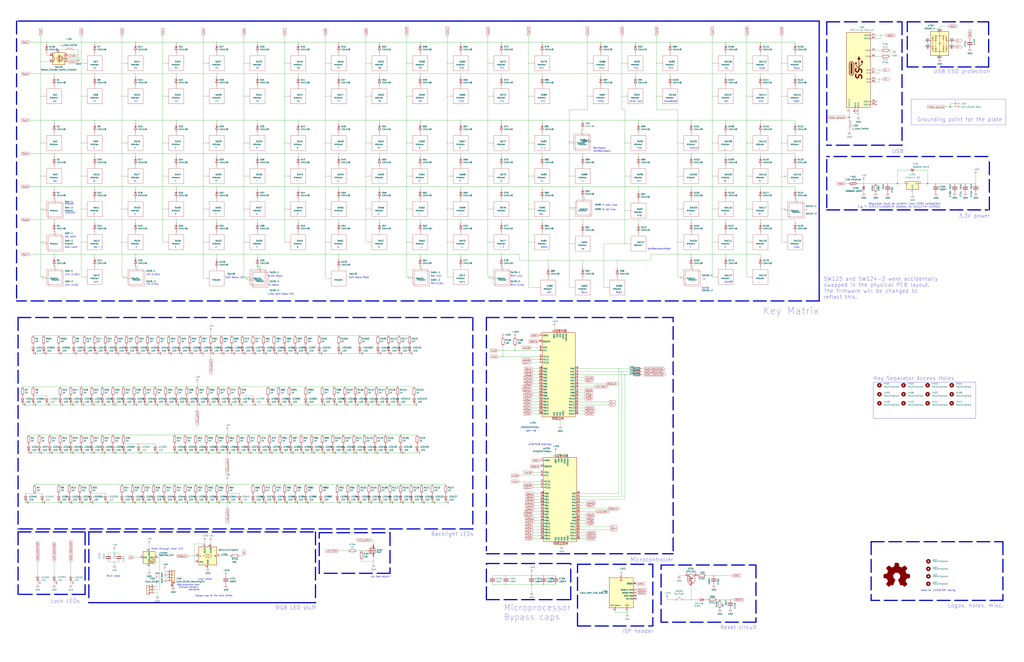
<source format=kicad_sch>
(kicad_sch (version 20230121) (generator eeschema)
  (paper "D")
  (junction (at 67.31 424.18) (diameter 0.3048))
  (junction (at 35.56 204.47) (diameter 0.3048))
  (junction (at 205.74 120.65) (diameter 0.3048))
  (junction (at 377.19 204.47) (diameter 0.3048))
  (junction (at 182.88 382.27) (diameter 0.3048))
  (junction (at 308.61 326.39) (diameter 0.3048))
  (junction (at 346.71 424.18) (diameter 0.3048))
  (junction (at 104.14 326.39) (diameter 0.3048))
  (junction (at 62.23 298.45) (diameter 0.3048))
  (junction (at 298.45 382.27) (diameter 0.3048))
  (junction (at 491.49 157.48) (diameter 0.3048))
  (junction (at 326.39 326.39) (diameter 0.3048))
  (junction (at 114.3 224.79) (diameter 0.3048))
  (junction (at 111.76 424.18) (diameter 0.3048))
  (junction (at 285.75 214.63) (diameter 0.3048))
  (junction (at 582.93 157.48) (diameter 0.3048))
  (junction (at 320.04 408.94) (diameter 0.3048))
  (junction (at 274.32 120.65) (diameter 0.3048))
  (junction (at 457.2 157.48) (diameter 0.3048))
  (junction (at 641.35 101.6) (diameter 0.3048))
  (junction (at 200.66 382.27) (diameter 0.3048))
  (junction (at 243.84 326.39) (diameter 0.3048))
  (junction (at 641.35 62.23) (diameter 0.3048))
  (junction (at 77.47 326.39) (diameter 0.3048))
  (junction (at 304.8 464.82) (diameter 0.3048))
  (junction (at 157.48 326.39) (diameter 0.3048))
  (junction (at 182.88 408.94) (diameter 0.3048))
  (junction (at 311.15 408.94) (diameter 0.3048))
  (junction (at 68.58 176.53) (diameter 0.3048))
  (junction (at 171.45 120.65) (diameter 0.3048))
  (junction (at 284.48 408.94) (diameter 0.3048))
  (junction (at 166.37 326.39) (diameter 0.3048))
  (junction (at 285.75 129.54) (diameter 0.3048))
  (junction (at 77.47 341.63) (diameter 0.3048))
  (junction (at 71.12 283.21) (diameter 0.3048))
  (junction (at 318.77 298.45) (diameter 0.3048))
  (junction (at 320.04 35.56) (diameter 0.3048))
  (junction (at 422.91 129.54) (diameter 0.3048))
  (junction (at 445.77 176.53) (diameter 0.3048))
  (junction (at 524.51 313.69) (diameter 0.3048))
  (junction (at 182.88 185.42) (diameter 0.3048))
  (junction (at 217.17 35.56) (diameter 0.3048))
  (junction (at 213.36 341.63) (diameter 0.3048))
  (junction (at 171.45 53.34) (diameter 0.3048))
  (junction (at 600.71 120.65) (diameter 0.3048))
  (junction (at 171.45 81.28) (diameter 0.3048))
  (junction (at 445.77 148.59) (diameter 0.3048))
  (junction (at 308.61 341.63) (diameter 0.3048))
  (junction (at 424.18 300.99) (diameter 0.3048))
  (junction (at 659.13 53.34) (diameter 0.3048))
  (junction (at 582.93 129.54) (diameter 0.3048))
  (junction (at 45.72 101.6) (diameter 0.3048))
  (junction (at 102.87 424.18) (diameter 0.3048))
  (junction (at 95.25 367.03) (diameter 0.3048))
  (junction (at 354.33 129.54) (diameter 0.3048))
  (junction (at 582.93 214.63) (diameter 0.3048))
  (junction (at 182.88 101.6) (diameter 0.3048))
  (junction (at 271.78 341.63) (diameter 0.3048))
  (junction (at 600.71 53.34) (diameter 0.3048))
  (junction (at 66.04 49.53) (diameter 0.3048))
  (junction (at 661.67 176.53) (diameter 0.3048))
  (junction (at 327.66 298.45) (diameter 0.3048))
  (junction (at 308.61 81.28) (diameter 0.3048))
  (junction (at 218.44 367.03) (diameter 0.3048))
  (junction (at 411.48 176.53) (diameter 0.3048))
  (junction (at 805.18 154.94) (diameter 0.3048))
  (junction (at 147.32 382.27) (diameter 0.3048))
  (junction (at 111.76 408.94) (diameter 0.3048))
  (junction (at 45.72 195.58) (diameter 0.3048))
  (junction (at 303.53 283.21) (diameter 0.3048))
  (junction (at 173.99 382.27) (diameter 0.3048))
  (junction (at 251.46 129.54) (diameter 0.3048))
  (junction (at 377.19 120.65) (diameter 0.3048))
  (junction (at 231.14 408.94) (diameter 0.3048))
  (junction (at 491.49 101.6) (diameter 0.3048))
  (junction (at 34.29 148.59) (diameter 0.3048))
  (junction (at 222.25 283.21) (diameter 0.3048))
  (junction (at 243.84 341.63) (diameter 0.3048))
  (junction (at 728.345 154.94) (diameter 0.3048))
  (junction (at 527.05 120.65) (diameter 0.3048))
  (junction (at 104.14 382.27) (diameter 0.3048))
  (junction (at 342.9 120.65) (diameter 0.3048))
  (junction (at 165.1 382.27) (diameter 0.3048))
  (junction (at 641.35 157.48) (diameter 0.3048))
  (junction (at 130.81 382.27) (diameter 0.3048))
  (junction (at 138.43 408.94) (diameter 0.3048))
  (junction (at 600.71 176.53) (diameter 0.3048))
  (junction (at 445.77 81.28) (diameter 0.3048))
  (junction (at 480.06 120.65) (diameter 0.3048))
  (junction (at 524.51 81.28) (diameter 0.3048))
  (junction (at 68.58 148.59) (diameter 0.3048))
  (junction (at 320.04 157.48) (diameter 0.3048))
  (junction (at 134.62 487.68) (diameter 0.3048))
  (junction (at 59.69 382.27) (diameter 0.3048))
  (junction (at 491.49 219.71) (diameter 0.3048))
  (junction (at 471.17 383.54) (diameter 0.3048))
  (junction (at 114.3 185.42) (diameter 0.3048))
  (junction (at 316.23 382.27) (diameter 0.3048))
  (junction (at 80.01 62.23) (diameter 0.3048))
  (junction (at 284.48 424.18) (diameter 0.3048))
  (junction (at 121.92 341.63) (diameter 0.3048))
  (junction (at 274.32 176.53) (diameter 0.3048))
  (junction (at 34.29 81.28) (diameter 0.3048))
  (junction (at 234.95 341.63) (diameter 0.3048))
  (junction (at 142.24 298.45) (diameter 0.3048))
  (junction (at 45.72 167.64) (diameter 0.3048))
  (junction (at 495.3 81.28) (diameter 0.3048))
  (junction (at 173.99 408.94) (diameter 0.3048))
  (junction (at 388.62 101.6) (diameter 0.3048))
  (junction (at 27.94 334.01) (diameter 0.3048))
  (junction (at 177.8 283.21) (diameter 0.3048))
  (junction (at 222.25 298.45) (diameter 0.3048))
  (junction (at 269.24 298.45) (diameter 0.3048))
  (junction (at 147.32 424.18) (diameter 0.3048))
  (junction (at 659.13 81.28) (diameter 0.3048))
  (junction (at 262.89 367.03) (diameter 0.3048))
  (junction (at 240.03 120.65) (diameter 0.3048))
  (junction (at 472.44 278.13) (diameter 0.3048))
  (junction (at 299.72 326.39) (diameter 0.3048))
  (junction (at 76.2 408.94) (diameter 0.3048))
  (junction (at 240.03 424.18) (diameter 0.3048))
  (junction (at 245.11 367.03) (diameter 0.3048))
  (junction (at 137.16 176.53) (diameter 0.3048))
  (junction (at 422.91 224.79) (diameter 0.3048))
  (junction (at 814.07 154.94) (diameter 0.3048))
  (junction (at 156.21 424.18) (diameter 0.3048))
  (junction (at 175.26 341.63) (diameter 0.3048))
  (junction (at 607.06 506.095) (diameter 0.3048))
  (junction (at 50.8 326.39) (diameter 0.3048))
  (junction (at 629.92 53.34) (diameter 0.3048))
  (junction (at 388.62 157.48) (diameter 0.3048))
  (junction (at 480.06 148.59) (diameter 0.3048))
  (junction (at 168.91 298.45) (diameter 0.3048))
  (junction (at 227.33 367.03) (diameter 0.3048))
  (junction (at 354.33 224.79) (diameter 0.3048))
  (junction (at 171.45 148.59) (diameter 0.3048))
  (junction (at 68.58 367.03) (diameter 0.3048))
  (junction (at 285.75 157.48) (diameter 0.3048))
  (junction (at 227.33 382.27) (diameter 0.3048))
  (junction (at 468.63 383.54) (diameter 0.3048))
  (junction (at 257.81 341.63) (diameter 0.3048))
  (junction (at 33.02 382.27) (diameter 0.3048))
  (junction (at 601.98 485.775) (diameter 0.3048))
  (junction (at 476.25 383.54) (diameter 0.3048))
  (junction (at 388.62 129.54) (diameter 0.3048))
  (junction (at 302.26 424.18) (diameter 0.3048))
  (junction (at 411.48 81.28) (diameter 0.3048))
  (junction (at 33.02 367.03) (diameter 0.3048))
  (junction (at 257.81 326.39) (diameter 0.3048))
  (junction (at 318.77 283.21) (diameter 0.3048))
  (junction (at 251.46 157.48) (diameter 0.3048))
  (junction (at 104.14 374.65) (diameter 0.3048))
  (junction (at 204.47 283.21) (diameter 0.3048))
  (junction (at 59.69 367.03) (diameter 0.3048))
  (junction (at 520.7 219.71) (diameter 0.3048))
  (junction (at 473.71 459.74) (diameter 0.3048))
  (junction (at 377.19 176.53) (diameter 0.3048))
  (junction (at 281.94 326.39) (diameter 0.3048))
  (junction (at 137.16 53.34) (diameter 0.3048))
  (junction (at 629.92 204.47) (diameter 0.3048))
  (junction (at 822.96 154.94) (diameter 0.3048))
  (junction (at 629.92 81.28) (diameter 0.3048))
  (junction (at 130.81 326.39) (diameter 0.3048))
  (junction (at 289.56 382.27) (diameter 0.3048))
  (junction (at 130.81 341.63) (diameter 0.3048))
  (junction (at 124.46 298.45) (diameter 0.3048))
  (junction (at 571.5 176.53) (diameter 0.3048))
  (junction (at 801.37 90.17))
  (junction (at 137.16 81.28) (diameter 0.3048))
  (junction (at 521.97 311.15) (diameter 0.3048))
  (junction (at 538.48 101.6) (diameter 0.3048))
  (junction (at 45.72 62.23) (diameter 0.3048))
  (junction (at 344.17 233.68) (diameter 0.3048))
  (junction (at 102.87 120.65) (diameter 0.3048))
  (junction (at 748.665 154.94) (diameter 0.3048))
  (junction (at 102.87 204.47) (diameter 0.3048))
  (junction (at 191.77 382.27) (diameter 0.3048))
  (junction (at 88.9 298.45) (diameter 0.3048))
  (junction (at 388.62 35.56) (diameter 0.3048))
  (junction (at 553.72 81.28) (diameter 0.3048))
  (junction (at 750.57 42.545) (diameter 0.3048))
  (junction (at 58.42 408.94) (diameter 0.3048))
  (junction (at 116.84 374.65) (diameter 0.3048))
  (junction (at 582.93 506.095) (diameter 0.3048))
  (junction (at 147.32 367.03) (diameter 0.3048))
  (junction (at 659.13 176.53) (diameter 0.3048))
  (junction (at 137.16 148.59) (diameter 0.3048))
  (junction (at 213.36 424.18) (diameter 0.3048))
  (junction (at 39.37 35.56) (diameter 0.3048))
  (junction (at 213.36 408.94) (diameter 0.3048))
  (junction (at 148.59 129.54) (diameter 0.3048))
  (junction (at 86.36 367.03) (diameter 0.3048))
  (junction (at 27.94 326.39) (diameter 0.3048))
  (junction (at 612.14 157.48) (diameter 0.3048))
  (junction (at 151.13 298.45) (diameter 0.3048))
  (junction (at 68.58 53.34) (diameter 0.3048))
  (junction (at 248.92 298.45) (diameter 0.3048))
  (junction (at 659.13 148.59) (diameter 0.3048))
  (junction (at 226.06 326.39) (diameter 0.3048))
  (junction (at 285.75 62.23) (diameter 0.3048))
  (junction (at 226.06 341.63) (diameter 0.3048))
  (junction (at 320.04 101.6) (diameter 0.3048))
  (junction (at 641.35 185.42) (diameter 0.3048))
  (junction (at 311.15 424.18) (diameter 0.3048))
  (junction (at 217.17 157.48) (diameter 0.3048))
  (junction (at 39.37 341.63) (diameter 0.3048))
  (junction (at 629.92 120.65) (diameter 0.3048))
  (junction (at 217.17 214.63) (diameter 0.3048))
  (junction (at 77.47 382.27) (diameter 0.3048))
  (junction (at 80.01 214.63) (diameter 0.3048))
  (junction (at 175.26 326.39) (diameter 0.3048))
  (junction (at 165.1 367.03) (diameter 0.3048))
  (junction (at 527.05 177.8) (diameter 0.3048))
  (junction (at 95.25 341.63) (diameter 0.3048))
  (junction (at 205.74 176.53) (diameter 0.3048))
  (junction (at 182.88 424.18) (diameter 0.3048))
  (junction (at 217.17 129.54) (diameter 0.3048))
  (junction (at 58.42 424.18) (diameter 0.3048))
  (junction (at 457.2 35.56) (diameter 0.3048))
  (junction (at 68.58 382.27) (diameter 0.3048))
  (junction (at 467.36 278.13) (diameter 0.3048))
  (junction (at 68.58 204.47) (diameter 0.3048))
  (junction (at 50.8 367.03) (diameter 0.3048))
  (junction (at 86.36 326.39) (diameter 0.3048))
  (junction (at 469.9 278.13) (diameter 0.3048))
  (junction (at 254 382.27) (diameter 0.3048))
  (junction (at 114.3 129.54) (diameter 0.3048))
  (junction (at 96.52 474.345) (diameter 0.3048))
  (junction (at 165.1 408.94) (diameter 0.3048))
  (junction (at 326.39 341.63) (diameter 0.3048))
  (junction (at 240.03 148.59) (diameter 0.3048))
  (junction (at 240.03 53.34) (diameter 0.3048))
  (junction (at 195.58 283.21) (diameter 0.3048))
  (junction (at 527.05 148.59) (diameter 0.3048))
  (junction (at 756.92 154.94))
  (junction (at 148.59 341.63) (diameter 0.3048))
  (junction (at 218.44 382.27) (diameter 0.3048))
  (junction (at 612.14 185.42) (diameter 0.3048))
  (junction (at 257.81 408.94) (diameter 0.3048))
  (junction (at 115.57 298.45) (diameter 0.3048))
  (junction (at 270.51 408.94) (diameter 0.3048))
  (junction (at 342.9 204.47) (diameter 0.3048))
  (junction (at 182.88 214.63) (diameter 0.3048))
  (junction (at 458.47 493.395) (diameter 0.3048))
  (junction (at 35.56 176.53) (diameter 0.3048))
  (junction (at 285.75 185.42) (diameter 0.3048))
  (junction (at 308.61 148.59) (diameter 0.3048))
  (junction (at 553.72 53.34) (diameter 0.3048))
  (junction (at 166.37 341.63) (diameter 0.3048))
  (junction (at 535.94 62.23) (diameter 0.3048))
  (junction (at 629.92 176.53) (diameter 0.3048))
  (junction (at 173.99 367.03) (diameter 0.3048))
  (junction (at 231.14 298.45) (diameter 0.3048))
  (junction (at 457.2 185.42) (diameter 0.3048))
  (junction (at 274.32 53.34) (diameter 0.3048))
  (junction (at 205.74 148.59) (diameter 0.3048))
  (junction (at 257.81 283.21) (diameter 0.3048))
  (junction (at 133.35 283.21) (diameter 0.3048))
  (junction (at 422.91 214.63) (diameter 0.3048))
  (junction (at 213.36 298.45) (diameter 0.3048))
  (junction (at 289.56 367.03) (diameter 0.3048))
  (junction (at 68.58 81.28) (diameter 0.3048))
  (junction (at 342.9 176.53) (diameter 0.3048))
  (junction (at 45.72 214.63) (diameter 0.3048))
  (junction (at 36.83 283.21) (diameter 0.3048))
  (junction (at 102.87 176.53) (diameter 0.3048))
  (junction (at 285.75 283.21) (diameter 0.3048))
  (junction (at 280.67 367.03) (diameter 0.3048))
  (junction (at 411.48 120.65) (diameter 0.3048))
  (junction (at 182.88 367.03) (diameter 0.3048))
  (junction (at 191.77 424.18) (diameter 0.3048))
  (junction (at 193.04 341.63) (diameter 0.3048))
  (junction (at 240.03 283.21) (diameter 0.3048))
  (junction (at 86.36 341.63) (diameter 0.3048))
  (junction (at 77.47 367.03) (diameter 0.3048))
  (junction (at 35.56 233.68) (diameter 0.3048))
  (junction (at 186.69 283.21) (diameter 0.3048))
  (junction (at 45.72 157.48) (diameter 0.3048))
  (junction (at 236.22 382.27) (diameter 0.3048))
  (junction (at 251.46 35.56) (diameter 0.3048))
  (junction (at 600.71 81.28) (diameter 0.3048))
  (junction (at 34.29 176.53) (diameter 0.3048))
  (junction (at 201.93 334.01) (diameter 0.3048))
  (junction (at 205.74 53.34) (diameter 0.3048))
  (junction (at 741.68 59.055) (diameter 0.3048))
  (junction (at 320.04 185.42) (diameter 0.3048))
  (junction (at 113.03 341.63) (diameter 0.3048))
  (junction (at 274.32 148.59) (diameter 0.3048))
  (junction (at 96.52 466.725) (diameter 0.3048))
  (junction (at 231.14 424.18) (diameter 0.3048))
  (junction (at 412.75 233.68) (diameter 0.3048))
  (junction (at 129.54 408.94) (diameter 0.3048))
  (junction (at 308.61 120.65) (diameter 0.3048))
  (junction (at 346.71 408.94) (diameter 0.3048))
  (junction (at 248.92 283.21) (diameter 0.3048))
  (junction (at 86.36 382.27) (diameter 0.3048))
  (junction (at 491.49 129.54) (diameter 0.3048))
  (junction (at 290.83 326.39) (diameter 0.3048))
  (junction (at 612.14 62.23) (diameter 0.3048))
  (junction (at 434.34 295.91) (diameter 0.3048))
  (junction (at 148.59 157.48) (diameter 0.3048))
  (junction (at 209.55 382.27) (diameter 0.3048))
  (junction (at 538.48 185.42) (diameter 0.3048))
  (junction (at 240.03 298.45) (diameter 0.3048))
  (junction (at 364.49 408.94) (diameter 0.3048))
  (junction (at 448.31 493.395) (diameter 0.3048))
  (junction (at 68.58 120.65) (diameter 0.3048))
  (junction (at 213.36 283.21) (diameter 0.3048))
  (junction (at 354.33 62.23) (diameter 0.3048))
  (junction (at 218.44 224.79) (diameter 0.3048))
  (junction (at 245.11 382.27) (diameter 0.3048))
  (junction (at 41.91 382.27) (diameter 0.3048))
  (junction (at 88.9 283.21) (diameter 0.3048))
  (junction (at 491.49 166.37) (diameter 0.3048))
  (junction (at 285.75 298.45) (diameter 0.3048))
  (junction (at 481.33 175.26) (diameter 0.3048))
  (junction (at 186.69 298.45) (diameter 0.3048))
  (junction (at 317.5 326.39) (diameter 0.3048))
  (junction (at 121.92 326.39) (diameter 0.3048))
  (junction (at 104.14 367.03) (diameter 0.3048))
  (junction (at 271.78 326.39) (diameter 0.3048))
  (junction (at 582.93 101.6) (diameter 0.3048))
  (junction (at 480.06 119.38) (diameter 0.3048))
  (junction (at 102.87 81.28) (diameter 0.3048))
  (junction (at 661.67 148.59) (diameter 0.3048))
  (junction (at 538.48 157.48) (diameter 0.3048))
  (junction (at 354.33 185.42) (diameter 0.3048))
  (junction (at 50.8 341.63) (diameter 0.3048))
  (junction (at 527.05 205.74) (diameter 0.3048))
  (junction (at 612.14 129.54) (diameter 0.3048))
  (junction (at 88.9 424.18) (diameter 0.3048))
  (junction (at 271.78 382.27) (diameter 0.3048))
  (junction (at 457.2 101.6) (diameter 0.3048))
  (junction (at 723.9 95.885) (diameter 0.3048))
  (junction (at 148.59 185.42) (diameter 0.3048))
  (junction (at 62.23 283.21) (diameter 0.3048))
  (junction (at 49.53 283.21) (diameter 0.3048))
  (junction (at 377.19 148.59) (diameter 0.3048))
  (junction (at 782.32 154.94))
  (junction (at 738.505 154.94) (diameter 0.3048))
  (junction (at 600.71 148.59) (diameter 0.3048))
  (junction (at 148.59 101.6) (diameter 0.3048))
  (junction (at 34.29 52.07) (diameter 0.3048))
  (junction (at 742.95 29.845) (diameter 0.3048))
  (junction (at 298.45 367.03) (diameter 0.3048))
  (junction (at 182.88 157.48) (diameter 0.3048))
  (junction (at 240.03 408.94) (diameter 0.3048))
  (junction (at 222.25 424.18) (diameter 0.3048))
  (junction (at 524.51 53.34) (diameter 0.3048))
  (junction (at 314.96 473.71) (diameter 0.3048))
  (junction (at 160.02 283.21) (diameter 0.3048))
  (junction (at 285.75 35.56) (diameter 0.3048))
  (junction (at 354.33 101.6) (diameter 0.3048))
  (junction (at 342.9 53.34) (diameter 0.3048))
  (junction (at 411.48 204.47) (diameter 0.3048))
  (junction (at 142.24 283.21) (diameter 0.3048))
  (junction (at 50.8 382.27) (diameter 0.3048))
  (junction (at 629.92 148.59) (diameter 0.3048))
  (junction (at 195.58 298.45) (diameter 0.3048))
  (junction (at 495.3 53.34) (diameter 0.3048))
  (junction (at 328.93 408.94) (diameter 0.3048))
  (junction (at 270.51 424.18) (diameter 0.3048))
  (junction (at 95.25 326.39) (diameter 0.3048))
  (junction (at 615.95 506.095) (diameter 0.3048))
  (junction (at 80.01 157.48) (diameter 0.3048))
  (junction (at 114.3 62.23) (diameter 0.3048))
  (junction (at 120.65 408.94) (diameter 0.3048))
  (junction (at 257.81 298.45) (diameter 0.3048))
  (junction (at 612.14 35.56) (diameter 0.3048))
  (junction (at 205.74 81.28) (diameter 0.3048))
  (junction (at 411.48 148.59) (diameter 0.3048))
  (junction (at 217.17 224.79) (diameter 0.3048))
  (junction (at 45.72 129.54) (diameter 0.3048))
  (junction (at 182.88 35.56) (diameter 0.3048))
  (junction (at 113.03 326.39) (diameter 0.3048))
  (junction (at 271.78 367.03) (diameter 0.3048))
  (junction (at 106.68 283.21) (diameter 0.3048))
  (junction (at 274.32 81.28) (diameter 0.3048))
  (junction (at 76.2 424.18) (diameter 0.3048))
  (junction (at 236.22 367.03) (diameter 0.3048))
  (junction (at 457.2 62.23) (diameter 0.3048))
  (junction (at 114.3 157.48) (diameter 0.3048))
  (junction (at 115.57 283.21) (diameter 0.3048))
  (junction (at 95.25 382.27) (diameter 0.3048))
  (junction (at 426.72 493.395) (diameter 0.3048))
  (junction (at 290.83 341.63) (diameter 0.3048))
  (junction (at 716.28 99.06))
  (junction (at 336.55 283.21) (diameter 0.3048))
  (junction (at 293.37 408.94) (diameter 0.3048))
  (junction (at 789.305 154.94) (diameter 0.3048))
  (junction (at 538.48 129.54) (diameter 0.3048))
  (junction (at 335.28 326.39) (diameter 0.3048))
  (junction (at 612.14 101.6) (diameter 0.3048))
  (junction (at 45.72 224.79) (diameter 0.3048))
  (junction (at 67.31 408.94) (diameter 0.3048))
  (junction (at 274.32 204.47) (diameter 0.3048))
  (junction (at 491.49 185.42) (diameter 0.3048))
  (junction (at 565.15 62.23) (diameter 0.3048))
  (junction (at 248.92 424.18) (diameter 0.3048))
  (junction (at 337.82 382.27) (diameter 0.3048))
  (junction (at 307.34 367.03) (diameter 0.3048))
  (junction (at 151.13 283.21) (diameter 0.3048))
  (junction (at 528.955 516.89) (diameter 0.3048))
  (junction (at 49.53 298.45) (diameter 0.3048))
  (junction (at 445.77 53.34) (diameter 0.3048))
  (junction (at 80.01 298.45) (diameter 0.3048))
  (junction (at 104.14 341.63) (diameter 0.3048))
  (junction (at 337.82 408.94) (diameter 0.3048))
  (junction (at 388.62 214.63) (diameter 0.3048))
  (junction (at 80.01 283.21) (diameter 0.3048))
  (junction (at 328.93 424.18) (diameter 0.3048))
  (junction (at 208.28 234.95) (diameter 0.3048))
  (junction (at 76.2 416.56) (diameter 0.3048))
  (junction (at 45.72 185.42) (diameter 0.3048))
  (junction (at 231.14 283.21) (diameter 0.3048))
  (junction (at 171.45 176.53) (diameter 0.3048))
  (junction (at 476.25 459.74) (diameter 0.3048))
  (junction (at 355.6 424.18) (diameter 0.3048))
  (junction (at 480.06 175.26) (diameter 0.3048))
  (junction (at 165.1 424.18) (diameter 0.3048))
  (junction (at 41.91 367.03) (diameter 0.3048))
  (junction (at 251.46 101.6) (diameter 0.3048))
  (junction (at 222.25 408.94) (diameter 0.3048))
  (junction (at 137.16 120.65) (diameter 0.3048))
  (junction (at 307.34 382.27) (diameter 0.3048))
  (junction (at 388.62 185.42) (diameter 0.3048))
  (junction (at 327.66 283.21) (diameter 0.3048))
  (junction (at 354.33 214.63) (diameter 0.3048))
  (junction (at 600.71 204.47) (diameter 0.3048))
  (junction (at 133.35 298.45) (diameter 0.3048))
  (junction (at 527.05 316.23) (diameter 0.3048))
  (junction (at 59.69 326.39) (diameter 0.3048))
  (junction (at 472.44 354.33) (diameter 0.3048))
  (junction (at 582.93 224.79) (diameter 0.3048))
  (junction (at 27.94 341.63) (diameter 0.3048))
  (junction (at 574.04 233.68) (diameter 0.3048))
  (junction (at 471.17 459.74) (diameter 0.3048))
  (junction (at 102.87 148.59) (diameter 0.3048))
  (junction (at 480.06 205.74) (diameter 0.3048))
  (junction (at 316.23 367.03) (diameter 0.3048))
  (junction (at 182.88 62.23) (diameter 0.3048))
  (junction (at 156.21 382.27) (diameter 0.3048))
  (junction (at 254 367.03) (diameter 0.3048))
  (junction (at 80.01 35.56) (diameter 0.3048))
  (junction (at 102.87 53.34) (diameter 0.3048))
  (junction (at 248.92 408.94) (diameter 0.3048))
  (junction (at 641.35 129.54) (diameter 0.3048))
  (junction (at 320.04 424.18) (diameter 0.3048))
  (junction (at 422.91 35.56) (diameter 0.3048))
  (junction (at 582.93 185.42) (diameter 0.3048))
  (junction (at 257.81 424.18) (diameter 0.3048))
  (junction (at 269.24 283.21) (diameter 0.3048))
  (junction (at 217.17 62.23) (diameter 0.3048))
  (junction (at 204.47 298.45) (diameter 0.3048))
  (junction (at 80.01 185.42) (diameter 0.3048))
  (junction (at 491.49 109.22) (diameter 0.3048))
  (junction (at 184.15 341.63) (diameter 0.3048))
  (junction (at 49.53 424.18) (diameter 0.3048))
  (junction (at 251.46 185.42) (diameter 0.3048))
  (junction (at 303.53 298.45) (diameter 0.3048))
  (junction (at 68.58 341.63) (diameter 0.3048))
  (junction (at 97.79 298.45) (diameter 0.3048))
  (junction (at 388.62 62.23) (diameter 0.3048))
  (junction (at 207.01 233.68) (diameter 0.3048))
  (junction (at 191.77 416.56) (diameter 0.3048))
  (junction (at 426.72 485.775) (diameter 0.3048))
  (junction (at 422.91 62.23) (diameter 0.3048))
  (junction (at 114.3 101.6) (diameter 0.3048))
  (junction (at 469.9 354.33) (diameter 0.3048))
  (junction (at 474.98 278.13) (diameter 0.3048))
  (junction (at 49.53 408.94) (diameter 0.3048))
  (junction (at 156.21 408.94) (diameter 0.3048))
  (junction (at 571.5 204.47) (diameter 0.3048))
  (junction (at 139.7 341.63) (diameter 0.3048))
  (junction (at 124.46 283.21) (diameter 0.3048))
  (junction (at 148.59 326.39) (diameter 0.3048))
  (junction (at 106.68 298.45) (diameter 0.3048))
  (junction (at 320.04 129.54) (diameter 0.3048))
  (junction (at 59.69 341.63) (diameter 0.3048))
  (junction (at 120.65 424.18) (diameter 0.3048))
  (junction (at 473.71 383.54) (diameter 0.3048))
  (junction (at 422.91 101.6) (diameter 0.3048))
  (junction (at 138.43 424.18) (diameter 0.3048))
  (junction (at 506.73 62.23) (diameter 0.3048))
  (junction (at 80.01 129.54) (diameter 0.3048))
  (junction (at 354.33 157.48) (diameter 0.3048))
  (junction (at 741.68 66.675) (diameter 0.3048))
  (junction (at 317.5 341.63) (diameter 0.3048))
  (junction (at 342.9 81.28) (diameter 0.3048))
  (junction (at 182.88 129.54) (diameter 0.3048))
  (junction (at 251.46 62.23) (diameter 0.3048))
  (junction (at 68.58 326.39) (diameter 0.3048))
  (junction (at 411.48 53.34) (diameter 0.3048))
  (junction (at 308.61 176.53) (diameter 0.3048))
  (junction (at 205.74 204.47) (diameter 0.3048))
  (junction (at 156.21 367.03) (diameter 0.3048))
  (junction (at 337.82 424.18) (diameter 0.3048))
  (junction (at 280.67 382.27) (diameter 0.3048))
  (junction (at 336.55 298.45) (diameter 0.3048))
  (junction (at 462.28 219.71) (diameter 0.3048))
  (junction (at 240.03 81.28) (diameter 0.3048))
  (junction (at 147.32 408.94) (diameter 0.3048))
  (junction (at 571.5 120.65) (diameter 0.3048))
  (junction (at 129.54 424.18) (diameter 0.3048))
  (junction (at 299.72 341.63) (diameter 0.3048))
  (junction (at 506.73 35.56) (diameter 0.3048))
  (junction (at 191.77 367.03) (diameter 0.3048))
  (junction (at 191.77 408.94) (diameter 0.3048))
  (junction (at 102.87 408.94) (diameter 0.3048))
  (junction (at 670.56 167.64) (diameter 0.3048))
  (junction (at 458.47 485.775) (diameter 0.3048))
  (junction (at 200.66 367.03) (diameter 0.3048))
  (junction (at 355.6 408.94) (diameter 0.3048))
  (junction (at 342.9 148.59) (diameter 0.3048))
  (junction (at 184.15 326.39) (diameter 0.3048))
  (junction (at 168.91 283.21) (diameter 0.3048))
  (junction (at 354.33 35.56) (diameter 0.3048))
  (junction (at 422.91 185.42) (diameter 0.3048))
  (junction (at 335.28 341.63) (diameter 0.3048))
  (junction (at 157.48 341.63) (diameter 0.3048))
  (junction (at 659.13 120.65) (diameter 0.3048))
  (junction (at 234.95 326.39) (diameter 0.3048))
  (junction (at 337.82 367.03) (diameter 0.3048))
  (junction (at 325.12 367.03) (diameter 0.3048))
  (junction (at 320.04 62.23) (diameter 0.3048))
  (junction (at 201.93 424.18) (diameter 0.3048))
  (junction (at 612.14 214.63) (diameter 0.3048))
  (junction (at 364.49 424.18) (diameter 0.3048))
  (junction (at 114.3 35.56) (diameter 0.3048))
  (junction (at 36.83 298.45) (diameter 0.3048))
  (junction (at 285.75 101.6) (diameter 0.3048))
  (junction (at 34.29 204.47) (diameter 0.3048))
  (junction (at 445.77 204.47) (diameter 0.3048))
  (junction (at 148.59 62.23) (diameter 0.3048))
  (junction (at 80.01 101.6) (diameter 0.3048))
  (junction (at 116.84 382.27) (diameter 0.3048))
  (junction (at 35.56 424.18) (diameter 0.3048))
  (junction (at 571.5 148.59) (diameter 0.3048))
  (junction (at 201.93 341.63) (diameter 0.3048))
  (junction (at 293.37 424.18) (diameter 0.3048))
  (junction (at 114.3 214.63) (diameter 0.3048))
  (junction (at 457.2 129.54) (diameter 0.3048))
  (junction (at 201.93 326.39) (diameter 0.3048))
  (junction (at 71.12 298.45) (diameter 0.3048))
  (junction (at 173.99 424.18) (diameter 0.3048))
  (junction (at 172.72 459.105) (diameter 0.3048))
  (junction (at 422.91 157.48) (diameter 0.3048))
  (junction (at 193.04 326.39) (diameter 0.3048))
  (junction (at 262.89 382.27) (diameter 0.3048))
  (junction (at 308.61 53.34) (diameter 0.3048))
  (junction (at 209.55 367.03) (diameter 0.3048))
  (junction (at 240.03 176.53) (diameter 0.3048))
  (junction (at 448.31 485.775) (diameter 0.3048))
  (junction (at 29.21 416.56) (diameter 0.3048))
  (junction (at 171.45 204.47) (diameter 0.3048))
  (junction (at 325.12 382.27) (diameter 0.3048))
  (junction (at 217.17 101.6) (diameter 0.3048))
  (junction (at 641.35 35.56) (diameter 0.3048))
  (junction (at 34.29 120.65) (diameter 0.3048))
  (junction (at 139.7 326.39) (diameter 0.3048))
  (junction (at 104.14 233.68) (diameter 0.3048))
  (junction (at 217.17 185.42) (diameter 0.3048))
  (junction (at 377.19 81.28) (diameter 0.3048))
  (junction (at 302.26 408.94) (diameter 0.3048))
  (junction (at 377.19 53.34) (diameter 0.3048))
  (junction (at 535.94 35.56) (diameter 0.3048))
  (junction (at 160.02 298.45) (diameter 0.3048))
  (junction (at 177.8 298.45) (diameter 0.3048))
  (junction (at 281.94 341.63) (diameter 0.3048))
  (junction (at 445.77 120.65) (diameter 0.3048))
  (junction (at 565.15 35.56) (diameter 0.3048))
  (junction (at 148.59 35.56) (diameter 0.3048))
  (junction (at 97.79 283.21) (diameter 0.3048))
  (no_connect (at 536.575 505.46))
  (no_connect (at 739.14 88.265))
  (no_connect (at 739.14 85.725))
  (no_connect (at 536.575 502.92))
  (wire (pts (xy 148.59 62.23) (xy 182.88 62.23)))
  (wire (pts (xy 449.58 441.96) (xy 455.93 441.96)))
  (wire (pts (xy 473.71 459.74) (xy 473.71 461.01)))
  (wire (pts (xy 251.46 36.83) (xy 251.46 35.56)))
  (wire (pts (xy 38.1 234.95) (xy 35.56 234.95)))
  (wire (pts (xy 71.12 204.47) (xy 68.58 204.47)))
  (wire (pts (xy 364.49 424.18) (xy 355.6 424.18)))
  (wire (pts (xy 205.74 53.34) (xy 205.74 30.48)))
  (wire (pts (xy 471.17 459.74) (xy 473.71 459.74)))
  (polyline (pts (xy 734.695 457.2) (xy 845.82 457.2)) (stroke (width 0.9906) (type dash)))
  (wire (pts (xy 487.68 346.71) (xy 492.76 346.71)))
  (wire (pts (xy 739.14 32.385) (xy 742.95 32.385)))
  (wire (pts (xy 68.58 148.59) (xy 68.58 120.65)))
  (wire (pts (xy 242.57 81.28) (xy 240.03 81.28)))
  (wire (pts (xy 173.99 408.94) (xy 165.1 408.94)))
  (polyline (pts (xy 833.12 132.08) (xy 697.23 132.08)) (stroke (width 0.9906) (type dash)))
  (wire (pts (xy 535.94 35.56) (xy 535.94 36.83)))
  (wire (pts (xy 468.63 459.74) (xy 471.17 459.74)))
  (wire (pts (xy 661.67 204.47) (xy 659.13 204.47)))
  (wire (pts (xy 25.4 129.54) (xy 45.72 129.54)))
  (wire (pts (xy 364.49 424.18) (xy 375.92 424.18)))
  (wire (pts (xy 148.59 185.42) (xy 182.88 185.42)))
  (wire (pts (xy 191.77 424.18) (xy 201.93 424.18)))
  (wire (pts (xy 328.93 408.94) (xy 320.04 408.94)))
  (wire (pts (xy 173.99 367.03) (xy 165.1 367.03)))
  (wire (pts (xy 285.75 157.48) (xy 285.75 160.02)))
  (wire (pts (xy 251.46 101.6) (xy 285.75 101.6)))
  (wire (pts (xy 487.68 331.47) (xy 492.76 331.47)))
  (wire (pts (xy 457.2 185.42) (xy 491.49 185.42)))
  (wire (pts (xy 538.48 185.42) (xy 582.93 185.42)))
  (wire (pts (xy 445.77 81.28) (xy 445.77 120.65)))
  (wire (pts (xy 422.91 157.48) (xy 457.2 157.48)))
  (wire (pts (xy 201.93 424.18) (xy 213.36 424.18)))
  (wire (pts (xy 177.8 283.21) (xy 177.8 279.4)))
  (wire (pts (xy 600.71 204.47) (xy 600.71 176.53)))
  (wire (pts (xy 205.74 467.995) (xy 205.74 469.265)))
  (wire (pts (xy 104.14 374.65) (xy 116.84 374.65)))
  (wire (pts (xy 25.4 101.6) (xy 45.72 101.6)))
  (wire (pts (xy 105.41 176.53) (xy 102.87 176.53)))
  (wire (pts (xy 139.7 120.65) (xy 137.16 120.65)))
  (wire (pts (xy 612.14 101.6) (xy 612.14 104.14)))
  (wire (pts (xy 388.62 129.54) (xy 388.62 132.08)))
  (wire (pts (xy 488.95 416.56) (xy 521.97 416.56)))
  (wire (pts (xy 342.9 53.34) (xy 342.9 81.28)))
  (wire (pts (xy 138.43 408.94) (xy 129.54 408.94)))
  (wire (pts (xy 641.35 129.54) (xy 641.35 132.08)))
  (polyline (pts (xy 269.24 449.58) (xy 328.93 449.58)) (stroke (width 0.9906) (type dash)))
  (wire (pts (xy 527.05 92.71) (xy 527.05 120.65)))
  (wire (pts (xy 448.31 148.59) (xy 445.77 148.59)))
  (polyline (pts (xy 697.23 134.62) (xy 697.23 175.26)) (stroke (width 0.9906) (type dash)))
  (wire (pts (xy 31.75 493.395) (xy 31.75 492.125)))
  (wire (pts (xy 488.95 449.58) (xy 494.03 449.58)))
  (wire (pts (xy 285.75 35.56) (xy 251.46 35.56)))
  (wire (pts (xy 308.61 53.34) (xy 308.61 30.48)))
  (polyline (pts (xy 487.045 528.32) (xy 487.045 476.25)) (stroke (width 1) (type dash)))
  (wire (pts (xy 448.31 53.34) (xy 445.77 53.34)))
  (polyline (pts (xy 833.755 18.415) (xy 833.755 56.515)) (stroke (width 0.9906) (type dash)))
  (wire (pts (xy 120.65 424.18) (xy 111.76 424.18)))
  (wire (pts (xy 77.47 326.39) (xy 68.58 326.39)))
  (wire (pts (xy 448.31 339.09) (xy 454.66 339.09)))
  (wire (pts (xy 468.63 485.775) (xy 458.47 485.775)))
  (wire (pts (xy 134.62 487.68) (xy 134.62 470.535)))
  (wire (pts (xy 140.97 487.68) (xy 134.62 487.68)))
  (wire (pts (xy 148.59 157.48) (xy 148.59 160.02)))
  (polyline (pts (xy 557.53 525.145) (xy 557.53 476.885)) (stroke (width 0.9906) (type dash)))
  (wire (pts (xy 567.69 506.095) (xy 562.61 506.095)))
  (wire (pts (xy 271.78 382.27) (xy 262.89 382.27)))
  (wire (pts (xy 205.74 53.34) (xy 205.74 81.28)))
  (wire (pts (xy 299.72 341.63) (xy 290.83 341.63)))
  (wire (pts (xy 285.75 62.23) (xy 320.04 62.23)))
  (wire (pts (xy 632.46 204.47) (xy 629.92 204.47)))
  (wire (pts (xy 411.48 81.28) (xy 411.48 120.65)))
  (wire (pts (xy 76.2 424.18) (xy 67.31 424.18)))
  (wire (pts (xy 91.44 466.725) (xy 96.52 466.725)))
  (wire (pts (xy 612.14 62.23) (xy 641.35 62.23)))
  (wire (pts (xy 415.29 493.395) (xy 426.72 493.395)))
  (wire (pts (xy 538.48 129.54) (xy 538.48 132.08)))
  (wire (pts (xy 102.87 53.34) (xy 102.87 81.28)))
  (wire (pts (xy 76.2 408.94) (xy 102.87 408.94)))
  (wire (pts (xy 177.8 456.565) (xy 177.8 459.105)))
  (wire (pts (xy 217.17 214.63) (xy 285.75 214.63)))
  (wire (pts (xy 45.72 62.23) (xy 80.01 62.23)))
  (wire (pts (xy 80.01 214.63) (xy 80.01 217.17)))
  (wire (pts (xy 274.32 204.47) (xy 274.32 234.95)))
  (wire (pts (xy 422.91 185.42) (xy 457.2 185.42)))
  (wire (pts (xy 337.82 367.03) (xy 351.79 367.03)))
  (wire (pts (xy 337.82 424.18) (xy 328.93 424.18)))
  (wire (pts (xy 231.14 298.45) (xy 222.25 298.45)))
  (wire (pts (xy 422.91 62.23) (xy 422.91 64.77)))
  (wire (pts (xy 121.92 326.39) (xy 113.03 326.39)))
  (wire (pts (xy 448.31 493.395) (xy 458.47 493.395)))
  (wire (pts (xy 96.52 464.185) (xy 96.52 466.725)))
  (wire (pts (xy 739.14 47.625) (xy 742.95 47.625)))
  (wire (pts (xy 285.75 185.42) (xy 320.04 185.42)))
  (wire (pts (xy 88.9 283.21) (xy 80.01 283.21)))
  (wire (pts (xy 448.31 81.28) (xy 445.77 81.28)))
  (wire (pts (xy 574.04 148.59) (xy 571.5 148.59)))
  (wire (pts (xy 600.71 53.34) (xy 600.71 30.48)))
  (wire (pts (xy 414.02 120.65) (xy 411.48 120.65)))
  (wire (pts (xy 454.66 293.37) (xy 448.31 293.37)))
  (wire (pts (xy 603.25 176.53) (xy 600.71 176.53)))
  (wire (pts (xy 355.6 408.94) (xy 346.71 408.94)))
  (wire (pts (xy 529.59 120.65) (xy 527.05 120.65)))
  (wire (pts (xy 166.37 326.39) (xy 157.48 326.39)))
  (wire (pts (xy 336.55 298.45) (xy 327.66 298.45)))
  (wire (pts (xy 201.93 334.01) (xy 213.36 334.01)))
  (wire (pts (xy 210.82 236.22) (xy 208.28 236.22)))
  (wire (pts (xy 86.36 382.27) (xy 77.47 382.27)))
  (wire (pts (xy 182.88 214.63) (xy 217.17 214.63)))
  (wire (pts (xy 320.04 424.18) (xy 311.15 424.18)))
  (wire (pts (xy 243.84 341.63) (xy 257.81 341.63)))
  (wire (pts (xy 600.71 233.68) (xy 600.71 204.47)))
  (wire (pts (xy 741.68 69.215) (xy 741.68 66.675)))
  (wire (pts (xy 612.14 129.54) (xy 641.35 129.54)))
  (wire (pts (xy 320.04 129.54) (xy 320.04 132.08)))
  (polyline (pts (xy 637.54 525.145) (xy 557.53 525.145)) (stroke (width 0.9906) (type dash)))
  (wire (pts (xy 45.72 224.79) (xy 46.99 224.79)))
  (wire (pts (xy 248.92 424.18) (xy 240.03 424.18)))
  (polyline (pts (xy 567.69 464.82) (xy 567.69 267.97)) (stroke (width 0.9906) (type dash)))
  (wire (pts (xy 105.41 120.65) (xy 102.87 120.65)))
  (wire (pts (xy 156.21 367.03) (xy 147.32 367.03)))
  (wire (pts (xy 553.72 92.71) (xy 553.72 81.28)))
  (wire (pts (xy 506.73 35.56) (xy 506.73 36.83)))
  (wire (pts (xy 450.85 429.26) (xy 455.93 429.26)))
  (wire (pts (xy 527.05 205.74) (xy 527.05 177.8)))
  (wire (pts (xy 782.32 154.94) (xy 789.305 154.94)))
  (wire (pts (xy 449.58 316.23) (xy 454.66 316.23)))
  (wire (pts (xy 163.83 474.345) (xy 163.83 459.105)))
  (wire (pts (xy 227.33 367.03) (xy 218.44 367.03)))
  (wire (pts (xy 320.04 185.42) (xy 354.33 185.42)))
  (wire (pts (xy 191.77 416.56) (xy 201.93 416.56)))
  (wire (pts (xy 116.84 374.65) (xy 130.81 374.65)))
  (wire (pts (xy 139.7 341.63) (xy 130.81 341.63)))
  (wire (pts (xy 248.92 408.94) (xy 240.03 408.94)))
  (wire (pts (xy 457.2 157.48) (xy 457.2 160.02)))
  (wire (pts (xy 76.2 408.94) (xy 67.31 408.94)))
  (wire (pts (xy 354.33 62.23) (xy 354.33 64.77)))
  (wire (pts (xy 34.29 52.07) (xy 34.29 81.28)))
  (wire (pts (xy 68.58 53.34) (xy 68.58 81.28)))
  (wire (pts (xy 335.28 341.63) (xy 326.39 341.63)))
  (wire (pts (xy 173.99 382.27) (xy 165.1 382.27)))
  (wire (pts (xy 67.31 408.94) (xy 58.42 408.94)))
  (wire (pts (xy 388.62 36.83) (xy 388.62 35.56)))
  (polyline (pts (xy 822.96 353.06) (xy 736.6 353.06)))
  (wire (pts (xy 487.68 328.93) (xy 492.76 328.93)))
  (wire (pts (xy 457.2 129.54) (xy 457.2 132.08)))
  (wire (pts (xy 491.49 129.54) (xy 491.49 132.08)))
  (wire (pts (xy 455.93 398.78) (xy 449.58 398.78)))
  (wire (pts (xy 723.9 98.425) (xy 723.9 95.885)))
  (wire (pts (xy 457.2 36.83) (xy 457.2 35.56)))
  (polyline (pts (xy 550.545 476.25) (xy 550.545 528.32)) (stroke (width 1) (type dash)))
  (wire (pts (xy 172.72 456.565) (xy 172.72 459.105)))
  (wire (pts (xy 148.59 326.39) (xy 139.7 326.39)))
  (polyline (pts (xy 410.21 475.615) (xy 481.33 475.615)) (stroke (width 0.9906) (type dash)))
  (wire (pts (xy 471.17 383.54) (xy 473.71 383.54)))
  (wire (pts (xy 756.92 154.94) (xy 762 154.94)))
  (polyline (pts (xy 487.045 476.25) (xy 550.545 476.25)) (stroke (width 1) (type dash)))
  (wire (pts (xy 222.25 408.94) (xy 213.36 408.94)))
  (polyline (pts (xy 15.24 448.945) (xy 15.24 501.65)) (stroke (width 0.9906) (type dash)))
  (wire (pts (xy 388.62 35.56) (xy 354.33 35.56)))
  (wire (pts (xy 195.58 298.45) (xy 186.69 298.45)))
  (wire (pts (xy 222.25 283.21) (xy 213.36 283.21)))
  (wire (pts (xy 304.8 464.82) (xy 300.99 464.82)))
  (wire (pts (xy 91.44 474.345) (xy 96.52 474.345)))
  (wire (pts (xy 274.32 234.95) (xy 276.86 234.95)))
  (wire (pts (xy 457.2 62.23) (xy 457.2 64.77)))
  (wire (pts (xy 245.11 382.27) (xy 236.22 382.27)))
  (wire (pts (xy 148.59 62.23) (xy 148.59 64.77)))
  (wire (pts (xy 488.95 441.96) (xy 494.03 441.96)))
  (wire (pts (xy 139.7 148.59) (xy 137.16 148.59)))
  (wire (pts (xy 527.05 53.34) (xy 524.51 53.34)))
  (wire (pts (xy 177.8 298.45) (xy 168.91 298.45)))
  (wire (pts (xy 104.14 382.27) (xy 116.84 382.27)))
  (wire (pts (xy 182.88 101.6) (xy 217.17 101.6)))
  (wire (pts (xy 480.06 120.65) (xy 480.06 119.38)))
  (wire (pts (xy 166.37 346.71) (xy 166.37 341.63)))
  (wire (pts (xy 293.37 424.18) (xy 284.48 424.18)))
  (wire (pts (xy 308.61 53.34) (xy 308.61 81.28)))
  (wire (pts (xy 303.53 298.45) (xy 318.77 298.45)))
  (wire (pts (xy 213.36 341.63) (xy 226.06 341.63)))
  (wire (pts (xy 422.91 101.6) (xy 422.91 104.14)))
  (wire (pts (xy 182.88 367.03) (xy 173.99 367.03)))
  (polyline (pts (xy 74.93 448.945) (xy 266.065 448.945)) (stroke (width 0.9906) (type dash)))
  (wire (pts (xy 565.15 62.23) (xy 612.14 62.23)))
  (wire (pts (xy 438.15 406.4) (xy 455.93 406.4)))
  (wire (pts (xy 35.56 234.95) (xy 35.56 233.68)))
  (wire (pts (xy 325.12 382.27) (xy 316.23 382.27)))
  (wire (pts (xy 217.17 157.48) (xy 251.46 157.48)))
  (wire (pts (xy 191.77 408.94) (xy 182.88 408.94)))
  (wire (pts (xy 454.66 313.69) (xy 449.58 313.69)))
  (polyline (pts (xy 697.23 177.165) (xy 833.12 177.165)) (stroke (width 0.9906) (type dash)))
  (wire (pts (xy 102.87 233.68) (xy 102.87 204.47)))
  (wire (pts (xy 102.87 81.28) (xy 102.87 120.65)))
  (wire (pts (xy 114.3 101.6) (xy 148.59 101.6)))
  (wire (pts (xy 612.14 214.63) (xy 582.93 214.63)))
  (wire (pts (xy 448.31 485.775) (xy 448.31 483.235)))
  (wire (pts (xy 739.14 69.215) (xy 741.68 69.215)))
  (wire (pts (xy 411.48 176.53) (xy 411.48 148.59)))
  (wire (pts (xy 207.01 234.95) (xy 207.01 233.68)))
  (wire (pts (xy 345.44 53.34) (xy 342.9 53.34)))
  (wire (pts (xy 257.81 341.63) (xy 271.78 341.63)))
  (wire (pts (xy 538.48 185.42) (xy 538.48 189.23)))
  (wire (pts (xy 165.1 474.345) (xy 163.83 474.345)))
  (wire (pts (xy 354.33 214.63) (xy 354.33 217.17)))
  (polyline (pts (xy 15.24 448.945) (xy 71.755 448.945)) (stroke (width 0.9906) (type dash)))
  (wire (pts (xy 472.44 354.33) (xy 474.98 354.33)))
  (wire (pts (xy 68.58 176.53) (xy 68.58 148.59)))
  (polyline (pts (xy 410.21 506.095) (xy 410.21 475.615)) (stroke (width 0.9906) (type dash)))
  (wire (pts (xy 248.92 283.21) (xy 240.03 283.21)))
  (wire (pts (xy 129.54 424.18) (xy 120.65 424.18)))
  (wire (pts (xy 68.58 53.34) (xy 68.58 30.48)))
  (wire (pts (xy 137.16 53.34) (xy 137.16 81.28)))
  (wire (pts (xy 217.17 62.23) (xy 217.17 64.77)))
  (wire (pts (xy 600.71 120.65) (xy 600.71 148.59)))
  (wire (pts (xy 388.62 214.63) (xy 388.62 217.17)))
  (wire (pts (xy 320.04 35.56) (xy 285.75 35.56)))
  (wire (pts (xy 208.28 53.34) (xy 205.74 53.34)))
  (wire (pts (xy 582.93 157.48) (xy 612.14 157.48)))
  (wire (pts (xy 254 382.27) (xy 245.11 382.27)))
  (wire (pts (xy 62.23 41.91) (xy 66.04 41.91)))
  (wire (pts (xy 97.79 283.21) (xy 88.9 283.21)))
  (wire (pts (xy 342.9 176.53) (xy 342.9 148.59)))
  (wire (pts (xy 488.95 447.04) (xy 514.35 447.04)))
  (wire (pts (xy 741.68 66.675) (xy 739.14 66.675)))
  (wire (pts (xy 311.15 120.65) (xy 308.61 120.65)))
  (wire (pts (xy 450.85 439.42) (xy 455.93 439.42)))
  (polyline (pts (xy 768.35 83.82) (xy 848.36 83.82)))
  (wire (pts (xy 68.58 367.03) (xy 59.69 367.03)))
  (wire (pts (xy 204.47 283.21) (xy 195.58 283.21)))
  (wire (pts (xy 139.7 326.39) (xy 130.81 326.39)))
  (wire (pts (xy 77.47 367.03) (xy 68.58 367.03)))
  (wire (pts (xy 524.51 313.69) (xy 533.4 313.69)))
  (wire (pts (xy 68.58 341.63) (xy 59.69 341.63)))
  (wire (pts (xy 595.63 506.095) (xy 596.9 506.095)))
  (wire (pts (xy 528.955 515.62) (xy 528.955 516.89)))
  (wire (pts (xy 173.99 234.95) (xy 171.45 234.95)))
  (wire (pts (xy 71.12 298.45) (xy 62.23 298.45)))
  (wire (pts (xy 632.46 53.34) (xy 629.92 53.34)))
  (wire (pts (xy 240.03 283.21) (xy 231.14 283.21)))
  (wire (pts (xy 227.33 382.27) (xy 218.44 382.27)))
  (wire (pts (xy 497.84 81.28) (xy 495.3 81.28)))
  (wire (pts (xy 124.46 283.21) (xy 115.57 283.21)))
  (wire (pts (xy 487.68 349.25) (xy 492.76 349.25)))
  (polyline (pts (xy 736.6 322.58) (xy 822.96 322.58)))
  (wire (pts (xy 632.46 233.68) (xy 629.92 233.68)))
  (wire (pts (xy 307.34 367.03) (xy 298.45 367.03)))
  (wire (pts (xy 45.72 101.6) (xy 45.72 104.14)))
  (polyline (pts (xy 697.23 18.415) (xy 697.23 122.555)) (stroke (width 0.9906) (type dash)))
  (wire (pts (xy 217.17 35.56) (xy 182.88 35.56)))
  (wire (pts (xy 121.92 341.63) (xy 113.03 341.63)))
  (wire (pts (xy 728.345 154.94) (xy 738.505 154.94)))
  (wire (pts (xy 600.71 81.28) (xy 600.71 53.34)))
  (wire (pts (xy 124.46 298.45) (xy 115.57 298.45)))
  (wire (pts (xy 629.92 204.47) (xy 629.92 176.53)))
  (wire (pts (xy 337.82 382.27) (xy 351.79 382.27)))
  (polyline (pts (xy 848.36 83.82) (xy 848.36 105.41)))
  (wire (pts (xy 311.15 204.47) (xy 308.61 204.47)))
  (wire (pts (xy 524.51 419.1) (xy 524.51 313.69)))
  (polyline (pts (xy 13.97 17.78) (xy 13.97 254)) (stroke (width 0.9906) (type dash)))
  (wire (pts (xy 139.7 53.34) (xy 137.16 53.34)))
  (wire (pts (xy 615.95 506.095) (xy 607.06 506.095)))
  (wire (pts (xy 325.12 382.27) (xy 337.82 382.27)))
  (wire (pts (xy 59.69 492.125) (xy 59.69 493.395)))
  (wire (pts (xy 34.29 81.28) (xy 34.29 120.65)))
  (wire (pts (xy 285.75 298.45) (xy 303.53 298.45)))
  (polyline (pts (xy 266.065 448.945) (xy 266.065 508.635)) (stroke (width 0.9906) (type dash)))
  (wire (pts (xy 186.69 283.21) (xy 177.8 283.21)))
  (wire (pts (xy 137.16 148.59) (xy 137.16 120.65)))
  (wire (pts (xy 448.31 120.65) (xy 445.77 120.65)))
  (polyline (pts (xy 697.23 18.415) (xy 760.73 18.415)) (stroke (width 0.9906) (type dash)))
  (wire (pts (xy 320.04 62.23) (xy 354.33 62.23)))
  (wire (pts (xy 313.69 455.93) (xy 314.96 455.93)))
  (wire (pts (xy 438.15 401.32) (xy 455.93 401.32)))
  (wire (pts (xy 299.72 326.39) (xy 290.83 326.39)))
  (wire (pts (xy 86.36 326.39) (xy 77.47 326.39)))
  (wire (pts (xy 68.58 81.28) (xy 68.58 120.65)))
  (wire (pts (xy 106.68 298.45) (xy 97.79 298.45)))
  (wire (pts (xy 607.06 506.095) (xy 604.52 506.095)))
  (wire (pts (xy 612.14 62.23) (xy 612.14 64.77)))
  (wire (pts (xy 491.49 157.48) (xy 538.48 157.48)))
  (wire (pts (xy 571.5 92.71) (xy 571.5 120.65)))
  (wire (pts (xy 354.33 129.54) (xy 388.62 129.54)))
  (wire (pts (xy 553.72 53.34) (xy 553.72 30.48)))
  (wire (pts (xy 96.52 474.345) (xy 96.52 476.885)))
  (wire (pts (xy 521.97 416.56) (xy 521.97 311.15)))
  (wire (pts (xy 208.28 233.68) (xy 207.01 233.68)))
  (wire (pts (xy 449.58 321.31) (xy 454.66 321.31)))
  (wire (pts (xy 354.33 36.83) (xy 354.33 35.56)))
  (wire (pts (xy 354.33 185.42) (xy 388.62 185.42)))
  (wire (pts (xy 612.14 129.54) (xy 612.14 132.08)))
  (wire (pts (xy 450.85 421.64) (xy 455.93 421.64)))
  (wire (pts (xy 165.1 424.18) (xy 156.21 424.18)))
  (wire (pts (xy 251.46 62.23) (xy 285.75 62.23)))
  (wire (pts (xy 455.93 419.1) (xy 450.85 419.1)))
  (wire (pts (xy 245.11 367.03) (xy 236.22 367.03)))
  (polyline (pts (xy 768.35 83.82) (xy 768.35 105.41)))
  (polyline (pts (xy 410.21 467.36) (xy 567.69 467.36)) (stroke (width 0.9906) (type dash)))
  (wire (pts (xy 582.93 494.665) (xy 582.93 506.095)))
  (wire (pts (xy 595.63 485.775) (xy 601.98 485.775)))
  (wire (pts (xy 548.64 219.71) (xy 548.64 214.63)))
  (wire (pts (xy 95.25 326.39) (xy 86.36 326.39)))
  (wire (pts (xy 670.56 62.23) (xy 670.56 64.77)))
  (wire (pts (xy 473.71 383.54) (xy 476.25 383.54)))
  (wire (pts (xy 138.43 424.18) (xy 129.54 424.18)))
  (wire (pts (xy 113.03 470.535) (xy 118.11 470.535)))
  (wire (pts (xy 35.56 204.47) (xy 34.29 204.47)))
  (wire (pts (xy 191.77 382.27) (xy 182.88 382.27)))
  (wire (pts (xy 448.31 336.55) (xy 454.66 336.55)))
  (wire (pts (xy 50.8 382.27) (xy 41.91 382.27)))
  (wire (pts (xy 601.98 485.775) (xy 617.22 485.775)))
  (wire (pts (xy 565.15 35.56) (xy 565.15 36.83)))
  (wire (pts (xy 66.04 41.91) (xy 66.04 49.53)) (stroke (width 0.1524)))
  (wire (pts (xy 158.75 469.265) (xy 165.1 469.265)))
  (wire (pts (xy 742.95 29.845) (xy 739.14 29.845)))
  (wire (pts (xy 535.94 35.56) (xy 565.15 35.56)))
  (wire (pts (xy 741.68 61.595) (xy 741.68 59.055)))
  (wire (pts (xy 325.12 367.03) (xy 316.23 367.03)))
  (wire (pts (xy 182.88 214.63) (xy 182.88 218.44)))
  (wire (pts (xy 218.44 382.27) (xy 209.55 382.27)))
  (wire (pts (xy 234.95 341.63) (xy 226.06 341.63)))
  (wire (pts (xy 251.46 157.48) (xy 251.46 160.02)))
  (wire (pts (xy 243.84 341.63) (xy 234.95 341.63)))
  (wire (pts (xy 308.61 176.53) (xy 308.61 148.59)))
  (wire (pts (xy 242.57 120.65) (xy 240.03 120.65)))
  (wire (pts (xy 45.72 157.48) (xy 80.01 157.48)))
  (wire (pts (xy 335.28 341.63) (xy 349.25 341.63)))
  (wire (pts (xy 414.02 176.53) (xy 411.48 176.53)))
  (wire (pts (xy 488.95 436.88) (xy 494.03 436.88)))
  (wire (pts (xy 449.58 449.58) (xy 455.93 449.58)))
  (wire (pts (xy 86.36 367.03) (xy 77.47 367.03)))
  (wire (pts (xy 454.66 303.53) (xy 448.31 303.53)))
  (wire (pts (xy 191.77 429.26) (xy 191.77 424.18)))
  (wire (pts (xy 491.49 167.64) (xy 491.49 166.37)))
  (wire (pts (xy 208.28 204.47) (xy 205.74 204.47)))
  (wire (pts (xy 207.01 233.68) (xy 205.74 233.68)))
  (wire (pts (xy 476.25 383.54) (xy 478.79 383.54)))
  (wire (pts (xy 414.02 148.59) (xy 411.48 148.59)))
  (wire (pts (xy 106.68 234.95) (xy 104.14 234.95)))
  (wire (pts (xy 342.9 53.34) (xy 342.9 30.48)))
  (wire (pts (xy 342.9 233.68) (xy 342.9 204.47)))
  (wire (pts (xy 346.71 424.18) (xy 337.82 424.18)))
  (wire (pts (xy 191.77 408.94) (xy 191.77 405.13)))
  (wire (pts (xy 35.56 177.8) (xy 35.56 176.53)))
  (wire (pts (xy 354.33 157.48) (xy 388.62 157.48)))
  (wire (pts (xy 27.94 334.01) (xy 39.37 334.01)))
  (wire (pts (xy 449.58 318.77) (xy 454.66 318.77)))
  (wire (pts (xy 388.62 62.23) (xy 388.62 64.77)))
  (wire (pts (xy 276.86 53.34) (xy 274.32 53.34)))
  (wire (pts (xy 125.73 478.155) (xy 125.73 481.965)))
  (wire (pts (xy 285.75 101.6) (xy 285.75 104.14)))
  (wire (pts (xy 449.58 452.12) (xy 455.93 452.12)))
  (wire (pts (xy 231.14 283.21) (xy 222.25 283.21)))
  (wire (pts (xy 641.35 185.42) (xy 612.14 185.42)))
  (wire (pts (xy 217.17 129.54) (xy 217.17 132.08)))
  (wire (pts (xy 276.86 204.47) (xy 274.32 204.47)))
  (wire (pts (xy 314.96 476.25) (xy 314.96 473.71)))
  (wire (pts (xy 113.03 341.63) (xy 104.14 341.63)))
  (wire (pts (xy 449.58 431.8) (xy 455.93 431.8)))
  (wire (pts (xy 182.88 157.48) (xy 217.17 157.48)))
  (wire (pts (xy 165.1 367.03) (xy 156.21 367.03)))
  (wire (pts (xy 641.35 35.56) (xy 670.56 35.56)))
  (wire (pts (xy 139.7 204.47) (xy 137.16 204.47)))
  (wire (pts (xy 521.97 311.15) (xy 533.4 311.15)))
  (wire (pts (xy 472.44 278.13) (xy 474.98 278.13)))
  (wire (pts (xy 354.33 62.23) (xy 388.62 62.23)))
  (polyline (pts (xy 845.82 457.2) (xy 845.82 506.73)) (stroke (width 0.9906) (type dash)))
  (wire (pts (xy 45.72 214.63) (xy 80.01 214.63)))
  (wire (pts (xy 308.61 81.28) (xy 308.61 120.65)))
  (wire (pts (xy 274.32 176.53) (xy 274.32 148.59)))
  (wire (pts (xy 242.57 176.53) (xy 240.03 176.53)))
  (wire (pts (xy 58.42 408.94) (xy 49.53 408.94)))
  (wire (pts (xy 449.58 323.85) (xy 454.66 323.85)))
  (wire (pts (xy 80.01 157.48) (xy 114.3 157.48)))
  (wire (pts (xy 480.06 175.26) (xy 480.06 205.74)))
  (wire (pts (xy 553.72 81.28) (xy 553.72 53.34)))
  (wire (pts (xy 422.91 129.54) (xy 457.2 129.54)))
  (wire (pts (xy 422.91 224.79) (xy 424.18 224.79)))
  (wire (pts (xy 388.62 157.48) (xy 422.91 157.48)))
  (wire (pts (xy 80.01 298.45) (xy 71.12 298.45)))
  (wire (pts (xy 671.83 140.97) (xy 670.56 140.97)))
  (wire (pts (xy 311.15 148.59) (xy 308.61 148.59)))
  (wire (pts (xy 411.48 204.47) (xy 411.48 176.53)))
  (wire (pts (xy 582.93 104.14) (xy 582.93 101.6)))
  (wire (pts (xy 120.65 408.94) (xy 111.76 408.94)))
  (wire (pts (xy 450.85 436.88) (xy 455.93 436.88)))
  (wire (pts (xy 716.28 108.585) (xy 716.28 111.125)))
  (wire (pts (xy 280.67 382.27) (xy 271.78 382.27)))
  (wire (pts (xy 422.91 185.42) (xy 422.91 187.96)))
  (wire (pts (xy 157.48 341.63) (xy 148.59 341.63)))
  (wire (pts (xy 302.26 424.18) (xy 293.37 424.18)))
  (wire (pts (xy 46.99 168.91) (xy 46.99 167.64)))
  (wire (pts (xy 129.54 408.94) (xy 120.65 408.94)))
  (wire (pts (xy 243.84 326.39) (xy 234.95 326.39)))
  (wire (pts (xy 541.02 311.15) (xy 543.56 311.15)))
  (polyline (pts (xy 328.93 449.58) (xy 328.93 483.87)) (stroke (width 0.9906) (type dash)))
  (wire (pts (xy 285.75 129.54) (xy 320.04 129.54)))
  (wire (pts (xy 661.67 148.59) (xy 659.13 148.59)))
  (wire (pts (xy 571.5 101.6) (xy 582.93 101.6)))
  (wire (pts (xy 182.88 36.83) (xy 182.88 35.56)))
  (wire (pts (xy 276.86 148.59) (xy 274.32 148.59)))
  (wire (pts (xy 148.59 129.54) (xy 148.59 132.08)))
  (wire (pts (xy 311.15 53.34) (xy 308.61 53.34)))
  (wire (pts (xy 293.37 408.94) (xy 284.48 408.94)))
  (wire (pts (xy 556.26 81.28) (xy 553.72 81.28)))
  (wire (pts (xy 106.68 283.21) (xy 97.79 283.21)))
  (wire (pts (xy 271.78 367.03) (xy 262.89 367.03)))
  (wire (pts (xy 450.85 424.18) (xy 455.93 424.18)))
  (wire (pts (xy 148.59 129.54) (xy 182.88 129.54)))
  (wire (pts (xy 201.93 341.63) (xy 213.36 341.63)))
  (wire (pts (xy 68.58 233.68) (xy 68.58 204.47)))
  (wire (pts (xy 467.36 354.33) (xy 469.9 354.33)))
  (wire (pts (xy 285.75 283.21) (xy 303.53 283.21)))
  (wire (pts (xy 240.03 81.28) (xy 240.03 120.65)))
  (wire (pts (xy 182.88 185.42) (xy 182.88 187.96)))
  (wire (pts (xy 27.94 326.39) (xy 50.8 326.39)))
  (wire (pts (xy 574.04 204.47) (xy 571.5 204.47)))
  (wire (pts (xy 165.1 382.27) (xy 156.21 382.27)))
  (wire (pts (xy 814.07 154.94) (xy 822.96 154.94)))
  (wire (pts (xy 222.25 424.18) (xy 213.36 424.18)))
  (wire (pts (xy 302.26 408.94) (xy 293.37 408.94)))
  (wire (pts (xy 661.67 177.8) (xy 661.67 176.53)))
  (wire (pts (xy 528.955 516.89) (xy 518.795 516.89)))
  (wire (pts (xy 130.81 341.63) (xy 121.92 341.63)))
  (wire (pts (xy 102.87 53.34) (xy 102.87 30.48)))
  (wire (pts (xy 71.12 233.68) (xy 68.58 233.68)))
  (wire (pts (xy 290.83 326.39) (xy 281.94 326.39)))
  (wire (pts (xy 274.32 148.59) (xy 274.32 120.65)))
  (wire (pts (xy 481.33 176.53) (xy 481.33 175.26)))
  (wire (pts (xy 205.74 233.68) (xy 205.74 204.47)))
  (wire (pts (xy 487.68 318.77) (xy 492.76 318.77)))
  (wire (pts (xy 148.59 35.56) (xy 114.3 35.56)))
  (wire (pts (xy 34.29 120.65) (xy 34.29 148.59)))
  (wire (pts (xy 270.51 408.94) (xy 284.48 408.94)))
  (wire (pts (xy 488.95 419.1) (xy 524.51 419.1)))
  (wire (pts (xy 285.75 101.6) (xy 320.04 101.6)))
  (wire (pts (xy 171.45 53.34) (xy 171.45 30.48)))
  (wire (pts (xy 574.04 176.53) (xy 571.5 176.53)))
  (wire (pts (xy 434.34 292.1) (xy 434.34 295.91)))
  (wire (pts (xy 308.61 148.59) (xy 308.61 120.65)))
  (wire (pts (xy 257.81 408.94) (xy 248.92 408.94)))
  (wire (pts (xy 217.17 36.83) (xy 217.17 35.56)))
  (wire (pts (xy 641.35 157.48) (xy 670.56 157.48)))
  (wire (pts (xy 201.93 341.63) (xy 193.04 341.63)))
  (wire (pts (xy 603.25 233.68) (xy 600.71 233.68)))
  (wire (pts (xy 450.85 426.72) (xy 455.93 426.72)))
  (wire (pts (xy 19.05 326.39) (xy 27.94 326.39)))
  (wire (pts (xy 102.87 204.47) (xy 102.87 176.53)))
  (wire (pts (xy 457.2 185.42) (xy 457.2 187.96)))
  (wire (pts (xy 612.14 185.42) (xy 582.93 185.42)))
  (wire (pts (xy 411.48 233.68) (xy 411.48 204.47)))
  (wire (pts (xy 462.28 219.71) (xy 491.49 219.71)))
  (wire (pts (xy 491.49 219.71) (xy 491.49 226.06)))
  (wire (pts (xy 274.32 204.47) (xy 274.32 176.53)))
  (wire (pts (xy 632.46 148.59) (xy 629.92 148.59)))
  (wire (pts (xy 565.15 35.56) (xy 612.14 35.56)))
  (wire (pts (xy 36.83 233.68) (xy 35.56 233.68)))
  (wire (pts (xy 80.01 101.6) (xy 114.3 101.6)))
  (wire (pts (xy 242.57 204.47) (xy 240.03 204.47)))
  (wire (pts (xy 59.69 367.03) (xy 50.8 367.03)))
  (wire (pts (xy 538.48 129.54) (xy 582.93 129.54)))
  (wire (pts (xy 311.15 81.28) (xy 308.61 81.28)))
  (wire (pts (xy 285.75 214.63) (xy 354.33 214.63)))
  (wire (pts (xy 77.47 382.27) (xy 68.58 382.27)))
  (wire (pts (xy 661.67 120.65) (xy 659.13 120.65)))
  (polyline (pts (xy 15.24 267.97) (xy 398.78 267.97)) (stroke (width 0.9906) (type dash)))
  (wire (pts (xy 217.17 101.6) (xy 251.46 101.6)))
  (wire (pts (xy 548.64 214.63) (xy 582.93 214.63)))
  (wire (pts (xy 346.71 408.94) (xy 337.82 408.94)))
  (wire (pts (xy 414.02 81.28) (xy 411.48 81.28)))
  (wire (pts (xy 293.37 464.82) (xy 285.75 464.82)))
  (wire (pts (xy 311.15 424.18) (xy 302.26 424.18)))
  (wire (pts (xy 68.58 326.39) (xy 59.69 326.39)))
  (wire (pts (xy 750.57 47.625) (xy 750.57 42.545)))
  (wire (pts (xy 462.28 226.06) (xy 462.28 219.71)))
  (wire (pts (xy 535.94 62.23) (xy 565.15 62.23)))
  (wire (pts (xy 506.73 35.56) (xy 535.94 35.56)))
  (wire (pts (xy 45.72 185.42) (xy 45.72 187.96)))
  (wire (pts (xy 147.32 408.94) (xy 138.43 408.94)))
  (wire (pts (xy 723.9 95.885) (xy 721.36 95.885)))
  (wire (pts (xy 354.33 214.63) (xy 388.62 214.63)))
  (wire (pts (xy 209.55 367.03) (xy 200.66 367.03)))
  (wire (pts (xy 105.41 233.68) (xy 104.14 233.68)))
  (wire (pts (xy 184.15 326.39) (xy 175.26 326.39)))
  (wire (pts (xy 612.14 157.48) (xy 641.35 157.48)))
  (wire (pts (xy 716.28 99.06) (xy 716.28 100.965)))
  (wire (pts (xy 217.17 214.63) (xy 217.17 217.17)))
  (wire (pts (xy 377.19 204.47) (xy 377.19 176.53)))
  (wire (pts (xy 114.3 185.42) (xy 148.59 185.42)))
  (wire (pts (xy 320.04 157.48) (xy 354.33 157.48)))
  (wire (pts (xy 182.88 129.54) (xy 182.88 132.08)))
  (wire (pts (xy 68.58 382.27) (xy 59.69 382.27)))
  (wire (pts (xy 659.13 120.65) (xy 659.13 148.59)))
  (wire (pts (xy 739.14 61.595) (xy 741.68 61.595)))
  (wire (pts (xy 213.36 283.21) (xy 204.47 283.21)))
  (wire (pts (xy 803.91 87.63) (xy 801.37 87.63)))
  (wire (pts (xy 388.62 62.23) (xy 422.91 62.23)))
  (wire (pts (xy 45.72 62.23) (xy 45.72 64.77)))
  (wire (pts (xy 156.21 408.94) (xy 147.32 408.94)))
  (polyline (pts (xy 822.96 322.58) (xy 822.96 353.06)))
  (wire (pts (xy 641.35 101.6) (xy 670.56 101.6)))
  (wire (pts (xy 213.36 298.45) (xy 204.47 298.45)))
  (wire (pts (xy 148.59 101.6) (xy 182.88 101.6)))
  (wire (pts (xy 488.95 452.12) (xy 494.03 452.12)))
  (wire (pts (xy 411.48 53.34) (xy 411.48 81.28)))
  (wire (pts (xy 137.16 204.47) (xy 137.16 176.53)))
  (wire (pts (xy 97.79 298.45) (xy 88.9 298.45)))
  (wire (pts (xy 377.19 53.34) (xy 377.19 81.28)))
  (wire (pts (xy 104.14 326.39) (xy 95.25 326.39)))
  (polyline (pts (xy 71.755 448.945) (xy 71.755 501.65)) (stroke (width 0.9906) (type dash)))
  (wire (pts (xy 36.83 148.59) (xy 34.29 148.59)))
  (wire (pts (xy 448.31 349.25) (xy 454.66 349.25)))
  (wire (pts (xy 488.95 424.18) (xy 494.03 424.18)))
  (wire (pts (xy 527.05 421.64) (xy 527.05 316.23)))
  (wire (pts (xy 105.41 53.34) (xy 102.87 53.34)))
  (wire (pts (xy 488.95 426.72) (xy 494.03 426.72)))
  (wire (pts (xy 298.45 367.03) (xy 289.56 367.03)))
  (wire (pts (xy 448.31 328.93) (xy 454.66 328.93)))
  (wire (pts (xy 173.99 204.47) (xy 171.45 204.47)))
  (wire (pts (xy 799.465 22.225) (xy 792.48 22.225)))
  (wire (pts (xy 445.77 148.59) (xy 445.77 120.65)))
  (wire (pts (xy 487.68 316.23) (xy 527.05 316.23)))
  (wire (pts (xy 308.61 326.39) (xy 299.72 326.39)))
  (wire (pts (xy 412.75 234.95) (xy 412.75 233.68)))
  (wire (pts (xy 415.29 234.95) (xy 412.75 234.95)))
  (wire (pts (xy 46.99 195.58) (xy 45.72 195.58)))
  (wire (pts (xy 388.62 129.54) (xy 422.91 129.54)))
  (wire (pts (xy 316.23 382.27) (xy 307.34 382.27)))
  (wire (pts (xy 480.06 119.38) (xy 480.06 92.71)))
  (wire (pts (xy 133.35 470.535) (xy 134.62 470.535)))
  (wire (pts (xy 491.49 185.42) (xy 491.49 189.23)))
  (wire (pts (xy 148.59 341.63) (xy 139.7 341.63)))
  (wire (pts (xy 588.01 506.095) (xy 582.93 506.095)))
  (wire (pts (xy 160.02 283.21) (xy 151.13 283.21)))
  (wire (pts (xy 355.6 424.18) (xy 346.71 424.18)))
  (wire (pts (xy 535.94 62.23) (xy 535.94 64.77)))
  (wire (pts (xy 36.83 204.47) (xy 35.56 204.47)))
  (wire (pts (xy 495.3 53.34) (xy 495.3 81.28)))
  (wire (pts (xy 45.72 129.54) (xy 45.72 132.08)))
  (wire (pts (xy 33.02 382.27) (xy 24.13 382.27)))
  (wire (pts (xy 457.2 101.6) (xy 457.2 104.14)))
  (polyline (pts (xy 845.82 506.73) (xy 734.695 506.73)) (stroke (width 0.9906) (type dash)))
  (wire (pts (xy 777.24 154.94) (xy 782.32 154.94)))
  (wire (pts (xy 39.37 341.63) (xy 50.8 341.63)))
  (wire (pts (xy 201.93 326.39) (xy 193.04 326.39)))
  (wire (pts (xy 219.71 224.79) (xy 219.71 227.33)))
  (wire (pts (xy 95.25 382.27) (xy 86.36 382.27)))
  (wire (pts (xy 342.9 204.47) (xy 342.9 176.53)))
  (wire (pts (xy 182.88 424.18) (xy 173.99 424.18)))
  (wire (pts (xy 487.68 326.39) (xy 501.65 326.39)))
  (wire (pts (xy 506.73 62.23) (xy 506.73 64.77)))
  (wire (pts (xy 354.33 35.56) (xy 320.04 35.56)))
  (wire (pts (xy 659.13 81.28) (xy 659.13 120.65)))
  (wire (pts (xy 518.795 516.89) (xy 518.795 515.62)))
  (wire (pts (xy 476.25 459.74) (xy 478.79 459.74)))
  (polyline (pts (xy 690.88 254) (xy 13.97 254)) (stroke (width 0.9906) (type dash)))
  (wire (pts (xy 574.04 120.65) (xy 571.5 120.65)))
  (wire (pts (xy 449.58 447.04) (xy 455.93 447.04)))
  (polyline (pts (xy 328.93 483.87) (xy 269.24 483.87)) (stroke (width 0.9906) (type dash)))
  (wire (pts (xy 71.12 81.28) (xy 68.58 81.28)))
  (wire (pts (xy 801.37 87.63) (xy 801.37 90.17)))
  (wire (pts (xy 236.22 367.03) (xy 227.33 367.03)))
  (wire (pts (xy 38.1 177.8) (xy 35.56 177.8)))
  (wire (pts (xy 388.62 185.42) (xy 422.91 185.42)))
  (wire (pts (xy 422.91 157.48) (xy 422.91 160.02)))
  (wire (pts (xy 41.91 52.07) (xy 34.29 52.07)))
  (wire (pts (xy 415.29 485.775) (xy 426.72 485.775)))
  (wire (pts (xy 308.61 341.63) (xy 299.72 341.63)))
  (wire (pts (xy 104.14 233.68) (xy 102.87 233.68)))
  (wire (pts (xy 46.99 196.85) (xy 46.99 195.58)))
  (wire (pts (xy 182.88 382.27) (xy 173.99 382.27)))
  (wire (pts (xy 257.81 408.94) (xy 270.51 408.94)))
  (wire (pts (xy 148.59 36.83) (xy 148.59 35.56)))
  (wire (pts (xy 345.44 176.53) (xy 342.9 176.53)))
  (wire (pts (xy 345.44 204.47) (xy 342.9 204.47)))
  (polyline (pts (xy 765.175 18.415) (xy 833.755 18.415)) (stroke (width 0.9906) (type dash)))
  (wire (pts (xy 218.44 367.03) (xy 209.55 367.03)))
  (polyline (pts (xy 848.36 105.41) (xy 768.35 105.41)))
  (wire (pts (xy 354.33 101.6) (xy 388.62 101.6)))
  (wire (pts (xy 662.94 149.86) (xy 661.67 149.86)))
  (wire (pts (xy 325.12 367.03) (xy 337.82 367.03)))
  (wire (pts (xy 173.99 424.18) (xy 165.1 424.18)))
  (wire (pts (xy 772.16 143.51) (xy 782.32 143.51)))
  (wire (pts (xy 426.72 493.395) (xy 448.31 493.395)))
  (wire (pts (xy 173.99 120.65) (xy 171.45 120.65)))
  (wire (pts (xy 492.76 166.37) (xy 491.49 166.37)))
  (wire (pts (xy 139.065 482.6) (xy 139.065 480.695)))
  (wire (pts (xy 140.97 482.6) (xy 139.065 482.6)))
  (wire (pts (xy 449.58 434.34) (xy 455.93 434.34)))
  (wire (pts (xy 661.67 81.28) (xy 659.13 81.28)))
  (wire (pts (xy 77.47 341.63) (xy 68.58 341.63)))
  (wire (pts (xy 345.44 233.68) (xy 344.17 233.68)))
  (wire (pts (xy 114.3 62.23) (xy 148.59 62.23)))
  (wire (pts (xy 612.14 185.42) (xy 612.14 187.96)))
  (wire (pts (xy 251.46 129.54) (xy 285.75 129.54)))
  (wire (pts (xy 86.36 341.63) (xy 77.47 341.63)))
  (wire (pts (xy 506.73 62.23) (xy 535.94 62.23)))
  (wire (pts (xy 39.37 36.83) (xy 39.37 35.56)))
  (wire (pts (xy 612.14 35.56) (xy 612.14 36.83)))
  (wire (pts (xy 285.75 129.54) (xy 285.75 132.08)))
  (wire (pts (xy 217.17 62.23) (xy 251.46 62.23)))
  (wire (pts (xy 326.39 326.39) (xy 317.5 326.39)))
  (wire (pts (xy 467.36 278.13) (xy 467.36 275.59)))
  (wire (pts (xy 575.31 234.95) (xy 574.04 234.95)))
  (wire (pts (xy 59.69 474.345) (xy 59.69 484.505)))
  (wire (pts (xy 458.47 485.775) (xy 448.31 485.775)))
  (wire (pts (xy 49.53 283.21) (xy 62.23 283.21)))
  (wire (pts (xy 577.85 506.095) (xy 582.93 506.095)))
  (wire (pts (xy 641.35 214.63) (xy 641.35 217.17)))
  (wire (pts (xy 115.57 283.21) (xy 106.68 283.21)))
  (wire (pts (xy 262.89 367.03) (xy 254 367.03)))
  (wire (pts (xy 251.46 185.42) (xy 251.46 187.96)))
  (wire (pts (xy 114.3 101.6) (xy 114.3 104.14)))
  (wire (pts (xy 473.71 459.74) (xy 476.25 459.74)))
  (wire (pts (xy 789.305 154.94) (xy 805.18 154.94)))
  (wire (pts (xy 805.18 154.94) (xy 814.07 154.94)))
  (wire (pts (xy 327.66 283.21) (xy 318.77 283.21)))
  (wire (pts (xy 377.19 176.53) (xy 377.19 148.59)))
  (wire (pts (xy 450.85 416.56) (xy 455.93 416.56)))
  (wire (pts (xy 191.77 367.03) (xy 182.88 367.03)))
  (wire (pts (xy 317.5 341.63) (xy 308.61 341.63)))
  (wire (pts (xy 422.91 35.56) (xy 457.2 35.56)))
  (wire (pts (xy 251.46 101.6) (xy 251.46 104.14)))
  (wire (pts (xy 257.81 298.45) (xy 248.92 298.45)))
  (wire (pts (xy 175.26 341.63) (xy 166.37 341.63)))
  (wire (pts (xy 577.85 485.775) (xy 572.77 485.775)))
  (wire (pts (xy 509.27 205.74) (xy 527.05 205.74)))
  (wire (pts (xy 289.56 382.27) (xy 280.67 382.27)))
  (polyline (pts (xy 398.78 267.97) (xy 398.78 446.405)) (stroke (width 0.9906) (type dash)))
  (wire (pts (xy 411.48 53.34) (xy 411.48 30.48)))
  (wire (pts (xy 25.4 157.48) (xy 45.72 157.48)))
  (wire (pts (xy 792.48 22.225) (xy 792.48 24.13)))
  (wire (pts (xy 320.04 62.23) (xy 320.04 64.77)))
  (wire (pts (xy 274.32 81.28) (xy 274.32 120.65)))
  (wire (pts (xy 603.25 148.59) (xy 600.71 148.59)))
  (wire (pts (xy 723.265 154.94) (xy 728.345 154.94)))
  (wire (pts (xy 171.45 176.53) (xy 171.45 148.59)))
  (wire (pts (xy 19.05 341.63) (xy 27.94 341.63)))
  (wire (pts (xy 490.22 110.49) (xy 490.22 109.22)))
  (wire (pts (xy 104.14 234.95) (xy 104.14 233.68)))
  (wire (pts (xy 285.75 62.23) (xy 285.75 64.77)))
  (wire (pts (xy 713.105 154.94) (xy 715.645 154.94)))
  (wire (pts (xy 298.45 382.27) (xy 289.56 382.27)))
  (wire (pts (xy 424.18 224.79) (xy 424.18 226.06)))
  (wire (pts (xy 80.01 129.54) (xy 114.3 129.54)))
  (wire (pts (xy 424.18 292.1) (xy 424.18 300.99)))
  (wire (pts (xy 200.66 382.27) (xy 191.77 382.27)))
  (wire (pts (xy 182.88 408.94) (xy 173.99 408.94)))
  (polyline (pts (xy 834.39 177.165) (xy 834.39 133.35)) (stroke (width 0.9906) (type dash)))
  (wire (pts (xy 742.95 42.545) (xy 739.14 42.545)))
  (wire (pts (xy 205.74 204.47) (xy 205.74 176.53)))
  (wire (pts (xy 231.14 408.94) (xy 222.25 408.94)))
  (wire (pts (xy 104.14 367.03) (xy 147.32 367.03)))
  (wire (pts (xy 482.6 148.59) (xy 480.06 148.59)))
  (wire (pts (xy 538.48 157.48) (xy 538.48 161.29)))
  (wire (pts (xy 36.83 81.28) (xy 34.29 81.28)))
  (wire (pts (xy 379.73 176.53) (xy 377.19 176.53)))
  (wire (pts (xy 603.25 120.65) (xy 600.71 120.65)))
  (wire (pts (xy 35.56 176.53) (xy 34.29 176.53)))
  (wire (pts (xy 574.04 234.95) (xy 574.04 233.68)))
  (wire (pts (xy 600.71 81.28) (xy 600.71 120.65)))
  (wire (pts (xy 217.17 224.79) (xy 218.44 224.79)))
  (wire (pts (xy 491.49 101.6) (xy 538.48 101.6)))
  (wire (pts (xy 68.58 204.47) (xy 68.58 176.53)))
  (wire (pts (xy 345.44 81.28) (xy 342.9 81.28)))
  (wire (pts (xy 257.81 283.21) (xy 248.92 283.21)))
  (wire (pts (xy 114.3 224.79) (xy 115.57 224.79)))
  (wire (pts (xy 487.68 344.17) (xy 492.76 344.17)))
  (wire (pts (xy 346.71 234.95) (xy 344.17 234.95)))
  (wire (pts (xy 449.58 331.47) (xy 454.66 331.47)))
  (wire (pts (xy 482.6 205.74) (xy 480.06 205.74)))
  (wire (pts (xy 35.56 205.74) (xy 35.56 204.47)))
  (wire (pts (xy 285.75 36.83) (xy 285.75 35.56)))
  (wire (pts (xy 151.13 283.21) (xy 142.24 283.21)))
  (wire (pts (xy 379.73 233.68) (xy 377.19 233.68)))
  (wire (pts (xy 217.17 157.48) (xy 217.17 160.02)))
  (wire (pts (xy 641.35 129.54) (xy 670.56 129.54)))
  (wire (pts (xy 25.4 35.56) (xy 39.37 35.56)))
  (wire (pts (xy 248.92 298.45) (xy 240.03 298.45)))
  (wire (pts (xy 641.35 214.63) (xy 612.14 214.63)))
  (wire (pts (xy 320.04 101.6) (xy 320.04 104.14)))
  (wire (pts (xy 422.91 62.23) (xy 457.2 62.23)))
  (wire (pts (xy 422.91 214.63) (xy 438.15 214.63)))
  (wire (pts (xy 422.91 36.83) (xy 422.91 35.56)))
  (wire (pts (xy 612.14 35.56) (xy 641.35 35.56)))
  (wire (pts (xy 125.73 459.105) (xy 125.73 462.915)))
  (wire (pts (xy 481.33 175.26) (xy 480.06 175.26)))
  (polyline (pts (xy 765.175 56.515) (xy 765.175 18.415)) (stroke (width 0.9906) (type dash)))
  (wire (pts (xy 240.03 53.34) (xy 240.03 81.28)))
  (wire (pts (xy 177.8 303.53) (xy 177.8 298.45)))
  (wire (pts (xy 148.59 157.48) (xy 182.88 157.48)))
  (wire (pts (xy 527.05 316.23) (xy 533.4 316.23)))
  (wire (pts (xy 354.33 129.54) (xy 354.33 132.08)))
  (wire (pts (xy 41.91 382.27) (xy 33.02 382.27)))
  (wire (pts (xy 741.68 59.055) (xy 739.14 59.055)))
  (wire (pts (xy 584.2 224.79) (xy 582.93 224.79)))
  (wire (pts (xy 495.3 92.71) (xy 480.06 92.71)))
  (wire (pts (xy 276.86 176.53) (xy 274.32 176.53)))
  (wire (pts (xy 137.16 176.53) (xy 137.16 148.59)))
  (wire (pts (xy 422.91 101.6) (xy 457.2 101.6)))
  (wire (pts (xy 320.04 157.48) (xy 320.04 160.02)))
  (wire (pts (xy 327.66 298.45) (xy 318.77 298.45)))
  (wire (pts (xy 449.58 444.5) (xy 455.93 444.5)))
  (wire (pts (xy 728.345 152.4) (xy 728.345 154.94)))
  (wire (pts (xy 670.56 185.42) (xy 641.35 185.42)))
  (wire (pts (xy 173.99 148.59) (xy 171.45 148.59)))
  (wire (pts (xy 173.99 53.34) (xy 171.45 53.34)))
  (wire (pts (xy 105.41 204.47) (xy 102.87 204.47)))
  (wire (pts (xy 303.53 283.21) (xy 318.77 283.21)))
  (wire (pts (xy 76.2 424.18) (xy 88.9 424.18)))
  (wire (pts (xy 182.88 101.6) (xy 182.88 104.14)))
  (wire (pts (xy 671.83 168.91) (xy 671.83 167.64)))
  (wire (pts (xy 659.13 176.53) (xy 659.13 204.47)))
  (wire (pts (xy 345.44 283.21) (xy 336.55 283.21)))
  (wire (pts (xy 139.7 176.53) (xy 137.16 176.53)))
  (wire (pts (xy 754.38 42.545) (xy 750.57 42.545)))
  (wire (pts (xy 582.93 129.54) (xy 582.93 132.08)))
  (wire (pts (xy 114.3 185.42) (xy 114.3 187.96)))
  (wire (pts (xy 448.31 346.71) (xy 454.66 346.71)))
  (wire (pts (xy 142.24 283.21) (xy 133.35 283.21)))
  (wire (pts (xy 269.24 298.45) (xy 285.75 298.45)))
  (wire (pts (xy 488.95 439.42) (xy 494.03 439.42)))
  (wire (pts (xy 46.99 167.64) (xy 45.72 167.64)))
  (wire (pts (xy 632.46 81.28) (xy 629.92 81.28)))
  (wire (pts (xy 659.13 81.28) (xy 659.13 53.34)))
  (polyline (pts (xy 398.78 446.405) (xy 15.24 446.405)) (stroke (width 0.9906) (type dash)))
  (wire (pts (xy 328.93 424.18) (xy 320.04 424.18)))
  (wire (pts (xy 257.81 424.18) (xy 270.51 424.18)))
  (wire (pts (xy 217.17 185.42) (xy 251.46 185.42)))
  (wire (pts (xy 487.68 334.01) (xy 492.76 334.01)))
  (wire (pts (xy 115.57 224.79) (xy 115.57 226.06)))
  (wire (pts (xy 218.44 224.79) (xy 218.44 226.06)))
  (wire (pts (xy 420.37 300.99) (xy 424.18 300.99)))
  (wire (pts (xy 482.6 242.57) (xy 480.06 242.57)))
  (wire (pts (xy 165.1 408.94) (xy 156.21 408.94)))
  (wire (pts (xy 251.46 185.42) (xy 285.75 185.42)))
  (wire (pts (xy 487.68 339.09) (xy 513.08 339.09)))
  (wire (pts (xy 670.56 157.48) (xy 670.56 160.02)))
  (wire (pts (xy 426.72 485.775) (xy 448.31 485.775)))
  (wire (pts (xy 345.44 120.65) (xy 342.9 120.65)))
  (wire (pts (xy 320.04 101.6) (xy 354.33 101.6)))
  (wire (pts (xy 600.71 176.53) (xy 600.71 148.59)))
  (wire (pts (xy 59.69 326.39) (xy 50.8 326.39)))
  (wire (pts (xy 137.16 30.48) (xy 137.16 53.34)))
  (wire (pts (xy 156.21 382.27) (xy 147.32 382.27)))
  (wire (pts (xy 45.72 157.48) (xy 45.72 160.02)))
  (wire (pts (xy 742.95 32.385) (xy 742.95 29.845)))
  (wire (pts (xy 191.77 367.03) (xy 191.77 363.22)))
  (wire (pts (xy 414.02 233.68) (xy 412.75 233.68)))
  (wire (pts (xy 364.49 408.94) (xy 355.6 408.94)))
  (wire (pts (xy 388.62 157.48) (xy 388.62 160.02)))
  (wire (pts (xy 491.49 158.75) (xy 491.49 157.48)))
  (wire (pts (xy 166.37 341.63) (xy 157.48 341.63)))
  (wire (pts (xy 240.03 298.45) (xy 231.14 298.45)))
  (wire (pts (xy 488.95 454.66) (xy 494.03 454.66)))
  (wire (pts (xy 662.94 177.8) (xy 661.67 177.8)))
  (wire (pts (xy 177.8 283.21) (xy 168.91 283.21)))
  (wire (pts (xy 208.28 176.53) (xy 205.74 176.53)))
  (wire (pts (xy 130.175 495.3) (xy 132.08 495.3)))
  (wire (pts (xy 132.08 495.3) (xy 132.08 488.315)))
  (wire (pts (xy 495.3 81.28) (xy 495.3 92.71)))
  (wire (pts (xy 173.99 176.53) (xy 171.45 176.53)))
  (wire (pts (xy 67.31 424.18) (xy 58.42 424.18)))
  (wire (pts (xy 36.83 283.21) (xy 27.94 283.21)))
  (wire (pts (xy 448.31 306.07) (xy 454.66 306.07)))
  (wire (pts (xy 114.3 62.23) (xy 114.3 64.77)))
  (wire (pts (xy 538.48 157.48) (xy 582.93 157.48)))
  (wire (pts (xy 274.32 53.34) (xy 274.32 30.48)))
  (wire (pts (xy 314.96 455.93) (xy 314.96 459.74)))
  (wire (pts (xy 39.37 46.99) (xy 39.37 44.45)))
  (wire (pts (xy 632.46 176.53) (xy 629.92 176.53)))
  (wire (pts (xy 80.01 185.42) (xy 80.01 187.96)))
  (wire (pts (xy 271.78 326.39) (xy 281.94 326.39)))
  (wire (pts (xy 377.19 148.59) (xy 377.19 120.65)))
  (wire (pts (xy 27.94 341.63) (xy 39.37 341.63)))
  (wire (pts (xy 641.35 101.6) (xy 641.35 104.14)))
  (wire (pts (xy 217.17 101.6) (xy 217.17 104.14)))
  (wire (pts (xy 114.3 157.48) (xy 114.3 160.02)))
  (wire (pts (xy 254 367.03) (xy 245.11 367.03)))
  (wire (pts (xy 335.28 326.39) (xy 326.39 326.39)))
  (wire (pts (xy 104.14 341.63) (xy 95.25 341.63)))
  (wire (pts (xy 491.49 219.71) (xy 520.7 219.71)))
  (wire (pts (xy 104.14 382.27) (xy 95.25 382.27)))
  (wire (pts (xy 612.14 214.63) (xy 612.14 217.17)))
  (wire (pts (xy 114.3 36.83) (xy 114.3 35.56)))
  (wire (pts (xy 524.51 81.28) (xy 524.51 92.71)))
  (wire (pts (xy 160.02 298.45) (xy 151.13 298.45)))
  (wire (pts (xy 455.93 408.94) (xy 449.58 408.94)))
  (wire (pts (xy 240.03 148.59) (xy 240.03 120.65)))
  (wire (pts (xy 449.58 411.48) (xy 455.93 411.48)))
  (wire (pts (xy 96.52 474.345) (xy 100.33 474.345)))
  (wire (pts (xy 379.73 81.28) (xy 377.19 81.28)))
  (wire (pts (xy 482.6 176.53) (xy 481.33 176.53)))
  (wire (pts (xy 354.33 185.42) (xy 354.33 187.96)))
  (wire (pts (xy 744.22 66.675) (xy 741.68 66.675)))
  (wire (pts (xy 205.74 176.53) (xy 205.74 148.59)))
  (wire (pts (xy 491.49 185.42) (xy 538.48 185.42)))
  (wire (pts (xy 186.69 298.45) (xy 177.8 298.45)))
  (wire (pts (xy 104.14 367.03) (xy 95.25 367.03)))
  (wire (pts (xy 200.66 367.03) (xy 191.77 367.03)))
  (wire (pts (xy 320.04 129.54) (xy 354.33 129.54)))
  (wire (pts (xy 41.91 367.03) (xy 33.02 367.03)))
  (wire (pts (xy 449.58 334.01) (xy 454.66 334.01)))
  (wire (pts (xy 524.51 53.34) (xy 524.51 30.48)))
  (wire (pts (xy 251.46 62.23) (xy 251.46 64.77)))
  (wire (pts (xy 289.56 367.03) (xy 280.67 367.03)))
  (wire (pts (xy 483.87 175.26) (xy 481.33 175.26)))
  (wire (pts (xy 388.62 101.6) (xy 388.62 104.14)))
  (wire (pts (xy 728.345 156.21) (xy 728.345 154.94)))
  (wire (pts (xy 71.12 176.53) (xy 68.58 176.53)))
  (wire (pts (xy 582.93 157.48) (xy 582.93 160.02)))
  (wire (pts (xy 36.83 176.53) (xy 35.56 176.53)))
  (wire (pts (xy 113.03 326.39) (xy 104.14 326.39)))
  (wire (pts (xy 234.95 326.39) (xy 226.06 326.39)))
  (wire (pts (xy 171.45 204.47) (xy 171.45 234.95)))
  (wire (pts (xy 641.35 62.23) (xy 670.56 62.23)))
  (wire (pts (xy 629.92 176.53) (xy 629.92 148.59)))
  (wire (pts (xy 474.98 278.13) (xy 477.52 278.13)))
  (wire (pts (xy 243.84 326.39) (xy 257.81 326.39)))
  (wire (pts (xy 36.83 120.65) (xy 34.29 120.65)))
  (wire (pts (xy 71.12 148.59) (xy 68.58 148.59)))
  (wire (pts (xy 377.19 81.28) (xy 377.19 120.65)))
  (wire (pts (xy 738.505 154.94) (xy 748.665 154.94)))
  (wire (pts (xy 748.665 154.94) (xy 756.92 154.94)))
  (wire (pts (xy 242.57 53.34) (xy 240.03 53.34)))
  (wire (pts (xy 524.51 81.28) (xy 524.51 53.34)))
  (wire (pts (xy 114.3 214.63) (xy 182.88 214.63)))
  (wire (pts (xy 448.31 326.39) (xy 454.66 326.39)))
  (wire (pts (xy 242.57 148.59) (xy 240.03 148.59)))
  (wire (pts (xy 205.74 81.28) (xy 205.74 120.65)))
  (wire (pts (xy 257.81 283.21) (xy 269.24 283.21)))
  (wire (pts (xy 541.02 313.69) (xy 543.56 313.69)))
  (wire (pts (xy 208.28 234.95) (xy 207.01 234.95)))
  (wire (pts (xy 304.8 473.71) (xy 304.8 472.44)))
  (wire (pts (xy 151.13 298.45) (xy 142.24 298.45)))
  (wire (pts (xy 411.48 53.34) (xy 414.02 53.34)))
  (wire (pts (xy 25.4 214.63) (xy 45.72 214.63)))
  (wire (pts (xy 457.2 35.56) (xy 506.73 35.56)))
  (wire (pts (xy 524.51 92.71) (xy 527.05 92.71)))
  (wire (pts (xy 342.9 148.59) (xy 342.9 120.65)))
  (wire (pts (xy 414.02 204.47) (xy 411.48 204.47)))
  (wire (pts (xy 422.91 214.63) (xy 422.91 217.17)))
  (wire (pts (xy 257.81 326.39) (xy 271.78 326.39)))
  (wire (pts (xy 612.14 101.6) (xy 641.35 101.6)))
  (wire (pts (xy 208.28 148.59) (xy 205.74 148.59)))
  (wire (pts (xy 438.15 214.63) (xy 438.15 219.71)))
  (wire (pts (xy 629.92 233.68) (xy 629.92 204.47)))
  (wire (pts (xy 191.77 424.18) (xy 182.88 424.18)))
  (wire (pts (xy 438.15 219.71) (xy 462.28 219.71)))
  (wire (pts (xy 36.83 298.45) (xy 49.53 298.45)))
  (wire (pts (xy 209.55 382.27) (xy 200.66 382.27)))
  (wire (pts (xy 209.55 234.95) (xy 208.28 234.95)))
  (wire (pts (xy 529.59 148.59) (xy 527.05 148.59)))
  (wire (pts (xy 21.59 424.18) (xy 35.56 424.18)))
  (wire (pts (xy 133.35 298.45) (xy 124.46 298.45)))
  (wire (pts (xy 320.04 36.83) (xy 320.04 35.56)))
  (wire (pts (xy 801.37 90.17) (xy 803.91 90.17)))
  (polyline (pts (xy 410.21 506.095) (xy 481.33 506.095)) (stroke (width 0.9906) (type dash)))
  (wire (pts (xy 270.51 424.18) (xy 284.48 424.18)))
  (wire (pts (xy 39.37 35.56) (xy 80.01 35.56)))
  (wire (pts (xy 469.9 354.33) (xy 472.44 354.33)))
  (wire (pts (xy 308.61 204.47) (xy 308.61 176.53)))
  (polyline (pts (xy 833.755 56.515) (xy 765.175 56.515)) (stroke (width 0.9906) (type dash)))
  (wire (pts (xy 208.28 120.65) (xy 205.74 120.65)))
  (wire (pts (xy 661.67 176.53) (xy 659.13 176.53)))
  (wire (pts (xy 448.31 204.47) (xy 445.77 204.47)))
  (polyline (pts (xy 637.54 476.885) (xy 637.54 525.145)) (stroke (width 0.9906) (type dash)))
  (wire (pts (xy 142.24 298.45) (xy 133.35 298.45)))
  (wire (pts (xy 38.1 205.74) (xy 35.56 205.74)))
  (wire (pts (xy 364.49 408.94) (xy 375.92 408.94)))
  (wire (pts (xy 34.29 176.53) (xy 34.29 204.47)))
  (polyline (pts (xy 71.755 501.65) (xy 15.24 501.65)) (stroke (width 0.9906) (type dash)))
  (wire (pts (xy 208.28 236.22) (xy 208.28 234.95)))
  (wire (pts (xy 274.32 53.34) (xy 274.32 81.28)))
  (wire (pts (xy 276.86 81.28) (xy 274.32 81.28)))
  (wire (pts (xy 538.48 101.6) (xy 571.5 101.6)))
  (polyline (pts (xy 736.6 322.58) (xy 736.6 353.06)))
  (polyline (pts (xy 690.88 17.78) (xy 690.88 254)) (stroke (width 0.9906) (type solid)))
  (wire (pts (xy 480.06 148.59) (xy 480.06 175.26)))
  (wire (pts (xy 495.3 53.34) (xy 495.3 30.48)))
  (wire (pts (xy 511.81 242.57) (xy 509.27 242.57)))
  (polyline (pts (xy 15.24 17.78) (xy 690.88 17.78)) (stroke (width 0.9906) (type solid)))
  (wire (pts (xy 240.03 53.34) (xy 240.03 30.48)))
  (wire (pts (xy 354.33 101.6) (xy 354.33 104.14)))
  (wire (pts (xy 582.93 185.42) (xy 582.93 187.96)))
  (wire (pts (xy 487.68 341.63) (xy 513.08 341.63)))
  (wire (pts (xy 424.18 300.99) (xy 454.66 300.99)))
  (wire (pts (xy 756.92 143.51) (xy 756.92 154.94)))
  (wire (pts (xy 629.92 81.28) (xy 629.92 53.34)))
  (wire (pts (xy 541.02 316.23) (xy 543.56 316.23)))
  (wire (pts (xy 355.6 224.79) (xy 355.6 226.06)))
  (wire (pts (xy 134.62 487.68) (xy 134.62 497.84)))
  (wire (pts (xy 134.62 497.84) (xy 130.175 497.84)))
  (wire (pts (xy 76.2 416.56) (xy 88.9 416.56)))
  (wire (pts (xy 29.21 416.56) (xy 35.56 416.56)))
  (polyline (pts (xy 760.73 18.415) (xy 760.73 122.555)) (stroke (width 0.9906) (type dash)))
  (wire (pts (xy 488.95 421.64) (xy 527.05 421.64)))
  (wire (pts (xy 422.91 129.54) (xy 422.91 132.08)))
  (wire (pts (xy 527.05 177.8) (xy 527.05 148.59)))
  (wire (pts (xy 116.84 382.27) (xy 130.81 382.27)))
  (polyline (pts (xy 760.73 122.555) (xy 697.23 122.555)) (stroke (width 0.9906) (type dash)))
  (wire (pts (xy 46.99 226.06) (xy 46.99 224.79)))
  (wire (pts (xy 487.68 336.55) (xy 492.76 336.55)))
  (wire (pts (xy 251.46 35.56) (xy 217.17 35.56)))
  (wire (pts (xy 285.75 157.48) (xy 320.04 157.48)))
  (wire (pts (xy 344.17 234.95) (xy 344.17 233.68)))
  (wire (pts (xy 269.24 283.21) (xy 285.75 283.21)))
  (wire (pts (xy 80.01 283.21) (xy 71.12 283.21)))
  (wire (pts (xy 45.72 129.54) (xy 80.01 129.54)))
  (wire (pts (xy 31.75 474.345) (xy 31.75 484.505)))
  (wire (pts (xy 344.17 233.68) (xy 342.9 233.68)))
  (wire (pts (xy 193.04 326.39) (xy 184.15 326.39)))
  (polyline (pts (xy 481.33 506.095) (xy 481.33 475.615)) (stroke (width 0.9906) (type dash)))
  (wire (pts (xy 529.59 177.8) (xy 527.05 177.8)))
  (wire (pts (xy 71.12 120.65) (xy 68.58 120.65)))
  (wire (pts (xy 257.81 424.18) (xy 248.92 424.18)))
  (wire (pts (xy 420.37 295.91) (xy 434.34 295.91)))
  (wire (pts (xy 171.45 204.47) (xy 171.45 176.53)))
  (wire (pts (xy 45.72 101.6) (xy 80.01 101.6)))
  (wire (pts (xy 457.2 101.6) (xy 491.49 101.6)))
  (wire (pts (xy 217.17 185.42) (xy 217.17 187.96)))
  (wire (pts (xy 713.74 99.06) (xy 716.28 99.06)))
  (wire (pts (xy 156.21 424.18) (xy 147.32 424.18)))
  (wire (pts (xy 137.16 81.28) (xy 137.16 120.65)))
  (wire (pts (xy 670.56 101.6) (xy 670.56 104.14)))
  (wire (pts (xy 320.04 185.42) (xy 320.04 187.96)))
  (wire (pts (xy 182.88 35.56) (xy 148.59 35.56)))
  (wire (pts (xy 582.93 214.63) (xy 582.93 217.17)))
  (wire (pts (xy 96.52 466.725) (xy 100.33 466.725)))
  (wire (pts (xy 797.56 90.17) (xy 801.37 90.17)))
  (wire (pts (xy 582.93 101.6) (xy 612.14 101.6)))
  (polyline (pts (xy 410.21 267.97) (xy 567.69 267.97)) (stroke (width 0.9906) (type dash)))
  (wire (pts (xy 487.68 323.85) (xy 511.81 323.85)))
  (wire (pts (xy 148.59 185.42) (xy 148.59 187.96)))
  (wire (pts (xy 782.32 143.51) (xy 782.32 154.94)))
  (wire (pts (xy 166.37 326.39) (xy 166.37 322.58)))
  (wire (pts (xy 671.83 167.64) (xy 670.56 167.64)))
  (wire (pts (xy 102.87 176.53) (xy 102.87 148.59)))
  (wire (pts (xy 388.62 35.56) (xy 422.91 35.56)))
  (wire (pts (xy 582.93 129.54) (xy 612.14 129.54)))
  (wire (pts (xy 618.49 506.095) (xy 615.95 506.095)))
  (wire (pts (xy 88.9 424.18) (xy 102.87 424.18)))
  (wire (pts (xy 217.17 129.54) (xy 251.46 129.54)))
  (wire (pts (xy 102.87 148.59) (xy 102.87 120.65)))
  (wire (pts (xy 767.08 143.51) (xy 756.92 143.51)))
  (wire (pts (xy 130.175 500.38) (xy 132.715 500.38)))
  (wire (pts (xy 132.715 500.38) (xy 132.715 502.92)))
  (wire (pts (xy 218.44 224.79) (xy 219.71 224.79)))
  (wire (pts (xy 49.53 41.91) (xy 54.61 41.91)))
  (wire (pts (xy 307.34 382.27) (xy 298.45 382.27)))
  (wire (pts (xy 445.77 204.47) (xy 445.77 242.57)))
  (wire (pts (xy 21.59 416.56) (xy 29.21 416.56)))
  (wire (pts (xy 571.5 148.59) (xy 571.5 120.65)))
  (wire (pts (xy 434.34 295.91) (xy 454.66 295.91)))
  (wire (pts (xy 520.7 219.71) (xy 520.7 226.06)))
  (wire (pts (xy 472.44 354.33) (xy 472.44 359.41)))
  (wire (pts (xy 445.77 204.47) (xy 445.77 176.53)))
  (wire (pts (xy 307.34 464.82) (xy 304.8 464.82)))
  (wire (pts (xy 603.25 53.34) (xy 600.71 53.34)))
  (wire (pts (xy 538.48 101.6) (xy 538.48 104.14)))
  (wire (pts (xy 173.99 81.28) (xy 171.45 81.28)))
  (wire (pts (xy 240.03 176.53) (xy 240.03 148.59)))
  (wire (pts (xy 377.19 233.68) (xy 377.19 204.47)))
  (wire (pts (xy 168.91 283.21) (xy 160.02 283.21)))
  (wire (pts (xy 354.33 224.79) (xy 355.6 224.79)))
  (wire (pts (xy 111.76 424.18) (xy 102.87 424.18)))
  (wire (pts (xy 269.24 298.45) (xy 257.81 298.45)))
  (wire (pts (xy 222.25 298.45) (xy 213.36 298.45)))
  (wire (pts (xy 728.345 162.56) (xy 728.345 161.29)))
  (wire (pts (xy 50.8 367.03) (xy 41.91 367.03)))
  (wire (pts (xy 148.59 101.6) (xy 148.59 104.14)))
  (wire (pts (xy 449.58 311.15) (xy 454.66 311.15)))
  (wire (pts (xy 314.96 473.71) (xy 314.96 469.9)))
  (wire (pts (xy 80.01 36.83) (xy 80.01 35.56)))
  (wire (pts (xy 448.31 176.53) (xy 445.77 176.53)))
  (wire (pts (xy 603.25 81.28) (xy 600.71 81.28)))
  (wire (pts (xy 556.26 53.34) (xy 553.72 53.34)))
  (wire (pts (xy 80.01 101.6) (xy 80.01 104.14)))
  (wire (pts (xy 114.3 214.63) (xy 114.3 217.17)))
  (wire (pts (xy 314.96 473.71) (xy 304.8 473.71)))
  (wire (pts (xy 251.46 129.54) (xy 251.46 132.08)))
  (wire (pts (xy 458.47 493.395) (xy 468.63 493.395)))
  (wire (pts (xy 130.81 326.39) (xy 121.92 326.39)))
  (wire (pts (xy 629.92 120.65) (xy 629.92 148.59)))
  (wire (pts (xy 388.62 214.63) (xy 422.91 214.63)))
  (wire (pts (xy 487.68 321.31) (xy 492.76 321.31)))
  (wire (pts (xy 574.04 233.68) (xy 571.5 233.68)))
  (wire (pts (xy 527.05 81.28) (xy 524.51 81.28)))
  (wire (pts (xy 520.7 219.71) (xy 548.64 219.71)))
  (wire (pts (xy 641.35 157.48) (xy 641.35 160.02)))
  (wire (pts (xy 345.44 148.59) (xy 342.9 148.59)))
  (wire (pts (xy 29.21 408.94) (xy 49.53 408.94)))
  (wire (pts (xy 629.92 120.65) (xy 629.92 81.28)))
  (wire (pts (xy 354.33 157.48) (xy 354.33 160.02)))
  (wire (pts (xy 45.72 214.63) (xy 45.72 217.17)))
  (wire (pts (xy 175.26 326.39) (xy 166.37 326.39)))
  (wire (pts (xy 276.86 120.65) (xy 274.32 120.65)))
  (wire (pts (xy 527.05 205.74) (xy 529.59 205.74)))
  (wire (pts (xy 80.01 62.23) (xy 114.3 62.23)))
  (wire (pts (xy 629.92 53.34) (xy 629.92 30.48)))
  (wire (pts (xy 326.39 341.63) (xy 317.5 341.63)))
  (wire (pts (xy 379.73 148.59) (xy 377.19 148.59)))
  (wire (pts (xy 528.955 516.89) (xy 528.955 518.16)))
  (wire (pts (xy 66.04 49.53) (xy 57.15 49.53)))
  (wire (pts (xy 182.88 62.23) (xy 182.88 64.77)))
  (wire (pts (xy 240.03 424.18) (xy 231.14 424.18)))
  (wire (pts (xy 49.53 298.45) (xy 62.23 298.45)))
  (wire (pts (xy 262.89 382.27) (xy 254 382.27)))
  (wire (pts (xy 191.77 408.94) (xy 213.36 408.94)))
  (wire (pts (xy 661.67 149.86) (xy 661.67 148.59)))
  (wire (pts (xy 182.88 62.23) (xy 217.17 62.23)))
  (wire (pts (xy 641.35 185.42) (xy 641.35 187.96)))
  (wire (pts (xy 280.67 367.03) (xy 271.78 367.03)))
  (wire (pts (xy 191.77 387.35) (xy 191.77 382.27)))
  (wire (pts (xy 35.56 233.68) (xy 34.29 233.68)))
  (wire (pts (xy 185.42 469.265) (xy 194.31 469.265)))
  (polyline (pts (xy 734.695 457.2) (xy 734.695 506.73)) (stroke (width 0.9906) (type dash)))
  (wire (pts (xy 641.35 62.23) (xy 641.35 64.77)))
  (wire (pts (xy 201.93 469.265) (xy 205.74 469.265)))
  (wire (pts (xy 612.14 157.48) (xy 612.14 160.02)))
  (wire (pts (xy 240.03 204.47) (xy 240.03 176.53)))
  (wire (pts (xy 670.56 35.56) (xy 670.56 36.83)))
  (wire (pts (xy 487.68 313.69) (xy 524.51 313.69)))
  (wire (pts (xy 36.83 283.21) (xy 49.53 283.21)))
  (wire (pts (xy 377.19 53.34) (xy 377.19 30.48)))
  (wire (pts (xy 488.95 429.26) (xy 513.08 429.26)))
  (wire (pts (xy 491.49 129.54) (xy 538.48 129.54)))
  (wire (pts (xy 320.04 408.94) (xy 311.15 408.94)))
  (wire (pts (xy 480.06 120.65) (xy 482.6 120.65)))
  (wire (pts (xy 34.29 30.48) (xy 34.29 52.07)))
  (wire (pts (xy 379.73 204.47) (xy 377.19 204.47)))
  (wire (pts (xy 659.13 53.34) (xy 659.13 30.48)))
  (wire (pts (xy 290.83 341.63) (xy 281.94 341.63)))
  (wire (pts (xy 509.27 205.74) (xy 509.27 242.57)))
  (wire (pts (xy 25.4 62.23) (xy 45.72 62.23)))
  (wire (pts (xy 487.68 311.15) (xy 521.97 311.15)))
  (wire (pts (xy 95.25 367.03) (xy 86.36 367.03)))
  (wire (pts (xy 111.76 408.94) (xy 102.87 408.94)))
  (wire (pts (xy 95.25 341.63) (xy 86.36 341.63)))
  (wire (pts (xy 744.22 59.055) (xy 741.68 59.055)))
  (wire (pts (xy 453.39 242.57) (xy 445.77 242.57)))
  (wire (pts (xy 480.06 148.59) (xy 480.06 120.65)))
  (wire (pts (xy 80.01 157.48) (xy 80.01 160.02)))
  (wire (pts (xy 240.03 408.94) (xy 231.14 408.94)))
  (wire (pts (xy 157.48 326.39) (xy 148.59 326.39)))
  (wire (pts (xy 467.36 278.13) (xy 469.9 278.13)))
  (wire (pts (xy 114.3 129.54) (xy 148.59 129.54)))
  (wire (pts (xy 388.62 185.42) (xy 388.62 187.96)))
  (wire (pts (xy 71.12 53.34) (xy 68.58 53.34)))
  (wire (pts (xy 182.88 129.54) (xy 217.17 129.54)))
  (wire (pts (xy 445.77 176.53) (xy 445.77 148.59)))
  (wire (pts (xy 571.5 204.47) (xy 571.5 176.53)))
  (wire (pts (xy 448.31 341.63) (xy 454.66 341.63)))
  (wire (pts (xy 71.12 283.21) (xy 62.23 283.21)))
  (wire (pts (xy 565.15 62.23) (xy 565.15 64.77)))
  (wire (pts (xy 171.45 81.28) (xy 171.45 120.65)))
  (wire (pts (xy 25.4 185.42) (xy 45.72 185.42)))
  (wire (pts (xy 603.25 204.47) (xy 600.71 204.47)))
  (wire (pts (xy 469.9 278.13) (xy 472.44 278.13)))
  (wire (pts (xy 208.28 81.28) (xy 205.74 81.28)))
  (wire (pts (xy 457.2 129.54) (xy 491.49 129.54)))
  (wire (pts (xy 205.74 148.59) (xy 205.74 120.65)))
  (wire (pts (xy 36.83 298.45) (xy 27.94 298.45)))
  (wire (pts (xy 193.04 341.63) (xy 184.15 341.63)))
  (wire (pts (xy 88.9 298.45) (xy 80.01 298.45)))
  (wire (pts (xy 105.41 81.28) (xy 102.87 81.28)))
  (wire (pts (xy 251.46 157.48) (xy 285.75 157.48)))
  (wire (pts (xy 412.75 233.68) (xy 411.48 233.68)))
  (wire (pts (xy 133.35 283.21) (xy 124.46 283.21)))
  (wire (pts (xy 445.77 53.34) (xy 445.77 81.28)))
  (wire (pts (xy 491.49 109.22) (xy 491.49 111.76)))
  (wire (pts (xy 457.2 157.48) (xy 491.49 157.48)))
  (wire (pts (xy 80.01 214.63) (xy 114.3 214.63)))
  (wire (pts (xy 58.42 424.18) (xy 49.53 424.18)))
  (wire (pts (xy 345.44 298.45) (xy 336.55 298.45)))
  (wire (pts (xy 468.63 383.54) (xy 471.17 383.54)))
  (wire (pts (xy 553.72 92.71) (xy 571.5 92.71)))
  (wire (pts (xy 182.88 185.42) (xy 217.17 185.42)))
  (wire (pts (xy 168.91 298.45) (xy 160.02 298.45)))
  (polyline (pts (xy 487.045 528.32) (xy 550.545 528.32)) (stroke (width 1) (type dash)))
  (wire (pts (xy 379.73 53.34) (xy 377.19 53.34)))
  (wire (pts (xy 80.01 129.54) (xy 80.01 132.08)))
  (wire (pts (xy 59.69 382.27) (xy 50.8 382.27)))
  (wire (pts (xy 641.35 35.56) (xy 641.35 36.83)))
  (wire (pts (xy 114.3 157.48) (xy 148.59 157.48)))
  (wire (pts (xy 41.91 46.99) (xy 39.37 46.99)))
  (wire (pts (xy 379.73 120.65) (xy 377.19 120.65)))
  (wire (pts (xy 659.13 148.59) (xy 659.13 176.53)))
  (wire (pts (xy 45.72 493.395) (xy 45.72 492.125)))
  (wire (pts (xy 411.48 148.59) (xy 411.48 120.65)))
  (wire (pts (xy 488.95 434.34) (xy 494.03 434.34)))
  (wire (pts (xy 311.15 408.94) (xy 302.26 408.94)))
  (wire (pts (xy 163.83 459.105) (xy 172.72 459.105)))
  (wire (pts (xy 336.55 283.21) (xy 327.66 283.21)))
  (wire (pts (xy 34.29 148.59) (xy 34.29 176.53)))
  (wire (pts (xy 114.3 129.54) (xy 114.3 132.08)))
  (wire (pts (xy 33.02 367.03) (xy 24.13 367.03)))
  (wire (pts (xy 80.01 62.23) (xy 80.01 64.77)))
  (wire (pts (xy 201.93 326.39) (xy 226.06 326.39)))
  (wire (pts (xy 105.41 148.59) (xy 102.87 148.59)))
  (polyline (pts (xy 266.065 508.635) (xy 74.93 508.635)) (stroke (width 0.9906) (type solid)))
  (wire (pts (xy 445.77 53.34) (xy 445.77 30.48)))
  (wire (pts (xy 311.15 176.53) (xy 308.61 176.53)))
  (wire (pts (xy 746.76 29.845) (xy 742.95 29.845)))
  (wire (pts (xy 271.78 341.63) (xy 281.94 341.63)))
  (wire (pts (xy 182.88 157.48) (xy 182.88 160.02)))
  (wire (pts (xy 317.5 326.39) (xy 308.61 326.39)))
  (wire (pts (xy 45.72 185.42) (xy 80.01 185.42)))
  (wire (pts (xy 822.96 154.94) (xy 822.96 147.32)))
  (wire (pts (xy 562.61 506.095) (xy 562.61 504.825)))
  (wire (pts (xy 195.58 283.21) (xy 186.69 283.21)))
  (wire (pts (xy 184.15 341.63) (xy 175.26 341.63)))
  (wire (pts (xy 571.5 176.53) (xy 571.5 148.59)))
  (wire (pts (xy 35.56 424.18) (xy 49.53 424.18)))
  (polyline (pts (xy 15.24 267.97) (xy 15.24 446.405)) (stroke (width 0.9906) (type dash)))
  (wire (pts (xy 342.9 81.28) (xy 342.9 120.65)))
  (polyline (pts (xy 269.24 483.87) (xy 269.24 449.58)) (stroke (width 0.9906) (type dash)))
  (wire (pts (xy 716.28 95.885) (xy 716.28 99.06)))
  (wire (pts (xy 45.72 474.345) (xy 45.72 484.505)))
  (wire (pts (xy 130.81 382.27) (xy 147.32 382.27)))
  (wire (pts (xy 670.56 129.54) (xy 670.56 132.08)))
  (wire (pts (xy 337.82 408.94) (xy 328.93 408.94)))
  (wire (pts (xy 139.7 81.28) (xy 137.16 81.28)))
  (wire (pts (xy 584.2 226.06) (xy 584.2 224.79)))
  (wire (pts (xy 571.5 233.68) (xy 571.5 204.47)))
  (wire (pts (xy 285.75 214.63) (xy 285.75 218.44)))
  (wire (pts (xy 285.75 185.42) (xy 285.75 187.96)))
  (wire (pts (xy 488.95 431.8) (xy 502.92 431.8)))
  (polyline (pts (xy 410.21 267.97) (xy 410.21 464.82)) (stroke (width 0.9906) (type dash)))
  (wire (pts (xy 335.28 326.39) (xy 349.25 326.39)))
  (wire (pts (xy 457.2 62.23) (xy 506.73 62.23)))
  (wire (pts (xy 527.05 148.59) (xy 527.05 120.65)))
  (wire (pts (xy 316.23 367.03) (xy 307.34 367.03)))
  (wire (pts (xy 80.01 185.42) (xy 114.3 185.42)))
  (wire (pts (xy 34.29 204.47) (xy 34.29 233.68)))
  (wire (pts (xy 488.95 444.5) (xy 514.35 444.5)))
  (wire (pts (xy 147.32 424.18) (xy 138.43 424.18)))
  (polyline (pts (xy 74.93 448.945) (xy 74.93 508.635)) (stroke (width 0.9906) (type dash)))
  (wire (pts (xy 448.31 493.395) (xy 448.31 499.745)))
  (wire (pts (xy 114.3 35.56) (xy 80.01 35.56)))
  (wire (pts (xy 236.22 382.27) (xy 227.33 382.27)))
  (wire (pts (xy 632.46 120.65) (xy 629.92 120.65)))
  (wire (pts (xy 480.06 119.38) (xy 481.33 119.38)))
  (wire (pts (xy 59.69 341.63) (xy 50.8 341.63)))
  (wire (pts (xy 448.31 344.17) (xy 454.66 344.17)))
  (wire (pts (xy 449.58 454.66) (xy 455.93 454.66)))
  (wire (pts (xy 231.14 424.18) (xy 222.25 424.18)))
  (wire (pts (xy 490.22 109.22) (xy 491.49 109.22)))
  (wire (pts (xy 388.62 101.6) (xy 422.91 101.6)))
  (polyline (pts (xy 557.53 476.885) (xy 637.54 476.885)) (stroke (width 0.9906) (type dash)))
  (wire (pts (xy 769.62 162.56) (xy 769.62 164.465)))
  (wire (pts (xy 670.56 185.42) (xy 670.56 187.96)))
  (wire (pts (xy 661.67 53.34) (xy 659.13 53.34)))
  (wire (pts (xy 171.45 148.59) (xy 171.45 120.65)))
  (wire (pts (xy 480.06 205.74) (xy 480.06 242.57)))
  (wire (pts (xy 204.47 298.45) (xy 195.58 298.45)))
  (wire (pts (xy 115.57 298.45) (xy 106.68 298.45)))
  (wire (pts (xy 497.84 53.34) (xy 495.3 53.34)))
  (wire (pts (xy 171.45 53.34) (xy 171.45 81.28)))
  (wire (pts (xy 468.63 383.54) (xy 468.63 381)))
  (text "; :" (at 387.35 181.61 0) (effects (font (size 1.27 1.27)) (justify left bottom)))
  (text "F1" (at 78.74 86.36 0) (effects (font (size 1.27 1.27)) (justify left bottom)))
  (text "=" (at 669.29 153.67 0) (effects (font (size 1.27 1.27)) (justify left bottom)))
  (text "P18" (at 537.21 182.88 0) (effects (font (size 1.27 1.27)) (justify left bottom)))
  (text "M" (at 318.77 209.55 0) (effects (font (size 1.27 1.27)) (justify left bottom)))
  (text "9" (at 640.08 153.67 0) (effects (font (size 1.27 1.27)) (justify left bottom)))
  (text "/ ?" (at 421.64 209.55 0) (effects (font (size 1.27 1.27)) (justify left bottom)))
  (text "P2" (at 113.03 58.42 0) (effects (font (size 1.27 1.27)) (justify left bottom)))
  (text "LWin" (at 78.74 238.76 0) (effects (font (size 1.27 1.27)) (justify left bottom)))
  (text "Enter" (at 669.29 209.55 0) (effects (font (size 1.27 1.27)) (justify left bottom)))
  (text "UFQFPN48 alternate " (at 466.09 375.92 0) (effects (font (size 1.27 1.27)) (justify right bottom)))
  (text "1" (at 78.74 125.73 0) (effects (font (size 1.27 1.27)) (justify left bottom)))
  (text "7" (at 581.66 153.67 0) (effects (font (size 1.27 1.27)) (justify left bottom)))
  (text "O" (at 353.06 153.67 0) (effects (font (size 1.27 1.27)) (justify left bottom)))
  (text "C" (at 181.61 209.55 0) (effects (font (size 1.27 1.27)) (justify left bottom)))
  (text "1" (at 581.66 209.55 0) (effects (font (size 1.27 1.27)) (justify left bottom)))
  (text "P11" (at 421.64 58.42 0) (effects (font (size 1.27 1.27)) (justify left bottom)))
  (text "F8" (at 318.77 86.36 0) (effects (font (size 1.27 1.27)) (justify left bottom)))
  (text "3.3V power" (at 835.025 184.15 0) (effects (font (size 3.175 3.175)) (justify right bottom)))
  (text "L" (at 353.06 181.61 0) (effects (font (size 1.27 1.27)) (justify left bottom)))
  (text "RCtrl (1u)" (at 430.53 233.68 0) (effects (font (size 1.27 1.27)) (justify left bottom)))
  (text "J" (at 284.48 181.61 0) (effects (font (size 1.27 1.27)) (justify left bottom)))
  (text "ISO `~{}" (at 454.66 181.61 0) (effects (font (size 1.27 1.27)) (justify left bottom)))
  (text "LCtrl (1.5u)" (at 54.61 241.3 0) (effects (font (size 1.27 1.27)) (justify left bottom)))
  (text "P16" (at 537.21 125.73 0) (effects (font (size 1.27 1.27)) (justify left bottom)))
  (text "RAlt (1.5u)" (at 363.22 240.03 0) (effects (font (size 1.27 1.27)) (justify left bottom)))
  (text "E" (at 147.32 153.67 0) (effects (font (size 1.27 1.27)) (justify left bottom)))
  (text "P5" (at 215.9 58.42 0) (effects (font (size 1.27 1.27)) (justify left bottom)))
  (text "ISO Enter\n" (at 510.54 177.8 0) (effects (font (size 1.27 1.27)) (justify left bottom)))
  (text "G" (at 215.9 181.61 0) (effects (font (size 1.27 1.27)) (justify left bottom)))
  (text "P3" (at 147.32 58.42 0) (effects (font (size 1.27 1.27)) (justify left bottom)))
  (text "[{" (at 421.64 153.67 0) (effects (font (size 1.27 1.27)) (justify left bottom)))
  (text "4" (at 581.66 181.61 0) (effects (font (size 1.27 1.27)) (justify left bottom)))
  (text "Microcontroller" (at 567.69 474.345 0) (effects (font (size 3.175 3.175)) (justify right bottom)))
  (text "N" (at 284.48 209.55 0) (effects (font (size 1.27 1.27)) (justify left bottom)))
  (text "D\n" (at 147.32 181.61 0) (effects (font (size 1.27 1.27)) (justify left bottom)))
  (text "ANSI Lshift\n" (at 54.61 209.55 0) (effects (font (size 1.27 1.27)) (justify left bottom)))
  (text "3" (at 640.08 209.55 0) (effects (font (size 1.27 1.27)) (justify left bottom)))
  (text "S" (at 113.03 181.61 0) (effects (font (size 1.27 1.27)) (justify left bottom)))
  (text "I" (at 318.77 153.67 0) (effects (font (size 1.27 1.27)) (justify left bottom)))
  (text "F7" (at 284.48 86.36 0) (effects (font (size 1.27 1.27)) (justify left bottom)))
  (text "9" (at 353.06 125.73 0) (effects (font (size 1.27 1.27)) (justify left bottom)))
  (text "7u Space" (at 226.06 241.3 0) (effects (font (size 1.27 1.27)) (justify left bottom)))
  (text "F2" (at 113.03 86.36 0) (effects (font (size 1.27 1.27)) (justify left bottom)))
  (text "5" (at 215.9 125.73 0) (effects (font (size 1.27 1.27)) (justify left bottom)))
  (text ". >" (at 387.35 209.55 0) (effects (font (size 1.27 1.27)) (justify left bottom)))
  (text "U" (at 284.48 153.67 0) (effects (font (size 1.27 1.27)) (justify left bottom)))
  (text "T" (at 215.9 153.67 0) (effects (font (size 1.27 1.27)) (justify left bottom)))
  (text "B" (at 250.19 209.55 0) (effects (font (size 1.27 1.27)) (justify left bottom)))
  (text "Backlight LEDs" (at 399.415 452.755 0) (effects (font (size 3.175 3.175)) (justify right bottom)))
  (text "SW123 and SW124-2 were accidentally \nswapped in the physical PCB layout. \nThe firmware will be changed to \nreflect this." (at 694.69 252.73 0) (effects (font (size 3.175 3.175)) (justify left bottom)))
  (text "`~{}" (at 44.45 125.73 0) (effects (font (size 1.27 1.27)) (justify left bottom)))
  (text "Split Space Left" (at 205.74 234.95 0) (effects (font (size 1.27 1.27)) (justify right bottom)))
  (text "Menu" (at 387.35 238.76 0) (effects (font (size 1.27 1.27)) (justify left bottom)))
  (text "NumLck" (at 581.66 125.73 0) (effects (font (size 1.27 1.27)) (justify left bottom)))
  (text "Stepped" (at 54.61 172.72 0) (effects (font (size 1.27 1.27)) (justify left bottom)))
  (text "RGB expansion port\n(Follows Gondo's \nstandard)" (at 168.275 498.475 0) (effects (font (size 1.27 1.27)) (justify right bottom)))
  (text "LED PWM MOSFET" (at 312.42 487.68 0) (effects (font (size 1.27 1.27)) (justify left bottom)))
  (text "Split0R" (at 610.87 238.76 0) (effects (font (size 1.27 1.27)) (justify left bottom)))
  (text "RShift" (at 455.93 209.55 0) (effects (font (size 1.27 1.27)) (justify left bottom)))
  (text "0" (at 387.35 125.73 0) (effects (font (size 1.27 1.27)) (justify left bottom)))
  (text "ISO Lshift\n" (at 54.61 200.66 0) (effects (font (size 1.27 1.27)) (justify left bottom)))
  (text "Split Space Right" (at 311.15 234.95 0) (effects (font (size 1.27 1.27)) (justify right bottom)))
  (text "Home" (at 640.08 58.42 0) (effects (font (size 1.27 1.27)) (justify left bottom)))
  (text "LAlt (1.5u)\n\n" (at 123.19 242.57 0) (effects (font (size 1.27 1.27)) (justify left bottom)))
  (text "Bypass cap for the level shifter" (at 196.215 503.555 0) (effects (font (size 1.27 1.27)) (justify right bottom)))
  (text "H" (at 250.19 181.61 0) (effects (font (size 1.27 1.27)) (justify left bottom)))
  (text "ANSI Enter" (at 510.54 173.99 0) (effects (font (size 1.27 1.27)) (justify left bottom)))
  (text "5mm through hole LED " (at 155.575 464.185 0) (effects (font (size 1.524 1.524)) (justify right bottom)))
  (text "Logos, holes, misc." (at 846.455 513.08 0) (effects (font (size 3.175 3.175)) (justify right bottom)))
  (text "2" (at 113.03 125.73 0) (effects (font (size 1.27 1.27)) (justify left bottom)))
  (text "Grounding point for the plate" (at 773.43 102.87 0) (effects (font (size 3.175 3.175)) (justify left bottom)))
  (text "Down" (at 490.22 247.65 0) (effects (font (size 1.27 1.27)) (justify left bottom)))
  (text "USB ESD protection" (at 835.025 62.23 0) (effects (font (size 3.175 3.175)) (justify right bottom)))
  (text "." (at 640.08 238.76 0) (effects (font (size 1.27 1.27)) (justify left bottom)))
  (text "-" (at 669.29 127 0) (effects (font (size 1.27 1.27)) (justify left bottom)))
  (text "SplitBackSpaceRight" (at 546.1 210.82 0) (effects (font (size 1.27 1.27)) (justify left bottom)))
  (text "\\|" (at 490.22 153.67 0) (effects (font (size 1.27 1.27)) (justify left bottom)))
  (text "RGB LED stuff" (at 266.7 514.985 0) (effects (font (size 3.175 3.175)) (justify right bottom)))
  (text "LAlt (1.25u)\n" (at 123.19 232.41 0) (effects (font (size 1.27 1.27)) (justify left bottom)))
  (text "6" (at 640.08 181.61 0) (effects (font (size 1.27 1.27)) (justify left bottom)))
  (text "PgUp" (at 669.29 58.42 0) (effects (font (size 1.27 1.27)) (justify left bottom)))
  (text "1.25u Split Space Mid" (at 247.65 248.92 0) (effects (font (size 1.27 1.27)) (justify right bottom)))
  (text "RCtrl (1.5u)" (at 430.53 241.3 0) (effects (font (size 1.27 1.27)) (justify left bottom)))
  (text "P7" (at 284.48 58.42 0) (effects (font (size 1.27 1.27)) (justify left bottom)))
  (text "Y" (at 250.19 153.67 0) (effects (font (size 1.27 1.27)) (justify left bottom)))
  (text "PgDn" (at 669.29 86.36 0) (effects (font (size 1.27 1.27)) (justify left bottom)))
  (text "8" (at 610.87 153.67 0) (effects (font (size 1.27 1.27)) (justify left bottom)))
  (text "4" (at 181.61 125.73 0) (effects (font (size 1.27 1.27)) (justify left bottom)))
  (text "ISP header" (at 551.18 534.67 0) (effects (font (size 3.175 3.175)) (justify right bottom)))
  (text "F5" (at 215.9 86.36 0) (effects (font (size 1.27 1.27)) (justify left bottom)))
  (text "Z" (at 114.3 209.55 0) (effects (font (size 1.27 1.27)) (justify left bottom)))
  (text "/" (at 610.87 127 0) (effects (font (size 1.27 1.27)) (justify left bottom)))
  (text "Split0L" (at 591.82 243.84 0) (effects (font (size 1.27 1.27)) (justify left bottom)))
  (text "A\n" (at 78.74 181.61 0) (effects (font (size 1.27 1.27)) (justify left bottom)))
  (text "BackSpace" (at 500.38 125.73 0) (effects (font (size 1.27 1.27)) (justify left bottom)))
  (text "P10" (at 387.35 58.42 0) (effects (font (size 1.27 1.27)) (justify left bottom)))
  (text "PrtSc" (at 504.19 86.36 0) (effects (font (size 1.27 1.27)) (justify left bottom)))
  (text "F6" (at 250.19 86.36 0) (effects (font (size 1.27 1.27)) (justify left bottom)))
  (text "7" (at 284.48 125.73 0) (effects (font (size 1.27 1.27)) (justify left bottom)))
  (text "Right" (at 519.43 247.65 0) (effects (font (size 1.27 1.27)) (justify left bottom)))
  (text "Tab" (at 44.45 153.67 0) (effects (font (size 1.27 1.27)) (justify left bottom)))
  (text "Holes for JLCPCB SMT tooling" (at 805.815 499.11 0) (effects (font (size 1.27 1.27)) (justify right bottom)))
  (text "P" (at 387.35 153.67 0) (effects (font (size 1.27 1.27)) (justify left bottom)))
  (text "F11" (at 421.64 86.36 0) (effects (font (size 1.27 1.27)) (justify left bottom)))
  (text "F4" (at 181.61 86.36 0) (effects (font (size 1.27 1.27)) (justify left bottom)))
  (text "LCtrl (1.25u)" (at 54.61 232.41 0) (effects (font (size 1.27 1.27)) (justify left bottom)))
  (text "ISO \\ |" (at 78.74 209.55 0) (effects (font (size 1.27 1.27)) (justify left bottom)))
  (text "2" (at 610.87 209.55 0) (effects (font (size 1.27 1.27)) (justify left bottom)))
  (text "RAlt (1u)" (at 363.22 233.68 0) (effects (font (size 1.27 1.27)) (justify left bottom)))
  (text "P1" (at 78.74 58.42 0) (effects (font (size 1.27 1.27)) (justify left bottom)))
  (text "End" (at 640.08 86.36 0) (effects (font (size 1.27 1.27)) (justify left bottom)))
  (text "+" (at 679.45 177.8 0) (effects (font (size 1.27 1.27)) (justify left bottom)))
  (text "P15" (at 563.88 58.42 0) (effects (font (size 1.27 1.27)) (justify left bottom)))
  (text "F9" (at 353.06 86.36 0) (effects (font (size 1.27 1.27)) (justify left bottom)))
  (text "SplitBackspace" (at 500.38 128.27 0) (effects (font (size 1.27 1.27)) (justify left bottom)))
  (text "- _" (at 421.64 125.73 0) (effects (font (size 1.27 1.27)) (justify left bottom)))
  (text "CapsLock" (at 54.61 180.34 0) (effects (font (size 1.27 1.27)) (justify left bottom)))
  (text "Scroll Lock\n" (at 530.86 86.36 0) (effects (font (size 1.27 1.27)) (justify left bottom)))
  (text "Level shifter" (at 179.07 489.585 0) (effects (font (size 1.27 1.27)) (justify right bottom)))
  (text "P6" (at 250.19 58.42 0) (effects (font (size 1.27 1.27)) (justify left bottom)))
  (text "0" (at 593.09 236.22 0) (effects (font (size 1.27 1.27)) (justify left bottom)))
  (text "W" (at 113.03 153.67 0) (effects (font (size 1.27 1.27)) (justify left bottom)))
  (text "F3" (at 147.32 86.36 0) (effects (font (size 1.27 1.27)) (justify left bottom)))
  (text "F" (at 181.61 181.61 0) (effects (font (size 1.27 1.27)) (justify left bottom)))
  (text "6.25u Space" (at 226.06 233.68 0) (effects (font (size 1.27 1.27)) (justify left bottom)))
  (text "PauseBreak" (at 560.07 86.36 0) (effects (font (size 1.27 1.27)) (justify left bottom)))
  (text "USB" (at 762 129.54 0) (effects (font (size 3.175 3.175)) (justify right bottom)))
  (text "P9" (at 353.06 58.42 0) (effects (font (size 1.27 1.27)) (justify left bottom)))
  (text "P14" (at 534.67 58.42 0) (effects (font (size 1.27 1.27)) (justify left bottom)))
  (text "Ins" (at 610.87 58.42 0) (effects (font (size 1.27 1.27)) (justify left bottom)))
  (text "]}" (at 455.93 153.67 0) (effects (font (size 1.27 1.27)) (justify left bottom)))
  (text "8" (at 318.77 125.73 0) (effects (font (size 1.27 1.27)) (justify left bottom)))
  (text "6" (at 250.19 125.73 0) (effects (font (size 1.27 1.27)) (justify left bottom)))
  (text "Del" (at 610.87 86.36 0) (effects (font (size 1.27 1.27)) (justify left bottom)))
  (text "P4" (at 181.61 58.42 0) (effects (font (size 1.27 1.27)) (justify left bottom)))
  (text "Key Matrix" (at 643.255 266.065 0) (effects (font (size 5.9944 5.9944)) (justify left bottom)))
  (text "Lock LEDs" (at 67.31 509.27 0) (effects (font (size 3.175 3.175)) (justify right bottom)))
  (text "Up" (at 490.22 210.82 0) (effects (font (size 1.27 1.27)) (justify left bottom)))
  (text ", <" (at 353.06 209.55 0) (effects (font (size 1.27 1.27)) (justify left bottom)))
  (text "K" (at 318.77 181.61 0) (effects (font (size 1.27 1.27)) (justify left bottom)))
  (text "5" (at 610.87 181.61 0) (effects (font (size 1.27 1.27)) (justify left bottom)))
  (text "' \"" (at 421.64 181.61 0) (effects (font (size 1.27 1.27)) (justify left bottom)))
  (text "Reset circuit" (at 638.175 531.495 0) (effects (font (size 3.175 3.175)) (justify right bottom)))
  (text "Key Separator Access Holes" (at 736.854 321.31 0) (effects (font (size 3.175 3.175)) (justify left bottom)))
  (text "X" (at 147.32 209.55 0) (effects (font (size 1.27 1.27)) (justify left bottom)))
  (text "P12" (at 454.66 58.42 0) (effects (font (size 1.27 1.27)) (justify left bottom)))
  (text "Q" (at 78.74 153.67 0) (effects (font (size 1.27 1.27)) (justify left bottom)))
  (text "LQFP-48" (at 452.12 364.49 0) (effects (font (size 1.27 1.27)) (justify right bottom)))
  (text "P17" (at 537.21 153.67 0) (effects (font (size 1.27 1.27)) (justify left bottom)))
  (text "= +" (at 455.93 125.73 0) (effects (font (size 1.27 1.27)) (justify left bottom)))
  (text "F12" (at 455.93 86.36 0) (effects (font (size 1.27 1.27)) (justify left bottom)))
  (text "Regulator must be ceramic (low-ESR) compatible\nE.g. TI TLV1117LV33DCYR, Diodies Inc AZ1117IH-3.3TRG1" (at 793.242 175.514 0) (effects (font (size 1.5748 1.5748)) (justify right bottom)))
  (text "P13" (at 505.46 58.42 0) (effects (font (size 1.27 1.27)) (justify left bottom)))
  (text "Left" (at 461.01 247.65 0) (effects (font (size 1.27 1.27)) (justify left bottom)))
  (text "V" (at 215.9 209.55 0) (effects (font (size 1.27 1.27)) (justify left bottom)))
  (text "F10" (at 387.35 86.36 0) (effects (font (size 1.27 1.27)) (justify left bottom)))
  (text "*" (at 640.08 127 0) (effects (font (size 1.27 1.27)) (justify left bottom)))
  (text "Bulk caps" (at 101.6 487.045 0) (effects (font (size 1.524 1.524)) (justify right bottom)))
  (text "P8" (at 318.77 58.42 0) (effects (font (size 1.27 1.27)) (justify left bottom)))
  (text "Esc" (at 44.45 86.36 0) (effects (font (size 1.27 1.27)) (justify left bottom)))
  (text "Microprocessor \nBypass caps" (at 424.815 523.875 0) (effects (font (size 5.0038 5.0038)) (justify left bottom)))
  (text "R" (at 181.61 153.67 0) (effects (font (size 1.27 1.27)) (justify left bottom)))
  (text "3" (at 147.32 125.73 0) (effects (font (size 1.27 1.27)) (justify left bottom)))
  (global_label "Col4" (shape input) (at 137.16 30.48 90) (property "Intersheetrefs" "${INTERSHEET_REFS}" (effects hide)))
  (global_label "SWDIO" (shape input) (at 494.03 449.58 0) (property "Intersheetrefs" "${INTERSHEET_REFS}" (effects hide)))
  (global_label "Col13" (shape input) (at 449.58 434.34 180) (property "Intersheetrefs" "${INTERSHEET_REFS}" (effects hide)))
  (global_label "Col13" (shape input) (at 448.31 328.93 180) (property "Intersheetrefs" "${INTERSHEET_REFS}" (effects hide)))
  (global_label "D+" (shape bidirectional) (at 514.35 447.04 0) (property "Intersheetrefs" "${INTERSHEET_REFS}" (effects hide)))
  (global_label "Col1" (shape input) (at 449.58 441.96 180) (property "Intersheetrefs" "${INTERSHEET_REFS}" (effects hide)))
  (global_label "Col6" (shape input) (at 205.74 30.48 90) (property "Intersheetrefs" "${INTERSHEET_REFS}" (effects hide)))
  (global_label "SCRL_INDICATOR" (shape input) (at 59.69 474.345 90) (property "Intersheetrefs" "${INTERSHEET_REFS}" (effects hide)))
  (global_label "SWCLK" (shape input) (at 536.575 497.84 0) (property "Intersheetrefs" "${INTERSHEET_REFS}" (effects hide)))
  (global_label "Col5" (shape input) (at 171.45 30.48 90) (property "Intersheetrefs" "${INTERSHEET_REFS}" (effects hide)))
  (global_label "LED_PWM" (shape output) (at 502.92 431.8 0) (property "Intersheetrefs" "${INTERSHEET_REFS}" (effects hide)))
  (global_label "D+" (shape bidirectional) (at 805.18 39.37 0) (property "Intersheetrefs" "${INTERSHEET_REFS}" (effects hide)))
  (global_label "Col12" (shape input) (at 411.48 30.48 90) (property "Intersheetrefs" "${INTERSHEET_REFS}" (effects hide)))
  (global_label "Col13" (shape input) (at 445.77 30.48 90) (property "Intersheetrefs" "${INTERSHEET_REFS}" (effects hide)))
  (global_label "D-" (shape bidirectional) (at 513.08 339.09 0) (property "Intersheetrefs" "${INTERSHEET_REFS}" (effects hide)))
  (global_label "LED_PWM" (shape output) (at 501.65 326.39 0) (property "Intersheetrefs" "${INTERSHEET_REFS}" (effects hide)))
  (global_label "Row7" (shape input) (at 492.76 321.31 0) (property "Intersheetrefs" "${INTERSHEET_REFS}" (effects hide)))
  (global_label "Col16" (shape input) (at 448.31 303.53 180) (property "Intersheetrefs" "${INTERSHEET_REFS}" (effects hide)))
  (global_label "RGBLED" (shape output) (at 513.08 429.26 0) (property "Intersheetrefs" "${INTERSHEET_REFS}" (effects hide)))
  (global_label "RGBLED" (shape output) (at 511.81 323.85 0) (property "Intersheetrefs" "${INTERSHEET_REFS}" (effects hide)))
  (global_label "Col12" (shape input) (at 450.85 426.72 180) (property "Intersheetrefs" "${INTERSHEET_REFS}" (effects hide)))
  (global_label "Col19" (shape input) (at 492.76 318.77 0) (property "Intersheetrefs" "${INTERSHEET_REFS}" (effects hide)))
  (global_label "Row4" (shape input) (at 449.58 311.15 180) (property "Intersheetrefs" "${INTERSHEET_REFS}" (effects hide)))
  (global_label "Row3" (shape input) (at 492.76 328.93 0) (property "Intersheetrefs" "${INTERSHEET_REFS}" (effects hide)))
  (global_label "Col11" (shape input) (at 377.19 30.48 90) (property "Intersheetrefs" "${INTERSHEET_REFS}" (effects hide)))
  (global_label "Plate-ground" (shape input) (at 713.74 99.06 180) (property "Intersheetrefs" "${INTERSHEET_REFS}" (effects hide)))
  (global_label "Col2" (shape input) (at 68.58 30.48 90) (property "Intersheetrefs" "${INTERSHEET_REFS}" (effects hide)))
  (global_label "Col4" (shape input) (at 449.58 449.58 180) (property "Intersheetrefs" "${INTERSHEET_REFS}" (effects hide)))
  (global_label "Col3" (shape input) (at 102.87 30.48 90) (property "Intersheetrefs" "${INTERSHEET_REFS}" (effects hide)))
  (global_label "Row1" (shape input) (at 25.4 35.56 180) (property "Intersheetrefs" "${INTERSHEET_REFS}" (effects hide)))
  (global_label "SWCLK" (shape input) (at 494.03 452.12 0) (property "Intersheetrefs" "${INTERSHEET_REFS}" (effects hide)))
  (global_label "Row1" (shape input) (at 449.58 323.85 180) (property "Intersheetrefs" "${INTERSHEET_REFS}" (effects hide)))
  (global_label "Col18" (shape input) (at 449.58 398.78 180) (property "Intersheetrefs" "${INTERSHEET_REFS}" (effects hide)))
  (global_label "EncA" (shape input) (at 420.37 300.99 180) (property "Intersheetrefs" "${INTERSHEET_REFS}" (effects hide)))
  (global_label "LED_switch" (shape input) (at 313.69 455.93 180) (property "Intersheetrefs" "${INTERSHEET_REFS}" (effects hide)))
  (global_label "Col17" (shape input) (at 600.71 30.48 90) (property "Intersheetrefs" "${INTERSHEET_REFS}" (effects hide)))
  (global_label "Col5" (shape input) (at 448.31 346.71 180) (property "Intersheetrefs" "${INTERSHEET_REFS}" (effects hide)))
  (global_label "Col2" (shape input) (at 448.31 339.09 180) (property "Intersheetrefs" "${INTERSHEET_REFS}" (effects hide)))
  (global_label "Row6" (shape input) (at 450.85 421.64 180) (property "Intersheetrefs" "${INTERSHEET_REFS}" (effects hide)))
  (global_label "DI" (shape input) (at 113.03 470.535 180) (property "Intersheetrefs" "${INTERSHEET_REFS}" (effects hide)))
  (global_label "EncB" (shape bidirectional) (at 57.15 46.99 0) (property "Intersheetrefs" "${INTERSHEET_REFS}" (effects hide)))
  (global_label "CAP_INDICATOR" (shape input) (at 45.72 474.345 90) (property "Intersheetrefs" "${INTERSHEET_REFS}" (effects hide)))
  (global_label "Row1" (shape input) (at 450.85 429.26 180) (property "Intersheetrefs" "${INTERSHEET_REFS}" (effects hide)))
  (global_label "Col18" (shape input) (at 448.31 293.37 180) (property "Intersheetrefs" "${INTERSHEET_REFS}" (effects hide)))
  (global_label "SWDIO" (shape input) (at 492.76 344.17 0) (property "Intersheetrefs" "${INTERSHEET_REFS}" (effects hide)))
  (global_label "Col6" (shape input) (at 449.58 454.66 180) (property "Intersheetrefs" "${INTERSHEET_REFS}" (effects hide)))
  (global_label "Col16" (shape input) (at 449.58 408.94 180) (property "Intersheetrefs" "${INTERSHEET_REFS}" (effects hide)))
  (global_label "LED_switch" (shape output) (at 191.77 429.26 270) (property "Intersheetrefs" "${INTERSHEET_REFS}" (effects hide)))
  (global_label "Col9" (shape input) (at 494.03 441.96 0) (property "Intersheetrefs" "${INTERSHEET_REFS}" (effects hide)))
  (global_label "D-" (shape bidirectional) (at 744.22 59.055 0) (property "Intersheetrefs" "${INTERSHEET_REFS}" (effects hide)))
  (global_label "Row3" (shape input) (at 494.03 434.34 0) (property "Intersheetrefs" "${INTERSHEET_REFS}" (effects hide)))
  (global_label "VBUS" (shape bidirectional) (at 799.465 22.225 0) (property "Intersheetrefs" "${INTERSHEET_REFS}" (effects hide)))
  (global_label "SWDIO" (shape input) (at 536.575 500.38 0) (property "Intersheetrefs" "${INTERSHEET_REFS}" (effects hide)))
  (global_label "BOOT0" (shape input) (at 618.49 506.095 0) (property "Intersheetrefs" "${INTERSHEET_REFS}" (effects hide)))
  (global_label "Row2" (shape input) (at 25.4 62.23 180) (property "Intersheetrefs" "${INTERSHEET_REFS}" (effects hide)))
  (global_label "NRST" (shape input) (at 536.575 492.76 0) (property "Intersheetrefs" "${INTERSHEET_REFS}" (effects hide)))
  (global_label "LED_PWM" (shape input) (at 285.75 464.82 180) (property "Intersheetrefs" "${INTERSHEET_REFS}" (effects hide)))
  (global_label "Col4" (shape input) (at 448.31 344.17 180) (property "Intersheetrefs" "${INTERSHEET_REFS}" (effects hide)))
  (global_label "Col1" (shape input) (at 448.31 336.55 180) (property "Intersheetrefs" "${INTERSHEET_REFS}" (effects hide)))
  (global_label "VBUS" (shape bidirectional) (at 746.76 29.845 0) (property "Intersheetrefs" "${INTERSHEET_REFS}" (effects hide)))
  (global_label "Col1" (shape input) (at 34.29 30.48 90) (property "Intersheetrefs" "${INTERSHEET_REFS}" (effects hide)))
  (global_label "EncA" (shape input) (at 438.15 406.4 180) (property "Intersheetrefs" "${INTERSHEET_REFS}" (effects hide)))
  (global_label "Row4" (shape input) (at 450.85 416.56 180) (property "Intersheetrefs" "${INTERSHEET_REFS}" (effects hide)))
  (global_label "CAP_INDICATOR" (shape output) (at 543.56 313.69 0) (property "Intersheetrefs" "${INTERSHEET_REFS}" (effects hide)))
  (global_label "Col14" (shape input) (at 495.3 30.48 90) (property "Intersheetrefs" "${INTERSHEET_REFS}" (effects hide)))
  (global_label "LED_switch" (shape output) (at 191.77 387.35 270) (property "Intersheetrefs" "${INTERSHEET_REFS}" (effects hide)))
  (global_label "Col8" (shape input) (at 274.32 30.48 90) (property "Intersheetrefs" "${INTERSHEET_REFS}" (effects hide)))
  (global_label "Col6" (shape input) (at 448.31 349.25 180) (property "Intersheetrefs" "${INTERSHEET_REFS}" (effects hide)))
  (global_label "Row4" (shape input) (at 25.4 129.54 180) (property "Intersheetrefs" "${INTERSHEET_REFS}" (effects hide)))
  (global_label "Col10" (shape input) (at 342.9 30.48 90) (property "Intersheetrefs" "${INTERSHEET_REFS}" (effects hide)))
  (global_label "D-" (shape bidirectional) (at 805.18 34.29 0) (property "Intersheetrefs" "${INTERSHEET_REFS}" (effects hide)))
  (global_label "NRST" (shape input) (at 455.93 388.62 180) (property "Intersheetrefs" "${INTERSHEET_REFS}" (effects hide)))
  (global_label "LED_switch" (shape output) (at 177.8 303.53 270) (property "Intersheetrefs" "${INTERSHEET_REFS}" (effects hide)))
  (global_label "RGBLED" (shape input) (at 158.75 469.265 180) (property "Intersheetrefs" "${INTERSHEET_REFS}" (effects hide)))
  (global_label "Col7" (shape input) (at 494.03 436.88 0) (property "Intersheetrefs" "${INTERSHEET_REFS}" (effects hide)))
  (global_label "Col15" (shape input) (at 449.58 334.01 180) (property "Intersheetrefs" "${INTERSHEET_REFS}" (effects hide)))
  (global_label "Row5" (shape input) (at 450.85 419.1 180) (property "Intersheetrefs" "${INTERSHEET_REFS}" (effects hide)))
  (global_label "Row6" (shape input) (at 25.4 185.42 180) (property "Intersheetrefs" "${INTERSHEET_REFS}" (effects hide)))
  (global_label "Col3" (shape input) (at 448.31 341.63 180) (property "Intersheetrefs" "${INTERSHEET_REFS}" (effects hide)))
  (global_label "Col17" (shape input) (at 448.31 306.07 180) (property "Intersheetrefs" "${INTERSHEET_REFS}" (effects hide)))
  (global_label "VBUS" (shape bidirectional) (at 817.88 33.02 90) (property "Intersheetrefs" "${INTERSHEET_REFS}" (effects hide)))
  (global_label "Col14" (shape input) (at 449.58 331.47 180) (property "Intersheetrefs" "${INTERSHEET_REFS}" (effects hide)))
  (global_label "Row2" (shape input) (at 448.31 326.39 180) (property "Intersheetrefs" "${INTERSHEET_REFS}" (effects hide)))
  (global_label "Col9" (shape input) (at 308.61 30.48 90) (property "Intersheetrefs" "${INTERSHEET_REFS}" (effects hide)))
  (global_label "Row7" (shape input) (at 25.4 214.63 180) (property "Intersheetrefs" "${INTERSHEET_REFS}" (effects hide)))
  (global_label "Plate-ground" (shape input) (at 797.56 90.17 180) (property "Intersheetrefs" "${INTERSHEET_REFS}" (effects hide)))
  (global_label "EncA" (shape bidirectional) (at 57.15 52.07 0) (property "Intersheetrefs" "${INTERSHEET_REFS}" (effects hide)))
  (global_label "NRST" (shape input) (at 617.22 485.775 0) (property "Intersheetrefs" "${INTERSHEET_REFS}" (effects hide)))
  (global_label "Col8" (shape input) (at 492.76 334.01 0) (property "Intersheetrefs" "${INTERSHEET_REFS}" (effects hide)))
  (global_label "LED_switch" (shape output) (at 166.37 346.71 270) (property "Intersheetrefs" "${INTERSHEET_REFS}" (effects hide)))
  (global_label "Row6" (shape input) (at 449.58 316.23 180) (property "Intersheetrefs" "${INTERSHEET_REFS}" (effects hide)))
  (global_label "Row5" (shape input) (at 449.58 313.69 180) (property "Intersheetrefs" "${INTERSHEET_REFS}" (effects hide)))
  (global_label "Col10" (shape input) (at 494.03 454.66 0) (property "Intersheetrefs" "${INTERSHEET_REFS}" (effects hide)))
  (global_label "Col8" (shape input) (at 494.03 439.42 0) (property "Intersheetrefs" "${INTERSHEET_REFS}" (effects hide)))
  (global_label "Col10" (shape input) (at 492.76 349.25 0) (property "Intersheetrefs" "${INTERSHEET_REFS}" (effects hide)))
  (global_label "Col2" (shape input) (at 449.58 444.5 180) (property "Intersheetrefs" "${INTERSHEET_REFS}" (effects hide)))
  (global_label "EncB" (shape input) (at 420.37 295.91 180) (property "Intersheetrefs" "${INTERSHEET_REFS}" (effects hide)))
  (global_label "Col19" (shape input) (at 659.13 30.48 90) (property "Intersheetrefs" "${INTERSHEET_REFS}" (effects hide)))
  (global_label "Col3" (shape input) (at 449.58 447.04 180) (property "Intersheetrefs" "${INTERSHEET_REFS}" (effects hide)))
  (global_label "NUM_INDICATOR" (shape output) (at 543.56 311.15 0) (property "Intersheetrefs" "${INTERSHEET_REFS}" (effects hide)))
  (global_label "Col9" (shape input) (at 492.76 336.55 0) (property "Intersheetrefs" "${INTERSHEET_REFS}" (effects hide)))
  (global_label "Col7" (shape input) (at 492.76 331.47 0) (property "Intersheetrefs" "${INTERSHEET_REFS}" (effects hide)))
  (global_label "DI" (shape output) (at 205.74 467.995 90) (property "Intersheetrefs" "${INTERSHEET_REFS}" (effects hide)))
  (global_label "SWCLK" (shape input) (at 492.76 346.71 0) (property "Intersheetrefs" "${INTERSHEET_REFS}" (effects hide)))
  (global_label "Row3" (shape input) (at 25.4 101.6 180) (property "Intersheetrefs" "${INTERSHEET_REFS}" (effects hide)))
  (global_label "Col19" (shape input) (at 494.03 424.18 0) (property "Intersheetrefs" "${INTERSHEET_REFS}" (effects hide)))
  (global_label "BOOT0" (shape input) (at 454.66 288.29 180) (property "Intersheetrefs" "${INTERSHEET_REFS}" (effects hide)))
  (global_label "Col15" (shape input) (at 450.85 439.42 180) (property "Intersheetrefs" "${INTERSHEET_REFS}" (effects hide)))
  (global_label "NRST" (shape input) (at 454.66 283.21 180) (property "Intersheetrefs" "${INTERSHEET_REFS}" (effects hide)))
  (global_label "D+" (shape bidirectional) (at 513.08 341.63 0) (property "Intersheetrefs" "${INTERSHEET_REFS}" (effects hide)))
  (global_label "SCRL_INDICATOR" (shape output) (at 543.56 316.23 0) (property "Intersheetrefs" "${INTERSHEET_REFS}" (effects hide)))
  (global_label "VBUS" (shape input) (at 713.105 154.94 180) (property "Intersheetrefs" "${INTERSHEET_REFS}" (effects hide)))
  (global_label "Col14" (shape input) (at 450.85 436.88 180) (property "Intersheetrefs" "${INTERSHEET_REFS}" (effects hide)))
  (global_label "Col7" (shape input) (at 240.03 30.48 90) (property "Intersheetrefs" "${INTERSHEET_REFS}" (effects hide)))
  (global_label "NUM_INDICATOR" (shape input) (at 31.75 474.345 90) (property "Intersheetrefs" "${INTERSHEET_REFS}" (effects hide)))
  (global_label "Col15" (shape input) (at 524.51 30.48 90) (property "Intersheetrefs" "${INTERSHEET_REFS}" (effects hide)))
  (global_label "D-" (shape bidirectional) (at 514.35 444.5 0) (property "Intersheetrefs" "${INTERSHEET_REFS}" (effects hide)))
  (global_label "D+" (shape bidirectional) (at 744.22 66.675 0) (property "Intersheetrefs" "${INTERSHEET_REFS}" (effects hide)))
  (global_label "Col5" (shape input) (at 449.58 452.12 180) (property "Intersheetrefs" "${INTERSHEET_REFS}" (effects hide)))
  (global_label "Col11" (shape input) (at 450.85 424.18 180) (property "Intersheetrefs" "${INTERSHEET_REFS}" (effects hide)))
  (global_label "Row2" (shape input) (at 449.58 431.8 180) (property "Intersheetrefs" "${INTERSHEET_REFS}" (effects hide)))
  (global_label "Col17" (shape input) (at 449.58 411.48 180) (property "Intersheetrefs" "${INTERSHEET_REFS}" (effects hide)))
  (global_label "Col12" (shape input) (at 449.58 321.31 180) (property "Intersheetrefs" "${INTERSHEET_REFS}" (effects hide)))
  (global_label "EncB" (shape input) (at 438.15 401.32 180) (property "Intersheetrefs" "${INTERSHEET_REFS}" (effects hide)))
  (global_label "Col16" (shape input) (at 553.72 30.48 90) (property "Intersheetrefs" "${INTERSHEET_REFS}" (effects hide)))
  (global_label "Col18" (shape input) (at 629.92 30.48 90) (property "Intersheetrefs" "${INTERSHEET_REFS}" (effects hide)))
  (global_label "Col11" (shape input) (at 449.58 318.77 180) (property "Intersheetrefs" "${INTERSHEET_REFS}" (effects hide)))
  (global_label "Row7" (shape input) (at 494.03 426.72 0) (property "Intersheetrefs" "${INTERSHEET_REFS}" (effects hide)))
  (global_label "BOOT0" (shape input) (at 455.93 393.7 180) (property "Intersheetrefs" "${INTERSHEET_REFS}" (effects hide)))
  (global_label "Row5" (shape input) (at 25.4 157.48 180) (property "Intersheetrefs" "${INTERSHEET_REFS}" (effects hide)))
  (symbol (lib_id "Boston-keyboard-rescue:MXSwitch-Acheron") (at 45.72 81.28 0) (unit 1)
    (property "Reference" "SW1" (at 44.45 80.01 0) (effects (justify left)))
    (property "Value" "MXSwitch" (at 41.91 82.55 0) (effects (font (size 0.9906 0.9906)) (justify left)))
    (property "Footprint" "acheron_MX:MX100" (effects hide))
  )
  (symbol (lib_id "Diode:1N4148") (at 45.72 68.58 270) (unit 1)
    (property "Reference" "D1" (at 47.7266 67.4116 90) (effects (justify left)))
    (property "Value" "1N4148" (at 47.7266 69.723 90) (effects (justify left)))
    (property "Footprint" "acheronComponents:D_SOD-123" (effects hide))
    (property "Datasheet" "https://assets.nexperia.com/documents/data-sheet/1N4148_1N4448.pdf" (effects hide))
  )
  (symbol (lib_id "Boston-keyboard-rescue:MXSwitch-Acheron") (at 45.72 120.65 0) (unit 1)
    (property "Reference" "SW2" (at 44.45 119.38 0) (effects (justify left)))
    (property "Value" "MXSwitch" (at 41.91 121.92 0) (effects (font (size 0.9906 0.9906)) (justify left)))
    (property "Footprint" "acheron_MX:MX100" (effects hide))
  )
  (symbol (lib_id "Diode:1N4148") (at 45.72 107.95 270) (unit 1)
    (property "Reference" "D2" (at 47.7266 106.7816 90) (effects (justify left)))
    (property "Value" "1N4148" (at 47.7266 109.093 90) (effects (justify left)))
    (property "Footprint" "acheronComponents:D_SOD-123" (effects hide))
    (property "Datasheet" "https://assets.nexperia.com/documents/data-sheet/1N4148_1N4448.pdf" (effects hide))
  )
  (symbol (lib_id "Boston-keyboard-rescue:MXSwitch-Acheron") (at 45.72 148.59 0) (unit 1)
    (property "Reference" "SW3" (at 44.45 147.32 0) (effects (justify left)))
    (property "Value" "MXSwitch" (at 41.91 149.86 0) (effects (font (size 0.9906 0.9906)) (justify left)))
    (property "Footprint" "acheron_MX:MX150" (effects hide))
  )
  (symbol (lib_id "Diode:1N4148") (at 45.72 135.89 270) (unit 1)
    (property "Reference" "D3" (at 47.7266 134.7216 90) (effects (justify left)))
    (property "Value" "1N4148" (at 47.7266 137.033 90) (effects (justify left)))
    (property "Footprint" "acheronComponents:D_SOD-123" (effects hide))
    (property "Datasheet" "https://assets.nexperia.com/documents/data-sheet/1N4148_1N4448.pdf" (effects hide))
  )
  (symbol (lib_id "Boston-keyboard-rescue:MXSwitch-Acheron") (at 45.72 176.53 0) (unit 1)
    (property "Reference" "SW4-1" (at 54.61 170.18 0) (effects (justify left)))
    (property "Value" "MXSwitch" (at 41.91 177.8 0) (effects (font (size 0.9906 0.9906)) (justify left)))
    (property "Footprint" "Acheron_MX:MX125" (effects hide))
  )
  (symbol (lib_id "Diode:1N4148") (at 45.72 163.83 270) (unit 1)
    (property "Reference" "D4" (at 47.7266 162.6616 90) (effects (justify left)))
    (property "Value" "1N4148" (at 47.7266 164.973 90) (effects (justify left)))
    (property "Footprint" "acheronComponents:D_SOD-123" (effects hide))
    (property "Datasheet" "https://assets.nexperia.com/documents/data-sheet/1N4148_1N4448.pdf" (effects hide))
  )
  (symbol (lib_id "Boston-keyboard-rescue:MXSwitch-Acheron") (at 45.72 204.47 0) (unit 1)
    (property "Reference" "SW5-1" (at 54.61 196.85 0) (effects (justify left)))
    (property "Value" "MXSwitch" (at 41.91 205.74 0) (effects (font (size 0.9906 0.9906)) (justify left)))
    (property "Footprint" "acheron_MX:MX125" (effects hide))
  )
  (symbol (lib_id "Diode:1N4148") (at 45.72 191.77 270) (unit 1)
    (property "Reference" "D5" (at 47.7266 190.6016 90) (effects (justify left)))
    (property "Value" "1N4148" (at 47.7266 192.913 90) (effects (justify left)))
    (property "Footprint" "acheronComponents:D_SOD-123" (effects hide))
    (property "Datasheet" "https://assets.nexperia.com/documents/data-sheet/1N4148_1N4448.pdf" (effects hide))
  )
  (symbol (lib_id "Boston-keyboard-rescue:MXSwitch-Acheron") (at 46.99 177.8 0) (unit 1)
    (property "Reference" "SW4-2" (at 54.61 175.26 0) (effects (justify left)))
    (property "Value" "MXSwitch" (at 54.61 177.8 0) (effects (font (size 0.9906 0.9906)) (justify left)))
    (property "Footprint" "Acheron_MX:MX175" (effects hide))
  )
  (symbol (lib_id "Boston-keyboard-rescue:MXSwitch-Acheron") (at 46.99 205.74 0) (unit 1)
    (property "Reference" "SW5-2" (at 54.61 203.2 0) (effects (justify left)))
    (property "Value" "MXSwitch" (at 54.61 205.74 0) (effects (font (size 0.9906 0.9906)) (justify left)))
    (property "Footprint" "acheron_MX:MX225" (effects hide))
  )
  (symbol (lib_id "Boston-keyboard-rescue:MXSwitch-Acheron") (at 45.72 233.68 0) (unit 1)
    (property "Reference" "SW6-1" (at 54.61 228.6 0) (effects (justify left)))
    (property "Value" "MXSwitch" (at 41.91 234.95 0) (effects (font (size 0.9906 0.9906)) (justify left)))
    (property "Footprint" "acheron_MX:MX125" (effects hide))
  )
  (symbol (lib_id "Diode:1N4148") (at 45.72 220.98 270) (unit 1)
    (property "Reference" "D6" (at 47.7266 219.8116 90) (effects (justify left)))
    (property "Value" "1N4148" (at 47.7266 222.123 90) (effects (justify left)))
    (property "Footprint" "acheronComponents:D_SOD-123" (effects hide))
    (property "Datasheet" "https://assets.nexperia.com/documents/data-sheet/1N4148_1N4448.pdf" (effects hide))
  )
  (symbol (lib_id "Boston-keyboard-rescue:MXSwitch-Acheron") (at 80.01 81.28 0) (unit 1)
    (property "Reference" "SW8" (at 78.74 80.01 0) (effects (justify left)))
    (property "Value" "MXSwitch" (at 76.2 82.55 0) (effects (font (size 0.9906 0.9906)) (justify left)))
    (property "Footprint" "acheron_MX:MX100" (effects hide))
  )
  (symbol (lib_id "Diode:1N4148") (at 80.01 68.58 270) (unit 1)
    (property "Reference" "D8" (at 82.0166 67.4116 90) (effects (justify left)))
    (property "Value" "1N4148" (at 82.0166 69.723 90) (effects (justify left)))
    (property "Footprint" "acheronComponents:D_SOD-123" (effects hide))
    (property "Datasheet" "https://assets.nexperia.com/documents/data-sheet/1N4148_1N4448.pdf" (effects hide))
  )
  (symbol (lib_id "Boston-keyboard-rescue:MXSwitch-Acheron") (at 80.01 120.65 0) (unit 1)
    (property "Reference" "SW9" (at 78.74 119.38 0) (effects (justify left)))
    (property "Value" "MXSwitch" (at 76.2 121.92 0) (effects (font (size 0.9906 0.9906)) (justify left)))
    (property "Footprint" "acheron_MX:MX100" (effects hide))
  )
  (symbol (lib_id "Diode:1N4148") (at 80.01 107.95 270) (unit 1)
    (property "Reference" "D9" (at 82.0166 106.7816 90) (effects (justify left)))
    (property "Value" "1N4148" (at 82.0166 109.093 90) (effects (justify left)))
    (property "Footprint" "acheronComponents:D_SOD-123" (effects hide))
    (property "Datasheet" "https://assets.nexperia.com/documents/data-sheet/1N4148_1N4448.pdf" (effects hide))
  )
  (symbol (lib_id "Boston-keyboard-rescue:MXSwitch-Acheron") (at 80.01 148.59 0) (unit 1)
    (property "Reference" "SW10" (at 78.74 147.32 0) (effects (justify left)))
    (property "Value" "MXSwitch" (at 76.2 149.86 0) (effects (font (size 0.9906 0.9906)) (justify left)))
    (property "Footprint" "acheron_MX:MX100" (effects hide))
  )
  (symbol (lib_id "Diode:1N4148") (at 80.01 135.89 270) (unit 1)
    (property "Reference" "D10" (at 82.0166 134.7216 90) (effects (justify left)))
    (property "Value" "1N4148" (at 82.0166 137.033 90) (effects (justify left)))
    (property "Footprint" "acheronComponents:D_SOD-123" (effects hide))
    (property "Datasheet" "https://assets.nexperia.com/documents/data-sheet/1N4148_1N4448.pdf" (effects hide))
  )
  (symbol (lib_id "Boston-keyboard-rescue:MXSwitch-Acheron") (at 80.01 176.53 0) (unit 1)
    (property "Reference" "SW11" (at 78.74 175.26 0) (effects (justify left)))
    (property "Value" "MXSwitch" (at 76.2 177.8 0) (effects (font (size 0.9906 0.9906)) (justify left)))
    (property "Footprint" "acheron_MX:MX100" (effects hide))
  )
  (symbol (lib_id "Diode:1N4148") (at 80.01 163.83 270) (unit 1)
    (property "Reference" "D11" (at 82.0166 162.6616 90) (effects (justify left)))
    (property "Value" "1N4148" (at 82.0166 164.973 90) (effects (justify left)))
    (property "Footprint" "acheronComponents:D_SOD-123" (effects hide))
    (property "Datasheet" "https://assets.nexperia.com/documents/data-sheet/1N4148_1N4448.pdf" (effects hide))
  )
  (symbol (lib_id "Boston-keyboard-rescue:MXSwitch-Acheron") (at 80.01 204.47 0) (unit 1)
    (property "Reference" "SW12" (at 78.74 203.2 0) (effects (justify left)))
    (property "Value" "MXSwitch" (at 76.2 205.74 0) (effects (font (size 0.9906 0.9906)) (justify left)))
    (property "Footprint" "acheron_MX:MX100" (effects hide))
  )
  (symbol (lib_id "Diode:1N4148") (at 80.01 191.77 270) (unit 1)
    (property "Reference" "D12" (at 82.0166 190.6016 90) (effects (justify left)))
    (property "Value" "1N4148" (at 82.0166 192.913 90) (effects (justify left)))
    (property "Footprint" "acheronComponents:D_SOD-123" (effects hide))
    (property "Datasheet" "https://assets.nexperia.com/documents/data-sheet/1N4148_1N4448.pdf" (effects hide))
  )
  (symbol (lib_id "Boston-keyboard-rescue:MXSwitch-Acheron") (at 80.01 233.68 0) (unit 1)
    (property "Reference" "SW13" (at 78.74 232.41 0) (effects (justify left)))
    (property "Value" "MXSwitch" (at 76.2 234.95 0) (effects (font (size 0.9906 0.9906)) (justify left)))
    (property "Footprint" "acheron_MX:MX125" (effects hide))
  )
  (symbol (lib_id "Diode:1N4148") (at 80.01 220.98 270) (unit 1)
    (property "Reference" "D13" (at 82.0166 219.8116 90) (effects (justify left)))
    (property "Value" "1N4148" (at 82.0166 222.123 90) (effects (justify left)))
    (property "Footprint" "acheronComponents:D_SOD-123" (effects hide))
    (property "Datasheet" "https://assets.nexperia.com/documents/data-sheet/1N4148_1N4448.pdf" (effects hide))
  )
  (symbol (lib_id "Boston-keyboard-rescue:MXSwitch-Acheron") (at 114.3 81.28 0) (unit 1)
    (property "Reference" "SW15" (at 113.03 80.01 0) (effects (justify left)))
    (property "Value" "MXSwitch" (at 110.49 82.55 0) (effects (font (size 0.9906 0.9906)) (justify left)))
    (property "Footprint" "acheron_MX:MX100" (effects hide))
  )
  (symbol (lib_id "Diode:1N4148") (at 114.3 68.58 270) (unit 1)
    (property "Reference" "D15" (at 116.3066 67.4116 90) (effects (justify left)))
    (property "Value" "1N4148" (at 116.3066 69.723 90) (effects (justify left)))
    (property "Footprint" "acheronComponents:D_SOD-123" (effects hide))
    (property "Datasheet" "https://assets.nexperia.com/documents/data-sheet/1N4148_1N4448.pdf" (effects hide))
  )
  (symbol (lib_id "Boston-keyboard-rescue:MXSwitch-Acheron") (at 114.3 120.65 0) (unit 1)
    (property "Reference" "SW16" (at 113.03 119.38 0) (effects (justify left)))
    (property "Value" "MXSwitch" (at 110.49 121.92 0) (effects (font (size 0.9906 0.9906)) (justify left)))
    (property "Footprint" "acheron_MX:MX100" (effects hide))
  )
  (symbol (lib_id "Diode:1N4148") (at 114.3 107.95 270) (unit 1)
    (property "Reference" "D16" (at 116.3066 106.7816 90) (effects (justify left)))
    (property "Value" "1N4148" (at 116.3066 109.093 90) (effects (justify left)))
    (property "Footprint" "acheronComponents:D_SOD-123" (effects hide))
    (property "Datasheet" "https://assets.nexperia.com/documents/data-sheet/1N4148_1N4448.pdf" (effects hide))
  )
  (symbol (lib_id "Boston-keyboard-rescue:MXSwitch-Acheron") (at 114.3 148.59 0) (unit 1)
    (property "Reference" "SW17" (at 113.03 147.32 0) (effects (justify left)))
    (property "Value" "MXSwitch" (at 110.49 149.86 0) (effects (font (size 0.9906 0.9906)) (justify left)))
    (property "Footprint" "acheron_MX:MX100" (effects hide))
  )
  (symbol (lib_id "Diode:1N4148") (at 114.3 135.89 270) (unit 1)
    (property "Reference" "D17" (at 116.3066 134.7216 90) (effects (justify left)))
    (property "Value" "1N4148" (at 116.3066 137.033 90) (effects (justify left)))
    (property "Footprint" "acheronComponents:D_SOD-123" (effects hide))
    (property "Datasheet" "https://assets.nexperia.com/documents/data-sheet/1N4148_1N4448.pdf" (effects hide))
  )
  (symbol (lib_id "Boston-keyboard-rescue:MXSwitch-Acheron") (at 114.3 176.53 0) (unit 1)
    (property "Reference" "SW18" (at 113.03 175.26 0) (effects (justify left)))
    (property "Value" "MXSwitch" (at 110.49 177.8 0) (effects (font (size 0.9906 0.9906)) (justify left)))
    (property "Footprint" "acheron_MX:MX100" (effects hide))
  )
  (symbol (lib_id "Diode:1N4148") (at 114.3 163.83 270) (unit 1)
    (property "Reference" "D18" (at 116.3066 162.6616 90) (effects (justify left)))
    (property "Value" "1N4148" (at 116.3066 164.973 90) (effects (justify left)))
    (property "Footprint" "acheronComponents:D_SOD-123" (effects hide))
    (property "Datasheet" "https://assets.nexperia.com/documents/data-sheet/1N4148_1N4448.pdf" (effects hide))
  )
  (symbol (lib_id "Boston-keyboard-rescue:MXSwitch-Acheron") (at 114.3 204.47 0) (unit 1)
    (property "Reference" "SW19" (at 113.03 203.2 0) (effects (justify left)))
    (property "Value" "MXSwitch" (at 110.49 205.74 0) (effects (font (size 0.9906 0.9906)) (justify left)))
    (property "Footprint" "acheron_MX:MX100" (effects hide))
  )
  (symbol (lib_id "Diode:1N4148") (at 114.3 191.77 270) (unit 1)
    (property "Reference" "D19" (at 116.3066 190.6016 90) (effects (justify left)))
    (property "Value" "1N4148" (at 116.3066 192.913 90) (effects (justify left)))
    (property "Footprint" "acheronComponents:D_SOD-123" (effects hide))
    (property "Datasheet" "https://assets.nexperia.com/documents/data-sheet/1N4148_1N4448.pdf" (effects hide))
  )
  (symbol (lib_id "Boston-keyboard-rescue:MXSwitch-Acheron") (at 114.3 233.68 0) (unit 1)
    (property "Reference" "SW20-1" (at 123.19 228.6 0) (effects (justify left)))
    (property "Value" "MXSwitch" (at 110.49 234.95 0) (effects (font (size 0.9906 0.9906)) (justify left)))
    (property "Footprint" "acheron_MX:MX125" (effects hide))
  )
  (symbol (lib_id "Diode:1N4148") (at 114.3 220.98 270) (unit 1)
    (property "Reference" "D20" (at 116.3066 219.8116 90) (effects (justify left)))
    (property "Value" "1N4148" (at 116.3066 222.123 90) (effects (justify left)))
    (property "Footprint" "acheronComponents:D_SOD-123" (effects hide))
    (property "Datasheet" "https://assets.nexperia.com/documents/data-sheet/1N4148_1N4448.pdf" (effects hide))
  )
  (symbol (lib_id "Boston-keyboard-rescue:MXSwitch-Acheron") (at 182.88 81.28 0) (unit 1)
    (property "Reference" "SW28" (at 181.61 80.01 0) (effects (justify left)))
    (property "Value" "MXSwitch" (at 179.07 82.55 0) (effects (font (size 0.9906 0.9906)) (justify left)))
    (property "Footprint" "acheron_MX:MX100" (effects hide))
  )
  (symbol (lib_id "Diode:1N4148") (at 182.88 68.58 270) (unit 1)
    (property "Reference" "D28" (at 184.8866 67.4116 90) (effects (justify left)))
    (property "Value" "1N4148" (at 184.8866 69.723 90) (effects (justify left)))
    (property "Footprint" "acheronComponents:D_SOD-123" (effects hide))
    (property "Datasheet" "https://assets.nexperia.com/documents/data-sheet/1N4148_1N4448.pdf" (effects hide))
  )
  (symbol (lib_id "Boston-keyboard-rescue:MXSwitch-Acheron") (at 182.88 120.65 0) (unit 1)
    (property "Reference" "SW29" (at 181.61 119.38 0) (effects (justify left)))
    (property "Value" "MXSwitch" (at 179.07 121.92 0) (effects (font (size 0.9906 0.9906)) (justify left)))
    (property "Footprint" "acheron_MX:MX100" (effects hide))
  )
  (symbol (lib_id "Diode:1N4148") (at 182.88 107.95 270) (unit 1)
    (property "Reference" "D29" (at 184.8866 106.7816 90) (effects (justify left)))
    (property "Value" "1N4148" (at 184.8866 109.093 90) (effects (justify left)))
    (property "Footprint" "acheronComponents:D_SOD-123" (effects hide))
    (property "Datasheet" "https://assets.nexperia.com/documents/data-sheet/1N4148_1N4448.pdf" (effects hide))
  )
  (symbol (lib_id "Boston-keyboard-rescue:MXSwitch-Acheron") (at 182.88 148.59 0) (unit 1)
    (property "Reference" "SW30" (at 181.61 147.32 0) (effects (justify left)))
    (property "Value" "MXSwitch" (at 179.07 149.86 0) (effects (font (size 0.9906 0.9906)) (justify left)))
    (property "Footprint" "acheron_MX:MX100" (effects hide))
  )
  (symbol (lib_id "Diode:1N4148") (at 182.88 135.89 270) (unit 1)
    (property "Reference" "D30" (at 184.8866 134.7216 90) (effects (justify left)))
    (property "Value" "1N4148" (at 184.8866 137.033 90) (effects (justify left)))
    (property "Footprint" "acheronComponents:D_SOD-123" (effects hide))
    (property "Datasheet" "https://assets.nexperia.com/documents/data-sheet/1N4148_1N4448.pdf" (effects hide))
  )
  (symbol (lib_id "Boston-keyboard-rescue:MXSwitch-Acheron") (at 182.88 176.53 0) (unit 1)
    (property "Reference" "SW31" (at 181.61 175.26 0) (effects (justify left)))
    (property "Value" "MXSwitch" (at 179.07 177.8 0) (effects (font (size 0.9906 0.9906)) (justify left)))
    (property "Footprint" "acheron_MX:MX100" (effects hide))
  )
  (symbol (lib_id "Diode:1N4148") (at 182.88 163.83 270) (unit 1)
    (property "Reference" "D31" (at 184.8866 162.6616 90) (effects (justify left)))
    (property "Value" "1N4148" (at 184.8866 164.973 90) (effects (justify left)))
    (property "Footprint" "acheronComponents:D_SOD-123" (effects hide))
    (property "Datasheet" "https://assets.nexperia.com/documents/data-sheet/1N4148_1N4448.pdf" (effects hide))
  )
  (symbol (lib_id "Boston-keyboard-rescue:MXSwitch-Acheron") (at 182.88 204.47 0) (unit 1)
    (property "Reference" "SW32" (at 181.61 203.2 0) (effects (justify left)))
    (property "Value" "MXSwitch" (at 179.07 205.74 0) (effects (font (size 0.9906 0.9906)) (justify left)))
    (property "Footprint" "acheron_MX:MX100" (effects hide))
  )
  (symbol (lib_id "Diode:1N4148") (at 182.88 191.77 270) (unit 1)
    (property "Reference" "D32" (at 184.8866 190.6016 90) (effects (justify left)))
    (property "Value" "1N4148" (at 184.8866 192.913 90) (effects (justify left)))
    (property "Footprint" "acheronComponents:D_SOD-123" (effects hide))
    (property "Datasheet" "https://assets.nexperia.com/documents/data-sheet/1N4148_1N4448.pdf" (effects hide))
  )
  (symbol (lib_id "Boston-keyboard-rescue:MXSwitch-Acheron") (at 217.17 81.28 0) (unit 1)
    (property "Reference" "SW34" (at 215.9 80.01 0) (effects (justify left)))
    (property "Value" "MXSwitch" (at 213.36 82.55 0) (effects (font (size 0.9906 0.9906)) (justify left)))
    (property "Footprint" "acheron_MX:MX100" (effects hide))
  )
  (symbol (lib_id "Diode:1N4148") (at 217.17 68.58 270) (unit 1)
    (property "Reference" "D34" (at 219.1766 67.4116 90) (effects (justify left)))
    (property "Value" "1N4148" (at 219.1766 69.723 90) (effects (justify left)))
    (property "Footprint" "acheronComponents:D_SOD-123" (effects hide))
    (property "Datasheet" "https://assets.nexperia.com/documents/data-sheet/1N4148_1N4448.pdf" (effects hide))
  )
  (symbol (lib_id "Boston-keyboard-rescue:MXSwitch-Acheron") (at 217.17 120.65 0) (unit 1)
    (property "Reference" "SW35" (at 215.9 119.38 0) (effects (justify left)))
    (property "Value" "MXSwitch" (at 213.36 121.92 0) (effects (font (size 0.9906 0.9906)) (justify left)))
    (property "Footprint" "acheron_MX:MX100" (effects hide))
  )
  (symbol (lib_id "Diode:1N4148") (at 217.17 107.95 270) (unit 1)
    (property "Reference" "D35" (at 219.1766 106.7816 90) (effects (justify left)))
    (property "Value" "1N4148" (at 219.1766 109.093 90) (effects (justify left)))
    (property "Footprint" "acheronComponents:D_SOD-123" (effects hide))
    (property "Datasheet" "https://assets.nexperia.com/documents/data-sheet/1N4148_1N4448.pdf" (effects hide))
  )
  (symbol (lib_id "Boston-keyboard-rescue:MXSwitch-Acheron") (at 217.17 148.59 0) (unit 1)
    (property "Reference" "SW36" (at 215.9 147.32 0) (effects (justify left)))
    (property "Value" "MXSwitch" (at 213.36 149.86 0) (effects (font (size 0.9906 0.9906)) (justify left)))
    (property "Footprint" "acheron_MX:MX100" (effects hide))
  )
  (symbol (lib_id "Diode:1N4148") (at 217.17 135.89 270) (unit 1)
    (property "Reference" "D36" (at 219.1766 134.7216 90) (effects (justify left)))
    (property "Value" "1N4148" (at 219.1766 137.033 90) (effects (justify left)))
    (property "Footprint" "acheronComponents:D_SOD-123" (effects hide))
    (property "Datasheet" "https://assets.nexperia.com/documents/data-sheet/1N4148_1N4448.pdf" (effects hide))
  )
  (symbol (lib_id "Boston-keyboard-rescue:MXSwitch-Acheron") (at 217.17 176.53 0) (unit 1)
    (property "Reference" "SW37" (at 215.9 175.26 0) (effects (justify left)))
    (property "Value" "MXSwitch" (at 213.36 177.8 0) (effects (font (size 0.9906 0.9906)) (justify left)))
    (property "Footprint" "acheron_MX:MX100" (effects hide))
  )
  (symbol (lib_id "Diode:1N4148") (at 217.17 163.83 270) (unit 1)
    (property "Reference" "D37" (at 219.1766 162.6616 90) (effects (justify left)))
    (property "Value" "1N4148" (at 219.1766 164.973 90) (effects (justify left)))
    (property "Footprint" "acheronComponents:D_SOD-123" (effects hide))
    (property "Datasheet" "https://assets.nexperia.com/documents/data-sheet/1N4148_1N4448.pdf" (effects hide))
  )
  (symbol (lib_id "Boston-keyboard-rescue:MXSwitch-Acheron") (at 217.17 204.47 0) (unit 1)
    (property "Reference" "SW38" (at 215.9 203.2 0) (effects (justify left)))
    (property "Value" "MXSwitch" (at 213.36 205.74 0) (effects (font (size 0.9906 0.9906)) (justify left)))
    (property "Footprint" "acheron_MX:MX100" (effects hide))
  )
  (symbol (lib_id "Diode:1N4148") (at 217.17 191.77 270) (unit 1)
    (property "Reference" "D38" (at 219.1766 190.6016 90) (effects (justify left)))
    (property "Value" "1N4148" (at 219.1766 192.913 90) (effects (justify left)))
    (property "Footprint" "acheronComponents:D_SOD-123" (effects hide))
    (property "Datasheet" "https://assets.nexperia.com/documents/data-sheet/1N4148_1N4448.pdf" (effects hide))
  )
  (symbol (lib_id "Boston-keyboard-rescue:MXSwitch-Acheron") (at 217.17 233.68 0) (unit 1)
    (property "Reference" "SW39-1" (at 227.33 229.87 0) (effects (justify left)))
    (property "Value" "MXSwitch" (at 213.36 234.95 0) (effects (font (size 0.9906 0.9906)) (justify left)))
    (property "Footprint" "acheron_MX:MX625" (effects hide))
  )
  (symbol (lib_id "Diode:1N4148") (at 217.17 220.98 270) (unit 1)
    (property "Reference" "D39" (at 219.1766 219.8116 90) (effects (justify left)))
    (property "Value" "1N4148" (at 219.1766 222.123 90) (effects (justify left)))
    (property "Footprint" "acheronComponents:D_SOD-123" (effects hide))
    (property "Datasheet" "https://assets.nexperia.com/documents/data-sheet/1N4148_1N4448.pdf" (effects hide))
  )
  (symbol (lib_id "Boston-keyboard-rescue:MXSwitch-Acheron") (at 148.59 81.28 0) (unit 1)
    (property "Reference" "SW22" (at 147.32 80.01 0) (effects (justify left)))
    (property "Value" "MXSwitch" (at 144.78 82.55 0) (effects (font (size 0.9906 0.9906)) (justify left)))
    (property "Footprint" "acheron_MX:MX100" (effects hide))
  )
  (symbol (lib_id "Diode:1N4148") (at 148.59 68.58 270) (unit 1)
    (property "Reference" "D22" (at 150.5966 67.4116 90) (effects (justify left)))
    (property "Value" "1N4148" (at 150.5966 69.723 90) (effects (justify left)))
    (property "Footprint" "acheronComponents:D_SOD-123" (effects hide))
    (property "Datasheet" "https://assets.nexperia.com/documents/data-sheet/1N4148_1N4448.pdf" (effects hide))
  )
  (symbol (lib_id "Boston-keyboard-rescue:MXSwitch-Acheron") (at 148.59 120.65 0) (unit 1)
    (property "Reference" "SW23" (at 147.32 119.38 0) (effects (justify left)))
    (property "Value" "MXSwitch" (at 144.78 121.92 0) (effects (font (size 0.9906 0.9906)) (justify left)))
    (property "Footprint" "acheron_MX:MX100" (effects hide))
  )
  (symbol (lib_id "Diode:1N4148") (at 148.59 107.95 270) (unit 1)
    (property "Reference" "D23" (at 150.5966 106.7816 90) (effects (justify left)))
    (property "Value" "1N4148" (at 150.5966 109.093 90) (effects (justify left)))
    (property "Footprint" "acheronComponents:D_SOD-123" (effects hide))
    (property "Datasheet" "https://assets.nexperia.com/documents/data-sheet/1N4148_1N4448.pdf" (effects hide))
  )
  (symbol (lib_id "Boston-keyboard-rescue:MXSwitch-Acheron") (at 148.59 148.59 0) (unit 1)
    (property "Reference" "SW24" (at 147.32 147.32 0) (effects (justify left)))
    (property "Value" "MXSwitch" (at 144.78 149.86 0) (effects (font (size 0.9906 0.9906)) (justify left)))
    (property "Footprint" "acheron_MX:MX100" (effects hide))
  )
  (symbol (lib_id "Diode:1N4148") (at 148.59 135.89 270) (unit 1)
    (property "Reference" "D24" (at 150.5966 134.7216 90) (effects (justify left)))
    (property "Value" "1N4148" (at 150.5966 137.033 90) (effects (justify left)))
    (property "Footprint" "acheronComponents:D_SOD-123" (effects hide))
    (property "Datasheet" "https://assets.nexperia.com/documents/data-sheet/1N4148_1N4448.pdf" (effects hide))
  )
  (symbol (lib_id "Boston-keyboard-rescue:MXSwitch-Acheron") (at 148.59 176.53 0) (unit 1)
    (property "Reference" "SW25" (at 147.32 175.26 0) (effects (justify left)))
    (property "Value" "MXSwitch" (at 144.78 177.8 0) (effects (font (size 0.9906 0.9906)) (justify left)))
    (property "Footprint" "acheron_MX:MX100" (effects hide))
  )
  (symbol (lib_id "Diode:1N4148") (at 148.59 163.83 270) (unit 1)
    (property "Reference" "D25" (at 150.5966 162.6616 90) (effects (justify left)))
    (property "Value" "1N4148" (at 150.5966 164.973 90) (effects (justify left)))
    (property "Footprint" "acheronComponents:D_SOD-123" (effects hide))
    (property "Datasheet" "https://assets.nexperia.com/documents/data-sheet/1N4148_1N4448.pdf" (effects hide))
  )
  (symbol (lib_id "Boston-keyboard-rescue:MXSwitch-Acheron") (at 148.59 204.47 0) (unit 1)
    (property "Reference" "SW26" (at 147.32 203.2 0) (effects (justify left)))
    (property "Value" "MXSwitch" (at 144.78 205.74 0) (effects (font (size 0.9906 0.9906)) (justify left)))
    (property "Footprint" "acheron_MX:MX100" (effects hide))
  )
  (symbol (lib_id "Diode:1N4148") (at 148.59 191.77 270) (unit 1)
    (property "Reference" "D26" (at 150.5966 190.6016 90) (effects (justify left)))
    (property "Value" "1N4148" (at 150.5966 192.913 90) (effects (justify left)))
    (property "Footprint" "acheronComponents:D_SOD-123" (effects hide))
    (property "Datasheet" "https://assets.nexperia.com/documents/data-sheet/1N4148_1N4448.pdf" (effects hide))
  )
  (symbol (lib_id "Boston-keyboard-rescue:MXSwitch-Acheron") (at 251.46 81.28 0) (unit 1)
    (property "Reference" "SW41" (at 250.19 80.01 0) (effects (justify left)))
    (property "Value" "MXSwitch" (at 247.65 82.55 0) (effects (font (size 0.9906 0.9906)) (justify left)))
    (property "Footprint" "acheron_MX:MX100" (effects hide))
  )
  (symbol (lib_id "Diode:1N4148") (at 251.46 68.58 270) (unit 1)
    (property "Reference" "D41" (at 253.4666 67.4116 90) (effects (justify left)))
    (property "Value" "1N4148" (at 253.4666 69.723 90) (effects (justify left)))
    (property "Footprint" "acheronComponents:D_SOD-123" (effects hide))
    (property "Datasheet" "https://assets.nexperia.com/documents/data-sheet/1N4148_1N4448.pdf" (effects hide))
  )
  (symbol (lib_id "Boston-keyboard-rescue:MXSwitch-Acheron") (at 251.46 120.65 0) (unit 1)
    (property "Reference" "SW42" (at 250.19 119.38 0) (effects (justify left)))
    (property "Value" "MXSwitch" (at 247.65 121.92 0) (effects (font (size 0.9906 0.9906)) (justify left)))
    (property "Footprint" "acheron_MX:MX100" (effects hide))
  )
  (symbol (lib_id "Diode:1N4148") (at 251.46 107.95 270) (unit 1)
    (property "Reference" "D42" (at 253.4666 106.7816 90) (effects (justify left)))
    (property "Value" "1N4148" (at 253.4666 109.093 90) (effects (justify left)))
    (property "Footprint" "acheronComponents:D_SOD-123" (effects hide))
    (property "Datasheet" "https://assets.nexperia.com/documents/data-sheet/1N4148_1N4448.pdf" (effects hide))
  )
  (symbol (lib_id "Boston-keyboard-rescue:MXSwitch-Acheron") (at 251.46 148.59 0) (unit 1)
    (property "Reference" "SW43" (at 250.19 147.32 0) (effects (justify left)))
    (property "Value" "MXSwitch" (at 247.65 149.86 0) (effects (font (size 0.9906 0.9906)) (justify left)))
    (property "Footprint" "acheron_MX:MX100" (effects hide))
  )
  (symbol (lib_id "Diode:1N4148") (at 251.46 135.89 270) (unit 1)
    (property "Reference" "D43" (at 253.4666 134.7216 90) (effects (justify left)))
    (property "Value" "1N4148" (at 253.4666 137.033 90) (effects (justify left)))
    (property "Footprint" "acheronComponents:D_SOD-123" (effects hide))
    (property "Datasheet" "https://assets.nexperia.com/documents/data-sheet/1N4148_1N4448.pdf" (effects hide))
  )
  (symbol (lib_id "Boston-keyboard-rescue:MXSwitch-Acheron") (at 251.46 176.53 0) (unit 1)
    (property "Reference" "SW44" (at 250.19 175.26 0) (effects (justify left)))
    (property "Value" "MXSwitch" (at 247.65 177.8 0) (effects (font (size 0.9906 0.9906)) (justify left)))
    (property "Footprint" "acheron_MX:MX100" (effects hide))
  )
  (symbol (lib_id "Diode:1N4148") (at 251.46 163.83 270) (unit 1)
    (property "Reference" "D44" (at 253.4666 162.6616 90) (effects (justify left)))
    (property "Value" "1N4148" (at 253.4666 164.973 90) (effects (justify left)))
    (property "Footprint" "acheronComponents:D_SOD-123" (effects hide))
    (property "Datasheet" "https://assets.nexperia.com/documents/data-sheet/1N4148_1N4448.pdf" (effects hide))
  )
  (symbol (lib_id "Boston-keyboard-rescue:MXSwitch-Acheron") (at 251.46 204.47 0) (unit 1)
    (property "Reference" "SW45" (at 250.19 203.2 0) (effects (justify left)))
    (property "Value" "MXSwitch" (at 247.65 205.74 0) (effects (font (size 0.9906 0.9906)) (justify left)))
    (property "Footprint" "acheron_MX:MX100" (effects hide))
  )
  (symbol (lib_id "Diode:1N4148") (at 251.46 191.77 270) (unit 1)
    (property "Reference" "D45" (at 253.4666 190.6016 90) (effects (justify left)))
    (property "Value" "1N4148" (at 253.4666 192.913 90) (effects (justify left)))
    (property "Footprint" "acheronComponents:D_SOD-123" (effects hide))
    (property "Datasheet" "https://assets.nexperia.com/documents/data-sheet/1N4148_1N4448.pdf" (effects hide))
  )
  (symbol (lib_id "Boston-keyboard-rescue:MXSwitch-Acheron") (at 285.75 81.28 0) (unit 1)
    (property "Reference" "SW47" (at 284.48 80.01 0) (effects (justify left)))
    (property "Value" "MXSwitch" (at 281.94 82.55 0) (effects (font (size 0.9906 0.9906)) (justify left)))
    (property "Footprint" "acheron_MX:MX100" (effects hide))
  )
  (symbol (lib_id "Diode:1N4148") (at 285.75 68.58 270) (unit 1)
    (property "Reference" "D47" (at 287.7566 67.4116 90) (effects (justify left)))
    (property "Value" "1N4148" (at 287.7566 69.723 90) (effects (justify left)))
    (property "Footprint" "acheronComponents:D_SOD-123" (effects hide))
    (property "Datasheet" "https://assets.nexperia.com/documents/data-sheet/1N4148_1N4448.pdf" (effects hide))
  )
  (symbol (lib_id "Boston-keyboard-rescue:MXSwitch-Acheron") (at 285.75 120.65 0) (unit 1)
    (property "Reference" "SW48" (at 284.48 119.38 0) (effects (justify left)))
    (property "Value" "MXSwitch" (at 281.94 121.92 0) (effects (font (size 0.9906 0.9906)) (justify left)))
    (property "Footprint" "acheron_MX:MX100" (effects hide))
  )
  (symbol (lib_id "Diode:1N4148") (at 285.75 107.95 270) (unit 1)
    (property "Reference" "D48" (at 287.7566 106.7816 90) (effects (justify left)))
    (property "Value" "1N4148" (at 287.7566 109.093 90) (effects (justify left)))
    (property "Footprint" "acheronComponents:D_SOD-123" (effects hide))
    (property "Datasheet" "https://assets.nexperia.com/documents/data-sheet/1N4148_1N4448.pdf" (effects hide))
  )
  (symbol (lib_id "Boston-keyboard-rescue:MXSwitch-Acheron") (at 285.75 148.59 0) (unit 1)
    (property "Reference" "SW49" (at 284.48 147.32 0) (effects (justify left)))
    (property "Value" "MXSwitch" (at 281.94 149.86 0) (effects (font (size 0.9906 0.9906)) (justify left)))
    (property "Footprint" "acheron_MX:MX100" (effects hide))
  )
  (symbol (lib_id "Diode:1N4148") (at 285.75 135.89 270) (unit 1)
    (property "Reference" "D49" (at 287.7566 134.7216 90) (effects (justify left)))
    (property "Value" "1N4148" (at 287.7566 137.033 90) (effects (justify left)))
    (property "Footprint" "acheronComponents:D_SOD-123" (effects hide))
    (property "Datasheet" "https://assets.nexperia.com/documents/data-sheet/1N4148_1N4448.pdf" (effects hide))
  )
  (symbol (lib_id "Boston-keyboard-rescue:MXSwitch-Acheron") (at 285.75 176.53 0) (unit 1)
    (property "Reference" "SW50" (at 284.48 175.26 0) (effects (justify left)))
    (property "Value" "MXSwitch" (at 281.94 177.8 0) (effects (font (size 0.9906 0.9906)) (justify left)))
    (property "Footprint" "acheron_MX:MX100" (effects hide))
  )
  (symbol (lib_id "Diode:1N4148") (at 285.75 163.83 270) (unit 1)
    (property "Reference" "D50" (at 287.7566 162.6616 90) (effects (justify left)))
    (property "Value" "1N4148" (at 287.7566 164.973 90) (effects (justify left)))
    (property "Footprint" "acheronComponents:D_SOD-123" (effects hide))
    (property "Datasheet" "https://assets.nexperia.com/documents/data-sheet/1N4148_1N4448.pdf" (effects hide))
  )
  (symbol (lib_id "Boston-keyboard-rescue:MXSwitch-Acheron") (at 285.75 204.47 0) (unit 1)
    (property "Reference" "SW51" (at 284.48 203.2 0) (effects (justify left)))
    (property "Value" "MXSwitch" (at 281.94 205.74 0) (effects (font (size 0.9906 0.9906)) (justify left)))
    (property "Footprint" "acheron_MX:MX100" (effects hide))
  )
  (symbol (lib_id "Diode:1N4148") (at 285.75 191.77 270) (unit 1)
    (property "Reference" "D51" (at 287.7566 190.6016 90) (effects (justify left)))
    (property "Value" "1N4148" (at 287.7566 192.913 90) (effects (justify left)))
    (property "Footprint" "acheronComponents:D_SOD-123" (effects hide))
    (property "Datasheet" "https://assets.nexperia.com/documents/data-sheet/1N4148_1N4448.pdf" (effects hide))
  )
  (symbol (lib_id "Boston-keyboard-rescue:MXSwitch-Acheron") (at 320.04 81.28 0) (unit 1)
    (property "Reference" "SW53" (at 318.77 80.01 0) (effects (justify left)))
    (property "Value" "MXSwitch" (at 316.23 82.55 0) (effects (font (size 0.9906 0.9906)) (justify left)))
    (property "Footprint" "acheron_MX:MX100" (effects hide))
  )
  (symbol (lib_id "Diode:1N4148") (at 320.04 68.58 270) (unit 1)
    (property "Reference" "D53" (at 322.0466 67.4116 90) (effects (justify left)))
    (property "Value" "1N4148" (at 322.0466 69.723 90) (effects (justify left)))
    (property "Footprint" "acheronComponents:D_SOD-123" (effects hide))
    (property "Datasheet" "https://assets.nexperia.com/documents/data-sheet/1N4148_1N4448.pdf" (effects hide))
  )
  (symbol (lib_id "Boston-keyboard-rescue:MXSwitch-Acheron") (at 320.04 120.65 0) (unit 1)
    (property "Reference" "SW54" (at 318.77 119.38 0) (effects (justify left)))
    (property "Value" "MXSwitch" (at 316.23 121.92 0) (effects (font (size 0.9906 0.9906)) (justify left)))
    (property "Footprint" "acheron_MX:MX100" (effects hide))
  )
  (symbol (lib_id "Diode:1N4148") (at 320.04 107.95 270) (unit 1)
    (property "Reference" "D54" (at 322.0466 106.7816 90) (effects (justify left)))
    (property "Value" "1N4148" (at 322.0466 109.093 90) (effects (justify left)))
    (property "Footprint" "acheronComponents:D_SOD-123" (effects hide))
    (property "Datasheet" "https://assets.nexperia.com/documents/data-sheet/1N4148_1N4448.pdf" (effects hide))
  )
  (symbol (lib_id "Boston-keyboard-rescue:MXSwitch-Acheron") (at 320.04 148.59 0) (unit 1)
    (property "Reference" "SW55" (at 318.77 147.32 0) (effects (justify left)))
    (property "Value" "MXSwitch" (at 316.23 149.86 0) (effects (font (size 0.9906 0.9906)) (justify left)))
    (property "Footprint" "acheron_MX:MX100" (effects hide))
  )
  (symbol (lib_id "Diode:1N4148") (at 320.04 135.89 270) (unit 1)
    (property "Reference" "D55" (at 322.0466 134.7216 90) (effects (justify left)))
    (property "Value" "1N4148" (at 322.0466 137.033 90) (effects (justify left)))
    (property "Footprint" "acheronComponents:D_SOD-123" (effects hide))
    (property "Datasheet" "https://assets.nexperia.com/documents/data-sheet/1N4148_1N4448.pdf" (effects hide))
  )
  (symbol (lib_id "Boston-keyboard-rescue:MXSwitch-Acheron") (at 320.04 176.53 0) (unit 1)
    (property "Reference" "SW56" (at 318.77 175.26 0) (effects (justify left)))
    (property "Value" "MXSwitch" (at 316.23 177.8 0) (effects (font (size 0.9906 0.9906)) (justify left)))
    (property "Footprint" "acheron_MX:MX100" (effects hide))
  )
  (symbol (lib_id "Diode:1N4148") (at 320.04 163.83 270) (unit 1)
    (property "Reference" "D56" (at 322.0466 162.6616 90) (effects (justify left)))
    (property "Value" "1N4148" (at 322.0466 164.973 90) (effects (justify left)))
    (property "Footprint" "acheronComponents:D_SOD-123" (effects hide))
    (property "Datasheet" "https://assets.nexperia.com/documents/data-sheet/1N4148_1N4448.pdf" (effects hide))
  )
  (symbol (lib_id "Boston-keyboard-rescue:MXSwitch-Acheron") (at 320.04 204.47 0) (unit 1)
    (property "Reference" "SW57" (at 318.77 203.2 0) (effects (justify left)))
    (property "Value" "MXSwitch" (at 316.23 205.74 0) (effects (font (size 0.9906 0.9906)) (justify left)))
    (property "Footprint" "acheron_MX:MX100" (effects hide))
  )
  (symbol (lib_id "Diode:1N4148") (at 320.04 191.77 270) (unit 1)
    (property "Reference" "D57" (at 322.0466 190.6016 90) (effects (justify left)))
    (property "Value" "1N4148" (at 322.0466 192.913 90) (effects (justify left)))
    (property "Footprint" "acheronComponents:D_SOD-123" (effects hide))
    (property "Datasheet" "https://assets.nexperia.com/documents/data-sheet/1N4148_1N4448.pdf" (effects hide))
  )
  (symbol (lib_id "Boston-keyboard-rescue:MXSwitch-Acheron") (at 354.33 81.28 0) (unit 1)
    (property "Reference" "SW59" (at 353.06 80.01 0) (effects (justify left)))
    (property "Value" "MXSwitch" (at 350.52 82.55 0) (effects (font (size 0.9906 0.9906)) (justify left)))
    (property "Footprint" "acheron_MX:MX100" (effects hide))
  )
  (symbol (lib_id "Diode:1N4148") (at 354.33 68.58 270) (unit 1)
    (property "Reference" "D59" (at 356.3366 67.4116 90) (effects (justify left)))
    (property "Value" "1N4148" (at 356.3366 69.723 90) (effects (justify left)))
    (property "Footprint" "acheronComponents:D_SOD-123" (effects hide))
    (property "Datasheet" "https://assets.nexperia.com/documents/data-sheet/1N4148_1N4448.pdf" (effects hide))
  )
  (symbol (lib_id "Boston-keyboard-rescue:MXSwitch-Acheron") (at 354.33 120.65 0) (unit 1)
    (property "Reference" "SW60" (at 353.06 119.38 0) (effects (justify left)))
    (property "Value" "MXSwitch" (at 350.52 121.92 0) (effects (font (size 0.9906 0.9906)) (justify left)))
    (property "Footprint" "acheron_MX:MX100" (effects hide))
  )
  (symbol (lib_id "Diode:1N4148") (at 354.33 107.95 270) (unit 1)
    (property "Reference" "D60" (at 356.3366 106.7816 90) (effects (justify left)))
    (property "Value" "1N4148" (at 356.3366 109.093 90) (effects (justify left)))
    (property "Footprint" "acheronComponents:D_SOD-123" (effects hide))
    (property "Datasheet" "https://assets.nexperia.com/documents/data-sheet/1N4148_1N4448.pdf" (effects hide))
  )
  (symbol (lib_id "Boston-keyboard-rescue:MXSwitch-Acheron") (at 354.33 148.59 0) (unit 1)
    (property "Reference" "SW61" (at 353.06 147.32 0) (effects (justify left)))
    (property "Value" "MXSwitch" (at 350.52 149.86 0) (effects (font (size 0.9906 0.9906)) (justify left)))
    (property "Footprint" "acheron_MX:MX100" (effects hide))
  )
  (symbol (lib_id "Diode:1N4148") (at 354.33 135.89 270) (unit 1)
    (property "Reference" "D61" (at 356.3366 134.7216 90) (effects (justify left)))
    (property "Value" "1N4148" (at 356.3366 137.033 90) (effects (justify left)))
    (property "Footprint" "acheronComponents:D_SOD-123" (effects hide))
    (property "Datasheet" "https://assets.nexperia.com/documents/data-sheet/1N4148_1N4448.pdf" (effects hide))
  )
  (symbol (lib_id "Boston-keyboard-rescue:MXSwitch-Acheron") (at 354.33 176.53 0) (unit 1)
    (property "Reference" "SW62" (at 353.06 175.26 0) (effects (justify left)))
    (property "Value" "MXSwitch" (at 350.52 177.8 0) (effects (font (size 0.9906 0.9906)) (justify left)))
    (property "Footprint" "acheron_MX:MX100" (effects hide))
  )
  (symbol (lib_id "Diode:1N4148") (at 354.33 163.83 270) (unit 1)
    (property "Reference" "D62" (at 356.3366 162.6616 90) (effects (justify left)))
    (property "Value" "1N4148" (at 356.3366 164.973 90) (effects (justify left)))
    (property "Footprint" "acheronComponents:D_SOD-123" (effects hide))
    (property "Datasheet" "https://assets.nexperia.com/documents/data-sheet/1N4148_1N4448.pdf" (effects hide))
  )
  (symbol (lib_id "Boston-keyboard-rescue:MXSwitch-Acheron") (at 354.33 204.47 0) (unit 1)
    (property "Reference" "SW63" (at 353.06 203.2 0) (effects (justify left)))
    (property "Value" "MXSwitch" (at 350.52 205.74 0) (effects (font (size 0.9906 0.9906)) (justify left)))
    (property "Footprint" "acheron_MX:MX100" (effects hide))
  )
  (symbol (lib_id "Diode:1N4148") (at 354.33 191.77 270) (unit 1)
    (property "Reference" "D63" (at 356.3366 190.6016 90) (effects (justify left)))
    (property "Value" "1N4148" (at 356.3366 192.913 90) (effects (justify left)))
    (property "Footprint" "acheronComponents:D_SOD-123" (effects hide))
    (property "Datasheet" "https://assets.nexperia.com/documents/data-sheet/1N4148_1N4448.pdf" (effects hide))
  )
  (symbol (lib_id "Boston-keyboard-rescue:MXSwitch-Acheron") (at 354.33 233.68 0) (unit 1)
    (property "Reference" "SW64-1" (at 363.22 229.87 0) (effects (justify left)))
    (property "Value" "MXSwitch" (at 350.52 234.95 0) (effects (font (size 0.9906 0.9906)) (justify left)))
    (property "Footprint" "acheron_MX:MX100" (effects hide))
  )
  (symbol (lib_id "Diode:1N4148") (at 354.33 220.98 270) (unit 1)
    (property "Reference" "D64" (at 356.3366 219.8116 90) (effects (justify left)))
    (property "Value" "1N4148" (at 356.3366 222.123 90) (effects (justify left)))
    (property "Footprint" "acheronComponents:D_SOD-123" (effects hide))
    (property "Datasheet" "https://assets.nexperia.com/documents/data-sheet/1N4148_1N4448.pdf" (effects hide))
  )
  (symbol (lib_id "Boston-keyboard-rescue:MXSwitch-Acheron") (at 388.62 81.28 0) (unit 1)
    (property "Reference" "SW66" (at 387.35 80.01 0) (effects (justify left)))
    (property "Value" "MXSwitch" (at 384.81 82.55 0) (effects (font (size 0.9906 0.9906)) (justify left)))
    (property "Footprint" "acheron_MX:MX100" (effects hide))
  )
  (symbol (lib_id "Diode:1N4148") (at 388.62 68.58 270) (unit 1)
    (property "Reference" "D66" (at 390.6266 67.4116 90) (effects (justify left)))
    (property "Value" "1N4148" (at 390.6266 69.723 90) (effects (justify left)))
    (property "Footprint" "acheronComponents:D_SOD-123" (effects hide))
    (property "Datasheet" "https://assets.nexperia.com/documents/data-sheet/1N4148_1N4448.pdf" (effects hide))
  )
  (symbol (lib_id "Boston-keyboard-rescue:MXSwitch-Acheron") (at 388.62 120.65 0) (unit 1)
    (property "Reference" "SW67" (at 387.35 119.38 0) (effects (justify left)))
    (property "Value" "MXSwitch" (at 384.81 121.92 0) (effects (font (size 0.9906 0.9906)) (justify left)))
    (property "Footprint" "acheron_MX:MX100" (effects hide))
  )
  (symbol (lib_id "Diode:1N4148") (at 388.62 107.95 270) (unit 1)
    (property "Reference" "D67" (at 390.6266 106.7816 90) (effects (justify left)))
    (property "Value" "1N4148" (at 390.6266 109.093 90) (effects (justify left)))
    (property "Footprint" "acheronComponents:D_SOD-123" (effects hide))
    (property "Datasheet" "https://assets.nexperia.com/documents/data-sheet/1N4148_1N4448.pdf" (effects hide))
  )
  (symbol (lib_id "Boston-keyboard-rescue:MXSwitch-Acheron") (at 388.62 148.59 0) (unit 1)
    (property "Reference" "SW68" (at 387.35 147.32 0) (effects (justify left)))
    (property "Value" "MXSwitch" (at 384.81 149.86 0) (effects (font (size 0.9906 0.9906)) (justify left)))
    (property "Footprint" "acheron_MX:MX100" (effects hide))
  )
  (symbol (lib_id "Diode:1N4148") (at 388.62 135.89 270) (unit 1)
    (property "Reference" "D68" (at 390.6266 134.7216 90) (effects (justify left)))
    (property "Value" "1N4148" (at 390.6266 137.033 90) (effects (justify left)))
    (property "Footprint" "acheronComponents:D_SOD-123" (effects hide))
    (property "Datasheet" "https://assets.nexperia.com/documents/data-sheet/1N4148_1N4448.pdf" (effects hide))
  )
  (symbol (lib_id "Boston-keyboard-rescue:MXSwitch-Acheron") (at 388.62 176.53 0) (unit 1)
    (property "Reference" "SW69" (at 387.35 175.26 0) (effects (justify left)))
    (property "Value" "MXSwitch" (at 384.81 177.8 0) (effects (font (size 0.9906 0.9906)) (justify left)))
    (property "Footprint" "acheron_MX:MX100" (effects hide))
  )
  (symbol (lib_id "Diode:1N4148") (at 388.62 163.83 270) (unit 1)
    (property "Reference" "D69" (at 390.6266 162.6616 90) (effects (justify left)))
    (property "Value" "1N4148" (at 390.6266 164.973 90) (effects (justify left)))
    (property "Footprint" "acheronComponents:D_SOD-123" (effects hide))
    (property "Datasheet" "https://assets.nexperia.com/documents/data-sheet/1N4148_1N4448.pdf" (effects hide))
  )
  (symbol (lib_id "Boston-keyboard-rescue:MXSwitch-Acheron") (at 388.62 204.47 0) (unit 1)
    (property "Reference" "SW70" (at 387.35 203.2 0) (effects (justify left)))
    (property "Value" "MXSwitch" (at 384.81 205.74 0) (effects (font (size 0.9906 0.9906)) (justify left)))
    (property "Footprint" "acheron_MX:MX100" (effects hide))
  )
  (symbol (lib_id "Diode:1N4148") (at 388.62 191.77 270) (unit 1)
    (property "Reference" "D70" (at 390.6266 190.6016 90) (effects (justify left)))
    (property "Value" "1N4148" (at 390.6266 192.913 90) (effects (justify left)))
    (property "Footprint" "acheronComponents:D_SOD-123" (effects hide))
    (property "Datasheet" "https://assets.nexperia.com/documents/data-sheet/1N4148_1N4448.pdf" (effects hide))
  )
  (symbol (lib_id "Boston-keyboard-rescue:MXSwitch-Acheron") (at 388.62 233.68 0) (unit 1)
    (property "Reference" "SW71" (at 387.35 232.41 0) (effects (justify left)))
    (property "Value" "MXSwitch" (at 384.81 234.95 0) (effects (font (size 0.9906 0.9906)) (justify left)))
    (property "Footprint" "acheron_MX:MX100" (effects hide))
  )
  (symbol (lib_id "Diode:1N4148") (at 388.62 220.98 270) (unit 1)
    (property "Reference" "D71" (at 390.6266 219.8116 90) (effects (justify left)))
    (property "Value" "1N4148" (at 390.6266 222.123 90) (effects (justify left)))
    (property "Footprint" "acheronComponents:D_SOD-123" (effects hide))
    (property "Datasheet" "https://assets.nexperia.com/documents/data-sheet/1N4148_1N4448.pdf" (effects hide))
  )
  (symbol (lib_id "Boston-controller-STM32-rescue:AO4406AL-Acheron") (at 314.96 464.82 0) (unit 1)
    (property "Reference" "Q702" (at 317.6524 464.2612 0) (effects (justify left)))
    (property "Value" "AO4406AL" (at 317.6524 465.963 0) (effects (font (size 0.508 0.508)) (justify left)))
    (property "Footprint" "acheronComponents:SOIC-8" (effects hide))
  )
  (symbol (lib_id "Boston-keyboard-rescue:MXSwitch-Acheron") (at 422.91 81.28 0) (unit 1)
    (property "Reference" "SW73" (at 421.64 80.01 0) (effects (justify left)))
    (property "Value" "MXSwitch" (at 419.1 82.55 0) (effects (font (size 0.9906 0.9906)) (justify left)))
    (property "Footprint" "acheron_MX:MX100" (effects hide))
  )
  (symbol (lib_id "Diode:1N4148") (at 422.91 68.58 270) (unit 1)
    (property "Reference" "D73" (at 424.9166 67.4116 90) (effects (justify left)))
    (property "Value" "1N4148" (at 424.9166 69.723 90) (effects (justify left)))
    (property "Footprint" "acheronComponents:D_SOD-123" (effects hide))
    (property "Datasheet" "https://assets.nexperia.com/documents/data-sheet/1N4148_1N4448.pdf" (effects hide))
  )
  (symbol (lib_id "Boston-keyboard-rescue:MXSwitch-Acheron") (at 422.91 120.65 0) (unit 1)
    (property "Reference" "SW74" (at 421.64 119.38 0) (effects (justify left)))
    (property "Value" "MXSwitch" (at 419.1 121.92 0) (effects (font (size 0.9906 0.9906)) (justify left)))
    (property "Footprint" "acheron_MX:MX100" (effects hide))
  )
  (symbol (lib_id "Diode:1N4148") (at 422.91 107.95 270) (unit 1)
    (property "Reference" "D74" (at 424.9166 106.7816 90) (effects (justify left)))
    (property "Value" "1N4148" (at 424.9166 109.093 90) (effects (justify left)))
    (property "Footprint" "acheronComponents:D_SOD-123" (effects hide))
    (property "Datasheet" "https://assets.nexperia.com/documents/data-sheet/1N4148_1N4448.pdf" (effects hide))
  )
  (symbol (lib_id "Boston-keyboard-rescue:MXSwitch-Acheron") (at 422.91 148.59 0) (unit 1)
    (property "Reference" "SW75" (at 421.64 147.32 0) (effects (justify left)))
    (property "Value" "MXSwitch" (at 419.1 149.86 0) (effects (font (size 0.9906 0.9906)) (justify left)))
    (property "Footprint" "acheron_MX:MX100" (effects hide))
  )
  (symbol (lib_id "Diode:1N4148") (at 422.91 135.89 270) (unit 1)
    (property "Reference" "D75" (at 424.9166 134.7216 90) (effects (justify left)))
    (property "Value" "1N4148" (at 424.9166 137.033 90) (effects (justify left)))
    (property "Footprint" "acheronComponents:D_SOD-123" (effects hide))
    (property "Datasheet" "https://assets.nexperia.com/documents/data-sheet/1N4148_1N4448.pdf" (effects hide))
  )
  (symbol (lib_id "Boston-keyboard-rescue:MXSwitch-Acheron") (at 422.91 176.53 0) (unit 1)
    (property "Reference" "SW76" (at 421.64 175.26 0) (effects (justify left)))
    (property "Value" "MXSwitch" (at 419.1 177.8 0) (effects (font (size 0.9906 0.9906)) (justify left)))
    (property "Footprint" "acheron_MX:MX100" (effects hide))
  )
  (symbol (lib_id "Diode:1N4148") (at 422.91 163.83 270) (unit 1)
    (property "Reference" "D76" (at 424.9166 162.6616 90) (effects (justify left)))
    (property "Value" "1N4148" (at 424.9166 164.973 90) (effects (justify left)))
    (property "Footprint" "acheronComponents:D_SOD-123" (effects hide))
    (property "Datasheet" "https://assets.nexperia.com/documents/data-sheet/1N4148_1N4448.pdf" (effects hide))
  )
  (symbol (lib_id "Boston-keyboard-rescue:MXSwitch-Acheron") (at 422.91 204.47 0) (unit 1)
    (property "Reference" "SW77" (at 421.64 203.2 0) (effects (justify left)))
    (property "Value" "MXSwitch" (at 419.1 205.74 0) (effects (font (size 0.9906 0.9906)) (justify left)))
    (property "Footprint" "acheron_MX:MX100" (effects hide))
  )
  (symbol (lib_id "Diode:1N4148") (at 422.91 191.77 270) (unit 1)
    (property "Reference" "D77" (at 424.9166 190.6016 90) (effects (justify left)))
    (property "Value" "1N4148" (at 424.9166 192.913 90) (effects (justify left)))
    (property "Footprint" "acheronComponents:D_SOD-123" (effects hide))
    (property "Datasheet" "https://assets.nexperia.com/documents/data-sheet/1N4148_1N4448.pdf" (effects hide))
  )
  (symbol (lib_id "Boston-keyboard-rescue:MXSwitch-Acheron") (at 422.91 233.68 0) (unit 1)
    (property "Reference" "SW78-1" (at 430.53 229.87 0) (effects (justify left)))
    (property "Value" "MXSwitch" (at 419.1 234.95 0) (effects (font (size 0.9906 0.9906)) (justify left)))
    (property "Footprint" "acheron_MX:MX100" (effects hide))
  )
  (symbol (lib_id "Diode:1N4148") (at 422.91 220.98 270) (unit 1)
    (property "Reference" "D78" (at 424.9166 219.8116 90) (effects (justify left)))
    (property "Value" "1N4148" (at 424.9166 222.123 90) (effects (justify left)))
    (property "Footprint" "acheronComponents:D_SOD-123" (effects hide))
    (property "Datasheet" "https://assets.nexperia.com/documents/data-sheet/1N4148_1N4448.pdf" (effects hide))
  )
  (symbol (lib_id "Boston-keyboard-rescue:MXSwitch-Acheron") (at 457.2 81.28 0) (unit 1)
    (property "Reference" "SW80" (at 455.93 80.01 0) (effects (justify left)))
    (property "Value" "MXSwitch" (at 453.39 82.55 0) (effects (font (size 0.9906 0.9906)) (justify left)))
    (property "Footprint" "acheron_MX:MX100" (effects hide))
  )
  (symbol (lib_id "Diode:1N4148") (at 457.2 68.58 270) (unit 1)
    (property "Reference" "D80" (at 459.2066 67.4116 90) (effects (justify left)))
    (property "Value" "1N4148" (at 459.2066 69.723 90) (effects (justify left)))
    (property "Footprint" "acheronComponents:D_SOD-123" (effects hide))
    (property "Datasheet" "https://assets.nexperia.com/documents/data-sheet/1N4148_1N4448.pdf" (effects hide))
  )
  (symbol (lib_id "Diode:1N4148") (at 457.2 107.95 270) (unit 1)
    (property "Reference" "D81" (at 459.2066 106.7816 90) (effects (justify left)))
    (property "Value" "1N4148" (at 459.2066 109.093 90) (effects (justify left)))
    (property "Footprint" "acheronComponents:D_SOD-123" (effects hide))
    (property "Datasheet" "https://assets.nexperia.com/documents/data-sheet/1N4148_1N4448.pdf" (effects hide))
  )
  (symbol (lib_id "Boston-keyboard-rescue:MXSwitch-Acheron") (at 457.2 148.59 0) (unit 1)
    (property "Reference" "SW82" (at 455.93 147.32 0) (effects (justify left)))
    (property "Value" "MXSwitch" (at 453.39 149.86 0) (effects (font (size 0.9906 0.9906)) (justify left)))
    (property "Footprint" "acheron_MX:MX100" (effects hide))
  )
  (symbol (lib_id "Diode:1N4148") (at 457.2 135.89 270) (unit 1)
    (property "Reference" "D82" (at 459.2066 134.7216 90) (effects (justify left)))
    (property "Value" "1N4148" (at 459.2066 137.033 90) (effects (justify left)))
    (property "Footprint" "acheronComponents:D_SOD-123" (effects hide))
    (property "Datasheet" "https://assets.nexperia.com/documents/data-sheet/1N4148_1N4448.pdf" (effects hide))
  )
  (symbol (lib_id "Boston-keyboard-rescue:MXSwitch-Acheron") (at 492.76 175.26 0) (unit 1)
    (property "Reference" "SW90-1" (at 501.65 172.72 0) (effects (justify left)))
    (property "Value" "MXSwitch" (at 488.95 176.53 0) (effects (font (size 0.9906 0.9906)) (justify left)))
    (property "Footprint" "acheron_MX:MX225" (effects hide))
  )
  (symbol (lib_id "Diode:1N4148") (at 457.2 163.83 270) (unit 1)
    (property "Reference" "D83" (at 459.2066 162.6616 90) (effects (justify left)))
    (property "Value" "1N4148" (at 459.2066 164.973 90) (effects (justify left)))
    (property "Footprint" "acheronComponents:D_SOD-123" (effects hide))
    (property "Datasheet" "https://assets.nexperia.com/documents/data-sheet/1N4148_1N4448.pdf" (effects hide))
  )
  (symbol (lib_id "Boston-keyboard-rescue:MXSwitch-Acheron") (at 457.2 204.47 0) (unit 1)
    (property "Reference" "SW84" (at 455.93 203.2 0) (effects (justify left)))
    (property "Value" "MXSwitch" (at 453.39 205.74 0) (effects (font (size 0.9906 0.9906)) (justify left)))
    (property "Footprint" "acheron_MX:MX175" (effects hide))
  )
  (symbol (lib_id "Diode:1N4148") (at 457.2 191.77 270) (unit 1)
    (property "Reference" "D84" (at 459.2066 190.6016 90) (effects (justify left)))
    (property "Value" "1N4148" (at 459.2066 192.913 90) (effects (justify left)))
    (property "Footprint" "acheronComponents:D_SOD-123" (effects hide))
    (property "Datasheet" "https://assets.nexperia.com/documents/data-sheet/1N4148_1N4448.pdf" (effects hide))
  )
  (symbol (lib_id "Boston-keyboard-rescue:MXSwitch-Acheron") (at 491.49 120.65 0) (unit 1)
    (property "Reference" "SW88-2" (at 490.22 119.38 0) (effects (justify left)))
    (property "Value" "MXSwitch" (at 487.68 121.92 0) (effects (font (size 0.9906 0.9906)) (justify left)))
    (property "Footprint" "acheron_MX:MX200" (effects hide))
  )
  (symbol (lib_id "Diode:1N4148") (at 491.49 105.41 270) (unit 1)
    (property "Reference" "D88" (at 493.4966 104.2416 90) (effects (justify left)))
    (property "Value" "1N4148" (at 493.4966 106.553 90) (effects (justify left)))
    (property "Footprint" "acheronComponents:D_SOD-123" (effects hide))
    (property "Datasheet" "https://assets.nexperia.com/documents/data-sheet/1N4148_1N4448.pdf" (effects hide))
  )
  (symbol (lib_id "Boston-keyboard-rescue:MXSwitch-Acheron") (at 491.49 148.59 0) (unit 1)
    (property "Reference" "SW89" (at 490.22 147.32 0) (effects (justify left)))
    (property "Value" "MXSwitch" (at 487.68 149.86 0) (effects (font (size 0.9906 0.9906)) (justify left)))
    (property "Footprint" "acheron_MX:MX150" (effects hide))
  )
  (symbol (lib_id "Diode:1N4148") (at 491.49 135.89 270) (unit 1)
    (property "Reference" "D89" (at 493.4966 134.7216 90) (effects (justify left)))
    (property "Value" "1N4148" (at 493.4966 137.033 90) (effects (justify left)))
    (property "Footprint" "acheronComponents:D_SOD-123" (effects hide))
    (property "Datasheet" "https://assets.nexperia.com/documents/data-sheet/1N4148_1N4448.pdf" (effects hide))
  )
  (symbol (lib_id "Boston-keyboard-rescue:MXSwitch-Acheron") (at 462.28 242.57 0) (unit 1)
    (property "Reference" "SW85" (at 461.01 241.3 0) (effects (justify left)))
    (property "Value" "MXSwitch" (at 458.47 243.84 0) (effects (font (size 0.9906 0.9906)) (justify left)))
    (property "Footprint" "acheron_MX:MX100" (effects hide))
  )
  (symbol (lib_id "Diode:1N4148") (at 462.28 229.87 270) (unit 1)
    (property "Reference" "D85" (at 464.2866 228.7016 90) (effects (justify left)))
    (property "Value" "1N4148" (at 464.2866 231.013 90) (effects (justify left)))
    (property "Footprint" "acheronComponents:D_SOD-123" (effects hide))
    (property "Datasheet" "https://assets.nexperia.com/documents/data-sheet/1N4148_1N4448.pdf" (effects hide))
  )
  (symbol (lib_id "Boston-keyboard-rescue:MXSwitch-Acheron") (at 457.2 176.53 0) (unit 1)
    (property "Reference" "SW83" (at 454.66 175.26 0) (effects (justify left)))
    (property "Value" "MXSwitch" (at 453.39 177.8 0) (effects (font (size 0.9906 0.9906)) (justify left)))
    (property "Footprint" "acheron_MX:MX100" (effects hide))
  )
  (symbol (lib_id "Boston-controller-STM32-rescue:TYPE-C-31-M12_13-Acheron") (at 723.9 59.055 0) (unit 1)
    (property "Reference" "J705" (at 726.6178 23.0632 0))
    (property "Value" "TYPE-C-31-M12_13" (at 726.6178 25.3746 0))
    (property "Footprint" "acheronConnectors:TYPE-C-31-M-12" (effects hide))
    (property "Datasheet" "https://www.usb.org/sites/default/files/documents/usb_type-c.zip" (effects hide))
  )
  (symbol (lib_id "Device:R") (at 746.76 42.545 270) (unit 1)
    (property "Reference" "R704" (at 746.76 37.2872 90))
    (property "Value" "5.1k" (at 746.76 39.5986 90))
    (property "Footprint" "Resistor_SMD:R_0805_2012Metric_Pad1.15x1.40mm_HandSolder" (effects hide))
  )
  (symbol (lib_id "Device:R") (at 746.76 47.625 270) (unit 1)
    (property "Reference" "R705" (at 746.76 52.705 90))
    (property "Value" "5.1k" (at 746.76 50.165 90))
    (property "Footprint" "Resistor_SMD:R_0805_2012Metric_Pad1.15x1.40mm_HandSolder" (effects hide))
  )
  (symbol (lib_id "power:GND") (at 754.38 42.545 0) (unit 1)
    (property "Reference" "#PWR017" (effects hide))
    (property "Value" "GND" (at 754.507 46.9392 0))
  )
  (symbol (lib_id "power:GND") (at 723.9 98.425 0) (unit 1)
    (property "Reference" "#PWR016" (effects hide))
    (property "Value" "GND" (at 724.027 102.8192 0))
  )
  (symbol (lib_id "power:GND") (at 716.28 111.125 0) (unit 1)
    (property "Reference" "#PWR015" (effects hide))
    (property "Value" "GND" (at 716.407 115.5192 0))
  )
  (symbol (lib_id "power:GND") (at 817.88 40.64 0) (unit 1)
    (property "Reference" "#PWR024" (effects hide))
    (property "Value" "GND" (at 818.007 45.0342 0))
  )
  (symbol (lib_id "Device:C") (at 817.88 36.83 0) (unit 1)
    (property "Reference" "C714" (at 814.07 39.37 90) (effects (justify left)))
    (property "Value" "4.7nF" (at 821.69 38.1 90) (effects (justify left)))
    (property "Footprint" "Capacitor_SMD:C_0805_2012Metric_Pad1.15x1.40mm_HandSolder" (effects hide))
  )
  (symbol (lib_id "power:+3.3V") (at 822.96 147.32 0) (unit 1)
    (property "Reference" "#PWR013" (effects hide))
    (property "Value" "+3.3V" (at 823.341 142.9258 0))
  )
  (symbol (lib_id "power:+5V") (at 728.345 152.4 0) (unit 1)
    (property "Reference" "#PWR0121" (effects hide))
    (property "Value" "+5V" (at 728.726 148.0058 0))
  )
  (symbol (lib_id "Device:D_Schottky_Small") (at 728.345 158.75 270) (unit 1)
    (property "Reference" "D701" (at 719.455 158.75 90) (effects (justify left)))
    (property "Value" "RB060M-60TR" (at 713.105 161.29 90) (effects (justify left)))
    (property "Footprint" "acheronComponents:D_SOD-123" (effects hide))
  )
  (symbol (lib_id "Device:R") (at 738.505 158.75 180) (unit 1)
    (property "Reference" "R701" (at 735.965 161.29 90) (effects (justify right)))
    (property "Value" "100k" (at 741.045 161.29 90) (effects (justify right)))
    (property "Footprint" "Resistor_SMD:R_0603_1608Metric_Pad1.05x0.95mm_HandSolder" (effects hide))
  )
  (symbol (lib_id "Device:Polyfuse") (at 719.455 154.94 270) (unit 1)
    (property "Reference" "F701" (at 719.455 149.225 90))
    (property "Value" "1.5A Polyfuse" (at 719.455 151.5364 90))
    (property "Footprint" "Fuse:Fuse_1812_4532Metric_Pad1.30x3.40mm_HandSolder" (effects hide))
  )
  (symbol (lib_id "power:GND") (at 728.345 162.56 0) (unit 1)
    (property "Reference" "#PWR0123" (effects hide))
    (property "Value" "GND" (at 728.472 166.9542 0))
  )
  (symbol (lib_id "power:GND") (at 738.505 162.56 0) (unit 1)
    (property "Reference" "#PWR06" (effects hide))
    (property "Value" "GND" (at 738.632 166.9542 0))
  )
  (symbol (lib_id "Transistor_BJT:DTC123J") (at 582.93 488.315 270) (mirror x) (unit 1)
    (property "Reference" "Q701" (at 582.93 480.06 90))
    (property "Value" "DTC123J" (at 582.93 482.3714 90))
    (property "Footprint" "Package_TO_SOT_SMD:SOT-23" (effects hide))
  )
  (symbol (lib_id "Diode:1N4148") (at 591.82 506.095 180) (unit 1)
    (property "Reference" "D703" (at 588.01 511.4036 0))
    (property "Value" "1N4148" (at 589.28 509.27 0))
    (property "Footprint" "acheronComponents:D_SOD-123" (effects hide))
    (property "Datasheet" "https://assets.nexperia.com/documents/data-sheet/1N4148_1N4448.pdf" (effects hide))
  )
  (symbol (lib_id "power:GND") (at 572.77 485.775 0) (unit 1)
    (property "Reference" "#PWR09" (effects hide))
    (property "Value" "GND" (at 572.897 490.1692 0))
  )
  (symbol (lib_id "Device:C") (at 601.98 489.585 0) (unit 1)
    (property "Reference" "C702" (at 605.79 493.395 90) (effects (justify left)))
    (property "Value" "100nF" (at 598.17 493.395 90) (effects (justify left)))
    (property "Footprint" "Capacitor_SMD:C_0805_2012Metric_Pad1.15x1.40mm_HandSolder" (effects hide))
  )
  (symbol (lib_id "power:GND") (at 601.98 493.395 0) (unit 1)
    (property "Reference" "#PWR011" (effects hide))
    (property "Value" "GND" (at 602.107 497.7892 0))
  )
  (symbol (lib_id "Device:C") (at 615.95 509.905 0) (unit 1)
    (property "Reference" "C715" (at 619.76 513.715 90) (effects (justify left)))
    (property "Value" "10uF" (at 612.14 511.175 90) (effects (justify left)))
    (property "Footprint" "Capacitor_SMD:C_1206_3216Metric_Pad1.42x1.75mm_HandSolder" (effects hide))
  )
  (symbol (lib_id "power:GND") (at 615.95 513.715 0) (unit 1)
    (property "Reference" "#PWR014" (effects hide))
    (property "Value" "GND" (at 616.077 518.1092 0))
  )
  (symbol (lib_id "power:GND") (at 607.06 513.715 0) (unit 1)
    (property "Reference" "#PWR012" (effects hide))
    (property "Value" "GND" (at 607.187 518.1092 0))
  )
  (symbol (lib_id "Device:R") (at 607.06 509.905 180) (unit 1)
    (property "Reference" "R702" (at 604.52 512.445 90) (effects (justify right)))
    (property "Value" "1M" (at 609.6 512.445 90) (effects (justify right)))
    (property "Footprint" "Resistor_SMD:R_0805_2012Metric_Pad1.15x1.40mm_HandSolder" (effects hide))
  )
  (symbol (lib_id "Switch:SW_Push") (at 572.77 506.095 0) (unit 1)
    (property "Reference" "SW200" (at 572.77 498.856 0))
    (property "Value" "SW_Push" (at 572.77 501.1674 0))
    (property "Footprint" "Button_Switch_THT:SW_PUSH_6mm_H5mm" (effects hide))
  )
  (symbol (lib_id "Boston-keyboard-rescue:MXSwitch-Acheron") (at 491.49 242.57 0) (unit 1)
    (property "Reference" "SW92" (at 490.22 241.3 0) (effects (justify left)))
    (property "Value" "MXSwitch" (at 487.68 243.84 0) (effects (font (size 0.9906 0.9906)) (justify left)))
    (property "Footprint" "acheron_MX:MX100" (effects hide))
  )
  (symbol (lib_id "Diode:1N4148") (at 491.49 229.87 270) (unit 1)
    (property "Reference" "D92" (at 493.4966 228.7016 90) (effects (justify left)))
    (property "Value" "1N4148" (at 493.4966 231.013 90) (effects (justify left)))
    (property "Footprint" "acheronComponents:D_SOD-123" (effects hide))
    (property "Datasheet" "https://assets.nexperia.com/documents/data-sheet/1N4148_1N4448.pdf" (effects hide))
  )
  (symbol (lib_id "Device:C") (at 426.72 489.585 0) (unit 1)
    (property "Reference" "C705" (at 429.641 488.4166 0) (effects (justify left)))
    (property "Value" "100nF" (at 429.641 490.728 0) (effects (justify left)))
    (property "Footprint" "Capacitor_SMD:C_0805_2012Metric_Pad1.15x1.40mm_HandSolder" (effects hide))
  )
  (symbol (lib_id "Device:C") (at 448.31 489.585 0) (unit 1)
    (property "Reference" "C707" (at 451.231 488.4166 0) (effects (justify left)))
    (property "Value" "100nF" (at 451.231 490.728 0) (effects (justify left)))
    (property "Footprint" "Capacitor_SMD:C_0805_2012Metric_Pad1.15x1.40mm_HandSolder" (effects hide))
  )
  (symbol (lib_id "Device:C") (at 458.47 489.585 0) (unit 1)
    (property "Reference" "C708" (at 461.391 488.4166 0) (effects (justify left)))
    (property "Value" "100nF" (at 461.391 490.728 0) (effects (justify left)))
    (property "Footprint" "Capacitor_SMD:C_0805_2012Metric_Pad1.15x1.40mm_HandSolder" (effects hide))
  )
  (symbol (lib_id "Device:C") (at 468.63 489.585 0) (unit 1)
    (property "Reference" "C709" (at 471.551 488.4166 0) (effects (justify left)))
    (property "Value" "100nF" (at 471.551 490.728 0) (effects (justify left)))
    (property "Footprint" "Capacitor_SMD:C_0805_2012Metric_Pad1.15x1.40mm_HandSolder" (effects hide))
  )
  (symbol (lib_id "power:GND") (at 448.31 499.745 0) (unit 1)
    (property "Reference" "#PWR022" (effects hide))
    (property "Value" "GND" (at 448.437 504.1392 0))
  )
  (symbol (lib_id "power:+3.3V") (at 448.31 483.235 0) (unit 1)
    (property "Reference" "#PWR021" (effects hide))
    (property "Value" "+3.3V" (at 448.691 478.8408 0))
  )
  (symbol (lib_id "power:GND") (at 314.96 476.25 0) (unit 1)
    (property "Reference" "#PWR025" (effects hide))
    (property "Value" "GND" (at 315.087 480.6442 0))
  )
  (symbol (lib_id "Device:R") (at 304.8 468.63 180) (unit 1)
    (property "Reference" "R707" (at 306.578 467.4616 0) (effects (justify right)))
    (property "Value" "10k" (at 306.578 469.773 0) (effects (justify right)))
    (property "Footprint" "Resistor_SMD:R_0805_2012Metric_Pad1.15x1.40mm_HandSolder" (effects hide))
  )
  (symbol (lib_id "Device:R") (at 297.18 464.82 90) (unit 1)
    (property "Reference" "R706" (at 297.18 459.5622 90))
    (property "Value" "1K" (at 297.18 461.8736 90))
    (property "Footprint" "Resistor_SMD:R_0805_2012Metric_Pad1.15x1.40mm_HandSolder" (effects hide))
  )
  (symbol (lib_id "Boston-keyboard-rescue:MXSwitch-Acheron") (at 491.49 205.74 0) (unit 1)
    (property "Reference" "SW91" (at 490.22 204.47 0) (effects (justify left)))
    (property "Value" "MXSwitch" (at 487.68 207.01 0) (effects (font (size 0.9906 0.9906)) (justify left)))
    (property "Footprint" "acheron_MX:MX100" (effects hide))
  )
  (symbol (lib_id "Diode:1N4148") (at 491.49 193.04 270) (unit 1)
    (property "Reference" "D91" (at 493.4966 191.8716 90) (effects (justify left)))
    (property "Value" "1N4148" (at 493.4966 194.183 90) (effects (justify left)))
    (property "Footprint" "acheronComponents:D_SOD-123" (effects hide))
    (property "Datasheet" "https://assets.nexperia.com/documents/data-sheet/1N4148_1N4448.pdf" (effects hide))
  )
  (symbol (lib_id "Device:C") (at 415.29 489.585 0) (unit 1)
    (property "Reference" "C710" (at 418.211 488.4166 0) (effects (justify left)))
    (property "Value" "10uF" (at 418.211 490.728 0) (effects (justify left)))
    (property "Footprint" "Capacitor_SMD:C_1206_3216Metric_Pad1.42x1.75mm_HandSolder" (effects hide))
  )
  (symbol (lib_id "Device:LED") (at 59.69 488.315 90) (unit 1)
    (property "Reference" "LED203" (at 62.6618 487.3244 90) (effects (justify right)))
    (property "Value" "LED" (at 62.6618 489.6358 90) (effects (justify right)))
    (property "Footprint" "LED_THT:LED_D3.0mm_Clear" (effects hide))
  )
  (symbol (lib_id "Device:LED") (at 45.72 488.315 90) (unit 1)
    (property "Reference" "LED202" (at 48.26 487.045 90) (effects (justify right)))
    (property "Value" "LED" (at 48.6918 489.6358 90) (effects (justify right)))
    (property "Footprint" "LED_THT:LED_D3.0mm_Clear" (effects hide))
  )
  (symbol (lib_id "Device:LED") (at 31.75 488.315 90) (unit 1)
    (property "Reference" "LED201" (at 34.7218 487.3244 90) (effects (justify right)))
    (property "Value" "LED" (at 34.7218 489.6358 90) (effects (justify right)))
    (property "Footprint" "LED_THT:LED_D3.0mm_Clear" (effects hide))
  )
  (symbol (lib_id "Boston-keyboard-rescue:MXSwitch-Acheron") (at 538.48 120.65 0) (unit 1)
    (property "Reference" "SW95" (at 537.21 119.38 0) (effects (justify left)))
    (property "Value" "MXSwitch" (at 534.67 121.92 0) (effects (font (size 0.9906 0.9906)) (justify left)))
    (property "Footprint" "acheron_MX:MX100" (effects hide))
  )
  (symbol (lib_id "Diode:1N4148") (at 538.48 107.95 270) (unit 1)
    (property "Reference" "D95" (at 540.4866 106.7816 90) (effects (justify left)))
    (property "Value" "1N4148" (at 540.4866 109.093 90) (effects (justify left)))
    (property "Footprint" "acheronComponents:D_SOD-123" (effects hide))
    (property "Datasheet" "https://assets.nexperia.com/documents/data-sheet/1N4148_1N4448.pdf" (effects hide))
  )
  (symbol (lib_id "Boston-keyboard-rescue:MXSwitch-Acheron") (at 538.48 148.59 0) (unit 1)
    (property "Reference" "SW96" (at 537.21 147.32 0) (effects (justify left)))
    (property "Value" "MXSwitch" (at 534.67 149.86 0) (effects (font (size 0.9906 0.9906)) (justify left)))
    (property "Footprint" "acheron_MX:MX100" (effects hide))
  )
  (symbol (lib_id "Diode:1N4148") (at 538.48 135.89 270) (unit 1)
    (property "Reference" "D96" (at 540.4866 134.7216 90) (effects (justify left)))
    (property "Value" "1N4148" (at 540.4866 137.033 90) (effects (justify left)))
    (property "Footprint" "acheronComponents:D_SOD-123" (effects hide))
    (property "Datasheet" "https://assets.nexperia.com/documents/data-sheet/1N4148_1N4448.pdf" (effects hide))
  )
  (symbol (lib_id "Boston-keyboard-rescue:MXSwitch-Acheron") (at 538.48 177.8 0) (unit 1)
    (property "Reference" "SW97" (at 537.21 176.53 0) (effects (justify left)))
    (property "Value" "MXSwitch" (at 534.67 179.07 0) (effects (font (size 0.9906 0.9906)) (justify left)))
    (property "Footprint" "acheron_MX:MX100" (effects hide))
  )
  (symbol (lib_id "Diode:1N4148") (at 538.48 165.1 270) (unit 1)
    (property "Reference" "D97" (at 540.4866 163.9316 90) (effects (justify left)))
    (property "Value" "1N4148" (at 540.4866 166.243 90) (effects (justify left)))
    (property "Footprint" "acheronComponents:D_SOD-123" (effects hide))
    (property "Datasheet" "https://assets.nexperia.com/documents/data-sheet/1N4148_1N4448.pdf" (effects hide))
  )
  (symbol (lib_id "power:GND") (at 472.44 359.41 0) (unit 1)
    (property "Reference" "#PWR0119" (effects hide))
    (property "Value" "GND" (at 472.567 363.8042 0))
  )
  (symbol (lib_id "power:+3.3V") (at 467.36 275.59 0) (unit 1)
    (property "Reference" "#PWR0120" (effects hide))
    (property "Value" "+3.3V" (at 467.741 271.1958 0))
  )
  (symbol (lib_id "Boston-keyboard-rescue:MXSwitch-Acheron") (at 520.7 242.57 0) (unit 1)
    (property "Reference" "SW98" (at 519.43 241.3 0) (effects (justify left)))
    (property "Value" "MXSwitch" (at 516.89 243.84 0) (effects (font (size 0.9906 0.9906)) (justify left)))
    (property "Footprint" "acheron_MX:MX100" (effects hide))
  )
  (symbol (lib_id "Diode:1N4148") (at 520.7 229.87 270) (unit 1)
    (property "Reference" "D98" (at 522.7066 228.7016 90) (effects (justify left)))
    (property "Value" "1N4148" (at 522.7066 231.013 90) (effects (justify left)))
    (property "Footprint" "acheronComponents:D_SOD-123" (effects hide))
    (property "Datasheet" "https://assets.nexperia.com/documents/data-sheet/1N4148_1N4448.pdf" (effects hide))
  )
  (symbol (lib_id "Boston-keyboard-rescue:MXSwitch-Acheron") (at 582.93 120.65 0) (unit 1)
    (property "Reference" "SW101" (at 581.66 119.38 0) (effects (justify left)))
    (property "Value" "MXSwitch" (at 579.12 121.92 0) (effects (font (size 0.9906 0.9906)) (justify left)))
    (property "Footprint" "acheron_MX:MX100" (effects hide))
  )
  (symbol (lib_id "Boston-keyboard-rescue:MXSwitch-Acheron") (at 582.93 148.59 0) (unit 1)
    (property "Reference" "SW102" (at 581.66 147.32 0) (effects (justify left)))
    (property "Value" "MXSwitch" (at 579.12 149.86 0) (effects (font (size 0.9906 0.9906)) (justify left)))
    (property "Footprint" "acheron_MX:MX100" (effects hide))
  )
  (symbol (lib_id "Diode:1N4148") (at 582.93 135.89 270) (unit 1)
    (property "Reference" "D102" (at 584.9366 134.7216 90) (effects (justify left)))
    (property "Value" "1N4148" (at 584.9366 137.033 90) (effects (justify left)))
    (property "Footprint" "acheronComponents:D_SOD-123" (effects hide))
    (property "Datasheet" "https://assets.nexperia.com/documents/data-sheet/1N4148_1N4448.pdf" (effects hide))
  )
  (symbol (lib_id "Boston-keyboard-rescue:MXSwitch-Acheron") (at 582.93 176.53 0) (unit 1)
    (property "Reference" "SW103" (at 581.66 175.26 0) (effects (justify left)))
    (property "Value" "MXSwitch" (at 579.12 177.8 0) (effects (font (size 0.9906 0.9906)) (justify left)))
    (property "Footprint" "acheron_MX:MX100" (effects hide))
  )
  (symbol (lib_id "Diode:1N4148") (at 582.93 163.83 270) (unit 1)
    (property "Reference" "D103" (at 584.9366 162.6616 90) (effects (justify left)))
    (property "Value" "1N4148" (at 584.9366 164.973 90) (effects (justify left)))
    (property "Footprint" "acheronComponents:D_SOD-123" (effects hide))
    (property "Datasheet" "https://assets.nexperia.com/documents/data-sheet/1N4148_1N4448.pdf" (effects hide))
  )
  (symbol (lib_id "Boston-keyboard-rescue:MXSwitch-Acheron") (at 582.93 204.47 0) (unit 1)
    (property "Reference" "SW104" (at 581.66 203.2 0) (effects (justify left)))
    (property "Value" "MXSwitch" (at 579.12 205.74 0) (effects (font (size 0.9906 0.9906)) (justify left)))
    (property "Footprint" "acheron_MX:MX100" (effects hide))
  )
  (symbol (lib_id "Diode:1N4148") (at 582.93 191.77 270) (unit 1)
    (property "Reference" "D104" (at 584.9366 190.6016 90) (effects (justify left)))
    (property "Value" "1N4148" (at 584.9366 192.913 90) (effects (justify left)))
    (property "Footprint" "acheronComponents:D_SOD-123" (effects hide))
    (property "Datasheet" "https://assets.nexperia.com/documents/data-sheet/1N4148_1N4448.pdf" (effects hide))
  )
  (symbol (lib_id "Boston-keyboard-rescue:MXSwitch-Acheron") (at 582.93 233.68 0) (unit 1)
    (property "Reference" "SW105-1" (at 591.82 232.41 0) (effects (justify left)))
    (property "Value" "MXSwitch" (at 579.12 234.95 0) (effects (font (size 0.9906 0.9906)) (justify left)))
    (property "Footprint" "acheron_MX:MX200" (effects hide))
  )
  (symbol (lib_id "Diode:1N4148") (at 582.93 220.98 270) (unit 1)
    (property "Reference" "D105" (at 584.9366 219.8116 90) (effects (justify left)))
    (property "Value" "1N4148" (at 584.9366 222.123 90) (effects (justify left)))
    (property "Footprint" "acheronComponents:D_SOD-123" (effects hide))
    (property "Datasheet" "https://assets.nexperia.com/documents/data-sheet/1N4148_1N4448.pdf" (effects hide))
  )
  (symbol (lib_id "Boston-keyboard-rescue:MXSwitch-Acheron") (at 491.49 176.53 0) (unit 1)
    (property "Reference" "SW90-2" (at 501.65 176.53 0) (effects (justify left)))
    (property "Value" "MXSwitch" (at 487.68 177.8 0) (effects (font (size 0.9906 0.9906)) (justify left)))
    (property "Footprint" "acheron_MX:MX_ISOEnter" (effects hide))
  )
  (symbol (lib_id "Diode:1N4148") (at 582.93 107.95 270) (unit 1)
    (property "Reference" "D101" (at 584.9366 106.7816 90) (effects (justify left)))
    (property "Value" "1N4148" (at 584.9366 109.093 90) (effects (justify left)))
    (property "Footprint" "acheronComponents:D_SOD-123" (effects hide))
    (property "Datasheet" "https://assets.nexperia.com/documents/data-sheet/1N4148_1N4448.pdf" (effects hide))
  )
  (symbol (lib_id "Boston-keyboard-rescue:MXSwitch-Acheron") (at 612.14 120.65 0) (unit 1)
    (property "Reference" "SW108" (at 610.87 119.38 0) (effects (justify left)))
    (property "Value" "MXSwitch" (at 608.33 121.92 0) (effects (font (size 0.9906 0.9906)) (justify left)))
    (property "Footprint" "acheron_MX:MX100" (effects hide))
  )
  (symbol (lib_id "Boston-keyboard-rescue:MXSwitch-Acheron") (at 612.14 148.59 0) (unit 1)
    (property "Reference" "SW109" (at 610.87 147.32 0) (effects (justify left)))
    (property "Value" "MXSwitch" (at 608.33 149.86 0) (effects (font (size 0.9906 0.9906)) (justify left)))
    (property "Footprint" "acheron_MX:MX100" (effects hide))
  )
  (symbol (lib_id "Diode:1N4148") (at 612.14 135.89 270) (unit 1)
    (property "Reference" "D109" (at 614.1466 134.7216 90) (effects (justify left)))
    (property "Value" "1N4148" (at 614.1466 137.033 90) (effects (justify left)))
    (property "Footprint" "acheronComponents:D_SOD-123" (effects hide))
    (property "Datasheet" "https://assets.nexperia.com/documents/data-sheet/1N4148_1N4448.pdf" (effects hide))
  )
  (symbol (lib_id "Boston-keyboard-rescue:MXSwitch-Acheron") (at 612.14 176.53 0) (unit 1)
    (property "Reference" "SW110" (at 610.87 175.26 0) (effects (justify left)))
    (property "Value" "MXSwitch" (at 608.33 177.8 0) (effects (font (size 0.9906 0.9906)) (justify left)))
    (property "Footprint" "acheron_MX:MX100" (effects hide))
  )
  (symbol (lib_id "Diode:1N4148") (at 612.14 163.83 270) (unit 1)
    (property "Reference" "D110" (at 614.1466 162.6616 90) (effects (justify left)))
    (property "Value" "1N4148" (at 614.1466 164.973 90) (effects (justify left)))
    (property "Footprint" "acheronComponents:D_SOD-123" (effects hide))
    (property "Datasheet" "https://assets.nexperia.com/documents/data-sheet/1N4148_1N4448.pdf" (effects hide))
  )
  (symbol (lib_id "Boston-keyboard-rescue:MXSwitch-Acheron") (at 612.14 204.47 0) (unit 1)
    (property "Reference" "SW111" (at 610.87 203.2 0) (effects (justify left)))
    (property "Value" "MXSwitch" (at 608.33 205.74 0) (effects (font (size 0.9906 0.9906)) (justify left)))
    (property "Footprint" "acheron_MX:MX100" (effects hide))
  )
  (symbol (lib_id "Diode:1N4148") (at 612.14 191.77 270) (unit 1)
    (property "Reference" "D111" (at 614.1466 190.6016 90) (effects (justify left)))
    (property "Value" "1N4148" (at 614.1466 192.913 90) (effects (justify left)))
    (property "Footprint" "acheronComponents:D_SOD-123" (effects hide))
    (property "Datasheet" "https://assets.nexperia.com/documents/data-sheet/1N4148_1N4448.pdf" (effects hide))
  )
  (symbol (lib_id "Boston-keyboard-rescue:MXSwitch-Acheron") (at 612.14 233.68 0) (unit 1)
    (property "Reference" "SW112" (at 610.87 232.41 0) (effects (justify left)))
    (property "Value" "MXSwitch" (at 608.33 234.95 0) (effects (font (size 0.9906 0.9906)) (justify left)))
    (property "Footprint" "acheron_MX:MX100" (effects hide))
  )
  (symbol (lib_id "Diode:1N4148") (at 612.14 220.98 270) (unit 1)
    (property "Reference" "D112" (at 614.1466 219.8116 90) (effects (justify left)))
    (property "Value" "1N4148" (at 614.1466 222.123 90) (effects (justify left)))
    (property "Footprint" "acheronComponents:D_SOD-123" (effects hide))
    (property "Datasheet" "https://assets.nexperia.com/documents/data-sheet/1N4148_1N4448.pdf" (effects hide))
  )
  (symbol (lib_id "Diode:1N4148") (at 612.14 107.95 270) (unit 1)
    (property "Reference" "D108" (at 614.1466 106.7816 90) (effects (justify left)))
    (property "Value" "1N4148" (at 614.1466 109.093 90) (effects (justify left)))
    (property "Footprint" "acheronComponents:D_SOD-123" (effects hide))
    (property "Datasheet" "https://assets.nexperia.com/documents/data-sheet/1N4148_1N4448.pdf" (effects hide))
  )
  (symbol (lib_id "Diode:1N4148") (at 388.62 40.64 270) (unit 1)
    (property "Reference" "D65" (at 390.6266 39.4716 90) (effects (justify left)))
    (property "Value" "1N4148" (at 390.6266 41.783 90) (effects (justify left)))
    (property "Footprint" "acheronComponents:D_SOD-123" (effects hide))
    (property "Datasheet" "https://assets.nexperia.com/documents/data-sheet/1N4148_1N4448.pdf" (effects hide))
  )
  (symbol (lib_id "Boston-keyboard-rescue:MXSwitch-Acheron") (at 388.62 53.34 0) (unit 1)
    (property "Reference" "SW65" (at 387.35 52.07 0) (effects (justify left)))
    (property "Value" "MXSwitch" (at 384.81 54.61 0) (effects (font (size 0.9906 0.9906)) (justify left)))
    (property "Footprint" "acheron_MX:MX100" (effects hide))
  )
  (symbol (lib_id "Diode:1N4148") (at 422.91 40.64 270) (unit 1)
    (property "Reference" "D72" (at 424.9166 39.4716 90) (effects (justify left)))
    (property "Value" "1N4148" (at 424.9166 41.783 90) (effects (justify left)))
    (property "Footprint" "acheronComponents:D_SOD-123" (effects hide))
    (property "Datasheet" "https://assets.nexperia.com/documents/data-sheet/1N4148_1N4448.pdf" (effects hide))
  )
  (symbol (lib_id "Boston-keyboard-rescue:MXSwitch-Acheron") (at 422.91 53.34 0) (unit 1)
    (property "Reference" "SW72" (at 421.64 52.07 0) (effects (justify left)))
    (property "Value" "MXSwitch" (at 419.1 54.61 0) (effects (font (size 0.9906 0.9906)) (justify left)))
    (property "Footprint" "acheron_MX:MX100" (effects hide))
  )
  (symbol (lib_id "Diode:1N4148") (at 457.2 40.64 270) (unit 1)
    (property "Reference" "D79" (at 459.2066 39.4716 90) (effects (justify left)))
    (property "Value" "1N4148" (at 459.2066 41.783 90) (effects (justify left)))
    (property "Footprint" "acheronComponents:D_SOD-123" (effects hide))
    (property "Datasheet" "https://assets.nexperia.com/documents/data-sheet/1N4148_1N4448.pdf" (effects hide))
  )
  (symbol (lib_id "Boston-keyboard-rescue:MXSwitch-Acheron") (at 457.2 53.34 0) (unit 1)
    (property "Reference" "SW79" (at 455.93 52.07 0) (effects (justify left)))
    (property "Value" "MXSwitch" (at 453.39 54.61 0) (effects (font (size 0.9906 0.9906)) (justify left)))
    (property "Footprint" "acheron_MX:MX100" (effects hide))
  )
  (symbol (lib_id "Boston-keyboard-rescue:MXSwitch-Acheron") (at 584.2 234.95 0) (unit 1)
    (property "Reference" "SW105-2" (at 591.82 245.11 0) (effects (justify left)))
    (property "Value" "MXSwitch" (at 580.39 236.22 0) (effects (font (size 0.9906 0.9906)) (justify left)))
    (property "Footprint" "acheron_MX:MX100" (effects hide))
  )
  (symbol (lib_id "Boston-keyboard-rescue:MXSwitch-Acheron") (at 641.35 120.65 0) (unit 1)
    (property "Reference" "SW115" (at 640.08 119.38 0) (effects (justify left)))
    (property "Value" "MXSwitch" (at 637.54 121.92 0) (effects (font (size 0.9906 0.9906)) (justify left)))
    (property "Footprint" "acheron_MX:MX100" (effects hide))
  )
  (symbol (lib_id "Boston-keyboard-rescue:MXSwitch-Acheron") (at 641.35 148.59 0) (unit 1)
    (property "Reference" "SW116" (at 640.08 147.32 0) (effects (justify left)))
    (property "Value" "MXSwitch" (at 637.54 149.86 0) (effects (font (size 0.9906 0.9906)) (justify left)))
    (property "Footprint" "acheron_MX:MX100" (effects hide))
  )
  (symbol (lib_id "Diode:1N4148") (at 641.35 135.89 270) (unit 1)
    (property "Reference" "D116" (at 643.3566 134.7216 90) (effects (justify left)))
    (property "Value" "1N4148" (at 643.3566 137.033 90) (effects (justify left)))
    (property "Footprint" "acheronComponents:D_SOD-123" (effects hide))
    (property "Datasheet" "https://assets.nexperia.com/documents/data-sheet/1N4148_1N4448.pdf" (effects hide))
  )
  (symbol (lib_id "Boston-keyboard-rescue:MXSwitch-Acheron") (at 641.35 176.53 0) (unit 1)
    (property "Reference" "SW117" (at 640.08 175.26 0) (effects (justify left)))
    (property "Value" "MXSwitch" (at 637.54 177.8 0) (effects (font (size 0.9906 0.9906)) (justify left)))
    (property "Footprint" "acheron_MX:MX100" (effects hide))
  )
  (symbol (lib_id "Diode:1N4148") (at 641.35 163.83 270) (unit 1)
    (property "Reference" "D117" (at 643.3566 162.6616 90) (effects (justify left)))
    (property "Value" "1N4148" (at 643.3566 164.973 90) (effects (justify left)))
    (property "Footprint" "acheronComponents:D_SOD-123" (effects hide))
    (property "Datasheet" "https://assets.nexperia.com/documents/data-sheet/1N4148_1N4448.pdf" (effects hide))
  )
  (symbol (lib_id "Boston-keyboard-rescue:MXSwitch-Acheron") (at 641.35 204.47 0) (unit 1)
    (property "Reference" "SW118" (at 640.08 203.2 0) (effects (justify left)))
    (property "Value" "MXSwitch" (at 637.54 205.74 0) (effects (font (size 0.9906 0.9906)) (justify left)))
    (property "Footprint" "acheron_MX:MX100" (effects hide))
  )
  (symbol (lib_id "Diode:1N4148") (at 641.35 191.77 270) (unit 1)
    (property "Reference" "D118" (at 643.3566 190.6016 90) (effects (justify left)))
    (property "Value" "1N4148" (at 643.3566 192.913 90) (effects (justify left)))
    (property "Footprint" "acheronComponents:D_SOD-123" (effects hide))
    (property "Datasheet" "https://assets.nexperia.com/documents/data-sheet/1N4148_1N4448.pdf" (effects hide))
  )
  (symbol (lib_id "Boston-keyboard-rescue:MXSwitch-Acheron") (at 641.35 233.68 0) (unit 1)
    (property "Reference" "SW119" (at 640.08 232.41 0) (effects (justify left)))
    (property "Value" "MXSwitch" (at 637.54 234.95 0) (effects (font (size 0.9906 0.9906)) (justify left)))
    (property "Footprint" "acheron_MX:MX100" (effects hide))
  )
  (symbol (lib_id "Diode:1N4148") (at 641.35 220.98 270) (unit 1)
    (property "Reference" "D119" (at 643.3566 219.8116 90) (effects (justify left)))
    (property "Value" "1N4148" (at 643.3566 222.123 90) (effects (justify left)))
    (property "Footprint" "acheronComponents:D_SOD-123" (effects hide))
    (property "Datasheet" "https://assets.nexperia.com/documents/data-sheet/1N4148_1N4448.pdf" (effects hide))
  )
  (symbol (lib_id "Diode:1N4148") (at 641.35 107.95 270) (unit 1)
    (property "Reference" "D115" (at 643.3566 106.7816 90) (effects (justify left)))
    (property "Value" "1N4148" (at 643.3566 109.093 90) (effects (justify left)))
    (property "Footprint" "acheronComponents:D_SOD-123" (effects hide))
    (property "Datasheet" "https://assets.nexperia.com/documents/data-sheet/1N4148_1N4448.pdf" (effects hide))
  )
  (symbol (lib_id "Boston-keyboard-rescue:MXSwitch-Acheron") (at 670.56 120.65 0) (unit 1)
    (property "Reference" "SW122" (at 669.29 119.38 0) (effects (justify left)))
    (property "Value" "MXSwitch" (at 666.75 121.92 0) (effects (font (size 0.9906 0.9906)) (justify left)))
    (property "Footprint" "acheron_MX:MX100" (effects hide))
  )
  (symbol (lib_id "Boston-keyboard-rescue:MXSwitch-Acheron") (at 670.56 148.59 0) (unit 1)
    (property "Reference" "SW123" (at 669.29 147.32 0) (effects (justify left)))
    (property "Value" "MXSwitch" (at 666.75 149.86 0) (effects (font (size 0.9906 0.9906)) (justify left)))
    (property "Footprint" "Acheron_MX:MX100" (effects hide))
  )
  (symbol (lib_id "Diode:1N4148") (at 670.56 135.89 270) (unit 1)
    (property "Reference" "D123" (at 672.5666 134.7216 90) (effects (justify left)))
    (property "Value" "1N4148" (at 672.5666 137.033 90) (effects (justify left)))
    (property "Footprint" "acheronComponents:D_SOD-123" (effects hide))
    (property "Datasheet" "https://assets.nexperia.com/documents/data-sheet/1N4148_1N4448.pdf" (effects hide))
  )
  (symbol (lib_id "Boston-keyboard-rescue:MXSwitch-Acheron") (at 670.56 204.47 0) (unit 1)
    (property "Reference" "SW125" (at 669.29 203.2 0) (effects (justify left)))
    (property "Value" "MXSwitch" (at 666.75 205.74 0) (effects (font (size 0.9906 0.9906)) (justify left)))
    (property "Footprint" "acheron_MX:MX200R" (effects hide))
  )
  (symbol (lib_id "Diode:1N4148") (at 670.56 191.77 270) (unit 1)
    (property "Reference" "D125" (at 672.5666 190.6016 90) (effects (justify left)))
    (property "Value" "1N4148" (at 672.5666 192.913 90) (effects (justify left)))
    (property "Footprint" "acheronComponents:D_SOD-123" (effects hide))
    (property "Datasheet" "https://assets.nexperia.com/documents/data-sheet/1N4148_1N4448.pdf" (effects hide))
  )
  (symbol (lib_id "Diode:1N4148") (at 670.56 107.95 270) (unit 1)
    (property "Reference" "D122" (at 672.5666 106.7816 90) (effects (justify left)))
    (property "Value" "1N4148" (at 672.5666 109.093 90) (effects (justify left)))
    (property "Footprint" "acheronComponents:D_SOD-123" (effects hide))
    (property "Datasheet" "https://assets.nexperia.com/documents/data-sheet/1N4148_1N4448.pdf" (effects hide))
  )
  (symbol (lib_id "power:GND") (at 31.75 493.395 0) (unit 1)
    (property "Reference" "#PWR0103" (effects hide))
    (property "Value" "GND" (at 31.877 497.7892 0))
  )
  (symbol (lib_id "power:GND") (at 45.72 493.395 0) (unit 1)
    (property "Reference" "#PWR0106" (effects hide))
    (property "Value" "GND" (at 45.847 497.7892 0))
  )
  (symbol (lib_id "power:GND") (at 59.69 493.395 0) (unit 1)
    (property "Reference" "#PWR0107" (effects hide))
    (property "Value" "GND" (at 59.817 497.7892 0))
  )
  (symbol (lib_id "Boston-keyboard-rescue:MXSwitch-Acheron") (at 612.14 53.34 0) (unit 1)
    (property "Reference" "SW106" (at 610.87 52.07 0) (effects (justify left)))
    (property "Value" "MXSwitch" (at 608.33 54.61 0) (effects (font (size 0.9906 0.9906)) (justify left)))
    (property "Footprint" "acheron_MX:MX100" (effects hide))
  )
  (symbol (lib_id "Diode:1N4148") (at 612.14 40.64 270) (unit 1)
    (property "Reference" "D106" (at 614.1466 39.4716 90) (effects (justify left)))
    (property "Value" "1N4148" (at 614.1466 41.783 90) (effects (justify left)))
    (property "Footprint" "acheronComponents:D_SOD-123" (effects hide))
    (property "Datasheet" "https://assets.nexperia.com/documents/data-sheet/1N4148_1N4448.pdf" (effects hide))
  )
  (symbol (lib_id "Boston-keyboard-rescue:MXSwitch-Acheron") (at 612.14 81.28 0) (unit 1)
    (property "Reference" "SW107" (at 610.87 80.01 0) (effects (justify left)))
    (property "Value" "MXSwitch" (at 608.33 82.55 0) (effects (font (size 0.9906 0.9906)) (justify left)))
    (property "Footprint" "acheron_MX:MX100" (effects hide))
  )
  (symbol (lib_id "Diode:1N4148") (at 612.14 68.58 270) (unit 1)
    (property "Reference" "D107" (at 614.1466 67.4116 90) (effects (justify left)))
    (property "Value" "1N4148" (at 614.1466 69.723 90) (effects (justify left)))
    (property "Footprint" "acheronComponents:D_SOD-123" (effects hide))
    (property "Datasheet" "https://assets.nexperia.com/documents/data-sheet/1N4148_1N4448.pdf" (effects hide))
  )
  (symbol (lib_id "Boston-keyboard-rescue:MXSwitch-Acheron") (at 641.35 53.34 0) (unit 1)
    (property "Reference" "SW113" (at 640.08 52.07 0) (effects (justify left)))
    (property "Value" "MXSwitch" (at 637.54 54.61 0) (effects (font (size 0.9906 0.9906)) (justify left)))
    (property "Footprint" "acheron_MX:MX100" (effects hide))
  )
  (symbol (lib_id "Diode:1N4148") (at 641.35 40.64 270) (unit 1)
    (property "Reference" "D113" (at 643.3566 39.4716 90) (effects (justify left)))
    (property "Value" "1N4148" (at 643.3566 41.783 90) (effects (justify left)))
    (property "Footprint" "acheronComponents:D_SOD-123" (effects hide))
    (property "Datasheet" "https://assets.nexperia.com/documents/data-sheet/1N4148_1N4448.pdf" (effects hide))
  )
  (symbol (lib_id "Boston-keyboard-rescue:MXSwitch-Acheron") (at 641.35 81.28 0) (unit 1)
    (property "Reference" "SW114" (at 640.08 80.01 0) (effects (justify left)))
    (property "Value" "MXSwitch" (at 637.54 82.55 0) (effects (font (size 0.9906 0.9906)) (justify left)))
    (property "Footprint" "acheron_MX:MX100" (effects hide))
  )
  (symbol (lib_id "Diode:1N4148") (at 641.35 68.58 270) (unit 1)
    (property "Reference" "D114" (at 643.3566 67.4116 90) (effects (justify left)))
    (property "Value" "1N4148" (at 643.3566 69.723 90) (effects (justify left)))
    (property "Footprint" "acheronComponents:D_SOD-123" (effects hide))
    (property "Datasheet" "https://assets.nexperia.com/documents/data-sheet/1N4148_1N4448.pdf" (effects hide))
  )
  (symbol (lib_id "Boston-keyboard-rescue:MXSwitch-Acheron") (at 670.56 53.34 0) (unit 1)
    (property "Reference" "SW120" (at 669.29 52.07 0) (effects (justify left)))
    (property "Value" "MXSwitch" (at 666.75 54.61 0) (effects (font (size 0.9906 0.9906)) (justify left)))
    (property "Footprint" "acheron_MX:MX100" (effects hide))
  )
  (symbol (lib_id "Diode:1N4148") (at 670.56 40.64 270) (unit 1)
    (property "Reference" "D120" (at 672.5666 39.4716 90) (effects (justify left)))
    (property "Value" "1N4148" (at 672.5666 41.783 90) (effects (justify left)))
    (property "Footprint" "acheronComponents:D_SOD-123" (effects hide))
    (property "Datasheet" "https://assets.nexperia.com/documents/data-sheet/1N4148_1N4448.pdf" (effects hide))
  )
  (symbol (lib_id "Boston-keyboard-rescue:MXSwitch-Acheron") (at 670.56 81.28 0) (unit 1)
    (property "Reference" "SW121" (at 669.29 80.01 0) (effects (justify left)))
    (property "Value" "MXSwitch" (at 666.75 82.55 0) (effects (font (size 0.9906 0.9906)) (justify left)))
    (property "Footprint" "acheron_MX:MX100" (effects hide))
  )
  (symbol (lib_id "Diode:1N4148") (at 670.56 68.58 270) (unit 1)
    (property "Reference" "D121" (at 672.5666 67.4116 90) (effects (justify left)))
    (property "Value" "1N4148" (at 672.5666 69.723 90) (effects (justify left)))
    (property "Footprint" "acheronComponents:D_SOD-123" (effects hide))
    (property "Datasheet" "https://assets.nexperia.com/documents/data-sheet/1N4148_1N4448.pdf" (effects hide))
  )
  (symbol (lib_id "Boston-keyboard-rescue:MXSwitch-Acheron") (at 670.56 176.53 0) (unit 1)
    (property "Reference" "SW124-1" (at 679.45 173.99 0) (effects (justify left)))
    (property "Value" "MXSwitch" (at 666.75 177.8 0) (effects (font (size 0.9906 0.9906)) (justify left)))
    (property "Footprint" "acheron_MX:MX200" (effects hide))
  )
  (symbol (lib_id "Diode:1N4148") (at 670.56 163.83 270) (unit 1)
    (property "Reference" "D124" (at 672.5666 162.6616 90) (effects (justify left)))
    (property "Value" "1N4148" (at 672.5666 164.973 90) (effects (justify left)))
    (property "Footprint" "acheronComponents:D_SOD-123" (effects hide))
    (property "Datasheet" "https://assets.nexperia.com/documents/data-sheet/1N4148_1N4448.pdf" (effects hide))
  )
  (symbol (lib_id "Boston-keyboard-rescue:MXSwitch-Acheron") (at 671.83 177.8 0) (unit 1)
    (property "Reference" "SW124-2" (at 679.45 180.34 0) (effects (justify left)))
    (property "Value" "MXSwitch" (at 668.02 179.07 0) (effects (font (size 0.9906 0.9906)) (justify left)))
    (property "Footprint" "Acheron_MX:MX100" (effects hide))
  )
  (symbol (lib_id "Boston-keyboard-rescue:MXSwitch-Acheron") (at 506.73 53.34 0) (unit 1)
    (property "Reference" "SW86" (at 505.46 52.07 0) (effects (justify left)))
    (property "Value" "MXSwitch" (at 502.92 54.61 0) (effects (font (size 0.9906 0.9906)) (justify left)))
    (property "Footprint" "acheron_MX:MX100" (effects hide))
  )
  (symbol (lib_id "Diode:1N4148") (at 506.73 40.64 270) (unit 1)
    (property "Reference" "D86" (at 508.7366 39.4716 90) (effects (justify left)))
    (property "Value" "1N4148" (at 508.7366 41.783 90) (effects (justify left)))
    (property "Footprint" "acheronComponents:D_SOD-123" (effects hide))
    (property "Datasheet" "https://assets.nexperia.com/documents/data-sheet/1N4148_1N4448.pdf" (effects hide))
  )
  (symbol (lib_id "Boston-keyboard-rescue:MXSwitch-Acheron") (at 506.73 81.28 0) (unit 1)
    (property "Reference" "SW87" (at 505.46 80.01 0) (effects (justify left)))
    (property "Value" "MXSwitch" (at 502.92 82.55 0) (effects (font (size 0.9906 0.9906)) (justify left)))
    (property "Footprint" "acheron_MX:MX100" (effects hide))
  )
  (symbol (lib_id "Diode:1N4148") (at 506.73 68.58 270) (unit 1)
    (property "Reference" "D87" (at 508.7366 67.4116 90) (effects (justify left)))
    (property "Value" "1N4148" (at 508.7366 69.723 90) (effects (justify left)))
    (property "Footprint" "acheronComponents:D_SOD-123" (effects hide))
    (property "Datasheet" "https://assets.nexperia.com/documents/data-sheet/1N4148_1N4448.pdf" (effects hide))
  )
  (symbol (lib_id "Boston-keyboard-rescue:MXSwitch-Acheron") (at 535.94 53.34 0) (unit 1)
    (property "Reference" "SW93" (at 534.67 52.07 0) (effects (justify left)))
    (property "Value" "MXSwitch" (at 532.13 54.61 0) (effects (font (size 0.9906 0.9906)) (justify left)))
    (property "Footprint" "acheron_MX:MX100" (effects hide))
  )
  (symbol (lib_id "Diode:1N4148") (at 535.94 40.64 270) (unit 1)
    (property "Reference" "D93" (at 537.9466 39.4716 90) (effects (justify left)))
    (property "Value" "1N4148" (at 537.9466 41.783 90) (effects (justify left)))
    (property "Footprint" "acheronComponents:D_SOD-123" (effects hide))
    (property "Datasheet" "https://assets.nexperia.com/documents/data-sheet/1N4148_1N4448.pdf" (effects hide))
  )
  (symbol (lib_id "Boston-keyboard-rescue:MXSwitch-Acheron") (at 535.94 81.28 0) (unit 1)
    (property "Reference" "SW94" (at 534.67 80.01 0) (effects (justify left)))
    (property "Value" "MXSwitch" (at 532.13 82.55 0) (effects (font (size 0.9906 0.9906)) (justify left)))
    (property "Footprint" "acheron_MX:MX100" (effects hide))
  )
  (symbol (lib_id "Diode:1N4148") (at 535.94 68.58 270) (unit 1)
    (property "Reference" "D94" (at 537.9466 67.4116 90) (effects (justify left)))
    (property "Value" "1N4148" (at 537.9466 69.723 90) (effects (justify left)))
    (property "Footprint" "acheronComponents:D_SOD-123" (effects hide))
    (property "Datasheet" "https://assets.nexperia.com/documents/data-sheet/1N4148_1N4448.pdf" (effects hide))
  )
  (symbol (lib_id "Boston-keyboard-rescue:MXSwitch-Acheron") (at 565.15 53.34 0) (unit 1)
    (property "Reference" "SW99" (at 563.88 52.07 0) (effects (justify left)))
    (property "Value" "MXSwitch" (at 561.34 54.61 0) (effects (font (size 0.9906 0.9906)) (justify left)))
    (property "Footprint" "acheron_MX:MX100" (effects hide))
  )
  (symbol (lib_id "Diode:1N4148") (at 565.15 40.64 270) (unit 1)
    (property "Reference" "D99" (at 567.1566 39.4716 90) (effects (justify left)))
    (property "Value" "1N4148" (at 567.1566 41.783 90) (effects (justify left)))
    (property "Footprint" "acheronComponents:D_SOD-123" (effects hide))
    (property "Datasheet" "https://assets.nexperia.com/documents/data-sheet/1N4148_1N4448.pdf" (effects hide))
  )
  (symbol (lib_id "Boston-keyboard-rescue:MXSwitch-Acheron") (at 565.15 81.28 0) (unit 1)
    (property "Reference" "SW100" (at 563.88 80.01 0) (effects (justify left)))
    (property "Value" "MXSwitch" (at 561.34 82.55 0) (effects (font (size 0.9906 0.9906)) (justify left)))
    (property "Footprint" "acheron_MX:MX100" (effects hide))
  )
  (symbol (lib_id "Diode:1N4148") (at 565.15 68.58 270) (unit 1)
    (property "Reference" "D100" (at 567.1566 67.4116 90) (effects (justify left)))
    (property "Value" "1N4148" (at 567.1566 69.723 90) (effects (justify left)))
    (property "Footprint" "acheronComponents:D_SOD-123" (effects hide))
    (property "Datasheet" "https://assets.nexperia.com/documents/data-sheet/1N4148_1N4448.pdf" (effects hide))
  )
  (symbol (lib_id "acheronSymbols:Rotary_Encoder_Switch_Chassis") (at 49.53 49.53 180) (unit 1)
    (property "Reference" "SW126" (at 49.53 56.515 0))
    (property "Value" "Rotary_Encoder_Switch_Chassis" (at 49.53 58.8264 0))
    (property "Footprint" "acheronHardware:ALPS_EC11E" (effects hide))
  )
  (symbol (lib_id "Boston-keyboard-rescue:MXSwitch-Acheron") (at 80.01 53.34 0) (unit 1)
    (property "Reference" "SW7" (at 78.74 52.07 0) (effects (justify left)))
    (property "Value" "MXSwitch" (at 76.2 54.61 0) (effects (font (size 0.9906 0.9906)) (justify left)))
    (property "Footprint" "acheron_MX:MX100" (effects hide))
  )
  (symbol (lib_id "Diode:1N4148") (at 80.01 40.64 270) (unit 1)
    (property "Reference" "D7" (at 82.0166 39.4716 90) (effects (justify left)))
    (property "Value" "1N4148" (at 82.0166 41.783 90) (effects (justify left)))
    (property "Footprint" "acheronComponents:D_SOD-123" (effects hide))
    (property "Datasheet" "https://assets.nexperia.com/documents/data-sheet/1N4148_1N4448.pdf" (effects hide))
  )
  (symbol (lib_id "Boston-keyboard-rescue:MXSwitch-Acheron") (at 114.3 53.34 0) (unit 1)
    (property "Reference" "SW14" (at 113.03 52.07 0) (effects (justify left)))
    (property "Value" "MXSwitch" (at 110.49 54.61 0) (effects (font (size 0.9906 0.9906)) (justify left)))
    (property "Footprint" "acheron_MX:MX100" (effects hide))
  )
  (symbol (lib_id "Diode:1N4148") (at 114.3 40.64 270) (unit 1)
    (property "Reference" "D14" (at 116.3066 39.4716 90) (effects (justify left)))
    (property "Value" "1N4148" (at 116.3066 41.783 90) (effects (justify left)))
    (property "Footprint" "acheronComponents:D_SOD-123" (effects hide))
    (property "Datasheet" "https://assets.nexperia.com/documents/data-sheet/1N4148_1N4448.pdf" (effects hide))
  )
  (symbol (lib_id "Boston-keyboard-rescue:MXSwitch-Acheron") (at 148.59 53.34 0) (unit 1)
    (property "Reference" "SW21" (at 147.32 52.07 0) (effects (justify left)))
    (property "Value" "MXSwitch" (at 144.78 54.61 0) (effects (font (size 0.9906 0.9906)) (justify left)))
    (property "Footprint" "acheron_MX:MX100" (effects hide))
  )
  (symbol (lib_id "Diode:1N4148") (at 148.59 40.64 270) (unit 1)
    (property "Reference" "D21" (at 150.5966 39.4716 90) (effects (justify left)))
    (property "Value" "1N4148" (at 150.5966 41.783 90) (effects (justify left)))
    (property "Footprint" "acheronComponents:D_SOD-123" (effects hide))
    (property "Datasheet" "https://assets.nexperia.com/documents/data-sheet/1N4148_1N4448.pdf" (effects hide))
  )
  (symbol (lib_id "Boston-keyboard-rescue:MXSwitch-Acheron") (at 182.88 53.34 0) (unit 1)
    (property "Reference" "SW27" (at 181.61 52.07 0) (effects (justify left)))
    (property "Value" "MXSwitch" (at 179.07 54.61 0) (effects (font (size 0.9906 0.9906)) (justify left)))
    (property "Footprint" "acheron_MX:MX100" (effects hide))
  )
  (symbol (lib_id "Diode:1N4148") (at 182.88 40.64 270) (unit 1)
    (property "Reference" "D27" (at 184.8866 39.4716 90) (effects (justify left)))
    (property "Value" "1N4148" (at 184.8866 41.783 90) (effects (justify left)))
    (property "Footprint" "acheronComponents:D_SOD-123" (effects hide))
    (property "Datasheet" "https://assets.nexperia.com/documents/data-sheet/1N4148_1N4448.pdf" (effects hide))
  )
  (symbol (lib_id "Boston-keyboard-rescue:MXSwitch-Acheron") (at 217.17 53.34 0) (unit 1)
    (property "Reference" "SW33" (at 215.9 52.07 0) (effects (justify left)))
    (property "Value" "MXSwitch" (at 213.36 54.61 0) (effects (font (size 0.9906 0.9906)) (justify left)))
    (property "Footprint" "acheron_MX:MX100" (effects hide))
  )
  (symbol (lib_id "Diode:1N4148") (at 217.17 40.64 270) (unit 1)
    (property "Reference" "D33" (at 219.1766 39.4716 90) (effects (justify left)))
    (property "Value" "1N4148" (at 219.1766 41.783 90) (effects (justify left)))
    (property "Footprint" "acheronComponents:D_SOD-123" (effects hide))
    (property "Datasheet" "https://assets.nexperia.com/documents/data-sheet/1N4148_1N4448.pdf" (effects hide))
  )
  (symbol (lib_id "Boston-keyboard-rescue:MXSwitch-Acheron") (at 251.46 53.34 0) (unit 1)
    (property "Reference" "SW40" (at 250.19 52.07 0) (effects (justify left)))
    (property "Value" "MXSwitch" (at 247.65 54.61 0) (effects (font (size 0.9906 0.9906)) (justify left)))
    (property "Footprint" "acheron_MX:MX100" (effects hide))
  )
  (symbol (lib_id "Diode:1N4148") (at 251.46 40.64 270) (unit 1)
    (property "Reference" "D40" (at 253.4666 39.4716 90) (effects (justify left)))
    (property "Value" "1N4148" (at 253.4666 41.783 90) (effects (justify left)))
    (property "Footprint" "acheronComponents:D_SOD-123" (effects hide))
    (property "Datasheet" "https://assets.nexperia.com/documents/data-sheet/1N4148_1N4448.pdf" (effects hide))
  )
  (symbol (lib_id "Diode:1N4148") (at 354.33 40.64 270) (unit 1)
    (property "Reference" "D58" (at 356.3366 39.4716 90) (effects (justify left)))
    (property "Value" "1N4148" (at 356.3366 41.783 90) (effects (justify left)))
    (property "Footprint" "acheronComponents:D_SOD-123" (effects hide))
    (property "Datasheet" "https://assets.nexperia.com/documents/data-sheet/1N4148_1N4448.pdf" (effects hide))
  )
  (symbol (lib_id "Boston-keyboard-rescue:MXSwitch-Acheron") (at 354.33 53.34 0) (unit 1)
    (property "Reference" "SW58" (at 353.06 52.07 0) (effects (justify left)))
    (property "Value" "MXSwitch" (at 350.52 54.61 0) (effects (font (size 0.9906 0.9906)) (justify left)))
    (property "Footprint" "acheron_MX:MX100" (effects hide))
  )
  (symbol (lib_id "Diode:1N4148") (at 320.04 40.64 270) (unit 1)
    (property "Reference" "D52" (at 322.0466 39.4716 90) (effects (justify left)))
    (property "Value" "1N4148" (at 322.0466 41.783 90) (effects (justify left)))
    (property "Footprint" "acheronComponents:D_SOD-123" (effects hide))
    (property "Datasheet" "https://assets.nexperia.com/documents/data-sheet/1N4148_1N4448.pdf" (effects hide))
  )
  (symbol (lib_id "Boston-keyboard-rescue:MXSwitch-Acheron") (at 320.04 53.34 0) (unit 1)
    (property "Reference" "SW52" (at 318.77 52.07 0) (effects (justify left)))
    (property "Value" "MXSwitch" (at 316.23 54.61 0) (effects (font (size 0.9906 0.9906)) (justify left)))
    (property "Footprint" "acheron_MX:MX100" (effects hide))
  )
  (symbol (lib_id "Diode:1N4148") (at 285.75 40.64 270) (unit 1)
    (property "Reference" "D46" (at 287.7566 39.4716 90) (effects (justify left)))
    (property "Value" "1N4148" (at 287.7566 41.783 90) (effects (justify left)))
    (property "Footprint" "acheronComponents:D_SOD-123" (effects hide))
    (property "Datasheet" "https://assets.nexperia.com/documents/data-sheet/1N4148_1N4448.pdf" (effects hide))
  )
  (symbol (lib_id "Boston-keyboard-rescue:MXSwitch-Acheron") (at 285.75 53.34 0) (unit 1)
    (property "Reference" "SW46" (at 284.48 52.07 0) (effects (justify left)))
    (property "Value" "MXSwitch" (at 281.94 54.61 0) (effects (font (size 0.9906 0.9906)) (justify left)))
    (property "Footprint" "acheron_MX:MX100" (effects hide))
  )
  (symbol (lib_id "Device:LED") (at 19.05 337.82 90) (unit 1)
    (property "Reference" "LED2" (at 21.59 336.55 90) (effects (justify right)))
    (property "Value" "LED" (at 22.0218 339.1408 90) (effects (justify right)))
    (property "Footprint" "LED_THT:LED_D3.0mm_Clear" (effects hide))
  )
  (symbol (lib_id "Device:R") (at 19.05 330.2 0) (unit 1)
    (property "Reference" "R2" (at 20.828 329.0316 0) (effects (justify left)))
    (property "Value" "1K" (at 20.828 331.343 0) (effects (justify left)))
    (property "Footprint" "Resistor_SMD:R_0805_2012Metric_Pad1.15x1.40mm_HandSolder" (effects hide))
  )
  (symbol (lib_id "Device:LED") (at 27.94 337.82 90) (unit 1)
    (property "Reference" "LED601" (at 30.48 336.55 90) (effects (justify right)))
    (property "Value" "LED" (at 30.9118 339.1408 90) (effects (justify right)))
    (property "Footprint" "LED_THT:LED_D3.0mm_Clear" (effects hide))
  )
  (symbol (lib_id "Device:R") (at 27.94 330.2 0) (unit 1)
    (property "Reference" "R6" (at 29.718 329.0316 0) (effects (justify left)))
    (property "Value" "1K" (at 29.718 331.343 0) (effects (justify left)))
    (property "Footprint" "Resistor_SMD:R_0805_2012Metric_Pad1.15x1.40mm_HandSolder" (effects hide))
  )
  (symbol (lib_id "Device:LED") (at 50.8 337.82 90) (unit 1)
    (property "Reference" "LED10" (at 53.34 336.55 90) (effects (justify right)))
    (property "Value" "LED" (at 53.7718 339.1408 90) (effects (justify right)))
    (property "Footprint" "LED_THT:LED_D3.0mm_Clear" (effects hide))
  )
  (symbol (lib_id "Device:R") (at 50.8 330.2 0) (unit 1)
    (property "Reference" "R10" (at 52.578 329.0316 0) (effects (justify left)))
    (property "Value" "1K" (at 52.578 331.343 0) (effects (justify left)))
    (property "Footprint" "Resistor_SMD:R_0805_2012Metric_Pad1.15x1.40mm_HandSolder" (effects hide))
  )
  (symbol (lib_id "Device:LED") (at 59.69 337.82 90) (unit 1)
    (property "Reference" "LED14" (at 62.23 336.55 90) (effects (justify right)))
    (property "Value" "LED" (at 62.6618 339.1408 90) (effects (justify right)))
    (property "Footprint" "LED_THT:LED_D3.0mm_Clear" (effects hide))
  )
  (symbol (lib_id "Device:R") (at 59.69 330.2 0) (unit 1)
    (property "Reference" "R14" (at 61.468 329.0316 0) (effects (justify left)))
    (property "Value" "1K" (at 61.468 331.343 0) (effects (justify left)))
    (property "Footprint" "Resistor_SMD:R_0805_2012Metric_Pad1.15x1.40mm_HandSolder" (effects hide))
  )
  (symbol (lib_id "Device:LED") (at 68.58 337.82 90) (unit 1)
    (property "Reference" "LED18" (at 71.12 336.55 90) (effects (justify right)))
    (property "Value" "LED" (at 71.5518 339.1408 90) (effects (justify right)))
    (property "Footprint" "LED_THT:LED_D3.0mm_Clear" (effects hide))
  )
  (symbol (lib_id "Device:R") (at 68.58 330.2 0) (unit 1)
    (property "Reference" "R18" (at 70.358 329.0316 0) (effects (justify left)))
    (property "Value" "1K" (at 70.358 331.343 0) (effects (justify left)))
    (property "Footprint" "Resistor_SMD:R_0805_2012Metric_Pad1.15x1.40mm_HandSolder" (effects hide))
  )
  (symbol (lib_id "Device:LED") (at 77.47 337.82 90) (unit 1)
    (property "Reference" "LED22" (at 80.01 336.55 90) (effects (justify right)))
    (property "Value" "LED" (at 80.4418 339.1408 90) (effects (justify right)))
    (property "Footprint" "LED_THT:LED_D3.0mm_Clear" (effects hide))
  )
  (symbol (lib_id "Device:R") (at 77.47 330.2 0) (unit 1)
    (property "Reference" "R22" (at 79.248 329.0316 0) (effects (justify left)))
    (property "Value" "1K" (at 79.248 331.343 0) (effects (justify left)))
    (property "Footprint" "Resistor_SMD:R_0805_2012Metric_Pad1.15x1.40mm_HandSolder" (effects hide))
  )
  (symbol (lib_id "Device:LED") (at 86.36 337.82 90) (unit 1)
    (property "Reference" "LED26" (at 88.9 336.55 90) (effects (justify right)))
    (property "Value" "LED" (at 89.3318 339.1408 90) (effects (justify right)))
    (property "Footprint" "LED_THT:LED_D3.0mm_Clear" (effects hide))
  )
  (symbol (lib_id "Device:R") (at 86.36 330.2 0) (unit 1)
    (property "Reference" "R26" (at 88.138 329.0316 0) (effects (justify left)))
    (property "Value" "1K" (at 88.138 331.343 0) (effects (justify left)))
    (property "Footprint" "Resistor_SMD:R_0805_2012Metric_Pad1.15x1.40mm_HandSolder" (effects hide))
  )
  (symbol (lib_id "Device:LED") (at 95.25 337.82 90) (unit 1)
    (property "Reference" "LED30" (at 97.79 336.55 90) (effects (justify right)))
    (property "Value" "LED" (at 98.2218 339.1408 90) (effects (justify right)))
    (property "Footprint" "LED_THT:LED_D3.0mm_Clear" (effects hide))
  )
  (symbol (lib_id "Device:R") (at 95.25 330.2 0) (unit 1)
    (property "Reference" "R30" (at 97.028 329.0316 0) (effects (justify left)))
    (property "Value" "1K" (at 97.028 331.343 0) (effects (justify left)))
    (property "Footprint" "Resistor_SMD:R_0805_2012Metric_Pad1.15x1.40mm_HandSolder" (effects hide))
  )
  (symbol (lib_id "Device:LED") (at 104.14 337.82 90) (unit 1)
    (property "Reference" "LED34" (at 106.68 336.55 90) (effects (justify right)))
    (property "Value" "LED" (at 107.1118 339.1408 90) (effects (justify right)))
    (property "Footprint" "LED_THT:LED_D3.0mm_Clear" (effects hide))
  )
  (symbol (lib_id "Device:R") (at 104.14 330.2 0) (unit 1)
    (property "Reference" "R34" (at 105.918 329.0316 0) (effects (justify left)))
    (property "Value" "1K" (at 105.918 331.343 0) (effects (justify left)))
    (property "Footprint" "Resistor_SMD:R_0805_2012Metric_Pad1.15x1.40mm_HandSolder" (effects hide))
  )
  (symbol (lib_id "Device:LED") (at 113.03 337.82 90) (unit 1)
    (property "Reference" "LED38" (at 115.57 336.55 90) (effects (justify right)))
    (property "Value" "LED" (at 116.0018 339.1408 90) (effects (justify right)))
    (property "Footprint" "LED_THT:LED_D3.0mm_Clear" (effects hide))
  )
  (symbol (lib_id "Device:R") (at 113.03 330.2 0) (unit 1)
    (property "Reference" "R38" (at 114.808 329.0316 0) (effects (justify left)))
    (property "Value" "1K" (at 114.808 331.343 0) (effects (justify left)))
    (property "Footprint" "Resistor_SMD:R_0805_2012Metric_Pad1.15x1.40mm_HandSolder" (effects hide))
  )
  (symbol (lib_id "Device:LED") (at 121.92 337.82 90) (unit 1)
    (property "Reference" "LED42" (at 124.46 336.55 90) (effects (justify right)))
    (property "Value" "LED" (at 124.8918 339.1408 90) (effects (justify right)))
    (property "Footprint" "LED_THT:LED_D3.0mm_Clear" (effects hide))
  )
  (symbol (lib_id "Device:R") (at 121.92 330.2 0) (unit 1)
    (property "Reference" "R42" (at 123.698 329.0316 0) (effects (justify left)))
    (property "Value" "1K" (at 123.698 331.343 0) (effects (justify left)))
    (property "Footprint" "Resistor_SMD:R_0805_2012Metric_Pad1.15x1.40mm_HandSolder" (effects hide))
  )
  (symbol (lib_id "Device:LED") (at 130.81 337.82 90) (unit 1)
    (property "Reference" "LED46" (at 133.35 336.55 90) (effects (justify right)))
    (property "Value" "LED" (at 133.7818 339.1408 90) (effects (justify right)))
    (property "Footprint" "LED_THT:LED_D3.0mm_Clear" (effects hide))
  )
  (symbol (lib_id "Device:R") (at 130.81 330.2 0) (unit 1)
    (property "Reference" "R46" (at 132.588 329.0316 0) (effects (justify left)))
    (property "Value" "1K" (at 132.588 331.343 0) (effects (justify left)))
    (property "Footprint" "Resistor_SMD:R_0805_2012Metric_Pad1.15x1.40mm_HandSolder" (effects hide))
  )
  (symbol (lib_id "Device:LED") (at 139.7 337.82 90) (unit 1)
    (property "Reference" "LED50" (at 142.24 336.55 90) (effects (justify right)))
    (property "Value" "LED" (at 142.6718 339.1408 90) (effects (justify right)))
    (property "Footprint" "LED_THT:LED_D3.0mm_Clear" (effects hide))
  )
  (symbol (lib_id "Device:R") (at 139.7 330.2 0) (unit 1)
    (property "Reference" "R50" (at 141.478 329.0316 0) (effects (justify left)))
    (property "Value" "1K" (at 141.478 331.343 0) (effects (justify left)))
    (property "Footprint" "Resistor_SMD:R_0805_2012Metric_Pad1.15x1.40mm_HandSolder" (effects hide))
  )
  (symbol (lib_id "Device:LED") (at 148.59 337.82 90) (unit 1)
    (property "Reference" "LED54" (at 151.13 336.55 90) (effects (justify right)))
    (property "Value" "LED" (at 151.5618 339.1408 90) (effects (justify right)))
    (property "Footprint" "LED_THT:LED_D3.0mm_Clear" (effects hide))
  )
  (symbol (lib_id "Device:R") (at 148.59 330.2 0) (unit 1)
    (property "Reference" "R54" (at 150.368 329.0316 0) (effects (justify left)))
    (property "Value" "1K" (at 150.368 331.343 0) (effects (justify left)))
    (property "Footprint" "Resistor_SMD:R_0805_2012Metric_Pad1.15x1.40mm_HandSolder" (effects hide))
  )
  (symbol (lib_id "Device:LED") (at 157.48 337.82 90) (unit 1)
    (property "Reference" "LED58" (at 160.02 336.55 90) (effects (justify right)))
    (property "Value" "LED" (at 160.4518 339.1408 90) (effects (justify right)))
    (property "Footprint" "LED_THT:LED_D3.0mm_Clear" (effects hide))
  )
  (symbol (lib_id "Device:R") (at 157.48 330.2 0) (unit 1)
    (property "Reference" "R58" (at 159.258 329.0316 0) (effects (justify left)))
    (property "Value" "1K" (at 159.258 331.343 0) (effects (justify left)))
    (property "Footprint" "Resistor_SMD:R_0805_2012Metric_Pad1.15x1.40mm_HandSolder" (effects hide))
  )
  (symbol (lib_id "Device:LED") (at 166.37 337.82 90) (unit 1)
    (property "Reference" "LED62" (at 168.91 336.55 90) (effects (justify right)))
    (property "Value" "LED" (at 169.3418 339.1408 90) (effects (justify right)))
    (property "Footprint" "LED_THT:LED_D3.0mm_Clear" (effects hide))
  )
  (symbol (lib_id "Device:R") (at 166.37 330.2 0) (unit 1)
    (property "Reference" "R62" (at 168.148 329.0316 0) (effects (justify left)))
    (property "Value" "1K" (at 168.148 331.343 0) (effects (justify left)))
    (property "Footprint" "Resistor_SMD:R_0805_2012Metric_Pad1.15x1.40mm_HandSolder" (effects hide))
  )
  (symbol (lib_id "Device:LED") (at 175.26 337.82 90) (unit 1)
    (property "Reference" "LED66" (at 177.8 336.55 90) (effects (justify right)))
    (property "Value" "LED" (at 178.2318 339.1408 90) (effects (justify right)))
    (property "Footprint" "LED_THT:LED_D3.0mm_Clear" (effects hide))
  )
  (symbol (lib_id "Device:R") (at 175.26 330.2 0) (unit 1)
    (property "Reference" "R66" (at 177.038 329.0316 0) (effects (justify left)))
    (property "Value" "1K" (at 177.038 331.343 0) (effects (justify left)))
    (property "Footprint" "Resistor_SMD:R_0805_2012Metric_Pad1.15x1.40mm_HandSolder" (effects hide))
  )
  (symbol (lib_id "Device:LED") (at 184.15 337.82 90) (unit 1)
    (property "Reference" "LED70" (at 186.69 336.55 90) (effects (justify right)))
    (property "Value" "LED" (at 187.1218 339.1408 90) (effects (justify right)))
    (property "Footprint" "LED_THT:LED_D3.0mm_Clear" (effects hide))
  )
  (symbol (lib_id "Device:R") (at 184.15 330.2 0) (unit 1)
    (property "Reference" "R70" (at 185.928 329.0316 0) (effects (justify left)))
    (property "Value" "1K" (at 185.928 331.343 0) (effects (justify left)))
    (property "Footprint" "Resistor_SMD:R_0805_2012Metric_Pad1.15x1.40mm_HandSolder" (effects hide))
  )
  (symbol (lib_id "Device:LED") (at 193.04 337.82 90) (unit 1)
    (property "Reference" "LED74" (at 195.58 336.55 90) (effects (justify right)))
    (property "Value" "LED" (at 196.0118 339.1408 90) (effects (justify right)))
    (property "Footprint" "LED_THT:LED_D3.0mm_Clear" (effects hide))
  )
  (symbol (lib_id "Device:R") (at 193.04 330.2 0) (unit 1)
    (property "Reference" "R74" (at 194.818 329.0316 0) (effects (justify left)))
    (property "Value" "1K" (at 194.818 331.343 0) (effects (justify left)))
    (property "Footprint" "Resistor_SMD:R_0805_2012Metric_Pad1.15x1.40mm_HandSolder" (effects hide))
  )
  (symbol (lib_id "Device:LED") (at 201.93 337.82 90) (unit 1)
    (property "Reference" "LED781" (at 204.47 336.55 90) (effects (justify right)))
    (property "Value" "LED" (at 204.9018 339.1408 90) (effects (justify right)))
    (property "Footprint" "LED_THT:LED_D3.0mm_Clear" (effects hide))
  )
  (symbol (lib_id "Device:R") (at 201.93 330.2 0) (unit 1)
    (property "Reference" "R78" (at 203.708 329.0316 0) (effects (justify left)))
    (property "Value" "1K" (at 203.708 331.343 0) (effects (justify left)))
    (property "Footprint" "Resistor_SMD:R_0805_2012Metric_Pad1.15x1.40mm_HandSolder" (effects hide))
  )
  (symbol (lib_id "Device:LED") (at 226.06 337.82 90) (unit 1)
    (property "Reference" "LED82" (at 228.6 336.55 90) (effects (justify right)))
    (property "Value" "LED" (at 229.0318 339.1408 90) (effects (justify right)))
    (property "Footprint" "LED_THT:LED_D3.0mm_Clear" (effects hide))
  )
  (symbol (lib_id "Device:R") (at 226.06 330.2 0) (unit 1)
    (property "Reference" "R82" (at 227.838 329.0316 0) (effects (justify left)))
    (property "Value" "1K" (at 227.838 331.343 0) (effects (justify left)))
    (property "Footprint" "Resistor_SMD:R_0805_2012Metric_Pad1.15x1.40mm_HandSolder" (effects hide))
  )
  (symbol (lib_id "Device:LED") (at 234.95 337.82 90) (unit 1)
    (property "Reference" "LED86" (at 237.49 336.55 90) (effects (justify right)))
    (property "Value" "LED" (at 237.9218 339.1408 90) (effects (justify right)))
    (property "Footprint" "LED_THT:LED_D3.0mm_Clear" (effects hide))
  )
  (symbol (lib_id "Device:R") (at 234.95 330.2 0) (unit 1)
    (property "Reference" "R86" (at 236.728 329.0316 0) (effects (justify left)))
    (property "Value" "1K" (at 236.728 331.343 0) (effects (justify left)))
    (property "Footprint" "Resistor_SMD:R_0805_2012Metric_Pad1.15x1.40mm_HandSolder" (effects hide))
  )
  (symbol (lib_id "Device:LED") (at 243.84 337.82 90) (unit 1)
    (property "Reference" "LED901" (at 246.38 336.55 90) (effects (justify right)))
    (property "Value" "LED" (at 246.8118 339.1408 90) (effects (justify right)))
    (property "Footprint" "LED_THT:LED_D3.0mm_Clear" (effects hide))
  )
  (symbol (lib_id "Device:R") (at 243.84 330.2 0) (unit 1)
    (property "Reference" "R901" (at 245.618 329.0316 0) (effects (justify left)))
    (property "Value" "1K" (at 245.618 331.343 0) (effects (justify left)))
    (property "Footprint" "Resistor_SMD:R_0805_2012Metric_Pad1.15x1.40mm_HandSolder" (effects hide))
  )
  (symbol (lib_id "Device:LED") (at 271.78 337.82 90) (unit 1)
    (property "Reference" "LED94" (at 274.32 336.55 90) (effects (justify right)))
    (property "Value" "LED" (at 274.7518 339.1408 90) (effects (justify right)))
    (property "Footprint" "LED_THT:LED_D3.0mm_Clear" (effects hide))
  )
  (symbol (lib_id "Device:R") (at 271.78 330.2 0) (unit 1)
    (property "Reference" "R94" (at 273.558 329.0316 0) (effects (justify left)))
    (property "Value" "1K" (at 273.558 331.343 0) (effects (justify left)))
    (property "Footprint" "Resistor_SMD:R_0805_2012Metric_Pad1.15x1.40mm_HandSolder" (effects hide))
  )
  (symbol (lib_id "Device:LED") (at 281.94 337.82 90) (unit 1)
    (property "Reference" "LED98" (at 284.48 336.55 90) (effects (justify right)))
    (property "Value" "LED" (at 284.9118 339.1408 90) (effects (justify right)))
    (property "Footprint" "LED_THT:LED_D3.0mm_Clear" (effects hide))
  )
  (symbol (lib_id "Device:R") (at 281.94 330.2 0) (unit 1)
    (property "Reference" "R98" (at 283.718 329.0316 0) (effects (justify left)))
    (property "Value" "1K" (at 283.718 331.343 0) (effects (justify left)))
    (property "Footprint" "Resistor_SMD:R_0805_2012Metric_Pad1.15x1.40mm_HandSolder" (effects hide))
  )
  (symbol (lib_id "Device:LED") (at 290.83 337.82 90) (unit 1)
    (property "Reference" "LED102" (at 293.37 336.55 90) (effects (justify right)))
    (property "Value" "LED" (at 293.8018 339.1408 90) (effects (justify right)))
    (property "Footprint" "LED_THT:LED_D3.0mm_Clear" (effects hide))
  )
  (symbol (lib_id "Device:R") (at 290.83 330.2 0) (unit 1)
    (property "Reference" "R102" (at 292.608 329.0316 0) (effects (justify left)))
    (property "Value" "1K" (at 292.608 331.343 0) (effects (justify left)))
    (property "Footprint" "Resistor_SMD:R_0805_2012Metric_Pad1.15x1.40mm_HandSolder" (effects hide))
  )
  (symbol (lib_id "Device:LED") (at 299.72 337.82 90) (unit 1)
    (property "Reference" "LED106" (at 302.26 336.55 90) (effects (justify right)))
    (property "Value" "LED" (at 302.6918 339.1408 90) (effects (justify right)))
    (property "Footprint" "LED_THT:LED_D3.0mm_Clear" (effects hide))
  )
  (symbol (lib_id "Device:R") (at 299.72 330.2 0) (unit 1)
    (property "Reference" "R106" (at 301.498 329.0316 0) (effects (justify left)))
    (property "Value" "1K" (at 301.498 331.343 0) (effects (justify left)))
    (property "Footprint" "Resistor_SMD:R_0805_2012Metric_Pad1.15x1.40mm_HandSolder" (effects hide))
  )
  (symbol (lib_id "Device:LED") (at 308.61 337.82 90) (unit 1)
    (property "Reference" "LED110" (at 311.15 336.55 90) (effects (justify right)))
    (property "Value" "LED" (at 311.5818 339.1408 90) (effects (justify right)))
    (property "Footprint" "LED_THT:LED_D3.0mm_Clear" (effects hide))
  )
  (symbol (lib_id "Device:R") (at 308.61 330.2 0) (unit 1)
    (property "Reference" "R110" (at 310.388 329.0316 0) (effects (justify left)))
    (property "Value" "1K" (at 310.388 331.343 0) (effects (justify left)))
    (property "Footprint" "Resistor_SMD:R_0805_2012Metric_Pad1.15x1.40mm_HandSolder" (effects hide))
  )
  (symbol (lib_id "Device:LED") (at 317.5 337.82 90) (unit 1)
    (property "Reference" "LED114" (at 320.04 336.55 90) (effects (justify right)))
    (property "Value" "LED" (at 320.4718 339.1408 90) (effects (justify right)))
    (property "Footprint" "LED_THT:LED_D3.0mm_Clear" (effects hide))
  )
  (symbol (lib_id "Device:R") (at 317.5 330.2 0) (unit 1)
    (property "Reference" "R114" (at 319.278 329.0316 0) (effects (justify left)))
    (property "Value" "1K" (at 319.278 331.343 0) (effects (justify left)))
    (property "Footprint" "Resistor_SMD:R_0805_2012Metric_Pad1.15x1.40mm_HandSolder" (effects hide))
  )
  (symbol (lib_id "Device:LED") (at 326.39 337.82 90) (unit 1)
    (property "Reference" "LED118" (at 328.93 336.55 90) (effects (justify right)))
    (property "Value" "LED" (at 329.3618 339.1408 90) (effects (justify right)))
    (property "Footprint" "LED_THT:LED_D3.0mm_Clear" (effects hide))
  )
  (symbol (lib_id "Device:R") (at 326.39 330.2 0) (unit 1)
    (property "Reference" "R118" (at 328.168 329.0316 0) (effects (justify left)))
    (property "Value" "1K" (at 328.168 331.343 0) (effects (justify left)))
    (property "Footprint" "Resistor_SMD:R_0805_2012Metric_Pad1.15x1.40mm_HandSolder" (effects hide))
  )
  (symbol (lib_id "power:GND") (at 66.04 49.53 0) (unit 1)
    (property "Reference" "#PWR0102" (effects hide))
    (property "Value" "GND" (at 66.167 53.9242 0))
  )
  (symbol (lib_id "Device:LED") (at 24.13 378.46 90) (unit 1)
    (property "Reference" "LED3" (at 26.67 377.19 90) (effects (justify right)))
    (property "Value" "LED" (at 27.1018 379.7808 90) (effects (justify right)))
    (property "Footprint" "LED_THT:LED_D3.0mm_Clear" (effects hide))
  )
  (symbol (lib_id "Device:R") (at 24.13 370.84 0) (unit 1)
    (property "Reference" "R3" (at 25.908 369.6716 0) (effects (justify left)))
    (property "Value" "1K" (at 25.908 371.983 0) (effects (justify left)))
    (property "Footprint" "Resistor_SMD:R_0805_2012Metric_Pad1.15x1.40mm_HandSolder" (effects hide))
  )
  (symbol (lib_id "Device:LED") (at 33.02 378.46 90) (unit 1)
    (property "Reference" "LED7" (at 35.56 377.19 90) (effects (justify right)))
    (property "Value" "LED" (at 35.9918 379.7808 90) (effects (justify right)))
    (property "Footprint" "LED_THT:LED_D3.0mm_Clear" (effects hide))
  )
  (symbol (lib_id "Device:R") (at 33.02 370.84 0) (unit 1)
    (property "Reference" "R7" (at 34.798 369.6716 0) (effects (justify left)))
    (property "Value" "1K" (at 34.798 371.983 0) (effects (justify left)))
    (property "Footprint" "Resistor_SMD:R_0805_2012Metric_Pad1.15x1.40mm_HandSolder" (effects hide))
  )
  (symbol (lib_id "Device:LED") (at 41.91 378.46 90) (unit 1)
    (property "Reference" "LED11" (at 44.45 377.19 90) (effects (justify right)))
    (property "Value" "LED" (at 44.8818 379.7808 90) (effects (justify right)))
    (property "Footprint" "LED_THT:LED_D3.0mm_Clear" (effects hide))
  )
  (symbol (lib_id "Device:R") (at 41.91 370.84 0) (unit 1)
    (property "Reference" "R11" (at 43.688 369.6716 0) (effects (justify left)))
    (property "Value" "1K" (at 43.688 371.983 0) (effects (justify left)))
    (property "Footprint" "Resistor_SMD:R_0805_2012Metric_Pad1.15x1.40mm_HandSolder" (effects hide))
  )
  (symbol (lib_id "Device:LED") (at 50.8 378.46 90) (unit 1)
    (property "Reference" "LED15" (at 53.34 377.19 90) (effects (justify right)))
    (property "Value" "LED" (at 53.7718 379.7808 90) (effects (justify right)))
    (property "Footprint" "LED_THT:LED_D3.0mm_Clear" (effects hide))
  )
  (symbol (lib_id "Device:R") (at 50.8 370.84 0) (unit 1)
    (property "Reference" "R15" (at 52.578 369.6716 0) (effects (justify left)))
    (property "Value" "1K" (at 52.578 371.983 0) (effects (justify left)))
    (property "Footprint" "Resistor_SMD:R_0805_2012Metric_Pad1.15x1.40mm_HandSolder" (effects hide))
  )
  (symbol (lib_id "Device:LED") (at 59.69 378.46 90) (unit 1)
    (property "Reference" "LED19" (at 62.23 377.19 90) (effects (justify right)))
    (property "Value" "LED" (at 62.6618 379.7808 90) (effects (justify right)))
    (property "Footprint" "LED_THT:LED_D3.0mm_Clear" (effects hide))
  )
  (symbol (lib_id "Device:R") (at 59.69 370.84 0) (unit 1)
    (property "Reference" "R19" (at 61.468 369.6716 0) (effects (justify left)))
    (property "Value" "1K" (at 61.468 371.983 0) (effects (justify left)))
    (property "Footprint" "Resistor_SMD:R_0805_2012Metric_Pad1.15x1.40mm_HandSolder" (effects hide))
  )
  (symbol (lib_id "Device:LED") (at 68.58 378.46 90) (unit 1)
    (property "Reference" "LED23" (at 71.12 377.19 90) (effects (justify right)))
    (property "Value" "LED" (at 71.5518 379.7808 90) (effects (justify right)))
    (property "Footprint" "LED_THT:LED_D3.0mm_Clear" (effects hide))
  )
  (symbol (lib_id "Device:R") (at 68.58 370.84 0) (unit 1)
    (property "Reference" "R23" (at 70.358 369.6716 0) (effects (justify left)))
    (property "Value" "1K" (at 70.358 371.983 0) (effects (justify left)))
    (property "Footprint" "Resistor_SMD:R_0805_2012Metric_Pad1.15x1.40mm_HandSolder" (effects hide))
  )
  (symbol (lib_id "Device:LED") (at 77.47 378.46 90) (unit 1)
    (property "Reference" "LED27" (at 80.01 377.19 90) (effects (justify right)))
    (property "Value" "LED" (at 80.4418 379.7808 90) (effects (justify right)))
    (property "Footprint" "LED_THT:LED_D3.0mm_Clear" (effects hide))
  )
  (symbol (lib_id "Device:R") (at 77.47 370.84 0) (unit 1)
    (property "Reference" "R27" (at 79.248 369.6716 0) (effects (justify left)))
    (property "Value" "1K" (at 79.248 371.983 0) (effects (justify left)))
    (property "Footprint" "Resistor_SMD:R_0805_2012Metric_Pad1.15x1.40mm_HandSolder" (effects hide))
  )
  (symbol (lib_id "Device:LED") (at 86.36 378.46 90) (unit 1)
    (property "Reference" "LED31" (at 88.9 377.19 90) (effects (justify right)))
    (property "Value" "LED" (at 89.3318 379.7808 90) (effects (justify right)))
    (property "Footprint" "LED_THT:LED_D3.0mm_Clear" (effects hide))
  )
  (symbol (lib_id "Device:R") (at 86.36 370.84 0) (unit 1)
    (property "Reference" "R31" (at 88.138 369.6716 0) (effects (justify left)))
    (property "Value" "1K" (at 88.138 371.983 0) (effects (justify left)))
    (property "Footprint" "Resistor_SMD:R_0805_2012Metric_Pad1.15x1.40mm_HandSolder" (effects hide))
  )
  (symbol (lib_id "Device:LED") (at 95.25 378.46 90) (unit 1)
    (property "Reference" "LED35" (at 97.79 377.19 90) (effects (justify right)))
    (property "Value" "LED" (at 98.2218 379.7808 90) (effects (justify right)))
    (property "Footprint" "LED_THT:LED_D3.0mm_Clear" (effects hide))
  )
  (symbol (lib_id "Device:R") (at 95.25 370.84 0) (unit 1)
    (property "Reference" "R35" (at 97.028 369.6716 0) (effects (justify left)))
    (property "Value" "1K" (at 97.028 371.983 0) (effects (justify left)))
    (property "Footprint" "Resistor_SMD:R_0805_2012Metric_Pad1.15x1.40mm_HandSolder" (effects hide))
  )
  (symbol (lib_id "Device:LED") (at 104.14 378.46 90) (unit 1)
    (property "Reference" "LED391" (at 106.68 377.19 90) (effects (justify right)))
    (property "Value" "LED" (at 107.1118 379.7808 90) (effects (justify right)))
    (property "Footprint" "LED_THT:LED_D3.0mm_Clear" (effects hide))
  )
  (symbol (lib_id "Device:R") (at 104.14 370.84 0) (unit 1)
    (property "Reference" "R39" (at 105.918 369.6716 0) (effects (justify left)))
    (property "Value" "1K" (at 105.918 371.983 0) (effects (justify left)))
    (property "Footprint" "Resistor_SMD:R_0805_2012Metric_Pad1.15x1.40mm_HandSolder" (effects hide))
  )
  (symbol (lib_id "Device:LED") (at 147.32 378.46 90) (unit 1)
    (property "Reference" "LED43" (at 149.86 377.19 90) (effects (justify right)))
    (property "Value" "LED" (at 150.2918 379.7808 90) (effects (justify right)))
    (property "Footprint" "LED_THT:LED_D3.0mm_Clear" (effects hide))
  )
  (symbol (lib_id "Device:R") (at 147.32 370.84 0) (unit 1)
    (property "Reference" "R43" (at 149.098 369.6716 0) (effects (justify left)))
    (property "Value" "1K" (at 149.098 371.983 0) (effects (justify left)))
    (property "Footprint" "Resistor_SMD:R_0805_2012Metric_Pad1.15x1.40mm_HandSolder" (effects hide))
  )
  (symbol (lib_id "Device:LED") (at 156.21 378.46 90) (unit 1)
    (property "Reference" "LED47" (at 158.75 377.19 90) (effects (justify right)))
    (property "Value" "LED" (at 159.1818 379.7808 90) (effects (justify right)))
    (property "Footprint" "LED_THT:LED_D3.0mm_Clear" (effects hide))
  )
  (symbol (lib_id "Device:R") (at 156.21 370.84 0) (unit 1)
    (property "Reference" "R47" (at 157.988 369.6716 0) (effects (justify left)))
    (property "Value" "1K" (at 157.988 371.983 0) (effects (justify left)))
    (property "Footprint" "Resistor_SMD:R_0805_2012Metric_Pad1.15x1.40mm_HandSolder" (effects hide))
  )
  (symbol (lib_id "Device:LED") (at 165.1 378.46 90) (unit 1)
    (property "Reference" "LED51" (at 167.64 377.19 90) (effects (justify right)))
    (property "Value" "LED" (at 168.0718 379.7808 90) (effects (justify right)))
    (property "Footprint" "LED_THT:LED_D3.0mm_Clear" (effects hide))
  )
  (symbol (lib_id "Device:R") (at 165.1 370.84 0) (unit 1)
    (property "Reference" "R51" (at 166.878 369.6716 0) (effects (justify left)))
    (property "Value" "1K" (at 166.878 371.983 0) (effects (justify left)))
    (property "Footprint" "Resistor_SMD:R_0805_2012Metric_Pad1.15x1.40mm_HandSolder" (effects hide))
  )
  (symbol (lib_id "Device:LED") (at 173.99 378.46 90) (unit 1)
    (property "Reference" "LED55" (at 176.53 377.19 90) (effects (justify right)))
    (property "Value" "LED" (at 176.9618 379.7808 90) (effects (justify right)))
    (property "Footprint" "LED_THT:LED_D3.0mm_Clear" (effects hide))
  )
  (symbol (lib_id "Device:R") (at 173.99 370.84 0) (unit 1)
    (property "Reference" "R55" (at 175.768 369.6716 0) (effects (justify left)))
    (property "Value" "1K" (at 175.768 371.983 0) (effects (justify left)))
    (property "Footprint" "Resistor_SMD:R_0805_2012Metric_Pad1.15x1.40mm_HandSolder" (effects hide))
  )
  (symbol (lib_id "Device:LED") (at 182.88 378.46 90) (unit 1)
    (property "Reference" "LED59" (at 185.42 377.19 90) (effects (justify right)))
    (property "Value" "LED" (at 185.8518 379.7808 90) (effects (justify right)))
    (property "Footprint" "LED_THT:LED_D3.0mm_Clear" (effects hide))
  )
  (symbol (lib_id "Device:R") (at 182.88 370.84 0) (unit 1)
    (property "Reference" "R59" (at 184.658 369.6716 0) (effects (justify left)))
    (property "Value" "1K" (at 184.658 371.983 0) (effects (justify left)))
    (property "Footprint" "Resistor_SMD:R_0805_2012Metric_Pad1.15x1.40mm_HandSolder" (effects hide))
  )
  (symbol (lib_id "Device:LED") (at 191.77 378.46 90) (unit 1)
    (property "Reference" "LED63" (at 194.31 377.19 90) (effects (justify right)))
    (property "Value" "LED" (at 194.7418 379.7808 90) (effects (justify right)))
    (property "Footprint" "LED_THT:LED_D3.0mm_Clear" (effects hide))
  )
  (symbol (lib_id "Device:R") (at 191.77 370.84 0) (unit 1)
    (property "Reference" "R63" (at 193.548 369.6716 0) (effects (justify left)))
    (property "Value" "1K" (at 193.548 371.983 0) (effects (justify left)))
    (property "Footprint" "Resistor_SMD:R_0805_2012Metric_Pad1.15x1.40mm_HandSolder" (effects hide))
  )
  (symbol (lib_id "Device:LED") (at 200.66 378.46 90) (unit 1)
    (property "Reference" "LED67" (at 203.2 377.19 90) (effects (justify right)))
    (property "Value" "LED" (at 203.6318 379.7808 90) (effects (justify right)))
    (property "Footprint" "LED_THT:LED_D3.0mm_Clear" (effects hide))
  )
  (symbol (lib_id "Device:R") (at 200.66 370.84 0) (unit 1)
    (property "Reference" "R67" (at 202.438 369.6716 0) (effects (justify left)))
    (property "Value" "1K" (at 202.438 371.983 0) (effects (justify left)))
    (property "Footprint" "Resistor_SMD:R_0805_2012Metric_Pad1.15x1.40mm_HandSolder" (effects hide))
  )
  (symbol (lib_id "Device:LED") (at 209.55 378.46 90) (unit 1)
    (property "Reference" "LED71" (at 212.09 377.19 90) (effects (justify right)))
    (property "Value" "LED" (at 212.5218 379.7808 90) (effects (justify right)))
    (property "Footprint" "LED_THT:LED_D3.0mm_Clear" (effects hide))
  )
  (symbol (lib_id "Device:R") (at 209.55 370.84 0) (unit 1)
    (property "Reference" "R71" (at 211.328 369.6716 0) (effects (justify left)))
    (property "Value" "1K" (at 211.328 371.983 0) (effects (justify left)))
    (property "Footprint" "Resistor_SMD:R_0805_2012Metric_Pad1.15x1.40mm_HandSolder" (effects hide))
  )
  (symbol (lib_id "Device:LED") (at 218.44 378.46 90) (unit 1)
    (property "Reference" "LED75" (at 220.98 377.19 90) (effects (justify right)))
    (property "Value" "LED" (at 221.4118 379.7808 90) (effects (justify right)))
    (property "Footprint" "LED_THT:LED_D3.0mm_Clear" (effects hide))
  )
  (symbol (lib_id "Device:R") (at 218.44 370.84 0) (unit 1)
    (property "Reference" "R75" (at 220.218 369.6716 0) (effects (justify left)))
    (property "Value" "1K" (at 220.218 371.983 0) (effects (justify left)))
    (property "Footprint" "Resistor_SMD:R_0805_2012Metric_Pad1.15x1.40mm_HandSolder" (effects hide))
  )
  (symbol (lib_id "Device:LED") (at 227.33 378.46 90) (unit 1)
    (property "Reference" "LED79" (at 229.87 377.19 90) (effects (justify right)))
    (property "Value" "LED" (at 230.3018 379.7808 90) (effects (justify right)))
    (property "Footprint" "LED_THT:LED_D3.0mm_Clear" (effects hide))
  )
  (symbol (lib_id "Device:R") (at 227.33 370.84 0) (unit 1)
    (property "Reference" "R79" (at 229.108 369.6716 0) (effects (justify left)))
    (property "Value" "1K" (at 229.108 371.983 0) (effects (justify left)))
    (property "Footprint" "Resistor_SMD:R_0805_2012Metric_Pad1.15x1.40mm_HandSolder" (effects hide))
  )
  (symbol (lib_id "Device:LED") (at 236.22 378.46 90) (unit 1)
    (property "Reference" "LED83" (at 238.76 377.19 90) (effects (justify right)))
    (property "Value" "LED" (at 239.1918 379.7808 90) (effects (justify right)))
    (property "Footprint" "LED_THT:LED_D3.0mm_Clear" (effects hide))
  )
  (symbol (lib_id "Device:R") (at 236.22 370.84 0) (unit 1)
    (property "Reference" "R83" (at 237.998 369.6716 0) (effects (justify left)))
    (property "Value" "1K" (at 237.998 371.983 0) (effects (justify left)))
    (property "Footprint" "Resistor_SMD:R_0805_2012Metric_Pad1.15x1.40mm_HandSolder" (effects hide))
  )
  (symbol (lib_id "Device:LED") (at 245.11 378.46 90) (unit 1)
    (property "Reference" "LED87" (at 247.65 377.19 90) (effects (justify right)))
    (property "Value" "LED" (at 248.0818 379.7808 90) (effects (justify right)))
    (property "Footprint" "LED_THT:LED_D3.0mm_Clear" (effects hide))
  )
  (symbol (lib_id "Device:R") (at 245.11 370.84 0) (unit 1)
    (property "Reference" "R87" (at 246.888 369.6716 0) (effects (justify left)))
    (property "Value" "1K" (at 246.888 371.983 0) (effects (justify left)))
    (property "Footprint" "Resistor_SMD:R_0805_2012Metric_Pad1.15x1.40mm_HandSolder" (effects hide))
  )
  (symbol (lib_id "Device:LED") (at 254 378.46 90) (unit 1)
    (property "Reference" "LED91" (at 256.54 377.19 90) (effects (justify right)))
    (property "Value" "LED" (at 256.9718 379.7808 90) (effects (justify right)))
    (property "Footprint" "LED_THT:LED_D3.0mm_Clear" (effects hide))
  )
  (symbol (lib_id "Device:R") (at 254 370.84 0) (unit 1)
    (property "Reference" "R91" (at 255.778 369.6716 0) (effects (justify left)))
    (property "Value" "1K" (at 255.778 371.983 0) (effects (justify left)))
    (property "Footprint" "Resistor_SMD:R_0805_2012Metric_Pad1.15x1.40mm_HandSolder" (effects hide))
  )
  (symbol (lib_id "Device:LED") (at 262.89 378.46 90) (unit 1)
    (property "Reference" "LED95" (at 265.43 377.19 90) (effects (justify right)))
    (property "Value" "LED" (at 265.8618 379.7808 90) (effects (justify right)))
    (property "Footprint" "LED_THT:LED_D3.0mm_Clear" (effects hide))
  )
  (symbol (lib_id "Device:R") (at 262.89 370.84 0) (unit 1)
    (property "Reference" "R95" (at 264.668 369.6716 0) (effects (justify left)))
    (property "Value" "1K" (at 264.668 371.983 0) (effects (justify left)))
    (property "Footprint" "Resistor_SMD:R_0805_2012Metric_Pad1.15x1.40mm_HandSolder" (effects hide))
  )
  (symbol (lib_id "Device:LED") (at 271.78 378.46 90) (unit 1)
    (property "Reference" "LED99" (at 274.32 377.19 90) (effects (justify right)))
    (property "Value" "LED" (at 274.7518 379.7808 90) (effects (justify right)))
    (property "Footprint" "LED_THT:LED_D3.0mm_Clear" (effects hide))
  )
  (symbol (lib_id "Device:R") (at 271.78 370.84 0) (unit 1)
    (property "Reference" "R99" (at 273.558 369.6716 0) (effects (justify left)))
    (property "Value" "1K" (at 273.558 371.983 0) (effects (justify left)))
    (property "Footprint" "Resistor_SMD:R_0805_2012Metric_Pad1.15x1.40mm_HandSolder" (effects hide))
  )
  (symbol (lib_id "Device:LED") (at 280.67 378.46 90) (unit 1)
    (property "Reference" "LED103" (at 283.21 377.19 90) (effects (justify right)))
    (property "Value" "LED" (at 283.6418 379.7808 90) (effects (justify right)))
    (property "Footprint" "LED_THT:LED_D3.0mm_Clear" (effects hide))
  )
  (symbol (lib_id "Device:R") (at 280.67 370.84 0) (unit 1)
    (property "Reference" "R103" (at 282.448 369.6716 0) (effects (justify left)))
    (property "Value" "1K" (at 282.448 371.983 0) (effects (justify left)))
    (property "Footprint" "Resistor_SMD:R_0805_2012Metric_Pad1.15x1.40mm_HandSolder" (effects hide))
  )
  (symbol (lib_id "Device:LED") (at 289.56 378.46 90) (unit 1)
    (property "Reference" "LED107" (at 292.1 377.19 90) (effects (justify right)))
    (property "Value" "LED" (at 292.5318 379.7808 90) (effects (justify right)))
    (property "Footprint" "LED_THT:LED_D3.0mm_Clear" (effects hide))
  )
  (symbol (lib_id "Device:R") (at 289.56 370.84 0) (unit 1)
    (property "Reference" "R107" (at 291.338 369.6716 0) (effects (justify left)))
    (property "Value" "1K" (at 291.338 371.983 0) (effects (justify left)))
    (property "Footprint" "Resistor_SMD:R_0805_2012Metric_Pad1.15x1.40mm_HandSolder" (effects hide))
  )
  (symbol (lib_id "Device:LED") (at 298.45 378.46 90) (unit 1)
    (property "Reference" "LED111" (at 300.99 377.19 90) (effects (justify right)))
    (property "Value" "LED" (at 301.4218 379.7808 90) (effects (justify right)))
    (property "Footprint" "LED_THT:LED_D3.0mm_Clear" (effects hide))
  )
  (symbol (lib_id "Device:R") (at 298.45 370.84 0) (unit 1)
    (property "Reference" "R111" (at 300.228 369.6716 0) (effects (justify left)))
    (property "Value" "1K" (at 300.228 371.983 0) (effects (justify left)))
    (property "Footprint" "Resistor_SMD:R_0805_2012Metric_Pad1.15x1.40mm_HandSolder" (effects hide))
  )
  (symbol (lib_id "Device:LED") (at 307.34 378.46 90) (unit 1)
    (property "Reference" "LED115" (at 309.88 377.19 90) (effects (justify right)))
    (property "Value" "LED" (at 310.3118 379.7808 90) (effects (justify right)))
    (property "Footprint" "LED_THT:LED_D3.0mm_Clear" (effects hide))
  )
  (symbol (lib_id "Device:R") (at 307.34 370.84 0) (unit 1)
    (property "Reference" "R115" (at 309.118 369.6716 0) (effects (justify left)))
    (property "Value" "1K" (at 309.118 371.983 0) (effects (justify left)))
    (property "Footprint" "Resistor_SMD:R_0805_2012Metric_Pad1.15x1.40mm_HandSolder" (effects hide))
  )
  (symbol (lib_id "Device:LED") (at 316.23 378.46 90) (unit 1)
    (property "Reference" "LED119" (at 318.77 377.19 90) (effects (justify right)))
    (property "Value" "LED" (at 319.2018 379.7808 90) (effects (justify right)))
    (property "Footprint" "LED_THT:LED_D3.0mm_Clear" (effects hide))
  )
  (symbol (lib_id "Device:R") (at 316.23 370.84 0) (unit 1)
    (property "Reference" "R119" (at 318.008 369.6716 0) (effects (justify left)))
    (property "Value" "1K" (at 318.008 371.983 0) (effects (justify left)))
    (property "Footprint" "Resistor_SMD:R_0805_2012Metric_Pad1.15x1.40mm_HandSolder" (effects hide))
  )
  (symbol (lib_id "Device:R") (at 434.34 288.29 180) (unit 1)
    (property "Reference" "R708" (at 436.118 287.1216 0) (effects (justify right)))
    (property "Value" "10k" (at 436.118 289.433 0) (effects (justify right)))
    (property "Footprint" "Resistor_SMD:R_0805_2012Metric_Pad1.15x1.40mm_HandSolder" (effects hide))
  )
  (symbol (lib_id "Device:R") (at 424.18 288.29 180) (unit 1)
    (property "Reference" "R709" (at 425.958 287.1216 0) (effects (justify right)))
    (property "Value" "10k" (at 425.958 289.433 0) (effects (justify right)))
    (property "Footprint" "Resistor_SMD:R_0805_2012Metric_Pad1.15x1.40mm_HandSolder" (effects hide))
  )
  (symbol (lib_id "power:+3.3V") (at 424.18 284.48 0) (unit 1)
    (property "Reference" "#PWR010" (effects hide))
    (property "Value" "+3.3V" (at 428.0916 282.6004 0))
  )
  (symbol (lib_id "power:+3.3V") (at 434.34 284.48 0) (unit 1)
    (property "Reference" "#PWR05" (effects hide))
    (property "Value" "+3.3V" (at 434.721 280.0858 0))
  )
  (symbol (lib_id "Device:LED") (at 21.59 420.37 90) (unit 1)
    (property "Reference" "LED401" (at 24.13 419.1 90) (effects (justify right)))
    (property "Value" "LED" (at 24.5618 421.6908 90) (effects (justify right)))
    (property "Footprint" "LED_THT:LED_D3.0mm_Clear" (effects hide))
  )
  (symbol (lib_id "Device:R") (at 29.21 412.75 0) (unit 1)
    (property "Reference" "R4" (at 30.988 411.5816 0) (effects (justify left)))
    (property "Value" "1K" (at 30.988 413.893 0) (effects (justify left)))
    (property "Footprint" "Resistor_SMD:R_0805_2012Metric_Pad1.15x1.40mm_HandSolder" (effects hide))
  )
  (symbol (lib_id "Device:LED") (at 49.53 420.37 90) (unit 1)
    (property "Reference" "LED8" (at 52.07 419.1 90) (effects (justify right)))
    (property "Value" "LED" (at 52.5018 421.6908 90) (effects (justify right)))
    (property "Footprint" "LED_THT:LED_D3.0mm_Clear" (effects hide))
  )
  (symbol (lib_id "Device:R") (at 49.53 412.75 0) (unit 1)
    (property "Reference" "R8" (at 51.308 411.5816 0) (effects (justify left)))
    (property "Value" "1K" (at 51.308 413.893 0) (effects (justify left)))
    (property "Footprint" "Resistor_SMD:R_0805_2012Metric_Pad1.15x1.40mm_HandSolder" (effects hide))
  )
  (symbol (lib_id "Device:LED") (at 58.42 420.37 90) (unit 1)
    (property "Reference" "LED12" (at 60.96 419.1 90) (effects (justify right)))
    (property "Value" "LED" (at 61.3918 421.6908 90) (effects (justify right)))
    (property "Footprint" "LED_THT:LED_D3.0mm_Clear" (effects hide))
  )
  (symbol (lib_id "Device:R") (at 58.42 412.75 0) (unit 1)
    (property "Reference" "R12" (at 60.198 411.5816 0) (effects (justify left)))
    (property "Value" "1K" (at 60.198 413.893 0) (effects (justify left)))
    (property "Footprint" "Resistor_SMD:R_0805_2012Metric_Pad1.15x1.40mm_HandSolder" (effects hide))
  )
  (symbol (lib_id "Device:LED") (at 67.31 420.37 90) (unit 1)
    (property "Reference" "LED16" (at 69.85 419.1 90) (effects (justify right)))
    (property "Value" "LED" (at 70.2818 421.6908 90) (effects (justify right)))
    (property "Footprint" "LED_THT:LED_D3.0mm_Clear" (effects hide))
  )
  (symbol (lib_id "Device:R") (at 67.31 412.75 0) (unit 1)
    (property "Reference" "R16" (at 69.088 411.5816 0) (effects (justify left)))
    (property "Value" "1K" (at 69.088 413.893 0) (effects (justify left)))
    (property "Footprint" "Resistor_SMD:R_0805_2012Metric_Pad1.15x1.40mm_HandSolder" (effects hide))
  )
  (symbol (lib_id "Device:LED") (at 76.2 420.37 90) (unit 1)
    (property "Reference" "LED2001" (at 78.74 419.1 90) (effects (justify right)))
    (property "Value" "LED" (at 79.1718 421.6908 90) (effects (justify right)))
    (property "Footprint" "LED_THT:LED_D3.0mm_Clear" (effects hide))
  )
  (symbol (lib_id "Device:R") (at 76.2 412.75 0) (unit 1)
    (property "Reference" "R20" (at 77.978 411.5816 0) (effects (justify left)))
    (property "Value" "1K" (at 77.978 413.893 0) (effects (justify left)))
    (property "Footprint" "Resistor_SMD:R_0805_2012Metric_Pad1.15x1.40mm_HandSolder" (effects hide))
  )
  (symbol (lib_id "Device:LED") (at 102.87 420.37 90) (unit 1)
    (property "Reference" "LED24" (at 105.41 419.1 90) (effects (justify right)))
    (property "Value" "LED" (at 105.8418 421.6908 90) (effects (justify right)))
    (property "Footprint" "LED_THT:LED_D3.0mm_Clear" (effects hide))
  )
  (symbol (lib_id "Device:R") (at 102.87 412.75 0) (unit 1)
    (property "Reference" "R24" (at 104.648 411.5816 0) (effects (justify left)))
    (property "Value" "1K" (at 104.648 413.893 0) (effects (justify left)))
    (property "Footprint" "Resistor_SMD:R_0805_2012Metric_Pad1.15x1.40mm_HandSolder" (effects hide))
  )
  (symbol (lib_id "Device:LED") (at 111.76 420.37 90) (unit 1)
    (property "Reference" "LED28" (at 114.3 419.1 90) (effects (justify right)))
    (property "Value" "LED" (at 114.7318 421.6908 90) (effects (justify right)))
    (property "Footprint" "LED_THT:LED_D3.0mm_Clear" (effects hide))
  )
  (symbol (lib_id "Device:R") (at 111.76 412.75 0) (unit 1)
    (property "Reference" "R28" (at 113.538 411.5816 0) (effects (justify left)))
    (property "Value" "1K" (at 113.538 413.893 0) (effects (justify left)))
    (property "Footprint" "Resistor_SMD:R_0805_2012Metric_Pad1.15x1.40mm_HandSolder" (effects hide))
  )
  (symbol (lib_id "Device:LED") (at 120.65 420.37 90) (unit 1)
    (property "Reference" "LED32" (at 123.19 419.1 90) (effects (justify right)))
    (property "Value" "LED" (at 123.6218 421.6908 90) (effects (justify right)))
    (property "Footprint" "LED_THT:LED_D3.0mm_Clear" (effects hide))
  )
  (symbol (lib_id "Device:R") (at 120.65 412.75 0) (unit 1)
    (property "Reference" "R32" (at 122.428 411.5816 0) (effects (justify left)))
    (property "Value" "1K" (at 122.428 413.893 0) (effects (justify left)))
    (property "Footprint" "Resistor_SMD:R_0805_2012Metric_Pad1.15x1.40mm_HandSolder" (effects hide))
  )
  (symbol (lib_id "Device:LED") (at 129.54 420.37 90) (unit 1)
    (property "Reference" "LED36" (at 132.08 419.1 90) (effects (justify right)))
    (property "Value" "LED" (at 132.5118 421.6908 90) (effects (justify right)))
    (property "Footprint" "LED_THT:LED_D3.0mm_Clear" (effects hide))
  )
  (symbol (lib_id "Device:R") (at 129.54 412.75 0) (unit 1)
    (property "Reference" "R36" (at 131.318 411.5816 0) (effects (justify left)))
    (property "Value" "1K" (at 131.318 413.893 0) (effects (justify left)))
    (property "Footprint" "Resistor_SMD:R_0805_2012Metric_Pad1.15x1.40mm_HandSolder" (effects hide))
  )
  (symbol (lib_id "Device:LED") (at 138.43 420.37 90) (unit 1)
    (property "Reference" "LED40" (at 140.97 419.1 90) (effects (justify right)))
    (property "Value" "LED" (at 141.4018 421.6908 90) (effects (justify right)))
    (property "Footprint" "LED_THT:LED_D3.0mm_Clear" (effects hide))
  )
  (symbol (lib_id "Device:R") (at 138.43 412.75 0) (unit 1)
    (property "Reference" "R40" (at 140.208 411.5816 0) (effects (justify left)))
    (property "Value" "1K" (at 140.208 413.893 0) (effects (justify left)))
    (property "Footprint" "Resistor_SMD:R_0805_2012Metric_Pad1.15x1.40mm_HandSolder" (effects hide))
  )
  (symbol (lib_id "Device:LED") (at 147.32 420.37 90) (unit 1)
    (property "Reference" "LED44" (at 149.86 419.1 90) (effects (justify right)))
    (property "Value" "LED" (at 150.2918 421.6908 90) (effects (justify right)))
    (property "Footprint" "LED_THT:LED_D3.0mm_Clear" (effects hide))
  )
  (symbol (lib_id "Device:R") (at 147.32 412.75 0) (unit 1)
    (property "Reference" "R44" (at 149.098 411.5816 0) (effects (justify left)))
    (property "Value" "1K" (at 149.098 413.893 0) (effects (justify left)))
    (property "Footprint" "Resistor_SMD:R_0805_2012Metric_Pad1.15x1.40mm_HandSolder" (effects hide))
  )
  (symbol (lib_id "Device:LED") (at 156.21 420.37 90) (unit 1)
    (property "Reference" "LED48" (at 158.75 419.1 90) (effects (justify right)))
    (property "Value" "LED" (at 159.1818 421.6908 90) (effects (justify right)))
    (property "Footprint" "LED_THT:LED_D3.0mm_Clear" (effects hide))
  )
  (symbol (lib_id "Device:R") (at 156.21 412.75 0) (unit 1)
    (property "Reference" "R48" (at 157.988 411.5816 0) (effects (justify left)))
    (property "Value" "1K" (at 157.988 413.893 0) (effects (justify left)))
    (property "Footprint" "Resistor_SMD:R_0805_2012Metric_Pad1.15x1.40mm_HandSolder" (effects hide))
  )
  (symbol (lib_id "Device:LED") (at 165.1 420.37 90) (unit 1)
    (property "Reference" "LED52" (at 167.64 419.1 90) (effects (justify right)))
    (property "Value" "LED" (at 168.0718 421.6908 90) (effects (justify right)))
    (property "Footprint" "LED_THT:LED_D3.0mm_Clear" (effects hide))
  )
  (symbol (lib_id "Device:R") (at 165.1 412.75 0) (unit 1)
    (property "Reference" "R52" (at 166.878 411.5816 0) (effects (justify left)))
    (property "Value" "1K" (at 166.878 413.893 0) (effects (justify left)))
    (property "Footprint" "Resistor_SMD:R_0805_2012Metric_Pad1.15x1.40mm_HandSolder" (effects hide))
  )
  (symbol (lib_id "Device:LED") (at 173.99 420.37 90) (unit 1)
    (property "Reference" "LED56" (at 176.53 419.1 90) (effects (justify right)))
    (property "Value" "LED" (at 176.9618 421.6908 90) (effects (justify right)))
    (property "Footprint" "LED_THT:LED_D3.0mm_Clear" (effects hide))
  )
  (symbol (lib_id "Device:R") (at 173.99 412.75 0) (unit 1)
    (property "Reference" "R56" (at 175.768 411.5816 0) (effects (justify left)))
    (property "Value" "1K" (at 175.768 413.893 0) (effects (justify left)))
    (property "Footprint" "Resistor_SMD:R_0805_2012Metric_Pad1.15x1.40mm_HandSolder" (effects hide))
  )
  (symbol (lib_id "Device:LED") (at 182.88 420.37 90) (unit 1)
    (property "Reference" "LED60" (at 185.42 419.1 90) (effects (justify right)))
    (property "Value" "LED" (at 185.8518 421.6908 90) (effects (justify right)))
    (property "Footprint" "LED_THT:LED_D3.0mm_Clear" (effects hide))
  )
  (symbol (lib_id "Device:R") (at 182.88 412.75 0) (unit 1)
    (property "Reference" "R60" (at 184.658 411.5816 0) (effects (justify left)))
    (property "Value" "1K" (at 184.658 413.893 0) (effects (justify left)))
    (property "Footprint" "Resistor_SMD:R_0805_2012Metric_Pad1.15x1.40mm_HandSolder" (effects hide))
  )
  (symbol (lib_id "Device:LED") (at 191.77 420.37 90) (unit 1)
    (property "Reference" "LED641" (at 193.04 419.1 90) (effects (justify right)))
    (property "Value" "LED" (at 194.7418 421.6908 90) (effects (justify right)))
    (property "Footprint" "LED_THT:LED_D3.0mm_Clear" (effects hide))
  )
  (symbol (lib_id "Device:R") (at 191.77 412.75 0) (unit 1)
    (property "Reference" "R64" (at 193.548 411.5816 0) (effects (justify left)))
    (property "Value" "1K" (at 193.548 413.893 0) (effects (justify left)))
    (property "Footprint" "Resistor_SMD:R_0805_2012Metric_Pad1.15x1.40mm_HandSolder" (effects hide))
  )
  (symbol (lib_id "Device:LED") (at 213.36 420.37 90) (unit 1)
    (property "Reference" "LED68" (at 215.9 419.1 90) (effects (justify right)))
    (property "Value" "LED" (at 216.3318 421.6908 90) (effects (justify right)))
    (property "Footprint" "LED_THT:LED_D3.0mm_Clear" (effects hide))
  )
  (symbol (lib_id "Device:R") (at 213.36 412.75 0) (unit 1)
    (property "Reference" "R68" (at 215.138 411.5816 0) (effects (justify left)))
    (property "Value" "1K" (at 215.138 413.893 0) (effects (justify left)))
    (property "Footprint" "Resistor_SMD:R_0805_2012Metric_Pad1.15x1.40mm_HandSolder" (effects hide))
  )
  (symbol (lib_id "Device:LED") (at 222.25 420.37 90) (unit 1)
    (property "Reference" "LED72" (at 224.79 419.1 90) (effects (justify right)))
    (property "Value" "LED" (at 225.2218 421.6908 90) (effects (justify right)))
    (property "Footprint" "LED_THT:LED_D3.0mm_Clear" (effects hide))
  )
  (symbol (lib_id "Device:R") (at 222.25 412.75 0) (unit 1)
    (property "Reference" "R72" (at 224.028 411.5816 0) (effects (justify left)))
    (property "Value" "1K" (at 224.028 413.893 0) (effects (justify left)))
    (property "Footprint" "Resistor_SMD:R_0805_2012Metric_Pad1.15x1.40mm_HandSolder" (effects hide))
  )
  (symbol (lib_id "Device:LED") (at 231.14 420.37 90) (unit 1)
    (property "Reference" "LED76" (at 233.68 419.1 90) (effects (justify right)))
    (property "Value" "LED" (at 234.1118 421.6908 90) (effects (justify right)))
    (property "Footprint" "LED_THT:LED_D3.0mm_Clear" (effects hide))
  )
  (symbol (lib_id "Device:R") (at 231.14 412.75 0) (unit 1)
    (property "Reference" "R76" (at 232.918 411.5816 0) (effects (justify left)))
    (property "Value" "1K" (at 232.918 413.893 0) (effects (justify left)))
    (property "Footprint" "Resistor_SMD:R_0805_2012Metric_Pad1.15x1.40mm_HandSolder" (effects hide))
  )
  (symbol (lib_id "Device:LED") (at 240.03 420.37 90) (unit 1)
    (property "Reference" "LED80" (at 242.57 419.1 90) (effects (justify right)))
    (property "Value" "LED" (at 243.0018 421.6908 90) (effects (justify right)))
    (property "Footprint" "LED_THT:LED_D3.0mm_Clear" (effects hide))
  )
  (symbol (lib_id "Device:R") (at 240.03 412.75 0) (unit 1)
    (property "Reference" "R80" (at 241.808 411.5816 0) (effects (justify left)))
    (property "Value" "1K" (at 241.808 413.893 0) (effects (justify left)))
    (property "Footprint" "Resistor_SMD:R_0805_2012Metric_Pad1.15x1.40mm_HandSolder" (effects hide))
  )
  (symbol (lib_id "Device:LED") (at 248.92 420.37 90) (unit 1)
    (property "Reference" "LED84" (at 251.46 419.1 90) (effects (justify right)))
    (property "Value" "LED" (at 251.8918 421.6908 90) (effects (justify right)))
    (property "Footprint" "LED_THT:LED_D3.0mm_Clear" (effects hide))
  )
  (symbol (lib_id "Device:R") (at 248.92 412.75 0) (unit 1)
    (property "Reference" "R84" (at 250.698 411.5816 0) (effects (justify left)))
    (property "Value" "1K" (at 250.698 413.893 0) (effects (justify left)))
    (property "Footprint" "Resistor_SMD:R_0805_2012Metric_Pad1.15x1.40mm_HandSolder" (effects hide))
  )
  (symbol (lib_id "Device:LED") (at 257.81 420.37 90) (unit 1)
    (property "Reference" "LED881" (at 260.35 419.1 90) (effects (justify right)))
    (property "Value" "LED" (at 260.7818 421.6908 90) (effects (justify right)))
    (property "Footprint" "LED_THT:LED_D3.0mm_Clear" (effects hide))
  )
  (symbol (lib_id "Device:R") (at 257.81 412.75 0) (unit 1)
    (property "Reference" "R881" (at 259.588 411.5816 0) (effects (justify left)))
    (property "Value" "1K" (at 259.588 413.893 0) (effects (justify left)))
    (property "Footprint" "Resistor_SMD:R_0805_2012Metric_Pad1.15x1.40mm_HandSolder" (effects hide))
  )
  (symbol (lib_id "Device:LED") (at 284.48 420.37 90) (unit 1)
    (property "Reference" "LED92" (at 287.02 419.1 90) (effects (justify right)))
    (property "Value" "LED" (at 287.4518 421.6908 90) (effects (justify right)))
    (property "Footprint" "LED_THT:LED_D3.0mm_Clear" (effects hide))
  )
  (symbol (lib_id "Device:R") (at 284.48 412.75 0) (unit 1)
    (property "Reference" "R92" (at 286.258 411.5816 0) (effects (justify left)))
    (property "Value" "1K" (at 286.258 413.893 0) (effects (justify left)))
    (property "Footprint" "Resistor_SMD:R_0805_2012Metric_Pad1.15x1.40mm_HandSolder" (effects hide))
  )
  (symbol (lib_id "Device:LED") (at 293.37 420.37 90) (unit 1)
    (property "Reference" "LED96" (at 295.91 419.1 90) (effects (justify right)))
    (property "Value" "LED" (at 296.3418 421.6908 90) (effects (justify right)))
    (property "Footprint" "LED_THT:LED_D3.0mm_Clear" (effects hide))
  )
  (symbol (lib_id "Device:R") (at 293.37 412.75 0) (unit 1)
    (property "Reference" "R96" (at 295.148 411.5816 0) (effects (justify left)))
    (property "Value" "1K" (at 295.148 413.893 0) (effects (justify left)))
    (property "Footprint" "Resistor_SMD:R_0805_2012Metric_Pad1.15x1.40mm_HandSolder" (effects hide))
  )
  (symbol (lib_id "Device:LED") (at 302.26 420.37 90) (unit 1)
    (property "Reference" "LED100" (at 304.8 419.1 90) (effects (justify right)))
    (property "Value" "LED" (at 305.2318 421.6908 90) (effects (justify right)))
    (property "Footprint" "LED_THT:LED_D3.0mm_Clear" (effects hide))
  )
  (symbol (lib_id "Device:R") (at 302.26 412.75 0) (unit 1)
    (property "Reference" "R100" (at 304.038 411.5816 0) (effects (justify left)))
    (property "Value" "1K" (at 304.038 413.893 0) (effects (justify left)))
    (property "Footprint" "Resistor_SMD:R_0805_2012Metric_Pad1.15x1.40mm_HandSolder" (effects hide))
  )
  (symbol (lib_id "Device:LED") (at 311.15 420.37 90) (unit 1)
    (property "Reference" "LED104" (at 313.69 419.1 90) (effects (justify right)))
    (property "Value" "LED" (at 314.1218 421.6908 90) (effects (justify right)))
    (property "Footprint" "LED_THT:LED_D3.0mm_Clear" (effects hide))
  )
  (symbol (lib_id "Device:R") (at 311.15 412.75 0) (unit 1)
    (property "Reference" "R104" (at 312.928 411.5816 0) (effects (justify left)))
    (property "Value" "1K" (at 312.928 413.893 0) (effects (justify left)))
    (property "Footprint" "Resistor_SMD:R_0805_2012Metric_Pad1.15x1.40mm_HandSolder" (effects hide))
  )
  (symbol (lib_id "Device:LED") (at 320.04 420.37 90) (unit 1)
    (property "Reference" "LED108" (at 322.58 419.1 90) (effects (justify right)))
    (property "Value" "LED" (at 323.0118 421.6908 90) (effects (justify right)))
    (property "Footprint" "LED_THT:LED_D3.0mm_Clear" (effects hide))
  )
  (symbol (lib_id "Device:R") (at 320.04 412.75 0) (unit 1)
    (property "Reference" "R108" (at 321.818 411.5816 0) (effects (justify left)))
    (property "Value" "1K" (at 321.818 413.893 0) (effects (justify left)))
    (property "Footprint" "Resistor_SMD:R_0805_2012Metric_Pad1.15x1.40mm_HandSolder" (effects hide))
  )
  (symbol (lib_id "Device:LED") (at 328.93 420.37 90) (unit 1)
    (property "Reference" "LED112" (at 331.47 419.1 90) (effects (justify right)))
    (property "Value" "LED" (at 331.9018 421.6908 90) (effects (justify right)))
    (property "Footprint" "LED_THT:LED_D3.0mm_Clear" (effects hide))
  )
  (symbol (lib_id "Device:R") (at 328.93 412.75 0) (unit 1)
    (property "Reference" "R112" (at 330.708 411.5816 0) (effects (justify left)))
    (property "Value" "1K" (at 330.708 413.893 0) (effects (justify left)))
    (property "Footprint" "Resistor_SMD:R_0805_2012Metric_Pad1.15x1.40mm_HandSolder" (effects hide))
  )
  (symbol (lib_id "Device:LED") (at 337.82 420.37 90) (unit 1)
    (property "Reference" "LED116" (at 340.36 419.1 90) (effects (justify right)))
    (property "Value" "LED" (at 340.7918 421.6908 90) (effects (justify right)))
    (property "Footprint" "LED_THT:LED_D3.0mm_Clear" (effects hide))
  )
  (symbol (lib_id "Device:R") (at 337.82 412.75 0) (unit 1)
    (property "Reference" "R116" (at 339.598 411.5816 0) (effects (justify left)))
    (property "Value" "1K" (at 339.598 413.893 0) (effects (justify left)))
    (property "Footprint" "Resistor_SMD:R_0805_2012Metric_Pad1.15x1.40mm_HandSolder" (effects hide))
  )
  (symbol (lib_id "Device:LED") (at 346.71 420.37 90) (unit 1)
    (property "Reference" "LED120" (at 349.25 419.1 90) (effects (justify right)))
    (property "Value" "LED" (at 349.6818 421.6908 90) (effects (justify right)))
    (property "Footprint" "LED_THT:LED_D3.0mm_Clear" (effects hide))
  )
  (symbol (lib_id "Device:R") (at 346.71 412.75 0) (unit 1)
    (property "Reference" "R120" (at 348.488 411.5816 0) (effects (justify left)))
    (property "Value" "1K" (at 348.488 413.893 0) (effects (justify left)))
    (property "Footprint" "Resistor_SMD:R_0805_2012Metric_Pad1.15x1.40mm_HandSolder" (effects hide))
  )
  (symbol (lib_id "Device:LED") (at 355.6 420.37 90) (unit 1)
    (property "Reference" "LED121" (at 358.14 419.1 90) (effects (justify right)))
    (property "Value" "LED" (at 358.5718 421.6908 90) (effects (justify right)))
    (property "Footprint" "LED_THT:LED_D3.0mm_Clear" (effects hide))
  )
  (symbol (lib_id "Device:R") (at 355.6 412.75 0) (unit 1)
    (property "Reference" "R121" (at 357.378 411.5816 0) (effects (justify left)))
    (property "Value" "1K" (at 357.378 413.893 0) (effects (justify left)))
    (property "Footprint" "Resistor_SMD:R_0805_2012Metric_Pad1.15x1.40mm_HandSolder" (effects hide))
  )
  (symbol (lib_id "Device:LED") (at 364.49 420.37 90) (unit 1)
    (property "Reference" "LED122" (at 367.03 419.1 90) (effects (justify right)))
    (property "Value" "LED" (at 367.4618 421.6908 90) (effects (justify right)))
    (property "Footprint" "LED_THT:LED_D3.0mm_Clear" (effects hide))
  )
  (symbol (lib_id "Device:R") (at 364.49 412.75 0) (unit 1)
    (property "Reference" "R122" (at 366.268 411.5816 0) (effects (justify left)))
    (property "Value" "1K" (at 366.268 413.893 0) (effects (justify left)))
    (property "Footprint" "Resistor_SMD:R_0805_2012Metric_Pad1.15x1.40mm_HandSolder" (effects hide))
  )
  (symbol (lib_id "Diode:1N4148") (at 39.37 40.64 270) (unit 1)
    (property "Reference" "D126" (at 41.3766 39.4716 90) (effects (justify left)))
    (property "Value" "1N4148" (at 41.3766 41.783 90) (effects (justify left)))
    (property "Footprint" "acheronComponents:D_SOD-123" (effects hide))
    (property "Datasheet" "https://assets.nexperia.com/documents/data-sheet/1N4148_1N4448.pdf" (effects hide))
  )
  (symbol (lib_id "Device:LED") (at 325.12 378.46 90) (unit 1)
    (property "Reference" "LED125" (at 327.66 377.19 90) (effects (justify right)))
    (property "Value" "LED" (at 328.0918 379.7808 90) (effects (justify right)))
    (property "Footprint" "LED_THT:LED_D3.0mm_Clear" (effects hide))
  )
  (symbol (lib_id "Device:R") (at 325.12 370.84 0) (unit 1)
    (property "Reference" "R125" (at 326.898 369.6716 0) (effects (justify left)))
    (property "Value" "1K" (at 326.898 371.983 0) (effects (justify left)))
    (property "Footprint" "Resistor_SMD:R_0805_2012Metric_Pad1.15x1.40mm_HandSolder" (effects hide))
  )
  (symbol (lib_id "Device:LED") (at 335.28 337.82 90) (unit 1)
    (property "Reference" "LED1241" (at 337.82 336.55 90) (effects (justify right)))
    (property "Value" "LED" (at 338.2518 339.1408 90) (effects (justify right)))
    (property "Footprint" "LED_THT:LED_D3.0mm_Clear" (effects hide))
  )
  (symbol (lib_id "Device:R") (at 335.28 330.2 0) (unit 1)
    (property "Reference" "R1241" (at 337.058 329.0316 0) (effects (justify left)))
    (property "Value" "1K" (at 337.058 331.343 0) (effects (justify left)))
    (property "Footprint" "Resistor_SMD:R_0805_2012Metric_Pad1.15x1.40mm_HandSolder" (effects hide))
  )
  (symbol (lib_id "Device:LED") (at 345.44 294.64 90) (unit 1)
    (property "Reference" "LED123" (at 347.98 293.37 90) (effects (justify right)))
    (property "Value" "LED" (at 348.4118 295.9608 90) (effects (justify right)))
    (property "Footprint" "LED_THT:LED_D3.0mm_Clear" (effects hide))
  )
  (symbol (lib_id "Device:R") (at 345.44 287.02 0) (unit 1)
    (property "Reference" "R123" (at 347.218 285.8516 0) (effects (justify left)))
    (property "Value" "1K" (at 347.218 288.163 0) (effects (justify left)))
    (property "Footprint" "Resistor_SMD:R_0805_2012Metric_Pad1.15x1.40mm_HandSolder" (effects hide))
  )
  (symbol (lib_id "Diode:1N4148") (at 491.49 162.56 270) (unit 1)
    (property "Reference" "D90" (at 493.4966 161.3916 90) (effects (justify left)))
    (property "Value" "1N4148" (at 493.4966 163.703 90) (effects (justify left)))
    (property "Footprint" "acheronComponents:D_SOD-123" (effects hide))
    (property "Datasheet" "https://assets.nexperia.com/documents/data-sheet/1N4148_1N4448.pdf" (effects hide))
  )
  (symbol (lib_id "Device:R") (at 537.21 316.23 270) (unit 1)
    (property "Reference" "R200" (at 534.67 316.23 90) (effects (justify left)))
    (property "Value" "330" (at 530.86 314.96 90) (effects (justify left)))
    (property "Footprint" "Resistor_THT:R_Axial_DIN0207_L6.3mm_D2.5mm_P7.62mm_Horizontal" (effects hide))
  )
  (symbol (lib_id "Device:R") (at 537.21 313.69 270) (unit 1)
    (property "Reference" "R201" (at 534.67 313.69 90) (effects (justify left)))
    (property "Value" "330" (at 530.86 309.88 90) (effects (justify left)))
    (property "Footprint" "Resistor_THT:R_Axial_DIN0207_L6.3mm_D2.5mm_P7.62mm_Horizontal" (effects hide))
  )
  (symbol (lib_id "Device:R") (at 537.21 311.15 270) (unit 1)
    (property "Reference" "R202" (at 534.67 311.15 90) (effects (justify left)))
    (property "Value" "330" (at 530.86 312.42 90) (effects (justify left)))
    (property "Footprint" "Resistor_THT:R_Axial_DIN0207_L6.3mm_D2.5mm_P7.62mm_Horizontal" (effects hide))
  )
  (symbol (lib_id "Device:LED") (at 27.94 294.64 90) (unit 1)
    (property "Reference" "LED1" (at 30.48 293.37 90) (effects (justify right)))
    (property "Value" "LED" (at 30.9118 295.9608 90) (effects (justify right)))
    (property "Footprint" "LED_THT:LED_D3.0mm_Clear" (effects hide))
  )
  (symbol (lib_id "Device:R") (at 27.94 287.02 0) (unit 1)
    (property "Reference" "R1" (at 29.718 285.8516 0) (effects (justify left)))
    (property "Value" "1K" (at 29.718 288.163 0) (effects (justify left)))
    (property "Footprint" "Resistor_SMD:R_0805_2012Metric_Pad1.15x1.40mm_HandSolder" (effects hide))
  )
  (symbol (lib_id "Device:LED") (at 36.83 294.64 90) (unit 1)
    (property "Reference" "LED501" (at 39.37 293.37 90) (effects (justify right)))
    (property "Value" "LED" (at 39.8018 295.9608 90) (effects (justify right)))
    (property "Footprint" "LED_THT:LED_D3.0mm_Clear" (effects hide))
  )
  (symbol (lib_id "Device:R") (at 36.83 287.02 0) (unit 1)
    (property "Reference" "R501" (at 38.608 285.8516 0) (effects (justify left)))
    (property "Value" "1K" (at 38.608 288.163 0) (effects (justify left)))
    (property "Footprint" "Resistor_SMD:R_0805_2012Metric_Pad1.15x1.40mm_HandSolder" (effects hide))
  )
  (symbol (lib_id "Device:LED") (at 62.23 294.64 90) (unit 1)
    (property "Reference" "LED9" (at 64.77 293.37 90) (effects (justify right)))
    (property "Value" "LED" (at 65.2018 295.9608 90) (effects (justify right)))
    (property "Footprint" "LED_THT:LED_D3.0mm_Clear" (effects hide))
  )
  (symbol (lib_id "Device:R") (at 62.23 287.02 0) (unit 1)
    (property "Reference" "R9" (at 64.008 285.8516 0) (effects (justify left)))
    (property "Value" "1K" (at 64.008 288.163 0) (effects (justify left)))
    (property "Footprint" "Resistor_SMD:R_0805_2012Metric_Pad1.15x1.40mm_HandSolder" (effects hide))
  )
  (symbol (lib_id "Device:LED") (at 71.12 294.64 90) (unit 1)
    (property "Reference" "LED13" (at 73.66 293.37 90) (effects (justify right)))
    (property "Value" "LED" (at 74.0918 295.9608 90) (effects (justify right)))
    (property "Footprint" "LED_THT:LED_D3.0mm_Clear" (effects hide))
  )
  (symbol (lib_id "Device:R") (at 71.12 287.02 0) (unit 1)
    (property "Reference" "R13" (at 72.898 285.8516 0) (effects (justify left)))
    (property "Value" "1K" (at 72.898 288.163 0) (effects (justify left)))
    (property "Footprint" "Resistor_SMD:R_0805_2012Metric_Pad1.15x1.40mm_HandSolder" (effects hide))
  )
  (symbol (lib_id "Device:LED") (at 80.01 294.64 90) (unit 1)
    (property "Reference" "LED17" (at 82.55 293.37 90) (effects (justify right)))
    (property "Value" "LED" (at 82.9818 295.9608 90) (effects (justify right)))
    (property "Footprint" "LED_THT:LED_D3.0mm_Clear" (effects hide))
  )
  (symbol (lib_id "Device:R") (at 80.01 287.02 0) (unit 1)
    (property "Reference" "R17" (at 81.788 285.8516 0) (effects (justify left)))
    (property "Value" "1K" (at 81.788 288.163 0) (effects (justify left)))
    (property "Footprint" "Resistor_SMD:R_0805_2012Metric_Pad1.15x1.40mm_HandSolder" (effects hide))
  )
  (symbol (lib_id "Device:LED") (at 88.9 294.64 90) (unit 1)
    (property "Reference" "LED21" (at 91.44 293.37 90) (effects (justify right)))
    (property "Value" "LED" (at 91.8718 295.9608 90) (effects (justify right)))
    (property "Footprint" "LED_THT:LED_D3.0mm_Clear" (effects hide))
  )
  (symbol (lib_id "Device:R") (at 88.9 287.02 0) (unit 1)
    (property "Reference" "R21" (at 90.678 285.8516 0) (effects (justify left)))
    (property "Value" "1K" (at 90.678 288.163 0) (effects (justify left)))
    (property "Footprint" "Resistor_SMD:R_0805_2012Metric_Pad1.15x1.40mm_HandSolder" (effects hide))
  )
  (symbol (lib_id "Device:LED") (at 97.79 294.64 90) (unit 1)
    (property "Reference" "LED25" (at 100.33 293.37 90) (effects (justify right)))
    (property "Value" "LED" (at 100.7618 295.9608 90) (effects (justify right)))
    (property "Footprint" "LED_THT:LED_D3.0mm_Clear" (effects hide))
  )
  (symbol (lib_id "Device:R") (at 97.79 287.02 0) (unit 1)
    (property "Reference" "R25" (at 99.568 285.8516 0) (effects (justify left)))
    (property "Value" "1K" (at 99.568 288.163 0) (effects (justify left)))
    (property "Footprint" "Resistor_SMD:R_0805_2012Metric_Pad1.15x1.40mm_HandSolder" (effects hide))
  )
  (symbol (lib_id "Device:LED") (at 106.68 294.64 90) (unit 1)
    (property "Reference" "LED29" (at 109.22 293.37 90) (effects (justify right)))
    (property "Value" "LED" (at 109.6518 295.9608 90) (effects (justify right)))
    (property "Footprint" "LED_THT:LED_D3.0mm_Clear" (effects hide))
  )
  (symbol (lib_id "Device:R") (at 106.68 287.02 0) (unit 1)
    (property "Reference" "R29" (at 108.458 285.8516 0) (effects (justify left)))
    (property "Value" "1K" (at 108.458 288.163 0) (effects (justify left)))
    (property "Footprint" "Resistor_SMD:R_0805_2012Metric_Pad1.15x1.40mm_HandSolder" (effects hide))
  )
  (symbol (lib_id "Device:LED") (at 115.57 294.64 90) (unit 1)
    (property "Reference" "LED33" (at 118.11 293.37 90) (effects (justify right)))
    (property "Value" "LED" (at 118.5418 295.9608 90) (effects (justify right)))
    (property "Footprint" "LED_THT:LED_D3.0mm_Clear" (effects hide))
  )
  (symbol (lib_id "Device:R") (at 115.57 287.02 0) (unit 1)
    (property "Reference" "R33" (at 117.348 285.8516 0) (effects (justify left)))
    (property "Value" "1K" (at 117.348 288.163 0) (effects (justify left)))
    (property "Footprint" "Resistor_SMD:R_0805_2012Metric_Pad1.15x1.40mm_HandSolder" (effects hide))
  )
  (symbol (lib_id "Device:LED") (at 124.46 294.64 90) (unit 1)
    (property "Reference" "LED37" (at 127 293.37 90) (effects (justify right)))
    (property "Value" "LED" (at 127.4318 295.9608 90) (effects (justify right)))
    (property "Footprint" "LED_THT:LED_D3.0mm_Clear" (effects hide))
  )
  (symbol (lib_id "Device:R") (at 124.46 287.02 0) (unit 1)
    (property "Reference" "R37" (at 126.238 285.8516 0) (effects (justify left)))
    (property "Value" "1K" (at 126.238 288.163 0) (effects (justify left)))
    (property "Footprint" "Resistor_SMD:R_0805_2012Metric_Pad1.15x1.40mm_HandSolder" (effects hide))
  )
  (symbol (lib_id "Device:LED") (at 133.35 294.64 90) (unit 1)
    (property "Reference" "LED41" (at 135.89 293.37 90) (effects (justify right)))
    (property "Value" "LED" (at 136.3218 295.9608 90) (effects (justify right)))
    (property "Footprint" "LED_THT:LED_D3.0mm_Clear" (effects hide))
  )
  (symbol (lib_id "Device:R") (at 133.35 287.02 0) (unit 1)
    (property "Reference" "R41" (at 135.128 285.8516 0) (effects (justify left)))
    (property "Value" "1K" (at 135.128 288.163 0) (effects (justify left)))
    (property "Footprint" "Resistor_SMD:R_0805_2012Metric_Pad1.15x1.40mm_HandSolder" (effects hide))
  )
  (symbol (lib_id "Device:LED") (at 142.24 294.64 90) (unit 1)
    (property "Reference" "LED45" (at 144.78 293.37 90) (effects (justify right)))
    (property "Value" "LED" (at 145.2118 295.9608 90) (effects (justify right)))
    (property "Footprint" "LED_THT:LED_D3.0mm_Clear" (effects hide))
  )
  (symbol (lib_id "Device:R") (at 142.24 287.02 0) (unit 1)
    (property "Reference" "R45" (at 144.018 285.8516 0) (effects (justify left)))
    (property "Value" "1K" (at 144.018 288.163 0) (effects (justify left)))
    (property "Footprint" "Resistor_SMD:R_0805_2012Metric_Pad1.15x1.40mm_HandSolder" (effects hide))
  )
  (symbol (lib_id "Device:LED") (at 151.13 294.64 90) (unit 1)
    (property "Reference" "LED49" (at 153.67 293.37 90) (effects (justify right)))
    (property "Value" "LED" (at 154.1018 295.9608 90) (effects (justify right)))
    (property "Footprint" "LED_THT:LED_D3.0mm_Clear" (effects hide))
  )
  (symbol (lib_id "Device:R") (at 151.13 287.02 0) (unit 1)
    (property "Reference" "R49" (at 152.908 285.8516 0) (effects (justify left)))
    (property "Value" "1K" (at 152.908 288.163 0) (effects (justify left)))
    (property "Footprint" "Resistor_SMD:R_0805_2012Metric_Pad1.15x1.40mm_HandSolder" (effects hide))
  )
  (symbol (lib_id "Device:LED") (at 160.02 294.64 90) (unit 1)
    (property "Reference" "LED53" (at 162.56 293.37 90) (effects (justify right)))
    (property "Value" "LED" (at 162.9918 295.9608 90) (effects (justify right)))
    (property "Footprint" "LED_THT:LED_D3.0mm_Clear" (effects hide))
  )
  (symbol (lib_id "Device:R") (at 160.02 287.02 0) (unit 1)
    (property "Reference" "R53" (at 161.798 285.8516 0) (effects (justify left)))
    (property "Value" "1K" (at 161.798 288.163 0) (effects (justify left)))
    (property "Footprint" "Resistor_SMD:R_0805_2012Metric_Pad1.15x1.40mm_HandSolder" (effects hide))
  )
  (symbol (lib_id "Device:LED") (at 168.91 294.64 90) (unit 1)
    (property "Reference" "LED57" (at 171.45 293.37 90) (effects (justify right)))
    (property "Value" "LED" (at 171.8818 295.9608 90) (effects (justify right)))
    (property "Footprint" "LED_THT:LED_D3.0mm_Clear" (effects hide))
  )
  (symbol (lib_id "Device:R") (at 168.91 287.02 0) (unit 1)
    (property "Reference" "R57" (at 170.688 285.8516 0) (effects (justify left)))
    (property "Value" "1K" (at 170.688 288.163 0) (effects (justify left)))
    (property "Footprint" "Resistor_SMD:R_0805_2012Metric_Pad1.15x1.40mm_HandSolder" (effects hide))
  )
  (symbol (lib_id "Device:LED") (at 177.8 294.64 90) (unit 1)
    (property "Reference" "LED61" (at 180.34 293.37 90) (effects (justify right)))
    (property "Value" "LED" (at 180.7718 295.9608 90) (effects (justify right)))
    (property "Footprint" "LED_THT:LED_D3.0mm_Clear" (effects hide))
  )
  (symbol (lib_id "Device:R") (at 177.8 287.02 0) (unit 1)
    (property "Reference" "R61" (at 179.578 285.8516 0) (effects (justify left)))
    (property "Value" "1K" (at 179.578 288.163 0) (effects (justify left)))
    (property "Footprint" "Resistor_SMD:R_0805_2012Metric_Pad1.15x1.40mm_HandSolder" (effects hide))
  )
  (symbol (lib_id "Device:LED") (at 186.69 294.64 90) (unit 1)
    (property "Reference" "LED65" (at 189.23 293.37 90) (effects (justify right)))
    (property "Value" "LED" (at 189.6618 295.9608 90) (effects (justify right)))
    (property "Footprint" "LED_THT:LED_D3.0mm_Clear" (effects hide))
  )
  (symbol (lib_id "Device:R") (at 186.69 287.02 0) (unit 1)
    (property "Reference" "R65" (at 188.468 285.8516 0) (effects (justify left)))
    (property "Value" "1K" (at 188.468 288.163 0) (effects (justify left)))
    (property "Footprint" "Resistor_SMD:R_0805_2012Metric_Pad1.15x1.40mm_HandSolder" (effects hide))
  )
  (symbol (lib_id "Device:LED") (at 195.58 294.64 90) (unit 1)
    (property "Reference" "LED69" (at 198.12 293.37 90) (effects (justify right)))
    (property "Value" "LED" (at 198.5518 295.9608 90) (effects (justify right)))
    (property "Footprint" "LED_THT:LED_D3.0mm_Clear" (effects hide))
  )
  (symbol (lib_id "Device:R") (at 195.58 287.02 0) (unit 1)
    (property "Reference" "R69" (at 197.358 285.8516 0) (effects (justify left)))
    (property "Value" "1K" (at 197.358 288.163 0) (effects (justify left)))
    (property "Footprint" "Resistor_SMD:R_0805_2012Metric_Pad1.15x1.40mm_HandSolder" (effects hide))
  )
  (symbol (lib_id "Device:LED") (at 204.47 294.64 90) (unit 1)
    (property "Reference" "LED73" (at 207.01 293.37 90) (effects (justify right)))
    (property "Value" "LED" (at 207.4418 295.9608 90) (effects (justify right)))
    (property "Footprint" "LED_THT:LED_D3.0mm_Clear" (effects hide))
  )
  (symbol (lib_id "Device:R") (at 204.47 287.02 0) (unit 1)
    (property "Reference" "R73" (at 206.248 285.8516 0) (effects (justify left)))
    (property "Value" "1K" (at 206.248 288.163 0) (effects (justify left)))
    (property "Footprint" "Resistor_SMD:R_0805_2012Metric_Pad1.15x1.40mm_HandSolder" (effects hide))
  )
  (symbol (lib_id "Device:LED") (at 213.36 294.64 90) (unit 1)
    (property "Reference" "LED77" (at 215.9 293.37 90) (effects (justify right)))
    (property "Value" "LED" (at 216.3318 295.9608 90) (effects (justify right)))
    (property "Footprint" "LED_THT:LED_D3.0mm_Clear" (effects hide))
  )
  (symbol (lib_id "Device:R") (at 213.36 287.02 0) (unit 1)
    (property "Reference" "R77" (at 215.138 285.8516 0) (effects (justify left)))
    (property "Value" "1K" (at 215.138 288.163 0) (effects (justify left)))
    (property "Footprint" "Resistor_SMD:R_0805_2012Metric_Pad1.15x1.40mm_HandSolder" (effects hide))
  )
  (symbol (lib_id "Device:LED") (at 222.25 294.64 90) (unit 1)
    (property "Reference" "LED81" (at 224.79 293.37 90) (effects (justify right)))
    (property "Value" "LED" (at 225.2218 295.9608 90) (effects (justify right)))
    (property "Footprint" "LED_THT:LED_D3.0mm_Clear" (effects hide))
  )
  (symbol (lib_id "Device:R") (at 222.25 287.02 0) (unit 1)
    (property "Reference" "R81" (at 224.028 285.8516 0) (effects (justify left)))
    (property "Value" "1K" (at 224.028 288.163 0) (effects (justify left)))
    (property "Footprint" "Resistor_SMD:R_0805_2012Metric_Pad1.15x1.40mm_HandSolder" (effects hide))
  )
  (symbol (lib_id "Device:LED") (at 231.14 294.64 90) (unit 1)
    (property "Reference" "LED85" (at 233.68 293.37 90) (effects (justify right)))
    (property "Value" "LED" (at 234.1118 295.9608 90) (effects (justify right)))
    (property "Footprint" "LED_THT:LED_D3.0mm_Clear" (effects hide))
  )
  (symbol (lib_id "Device:R") (at 231.14 287.02 0) (unit 1)
    (property "Reference" "R85" (at 232.918 285.8516 0) (effects (justify left)))
    (property "Value" "1K" (at 232.918 288.163 0) (effects (justify left)))
    (property "Footprint" "Resistor_SMD:R_0805_2012Metric_Pad1.15x1.40mm_HandSolder" (effects hide))
  )
  (symbol (lib_id "Device:LED") (at 240.03 294.64 90) (unit 1)
    (property "Reference" "LED89" (at 242.57 293.37 90) (effects (justify right)))
    (property "Value" "LED" (at 243.0018 295.9608 90) (effects (justify right)))
    (property "Footprint" "LED_THT:LED_D3.0mm_Clear" (effects hide))
  )
  (symbol (lib_id "Device:R") (at 240.03 287.02 0) (unit 1)
    (property "Reference" "R89" (at 241.808 285.8516 0) (effects (justify left)))
    (property "Value" "1K" (at 241.808 288.163 0) (effects (justify left)))
    (property "Footprint" "Resistor_SMD:R_0805_2012Metric_Pad1.15x1.40mm_HandSolder" (effects hide))
  )
  (symbol (lib_id "Device:LED") (at 248.92 294.64 90) (unit 1)
    (property "Reference" "LED93" (at 251.46 293.37 90) (effects (justify right)))
    (property "Value" "LED" (at 251.8918 295.9608 90) (effects (justify right)))
    (property "Footprint" "LED_THT:LED_D3.0mm_Clear" (effects hide))
  )
  (symbol (lib_id "Device:R") (at 248.92 287.02 0) (unit 1)
    (property "Reference" "R93" (at 250.698 285.8516 0) (effects (justify left)))
    (property "Value" "1K" (at 250.698 288.163 0) (effects (justify left)))
    (property "Footprint" "Resistor_SMD:R_0805_2012Metric_Pad1.15x1.40mm_HandSolder" (effects hide))
  )
  (symbol (lib_id "Device:LED") (at 257.81 294.64 90) (unit 1)
    (property "Reference" "LED97" (at 260.35 293.37 90) (effects (justify right)))
    (property "Value" "LED" (at 260.7818 295.9608 90) (effects (justify right)))
    (property "Footprint" "LED_THT:LED_D3.0mm_Clear" (effects hide))
  )
  (symbol (lib_id "Device:R") (at 257.81 287.02 0) (unit 1)
    (property "Reference" "R97" (at 259.588 285.8516 0) (effects (justify left)))
    (property "Value" "1K" (at 259.588 288.163 0) (effects (justify left)))
    (property "Footprint" "Resistor_SMD:R_0805_2012Metric_Pad1.15x1.40mm_HandSolder" (effects hide))
  )
  (symbol (lib_id "Device:LED") (at 269.24 294.64 90) (unit 1)
    (property "Reference" "LED101" (at 271.78 293.37 90) (effects (justify right)))
    (property "Value" "LED" (at 272.2118 295.9608 90) (effects (justify right)))
    (property "Footprint" "LED_THT:LED_D3.0mm_Clear" (effects hide))
  )
  (symbol (lib_id "Device:R") (at 269.24 287.02 0) (unit 1)
    (property "Reference" "R101" (at 271.018 285.8516 0) (effects (justify left)))
    (property "Value" "1K" (at 271.018 288.163 0) (effects (justify left)))
    (property "Footprint" "Resistor_SMD:R_0805_2012Metric_Pad1.15x1.40mm_HandSolder" (effects hide))
  )
  (symbol (lib_id "Device:LED") (at 285.75 294.64 90) (unit 1)
    (property "Reference" "LED1051" (at 288.29 293.37 90) (effects (justify right)))
    (property "Value" "LED" (at 288.7218 295.9608 90) (effects (justify right)))
    (property "Footprint" "LED_THT:LED_D3.0mm_Clear" (effects hide))
  )
  (symbol (lib_id "Device:R") (at 285.75 287.02 0) (unit 1)
    (property "Reference" "R1051" (at 287.528 285.8516 0) (effects (justify left)))
    (property "Value" "1K" (at 287.528 288.163 0) (effects (justify left)))
    (property "Footprint" "Resistor_SMD:R_0805_2012Metric_Pad1.15x1.40mm_HandSolder" (effects hide))
  )
  (symbol (lib_id "Device:LED") (at 318.77 294.64 90) (unit 1)
    (property "Reference" "LED109" (at 321.31 293.37 90) (effects (justify right)))
    (property "Value" "LED" (at 321.7418 295.9608 90) (effects (justify right)))
    (property "Footprint" "LED_THT:LED_D3.0mm_Clear" (effects hide))
  )
  (symbol (lib_id "Device:R") (at 318.77 287.02 0) (unit 1)
    (property "Reference" "R109" (at 320.548 285.8516 0) (effects (justify left)))
    (property "Value" "1K" (at 320.548 288.163 0) (effects (justify left)))
    (property "Footprint" "Resistor_SMD:R_0805_2012Metric_Pad1.15x1.40mm_HandSolder" (effects hide))
  )
  (symbol (lib_id "Device:LED") (at 327.66 294.64 90) (unit 1)
    (property "Reference" "LED113" (at 330.2 293.37 90) (effects (justify right)))
    (property "Value" "LED" (at 330.6318 295.9608 90) (effects (justify right)))
    (property "Footprint" "LED_THT:LED_D3.0mm_Clear" (effects hide))
  )
  (symbol (lib_id "Device:R") (at 327.66 287.02 0) (unit 1)
    (property "Reference" "R113" (at 329.438 285.8516 0) (effects (justify left)))
    (property "Value" "1K" (at 329.438 288.163 0) (effects (justify left)))
    (property "Footprint" "Resistor_SMD:R_0805_2012Metric_Pad1.15x1.40mm_HandSolder" (effects hide))
  )
  (symbol (lib_id "Device:LED") (at 336.55 294.64 90) (unit 1)
    (property "Reference" "LED117" (at 339.09 293.37 90) (effects (justify right)))
    (property "Value" "LED" (at 339.5218 295.9608 90) (effects (justify right)))
    (property "Footprint" "LED_THT:LED_D3.0mm_Clear" (effects hide))
  )
  (symbol (lib_id "Device:R") (at 336.55 287.02 0) (unit 1)
    (property "Reference" "R117" (at 338.328 285.8516 0) (effects (justify left)))
    (property "Value" "1K" (at 338.328 288.163 0) (effects (justify left)))
    (property "Footprint" "Resistor_SMD:R_0805_2012Metric_Pad1.15x1.40mm_HandSolder" (effects hide))
  )
  (symbol (lib_id "Graphic:Logo_Open_Hardware_Large") (at 756.285 486.41 0) (unit 1)
    (property "Reference" "LOGO2" (effects hide))
    (property "Value" "Logo_Open_Hardware_Large" (effects hide))
    (property "Footprint" "Symbol:OSHW-Logo_11.4x12mm_SilkScreen" (effects hide))
  )
  (symbol (lib_id "Device:LED") (at 35.56 420.37 90) (unit 1)
    (property "Reference" "LED402" (at 38.1 419.1 90) (effects (justify right)))
    (property "Value" "LED" (at 38.5318 421.6908 90) (effects (justify right)))
    (property "Footprint" "LED_THT:LED_D3.0mm_Clear" (effects hide))
  )
  (symbol (lib_id "Device:LED") (at 49.53 294.64 90) (unit 1)
    (property "Reference" "LED502" (at 52.07 293.37 90) (effects (justify right)))
    (property "Value" "LED" (at 52.5018 295.9608 90) (effects (justify right)))
    (property "Footprint" "LED_THT:LED_D3.0mm_Clear" (effects hide))
  )
  (symbol (lib_id "Device:R") (at 49.53 287.02 0) (unit 1)
    (property "Reference" "R502" (at 51.308 285.8516 0) (effects (justify left)))
    (property "Value" "1K" (at 51.308 288.163 0) (effects (justify left)))
    (property "Footprint" "Resistor_SMD:R_0805_2012Metric_Pad1.15x1.40mm_HandSolder" (effects hide))
  )
  (symbol (lib_id "Device:LED") (at 257.81 337.82 90) (unit 1)
    (property "Reference" "LED902" (at 260.35 336.55 90) (effects (justify right)))
    (property "Value" "LED" (at 260.7818 339.1408 90) (effects (justify right)))
    (property "Footprint" "LED_THT:LED_D3.0mm_Clear" (effects hide))
  )
  (symbol (lib_id "Device:R") (at 257.81 330.2 0) (unit 1)
    (property "Reference" "R902" (at 259.588 329.0316 0) (effects (justify left)))
    (property "Value" "1K" (at 259.588 331.343 0) (effects (justify left)))
    (property "Footprint" "Resistor_SMD:R_0805_2012Metric_Pad1.15x1.40mm_HandSolder" (effects hide))
  )
  (symbol (lib_id "Device:LED") (at 349.25 337.82 90) (unit 1)
    (property "Reference" "LED1242" (at 351.79 336.55 90) (effects (justify right)))
    (property "Value" "LED" (at 352.2218 339.1408 90) (effects (justify right)))
    (property "Footprint" "LED_THT:LED_D3.0mm_Clear" (effects hide))
  )
  (symbol (lib_id "Device:R") (at 349.25 330.2 0) (unit 1)
    (property "Reference" "R1242" (at 351.028 329.0316 0) (effects (justify left)))
    (property "Value" "1K" (at 351.028 331.343 0) (effects (justify left)))
    (property "Footprint" "Resistor_SMD:R_0805_2012Metric_Pad1.15x1.40mm_HandSolder" (effects hide))
  )
  (symbol (lib_id "Device:LED") (at 303.53 294.64 90) (unit 1)
    (property "Reference" "LED1052" (at 306.07 293.37 90) (effects (justify right)))
    (property "Value" "LED" (at 306.5018 295.9608 90) (effects (justify right)))
    (property "Footprint" "LED_THT:LED_D3.0mm_Clear" (effects hide))
  )
  (symbol (lib_id "Device:R") (at 303.53 287.02 0) (unit 1)
    (property "Reference" "R1052" (at 305.308 285.8516 0) (effects (justify left)))
    (property "Value" "1K" (at 305.308 288.163 0) (effects (justify left)))
    (property "Footprint" "Resistor_SMD:R_0805_2012Metric_Pad1.15x1.40mm_HandSolder" (effects hide))
  )
  (symbol (lib_id "Device:LED") (at 375.92 420.37 90) (unit 1)
    (property "Reference" "LED127" (at 378.46 419.1 90) (effects (justify right)))
    (property "Value" "LED" (at 378.8918 421.6908 90) (effects (justify right)))
    (property "Footprint" "LED_THT:LED_D3.0mm_Clear" (effects hide))
  )
  (symbol (lib_id "power:GND") (at 140.97 485.14 270) (unit 1)
    (property "Reference" "#PWR0109" (effects hide))
    (property "Value" "GND" (at 136.5758 485.267 0))
  )
  (symbol (lib_id "power:GND") (at 190.5 493.395 0) (unit 1)
    (property "Reference" "#PWR0111" (effects hide))
    (property "Value" "GND" (at 190.627 497.7892 0))
  )
  (symbol (lib_id "power:GND") (at 125.73 481.965 0) (unit 1)
    (property "Reference" "#PWR0132" (effects hide))
    (property "Value" "GND" (at 125.857 486.3592 0))
  )
  (symbol (lib_id "Mechanical:MountingHole") (at 782.955 492.76 0) (unit 1)
    (property "Reference" "HA4" (at 786.765 491.49 0) (effects (justify left)))
    (property "Value" "MountingHole" (at 786.765 492.76 0) (effects (justify left)))
    (property "Footprint" "acheronMountingHoles:ToolingHole_1.152mm_(for_JLCPCB_SMT)" (effects hide))
  )
  (symbol (lib_id "Device:C") (at 814.07 158.75 0) (unit 1)
    (property "Reference" "C711" (at 810.26 166.37 90) (effects (justify left)))
    (property "Value" "10uF" (at 810.26 160.02 90) (effects (justify left)))
    (property "Footprint" "Capacitor_SMD:C_1206_3216Metric_Pad1.42x1.75mm_HandSolder" (effects hide))
  )
  (symbol (lib_name "MountingHole_1") (lib_id "Mechanical:MountingHole") (at 762 332.74 0) (unit 1)
    (property "Reference" "H406" (at 765.683 331.4699 0) (effects (justify left)))
    (property "Value" "MountingHole" (at 765.683 334.0099 0) (effects (justify left)))
    (property "Footprint" "Boston-PCB-custom-footprints:Access-hole-4.4mm" (effects hide))
  )
  (symbol (lib_id "power:+5V") (at 125.73 459.105 0) (unit 1)
    (property "Reference" "#PWR0702" (effects hide))
    (property "Value" "+5V" (at 126.111 454.7108 0))
  )
  (symbol (lib_name "MountingHole_1") (lib_id "Mechanical:MountingHole") (at 741.68 332.74 0) (unit 1)
    (property "Reference" "H405" (at 745.363 331.4699 0) (effects (justify left)))
    (property "Value" "MountingHole" (at 745.363 334.0099 0) (effects (justify left)))
    (property "Footprint" "Boston-PCB-custom-footprints:Access-hole-4.4mm" (effects hide))
  )
  (symbol (lib_id "Device:R") (at 270.51 412.75 0) (unit 1)
    (property "Reference" "R882" (at 272.288 411.5816 0) (effects (justify left)))
    (property "Value" "1K" (at 272.288 413.893 0) (effects (justify left)))
    (property "Footprint" "Resistor_SMD:R_0805_2012Metric_Pad1.15x1.40mm_HandSolder" (effects hide))
  )
  (symbol (lib_id "power:+3.3V") (at 523.875 485.14 0) (unit 1)
    (property "Reference" "#PWR0125" (effects hide))
    (property "Value" "+3.3V" (at 524.9418 480.0092 0))
  )
  (symbol (lib_id "Diode:1N4148") (at 285.75 222.25 270) (unit 1)
    (property "Reference" "D129" (at 287.7566 221.0816 90) (effects (justify left)))
    (property "Value" "1N4148" (at 287.7566 223.393 90) (effects (justify left)))
    (property "Footprint" "acheronComponents:D_SOD-123" (effects hide))
    (property "Datasheet" "https://assets.nexperia.com/documents/data-sheet/1N4148_1N4448.pdf" (effects hide))
  )
  (symbol (lib_id "acheronSymbols:Conn_ARM_JTAG_SWD_10") (at 523.875 500.38 0) (unit 1)
    (property "Reference" "J706" (at 512.445 499.11 0) (effects (justify right)))
    (property "Value" "Conn_ARM_JTAG_SWD_10" (at 512.445 500.38 0) (effects (justify right)))
    (property "Footprint" "Connector_PinSocket_2.54mm:PinSocket_2x05_P2.54mm_Vertical" (effects hide))
  )
  (symbol (lib_id "power:GND") (at 132.715 502.92 0) (unit 1)
    (property "Reference" "#PWR0708" (effects hide))
    (property "Value" "GND" (at 132.842 507.3142 0))
  )
  (symbol (lib_id "Mechanical:MountingHole") (at 782.955 486.41 0) (unit 1)
    (property "Reference" "HA3" (at 786.765 485.14 0) (effects (justify left)))
    (property "Value" "MountingHole" (at 786.765 486.41 0) (effects (justify left)))
    (property "Footprint" "acheronMountingHoles:ToolingHole_1.152mm_(for_JLCPCB_SMT)" (effects hide))
  )
  (symbol (lib_name "MountingHole_1") (lib_id "Mechanical:MountingHole") (at 782.32 325.12 0) (unit 1)
    (property "Reference" "H403" (at 786.003 323.8499 0) (effects (justify left)))
    (property "Value" "MountingHole" (at 786.003 326.3899 0) (effects (justify left)))
    (property "Footprint" "Boston-PCB-custom-footprints:Access-hole-4.4mm" (effects hide))
  )
  (symbol (lib_id "Device:C") (at 190.5 489.585 0) (unit 1)
    (property "Reference" "C712" (at 193.421 488.4166 0) (effects (justify left)))
    (property "Value" "100nF" (at 193.421 490.728 0) (effects (justify left)))
    (property "Footprint" "Capacitor_SMD:C_0805_2012Metric_Pad1.15x1.40mm_HandSolder" (effects hide))
  )
  (symbol (lib_id "Device:R") (at 600.71 506.095 270) (unit 1)
    (property "Reference" "R711" (at 603.25 508.635 90) (effects (justify right)))
    (property "Value" "330k" (at 603.25 503.555 90) (effects (justify right)))
    (property "Footprint" "Resistor_SMD:R_0805_2012Metric_Pad1.15x1.40mm_HandSolder" (effects hide))
  )
  (symbol (lib_id "Connector_Generic:Conn_01x03") (at 125.095 497.84 180) (unit 1)
    (property "Reference" "J702" (at 128.27 488.315 0))
    (property "Value" "Conn_01x03" (at 128.27 490.855 0))
    (property "Footprint" "Connector_PinSocket_2.54mm:PinSocket_1x03_P2.54mm_Vertical" (effects hide))
  )
  (symbol (lib_id "Mechanical:MountingHole") (at 782.955 473.71 0) (unit 1)
    (property "Reference" "HA1" (at 786.765 472.44 0) (effects (justify left)))
    (property "Value" "MountingHole" (at 786.765 473.71 0) (effects (justify left)))
    (property "Footprint" "acheronMountingHoles:ToolingHole_1.152mm_(for_JLCPCB_SMT)" (effects hide))
  )
  (symbol (lib_id "Boston-keyboard-rescue:MXSwitch-Acheron") (at 457.2 120.65 0) (unit 1)
    (property "Reference" "SW81" (at 455.93 119.38 0) (effects (justify left)))
    (property "Value" "MXSwitch" (at 453.39 121.92 0) (effects (font (size 0.9906 0.9906)) (justify left)))
    (property "Footprint" "acheron_MX:MX100" (effects hide))
  )
  (symbol (lib_id "power:+5V") (at 96.52 464.185 0) (unit 1)
    (property "Reference" "#PWR0101" (effects hide))
    (property "Value" "+5V" (at 96.901 459.7908 0))
  )
  (symbol (lib_id "power:+5V") (at 191.77 405.13 0) (unit 1)
    (property "Reference" "#PWR0124" (effects hide))
    (property "Value" "+5V" (at 192.151 400.7358 0))
  )
  (symbol (lib_id "power:+5V") (at 191.77 363.22 0) (unit 1)
    (property "Reference" "#PWR0127" (effects hide))
    (property "Value" "+5V" (at 192.151 358.8258 0))
  )
  (symbol (lib_name "MountingHole_1") (lib_id "Mechanical:MountingHole") (at 762 325.12 0) (unit 1)
    (property "Reference" "H402" (at 765.683 323.8499 0) (effects (justify left)))
    (property "Value" "MountingHole" (at 765.683 326.3899 0) (effects (justify left)))
    (property "Footprint" "Boston-PCB-custom-footprints:Access-hole-4.4mm" (effects hide))
  )
  (symbol (lib_id "power:+3.3V") (at 172.72 456.565 0) (unit 1)
    (property "Reference" "#PWR0118" (effects hide))
    (property "Value" "+3.3V" (at 173.101 452.1708 0))
  )
  (symbol (lib_id "Device:R") (at 375.92 412.75 0) (unit 1)
    (property "Reference" "R127" (at 377.698 411.5816 0) (effects (justify left)))
    (property "Value" "1K" (at 377.698 413.893 0) (effects (justify left)))
    (property "Footprint" "Resistor_SMD:R_0805_2012Metric_Pad1.15x1.40mm_HandSolder" (effects hide))
  )
  (symbol (lib_id "power:+5V") (at 166.37 322.58 0) (unit 1)
    (property "Reference" "#PWR0128" (effects hide))
    (property "Value" "+5V" (at 166.751 318.1858 0))
  )
  (symbol (lib_id "power:GND") (at 528.955 518.16 0) (unit 1)
    (property "Reference" "#PWR0126" (effects hide))
    (property "Value" "GND" (at 529.082 522.5542 0))
  )
  (symbol (lib_id "Logic_LevelTranslator:SN74LVC1T45DCK") (at 175.26 469.265 0) (unit 1)
    (property "Reference" "U705" (at 186.69 467.995 0) (effects (justify left)))
    (property "Value" "SN74LVC1T45DCK" (at 184.15 464.185 0) (effects (justify left)))
    (property "Footprint" "Package_TO_SOT_SMD:SOT-23-6_Handsoldering" (effects hide))
    (property "Datasheet" "http://www.ti.com/lit/ds/symlink/sn74lvc1t45.pdf" (effects hide))
  )
  (symbol (lib_name "MountingHole_1") (lib_id "Mechanical:MountingHole") (at 741.68 325.12 0) (unit 1)
    (property "Reference" "H401" (at 745.363 323.8499 0) (effects (justify left)))
    (property "Value" "MountingHole" (at 745.363 326.3899 0) (effects (justify left)))
    (property "Footprint" "Boston-PCB-custom-footprints:Access-hole-4.4mm" (effects hide))
  )
  (symbol (lib_id "power:GND") (at 146.05 495.3 0) (unit 1)
    (property "Reference" "#PWR0704" (effects hide))
    (property "Value" "GND" (at 146.177 499.6942 0))
  )
  (symbol (lib_id "Device:C") (at 100.33 470.535 0) (unit 1)
    (property "Reference" "C704" (at 104.14 474.345 90) (effects (justify left)))
    (property "Value" "10uF" (at 96.52 471.805 90) (effects (justify left)))
    (property "Footprint" "Capacitor_SMD:C_1206_3216Metric_Pad1.42x1.75mm_HandSolder" (effects hide))
  )
  (symbol (lib_id "Device:R") (at 351.79 370.84 0) (unit 1)
    (property "Reference" "R129" (at 353.568 369.6716 0) (effects (justify left)))
    (property "Value" "1K" (at 353.568 371.983 0) (effects (justify left)))
    (property "Footprint" "Resistor_SMD:R_0805_2012Metric_Pad1.15x1.40mm_HandSolder" (effects hide))
  )
  (symbol (lib_id "Boston-keyboard-rescue:MXSwitch-Acheron") (at 182.88 234.95 0) (unit 1)
    (property "Reference" "SW128" (at 191.77 231.14 0) (effects (justify left)))
    (property "Value" "MXSwitch" (at 179.07 236.22 0) (effects (font (size 0.9906 0.9906)) (justify left)))
    (property "Footprint" "acheron_MX:MX225" (effects hide))
  )
  (symbol (lib_id "power:GND") (at 473.71 461.01 0) (unit 1)
    (property "Reference" "#PWR0113" (effects hide))
    (property "Value" "GND" (at 473.837 465.4042 0))
  )
  (symbol (lib_id "Device:C") (at 789.305 158.75 0) (unit 1)
    (property "Reference" "C703" (at 792.226 157.5816 0) (effects (justify left)))
    (property "Value" "100nF" (at 792.226 159.893 0) (effects (justify left)))
    (property "Footprint" "Capacitor_SMD:C_0805_2012Metric_Pad1.15x1.40mm_HandSolder" (effects hide))
  )
  (symbol (lib_id "Connector:Conn_01x02_Male") (at 808.99 90.17 180) (unit 1)
    (property "Reference" "J707" (at 810.26 87.6299 0) (effects (justify right)))
    (property "Value" "Conn_01x02_Male" (at 810.26 90.1699 0) (effects (justify right)))
    (property "Footprint" "Connector_PinHeader_2.54mm:PinHeader_1x02_P2.54mm_Vertical" (effects hide))
  )
  (symbol (lib_id "power:+5V") (at 177.8 279.4 0) (unit 1)
    (property "Reference" "#PWR0122" (effects hide))
    (property "Value" "+5V" (at 178.181 275.0058 0))
  )
  (symbol (lib_id "power:GND") (at 96.52 476.885 0) (unit 1)
    (property "Reference" "#PWR0703" (effects hide))
    (property "Value" "GND" (at 96.647 481.2792 0))
  )
  (symbol (lib_id "power:GND") (at 175.26 479.425 0) (unit 1)
    (property "Reference" "#PWR0117" (effects hide))
    (property "Value" "GND" (at 175.387 483.8192 0))
  )
  (symbol (lib_id "power:+3.3V") (at 190.5 485.775 0) (unit 1)
    (property "Reference" "#PWR0105" (effects hide))
    (property "Value" "+3.3V" (at 190.881 481.3808 0))
  )
  (symbol (lib_id "Device:LED") (at 351.79 378.46 90) (unit 1)
    (property "Reference" "LED129" (at 354.33 377.19 90) (effects (justify right)))
    (property "Value" "LED" (at 354.7618 379.7808 90) (effects (justify right)))
    (property "Footprint" "LED_THT:LED_D3.0mm_Clear" (effects hide))
  )
  (symbol (lib_id "Boston-keyboard-rescue:MXSwitch-Acheron") (at 218.44 234.95 0) (unit 1)
    (property "Reference" "SW39-2" (at 227.33 237.49 0) (effects (justify left)))
    (property "Value" "MXSwitch" (at 214.63 236.22 0) (effects (font (size 0.9906 0.9906)) (justify left)))
    (property "Footprint" "acheron_MX:MX700" (effects hide))
  )
  (symbol (lib_id "Device:LED") (at 130.81 378.46 90) (unit 1)
    (property "Reference" "LED393" (at 133.35 377.19 90) (effects (justify right)))
    (property "Value" "LED" (at 133.7818 379.7808 90) (effects (justify right)))
    (property "Footprint" "LED_THT:LED_D3.0mm_Clear" (effects hide))
  )
  (symbol (lib_id "Device:C") (at 822.96 158.75 0) (unit 1)
    (property "Reference" "C716" (at 819.15 166.37 90) (effects (justify left)))
    (property "Value" "10uF" (at 819.15 160.02 90) (effects (justify left)))
    (property "Footprint" "Capacitor_SMD:C_1206_3216Metric_Pad1.42x1.75mm_HandSolder" (effects hide))
  )
  (symbol (lib_id "power:+5V") (at 132.08 488.315 0) (unit 1)
    (property "Reference" "#PWR0707" (effects hide))
    (property "Value" "+5V" (at 132.461 483.9208 0))
  )
  (symbol (lib_id "power:+5V") (at 139.065 480.695 0) (unit 1)
    (property "Reference" "#PWR0108" (effects hide))
    (property "Value" "+5V" (at 139.446 476.3008 0))
  )
  (symbol (lib_id "Connector_Generic_MountingPin:Conn_01x04_MountingPin") (at 146.05 485.14 0) (unit 1)
    (property "Reference" "J701" (at 148.59 488.315 0) (effects (justify left)))
    (property "Value" "Conn_01x04_MountingPin" (at 148.59 490.855 0) (effects (justify left)))
    (property "Footprint" "acheronConnectors:SM04B-SRSS-TB(LF)(SN)_mounting-reliefs" (effects hide))
  )
  (symbol (lib_id "Device:R") (at 198.12 469.265 270) (unit 1)
    (property "Reference" "R710" (at 200.66 471.805 90) (effects (justify right)))
    (property "Value" "100" (at 199.39 474.345 90) (effects (justify right)))
    (property "Footprint" "Resistor_SMD:R_0805_2012Metric_Pad1.15x1.40mm_HandSolder" (effects hide))
  )
  (symbol (lib_id "Device:C") (at 748.665 158.75 0) (unit 1)
    (property "Reference" "C701" (at 752.475 162.56 90) (effects (justify left)))
    (property "Value" "10uF" (at 744.855 160.02 90) (effects (justify left)))
    (property "Footprint" "Capacitor_SMD:C_1206_3216Metric_Pad1.42x1.75mm_HandSolder" (effects hide))
  )
  (symbol (lib_id "Power_Protection:SRV05-4") (at 792.48 36.83 0) (unit 1)
    (property "Reference" "U703" (at 784.86 21.59 0))
    (property "Value" "SRV05-4" (at 784.225 24.13 0))
    (property "Footprint" "Package_TO_SOT_SMD:SOT-23-6" (effects hide))
    (property "Datasheet" "http://www.onsemi.com/pub/Collateral/SRV05-4-D.PDF" (effects hide))
  )
  (symbol (lib_id "Device:LED") (at 39.37 337.82 90) (unit 1)
    (property "Reference" "LED602" (at 41.91 336.55 90) (effects (justify right)))
    (property "Value" "LED" (at 42.3418 339.1408 90) (effects (justify right)))
    (property "Footprint" "LED_THT:LED_D3.0mm_Clear" (effects hide))
  )
  (symbol (lib_id "power:+3.3V") (at 468.63 381 0) (unit 1)
    (property "Reference" "#PWR0112" (effects hide))
    (property "Value" "+3.3V" (at 469.011 376.6058 0))
  )
  (symbol (lib_id "power:GND") (at 140.97 490.22 270) (unit 1)
    (property "Reference" "#PWR0129" (effects hide))
    (property "Value" "GND" (at 136.5758 490.347 0))
  )
  (symbol (lib_id "Regulator_Linear:TLV1117-33") (at 769.62 154.94 0) (unit 1)
    (property "Reference" "U702" (at 769.62 147.32 0))
    (property "Value" "TLV1117-33" (at 769.62 149.86 0))
    (property "Footprint" "Package_TO_SOT_SMD:SOT-223-3_TabPin2" (effects hide))
    (property "Datasheet" "http://www.ti.com/lit/ds/symlink/tlv1117.pdf" (effects hide))
  )
  (symbol (lib_id "Device:LED") (at 270.51 420.37 90) (unit 1)
    (property "Reference" "LED882" (at 273.05 419.1 90) (effects (justify right)))
    (property "Value" "LED" (at 273.4818 421.6908 90) (effects (justify right)))
    (property "Footprint" "LED_THT:LED_D3.0mm_Clear" (effects hide))
  )
  (symbol (lib_id "MCU_ST_STM32F0:STM32F072CBUx") (at 473.71 421.64 0) (unit 1)
    (property "Reference" "UA701" (at 461.01 378.46 0))
    (property "Value" "STM32F072CBUx" (at 457.2 381 0))
    (property "Footprint" "Package_DFN_QFN:QFN-48-1EP_7x7mm_P0.5mm_EP5.6x5.6mm" (effects hide))
    (property "Datasheet" "http://www.st.com/st-web-ui/static/active/en/resource/technical/document/datasheet/DM00090510.pdf" (effects hide))
  )
  (symbol (lib_id "power:+3.3V") (at 562.61 504.825 0) (unit 1)
    (property "Reference" "#PWR0130" (effects hide))
    (property "Value" "+3.3V" (at 562.991 500.4308 0))
  )
  (symbol (lib_id "Device:C") (at 91.44 470.535 0) (unit 1)
    (property "Reference" "C713" (at 83.82 471.805 90) (effects (justify left)))
    (property "Value" "10uF" (at 87.63 471.805 90) (effects (justify left)))
    (property "Footprint" "Capacitor_SMD:C_1206_3216Metric_Pad1.42x1.75mm_HandSolder" (effects hide))
  )
  (symbol (lib_id "Boston-keyboard-rescue:MXSwitch-Acheron") (at 285.75 234.95 0) (unit 1)
    (property "Reference" "SW129" (at 294.64 231.14 0) (effects (justify left)))
    (property "Value" "MXSwitch" (at 281.94 236.22 0) (effects (font (size 0.9906 0.9906)) (justify left)))
    (property "Footprint" "acheron_MX:MX275" (effects hide))
  )
  (symbol (lib_id "Mechanical:MountingHole") (at 782.955 480.06 0) (unit 1)
    (property "Reference" "HA2" (at 786.765 478.79 0) (effects (justify left)))
    (property "Value" "MountingHole" (at 786.765 480.06 0) (effects (justify left)))
    (property "Footprint" "acheronMountingHoles:ToolingHole_1.152mm_(for_JLCPCB_SMT)" (effects hide))
  )
  (symbol (lib_id "Diode:1N4148") (at 182.88 222.25 270) (unit 1)
    (property "Reference" "D128" (at 184.8866 221.0816 90) (effects (justify left)))
    (property "Value" "1N4148" (at 184.8866 223.393 90) (effects (justify left)))
    (property "Footprint" "acheronComponents:D_SOD-123" (effects hide))
    (property "Datasheet" "https://assets.nexperia.com/documents/data-sheet/1N4148_1N4448.pdf" (effects hide))
  )
  (symbol (lib_id "Device:L_Core_Ferrite") (at 58.42 41.91 90) (unit 1)
    (property "Reference" "L701" (at 58.42 33.02 90))
    (property "Value" "L_Core_Ferrite" (at 58.42 38.1 90))
    (property "Footprint" "Inductor_SMD:L_0805_2012Metric_Pad1.15x1.40mm_HandSolder" (effects hide))
  )
  (symbol (lib_id "Device:LED") (at 213.36 337.82 90) (unit 1)
    (property "Reference" "LED782" (at 215.9 336.55 90) (effects (justify right)))
    (property "Value" "LED" (at 216.3318 339.1408 90) (effects (justify right)))
    (property "Footprint" "LED_THT:LED_D3.0mm_Clear" (effects hide))
  )
  (symbol (lib_id "power:GND") (at 769.62 164.465 0) (unit 1)
    (property "Reference" "#PWR0104" (effects hide))
    (property "Value" "GND" (at 769.747 168.8592 0))
  )
  (symbol (lib_name "MountingHole_1") (lib_id "Mechanical:MountingHole") (at 802.64 325.12 0) (unit 1)
    (property "Reference" "H404" (at 806.323 323.8499 0) (effects (justify left)))
    (property "Value" "MountingHole" (at 806.323 326.3899 0) (effects (justify left)))
    (property "Footprint" "Boston-PCB-custom-footprints:Access-hole-4.4mm" (effects hide))
  )
  (symbol (lib_id "Device:LED") (at 88.9 420.37 90) (unit 1)
    (property "Reference" "LED2002" (at 91.44 419.1 90) (effects (justify right)))
    (property "Value" "LED" (at 91.8718 421.6908 90) (effects (justify right)))
    (property "Footprint" "LED_THT:LED_D3.0mm_Clear" (effects hide))
  )
  (symbol (lib_id "power:GND") (at 792.48 49.53 0) (unit 1)
    (property "Reference" "#PWR0116" (effects hide))
    (property "Value" "GND" (at 792.607 53.9242 0))
  )
  (symbol (lib_id "power:+5V") (at 177.8 456.565 0) (unit 1)
    (property "Reference" "#PWR0131" (effects hide))
    (property "Value" "+5V" (at 178.181 452.1708 0))
  )
  (symbol (lib_id "Boston-keyboard-rescue:MXSwitch-Acheron") (at 46.99 234.95 0) (unit 1)
    (property "Reference" "SW6-2" (at 54.61 237.49 0) (effects (justify left)))
    (property "Value" "MXSwitch" (at 43.18 236.22 0) (effects (font (size 0.9906 0.9906)) (justify left)))
    (property "Footprint" "acheron_MX:MX150" (effects hide))
  )
  (symbol (lib_id "power:GND") (at 805.18 162.56 0) (unit 1)
    (property "Reference" "#PWR0701" (effects hide))
    (property "Value" "GND" (at 805.307 166.9542 0))
  )
  (symbol (lib_name "MountingHole_1") (lib_id "Mechanical:MountingHole") (at 762 340.36 0) (unit 1)
    (property "Reference" "H410" (at 765.683 339.0899 0) (effects (justify left)))
    (property "Value" "MountingHole" (at 765.683 341.6299 0) (effects (justify left)))
    (property "Footprint" "Boston-PCB-custom-footprints:Access-hole-4.4mm" (effects hide))
  )
  (symbol (lib_id "Device:L_Core_Ferrite") (at 716.28 104.775 0) (unit 1)
    (property "Reference" "L702" (at 718.82 106.045 0) (effects (justify left)))
    (property "Value" "L_Core_Ferrite" (at 718.82 108.585 0) (effects (justify left)))
    (property "Footprint" "Inductor_SMD:L_0805_2012Metric_Pad1.15x1.40mm_HandSolder" (effects hide))
  )
  (symbol (lib_name "MountingHole_1") (lib_id "Mechanical:MountingHole") (at 782.32 340.36 0) (unit 1)
    (property "Reference" "H411" (at 786.003 339.0899 0) (effects (justify left)))
    (property "Value" "MountingHole" (at 786.003 341.6299 0) (effects (justify left)))
    (property "Footprint" "Boston-PCB-custom-footprints:Access-hole-4.4mm" (effects hide))
  )
  (symbol (lib_id "power:GND") (at 789.305 162.56 0) (unit 1)
    (property "Reference" "#PWR0114" (effects hide))
    (property "Value" "GND" (at 789.432 166.9542 0))
  )
  (symbol (lib_id "acheronSymbols:MXSwitch") (at 490.22 119.38 0) (unit 1)
    (property "Reference" "SW88-1" (at 488.95 118.11 0) (effects (justify left)))
    (property "Value" "MXSwitch" (at 486.41 120.65 0) (effects (font (size 0.9906 0.9906)) (justify left)))
    (property "Footprint" "acheron_MX:MX100" (effects hide))
  )
  (symbol (lib_id "Boston-keyboard-rescue:MXSwitch-Acheron") (at 219.71 236.22 0) (unit 1)
    (property "Reference" "SW39-3" (at 227.33 245.11 0) (effects (justify left)))
    (property "Value" "MXSwitch" (at 215.9 237.49 0) (effects (font (size 0.9906 0.9906)) (justify left)))
    (property "Footprint" "acheron_MX:MX125" (effects hide))
  )
  (symbol (lib_id "power:GND") (at 814.07 162.56 0) (unit 1)
    (property "Reference" "#PWR0705" (effects hide))
    (property "Value" "GND" (at 814.197 166.9542 0))
  )
  (symbol (lib_name "MountingHole_1") (lib_id "Mechanical:MountingHole") (at 782.32 332.74 0) (unit 1)
    (property "Reference" "H407" (at 786.003 331.4699 0) (effects (justify left)))
    (property "Value" "MountingHole" (at 786.003 334.0099 0) (effects (justify left)))
    (property "Footprint" "Boston-PCB-custom-footprints:Access-hole-4.4mm" (effects hide))
  )
  (symbol (lib_name "MountingHole_1") (lib_id "Mechanical:MountingHole") (at 802.64 332.74 0) (unit 1)
    (property "Reference" "H408" (at 806.323 331.4699 0) (effects (justify left)))
    (property "Value" "MountingHole" (at 806.323 334.0099 0) (effects (justify left)))
    (property "Footprint" "Boston-PCB-custom-footprints:Access-hole-4.4mm" (effects hide))
  )
  (symbol (lib_id "Boston-keyboard-rescue:MXSwitch-Acheron") (at 115.57 234.95 0) (unit 1)
    (property "Reference" "SW20-2" (at 123.19 237.49 0) (effects (justify left)))
    (property "Value" "MXSwitch" (at 111.76 236.22 0) (effects (font (size 0.9906 0.9906)) (justify left)))
    (property "Footprint" "acheron_MX:MX150" (effects hide))
  )
  (symbol (lib_id "Device:LED") (at 201.93 420.37 90) (unit 1)
    (property "Reference" "LED642" (at 203.2 419.1 90) (effects (justify right)))
    (property "Value" "LED" (at 204.9018 421.6908 90) (effects (justify right)))
    (property "Footprint" "LED_THT:LED_D3.0mm_Clear" (effects hide))
  )
  (symbol (lib_id "Device:D_Schottky_Small") (at 769.62 143.51 0) (unit 1)
    (property "Reference" "D702" (at 769.62 138.43 0) (effects (justify left)))
    (property "Value" "RB060M-60TR" (at 769.62 140.97 0) (effects (justify left)))
    (property "Footprint" "acheronComponents:D_SOD-123" (effects hide))
  )
  (symbol (lib_id "Device:C") (at 805.18 158.75 0) (unit 1)
    (property "Reference" "C706" (at 801.37 166.37 90) (effects (justify left)))
    (property "Value" "10uF" (at 801.37 160.02 90) (effects (justify left)))
    (property "Footprint" "Capacitor_SMD:C_1206_3216Metric_Pad1.42x1.75mm_HandSolder" (effects hide))
  )
  (symbol (lib_name "MountingHole_1") (lib_id "Mechanical:MountingHole") (at 802.64 340.36 0) (unit 1)
    (property "Reference" "H412" (at 806.323 339.0899 0) (effects (justify left)))
    (property "Value" "MountingHole" (at 806.323 341.6299 0) (effects (justify left)))
    (property "Footprint" "Boston-PCB-custom-footprints:Access-hole-4.4mm" (effects hide))
  )
  (symbol (lib_id "LED:NeoPixel_THT") (at 125.73 470.535 0) (unit 1)
    (property "Reference" "LED702" (at 133.985 466.725 0) (effects (justify left)))
    (property "Value" "NeoPixel_THT" (at 133.985 468.63 0) (effects (justify left)))
    (property "Footprint" "LED_THT:LED_D5.0mm-4_RGB" (effects hide))
    (property "Datasheet" "https://www.adafruit.com/product/1938" (effects hide))
  )
  (symbol (lib_id "power:GND") (at 748.665 162.56 0) (unit 1)
    (property "Reference" "#PWR0115" (effects hide))
    (property "Value" "GND" (at 748.792 166.9542 0))
  )
  (symbol (lib_id "Device:LED") (at 116.84 378.46 90) (unit 1)
    (property "Reference" "LED392" (at 119.38 377.19 90) (effects (justify right)))
    (property "Value" "LED" (at 119.8118 379.7808 90) (effects (justify right)))
    (property "Footprint" "LED_THT:LED_D3.0mm_Clear" (effects hide))
  )
  (symbol (lib_name "MountingHole_1") (lib_id "Mechanical:MountingHole") (at 741.68 340.36 0) (unit 1)
    (property "Reference" "H409" (at 745.363 339.0899 0) (effects (justify left)))
    (property "Value" "MountingHole" (at 745.363 341.6299 0) (effects (justify left)))
    (property "Footprint" "Boston-PCB-custom-footprints:Access-hole-4.4mm" (effects hide))
  )
  (symbol (lib_id "Device:LED") (at 337.82 378.46 90) (unit 1)
    (property "Reference" "LED128" (at 340.36 377.19 90) (effects (justify right)))
    (property "Value" "LED" (at 340.7918 379.7808 90) (effects (justify right)))
    (property "Footprint" "LED_THT:LED_D3.0mm_Clear" (effects hide))
  )
  (symbol (lib_id "Boston-keyboard-rescue:MXSwitch-Acheron") (at 355.6 234.95 0) (unit 1)
    (property "Reference" "SW64-2" (at 363.22 236.22 0) (effects (justify left)))
    (property "Value" "MXSwitch" (at 351.79 236.22 0) (effects (font (size 0.9906 0.9906)) (justify left)))
    (property "Footprint" "acheron_MX:MX150" (effects hide))
  )
  (symbol (lib_id "Boston-keyboard-rescue:MXSwitch-Acheron") (at 538.48 205.74 0) (unit 1)
    (property "Reference" "SW127" (at 537.21 204.47 0) (effects (justify left)))
    (property "Value" "MXSwitch" (at 534.67 207.01 0) (effects (font (size 0.9906 0.9906)) (justify left)))
    (property "Footprint" "acheron_MX:MX100" (effects hide))
  )
  (symbol (lib_id "Device:R") (at 591.82 485.775 270) (unit 1)
    (property "Reference" "R703" (at 594.36 488.315 90) (effects (justify right)))
    (property "Value" "100" (at 594.36 483.235 90) (effects (justify right)))
    (property "Footprint" "Resistor_SMD:R_0805_2012Metric_Pad1.15x1.40mm_HandSolder" (effects hide))
  )
  (symbol (lib_id "Diode:1N4148") (at 538.48 193.04 270) (unit 1)
    (property "Reference" "D127" (at 540.4866 191.8716 90) (effects (justify left)))
    (property "Value" "1N4148" (at 540.4866 194.183 90) (effects (justify left)))
    (property "Footprint" "acheronComponents:D_SOD-123" (effects hide))
    (property "Datasheet" "https://assets.nexperia.com/documents/data-sheet/1N4148_1N4448.pdf" (effects hide))
  )
  (symbol (lib_id "power:GND") (at 822.96 162.56 0) (unit 1)
    (property "Reference" "#PWR0706" (effects hide))
    (property "Value" "GND" (at 823.087 166.9542 0))
  )
  (symbol (lib_id "Boston-keyboard-rescue:MXSwitch-Acheron") (at 424.18 234.95 0) (unit 1)
    (property "Reference" "SW78-2" (at 430.53 237.49 0) (effects (justify left)))
    (property "Value" "MXSwitch" (at 420.37 236.22 0) (effects (font (size 0.9906 0.9906)) (justify left)))
    (property "Footprint" "acheron_MX:MX150" (effects hide))
  )
  (symbol (lib_id "Device:R") (at 337.82 370.84 0) (unit 1)
    (property "Reference" "R128" (at 339.598 369.6716 0) (effects (justify left)))
    (property "Value" "1K" (at 339.598 371.983 0) (effects (justify left)))
    (property "Footprint" "Resistor_SMD:R_0805_2012Metric_Pad1.15x1.40mm_HandSolder" (effects hide))
  )
  (symbol (lib_id "MCU_ST_STM32F0:STM32F072CBTx") (at 472.44 316.23 0) (unit 1)
    (property "Reference" "U701" (at 449.58 356.87 0))
    (property "Value" "STM32F072CBTx" (at 447.04 360.68 0))
    (property "Footprint" "Package_QFP:LQFP-48_7x7mm_P0.5mm" (effects hide))
    (property "Datasheet" "http://www.st.com/st-web-ui/static/active/en/resource/technical/document/datasheet/DM00090510.pdf" (effects hide))
  )
)
</source>
